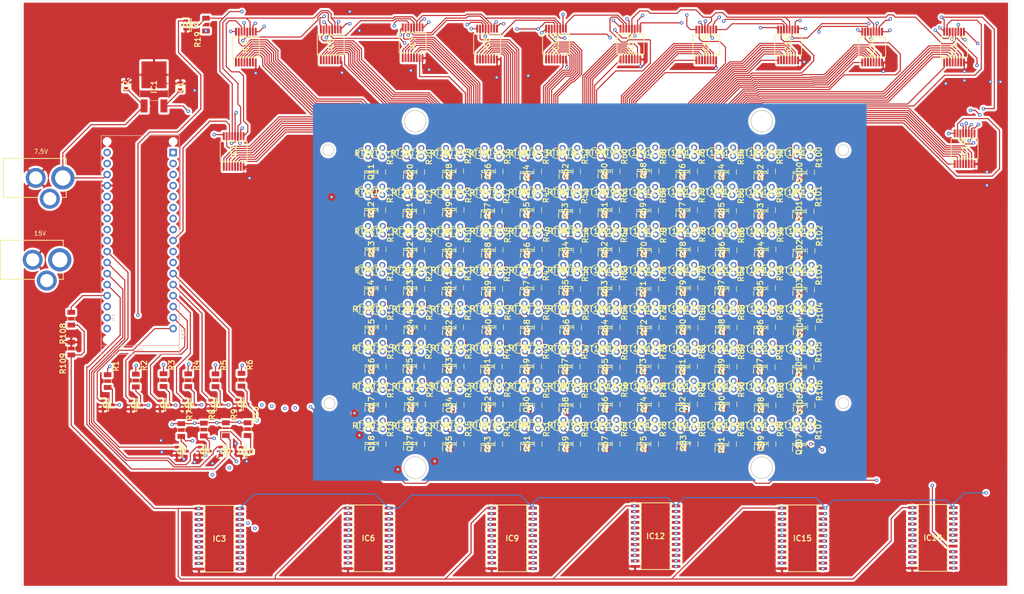
<source format=kicad_pcb>
(kicad_pcb (version 20171130) (host pcbnew "(5.1.6)-1")
  (layers (0 F.Cu signal) (1 In1.Cu signal) (2 In2.Cu signal) (31 B.Cu signal) (34 B.Paste user) (35 F.Paste user) (36 B.SilkS user) (37 F.SilkS user) (38 B.Mask user) (39 F.Mask user) (44 Edge.Cuts user))
  (net 0 "")
  (net 1 +5V)
  (net 2 GND)
  (net 3 +7.5V)
  (net 4 "Net-(IC2-Pad15)")
  (net 5 "Net-(IC2-Pad14)")
  (net 6 "Net-(IC10-Pad13)")
  (net 7 "Net-(IC10-Pad12)")
  (net 8 "Net-(IC10-Pad11)")
  (net 9 "Net-(IC2-Pad9)")
  (net 10 "Net-(IC2-Pad7)")
  (net 11 "Net-(IC2-Pad6)")
  (net 12 "Net-(IC2-Pad5)")
  (net 13 "Net-(IC2-Pad4)")
  (net 14 "Net-(IC2-Pad3)")
  (net 15 "Net-(IC2-Pad2)")
  (net 16 "Net-(IC2-Pad1)")
  (net 17 "Net-(IC12-Pad1)")
  (net 18 "Net-(IC3-Pad2)")
  (net 19 "Net-(IC3-Pad3)")
  (net 20 "Net-(IC3-Pad4)")
  (net 21 "Net-(IC3-Pad5)")
  (net 22 "Net-(IC3-Pad6)")
  (net 23 "Net-(IC3-Pad7)")
  (net 24 "Net-(IC3-Pad8)")
  (net 25 "Net-(IC3-Pad9)")
  (net 26 "Net-(IC12-Pad10)")
  (net 27 "Net-(IC12-Pad11)")
  (net 28 "Net-(IC12-Pad13)")
  (net 29 "Net-(IC12-Pad14)")
  (net 30 "Net-(IC3-Pad15)")
  (net 31 "Net-(IC3-Pad16)")
  (net 32 "Net-(IC3-Pad17)")
  (net 33 "Net-(IC3-Pad18)")
  (net 34 "Net-(IC3-Pad19)")
  (net 35 "Net-(IC3-Pad20)")
  (net 36 "Net-(IC3-Pad21)")
  (net 37 "Net-(IC3-Pad22)")
  (net 38 "Net-(IC3-Pad23)")
  (net 39 +15V)
  (net 40 "Net-(IC4-Pad15)")
  (net 41 "Net-(IC4-Pad9)")
  (net 42 "Net-(IC4-Pad7)")
  (net 43 "Net-(IC4-Pad6)")
  (net 44 "Net-(IC4-Pad5)")
  (net 45 "Net-(IC4-Pad4)")
  (net 46 "Net-(IC4-Pad3)")
  (net 47 "Net-(IC4-Pad2)")
  (net 48 "Net-(IC4-Pad1)")
  (net 49 "Net-(IC5-Pad1)")
  (net 50 "Net-(IC5-Pad2)")
  (net 51 "Net-(IC5-Pad3)")
  (net 52 "Net-(IC5-Pad4)")
  (net 53 "Net-(IC5-Pad5)")
  (net 54 "Net-(IC5-Pad6)")
  (net 55 "Net-(IC5-Pad7)")
  (net 56 "Net-(IC5-Pad9)")
  (net 57 "Net-(IC5-Pad15)")
  (net 58 "Net-(IC6-Pad23)")
  (net 59 "Net-(IC6-Pad22)")
  (net 60 "Net-(IC6-Pad21)")
  (net 61 "Net-(IC6-Pad20)")
  (net 62 "Net-(IC6-Pad19)")
  (net 63 "Net-(IC6-Pad18)")
  (net 64 "Net-(IC6-Pad17)")
  (net 65 "Net-(IC6-Pad16)")
  (net 66 "Net-(IC6-Pad15)")
  (net 67 "Net-(IC6-Pad9)")
  (net 68 "Net-(IC6-Pad8)")
  (net 69 "Net-(IC6-Pad7)")
  (net 70 "Net-(IC6-Pad6)")
  (net 71 "Net-(IC6-Pad5)")
  (net 72 "Net-(IC6-Pad4)")
  (net 73 "Net-(IC6-Pad3)")
  (net 74 "Net-(IC6-Pad2)")
  (net 75 "Net-(IC7-Pad15)")
  (net 76 "Net-(IC7-Pad9)")
  (net 77 "Net-(IC7-Pad7)")
  (net 78 "Net-(IC7-Pad6)")
  (net 79 "Net-(IC7-Pad5)")
  (net 80 "Net-(IC7-Pad4)")
  (net 81 "Net-(IC7-Pad3)")
  (net 82 "Net-(IC7-Pad2)")
  (net 83 "Net-(IC7-Pad1)")
  (net 84 "Net-(IC8-Pad1)")
  (net 85 "Net-(IC8-Pad2)")
  (net 86 "Net-(IC8-Pad3)")
  (net 87 "Net-(IC8-Pad4)")
  (net 88 "Net-(IC8-Pad5)")
  (net 89 "Net-(IC8-Pad6)")
  (net 90 "Net-(IC8-Pad7)")
  (net 91 "Net-(IC10-Pad14)")
  (net 92 "Net-(IC8-Pad15)")
  (net 93 "Net-(IC9-Pad23)")
  (net 94 "Net-(IC9-Pad22)")
  (net 95 "Net-(IC9-Pad21)")
  (net 96 "Net-(IC9-Pad20)")
  (net 97 "Net-(IC9-Pad19)")
  (net 98 "Net-(IC9-Pad18)")
  (net 99 "Net-(IC9-Pad17)")
  (net 100 "Net-(IC9-Pad16)")
  (net 101 "Net-(IC9-Pad15)")
  (net 102 "Net-(IC9-Pad9)")
  (net 103 "Net-(IC9-Pad8)")
  (net 104 "Net-(IC9-Pad7)")
  (net 105 "Net-(IC9-Pad6)")
  (net 106 "Net-(IC9-Pad5)")
  (net 107 "Net-(IC9-Pad4)")
  (net 108 "Net-(IC9-Pad3)")
  (net 109 "Net-(IC9-Pad2)")
  (net 110 "Net-(IC10-Pad1)")
  (net 111 "Net-(IC10-Pad2)")
  (net 112 "Net-(IC10-Pad3)")
  (net 113 "Net-(IC10-Pad4)")
  (net 114 "Net-(IC10-Pad5)")
  (net 115 "Net-(IC10-Pad6)")
  (net 116 "Net-(IC10-Pad7)")
  (net 117 "Net-(IC10-Pad9)")
  (net 118 "Net-(IC10-Pad15)")
  (net 119 "Net-(IC11-Pad15)")
  (net 120 "Net-(IC11-Pad9)")
  (net 121 "Net-(IC11-Pad7)")
  (net 122 "Net-(IC11-Pad6)")
  (net 123 "Net-(IC11-Pad5)")
  (net 124 "Net-(IC11-Pad4)")
  (net 125 "Net-(IC11-Pad3)")
  (net 126 "Net-(IC11-Pad2)")
  (net 127 "Net-(IC11-Pad1)")
  (net 128 "Net-(IC12-Pad2)")
  (net 129 "Net-(IC12-Pad3)")
  (net 130 "Net-(IC12-Pad4)")
  (net 131 "Net-(IC12-Pad5)")
  (net 132 "Net-(IC12-Pad6)")
  (net 133 "Net-(IC12-Pad7)")
  (net 134 "Net-(IC12-Pad8)")
  (net 135 "Net-(IC12-Pad9)")
  (net 136 "Net-(IC12-Pad15)")
  (net 137 "Net-(IC12-Pad16)")
  (net 138 "Net-(IC12-Pad17)")
  (net 139 "Net-(IC12-Pad18)")
  (net 140 "Net-(IC12-Pad19)")
  (net 141 "Net-(IC12-Pad20)")
  (net 142 "Net-(IC12-Pad21)")
  (net 143 "Net-(IC12-Pad22)")
  (net 144 "Net-(IC12-Pad23)")
  (net 145 "Net-(IC13-Pad15)")
  (net 146 "Net-(IC13-Pad9)")
  (net 147 "Net-(IC13-Pad7)")
  (net 148 "Net-(IC13-Pad6)")
  (net 149 "Net-(IC13-Pad5)")
  (net 150 "Net-(IC13-Pad4)")
  (net 151 "Net-(IC13-Pad3)")
  (net 152 "Net-(IC13-Pad2)")
  (net 153 "Net-(IC13-Pad1)")
  (net 154 "Net-(IC14-Pad15)")
  (net 155 "Net-(IC14-Pad9)")
  (net 156 "Net-(IC14-Pad7)")
  (net 157 "Net-(IC14-Pad6)")
  (net 158 "Net-(IC14-Pad5)")
  (net 159 "Net-(IC14-Pad4)")
  (net 160 "Net-(IC14-Pad3)")
  (net 161 "Net-(IC14-Pad2)")
  (net 162 "Net-(IC14-Pad1)")
  (net 163 "Net-(IC15-Pad2)")
  (net 164 "Net-(IC15-Pad3)")
  (net 165 "Net-(IC15-Pad4)")
  (net 166 "Net-(IC15-Pad5)")
  (net 167 "Net-(IC15-Pad6)")
  (net 168 "Net-(IC15-Pad7)")
  (net 169 "Net-(IC15-Pad8)")
  (net 170 "Net-(IC15-Pad9)")
  (net 171 "Net-(IC15-Pad15)")
  (net 172 "Net-(IC15-Pad16)")
  (net 173 "Net-(IC15-Pad17)")
  (net 174 "Net-(IC15-Pad18)")
  (net 175 "Net-(IC15-Pad19)")
  (net 176 "Net-(IC15-Pad20)")
  (net 177 "Net-(IC15-Pad21)")
  (net 178 "Net-(IC15-Pad22)")
  (net 179 "Net-(IC15-Pad23)")
  (net 180 "Net-(IC16-Pad1)")
  (net 181 "Net-(IC16-Pad2)")
  (net 182 "Net-(IC16-Pad3)")
  (net 183 "Net-(IC16-Pad4)")
  (net 184 "Net-(IC16-Pad5)")
  (net 185 "Net-(IC16-Pad6)")
  (net 186 "Net-(IC16-Pad7)")
  (net 187 "Net-(IC16-Pad9)")
  (net 188 "Net-(IC16-Pad15)")
  (net 189 "Net-(IC17-Pad1)")
  (net 190 "Net-(IC17-Pad2)")
  (net 191 "Net-(IC17-Pad3)")
  (net 192 "Net-(IC17-Pad4)")
  (net 193 "Net-(IC17-Pad5)")
  (net 194 "Net-(IC17-Pad6)")
  (net 195 "Net-(IC17-Pad7)")
  (net 196 "Net-(IC17-Pad9)")
  (net 197 "Net-(IC17-Pad15)")
  (net 198 "Net-(IC18-Pad23)")
  (net 199 "Net-(IC18-Pad22)")
  (net 200 "Net-(IC18-Pad21)")
  (net 201 "Net-(IC18-Pad20)")
  (net 202 "Net-(IC18-Pad19)")
  (net 203 "Net-(IC18-Pad18)")
  (net 204 "Net-(IC18-Pad17)")
  (net 205 "Net-(IC18-Pad16)")
  (net 206 "Net-(IC18-Pad15)")
  (net 207 "Net-(IC18-Pad9)")
  (net 208 "Net-(IC18-Pad8)")
  (net 209 "Net-(IC18-Pad7)")
  (net 210 "Net-(IC18-Pad6)")
  (net 211 "Net-(IC18-Pad5)")
  (net 212 "Net-(IC18-Pad4)")
  (net 213 "Net-(IC18-Pad3)")
  (net 214 "Net-(IC18-Pad2)")
  (net 215 "Net-(IC19-Pad1)")
  (net 216 "Net-(IC19-Pad2)")
  (net 217 "Net-(IC19-Pad3)")
  (net 218 "Net-(IC19-Pad4)")
  (net 219 "Net-(IC19-Pad5)")
  (net 220 "Net-(IC19-Pad6)")
  (net 221 "Net-(IC19-Pad7)")
  (net 222 "Net-(IC19-Pad9)")
  (net 223 "Net-(IC19-Pad15)")
  (net 224 "Net-(J1-Pad1)")
  (net 225 "Net-(J2-Pad1)")
  (net 226 "Net-(Q1-Pad1)")
  (net 227 "Net-(Q2-Pad1)")
  (net 228 "Net-(Q3-Pad1)")
  (net 229 "Net-(Q4-Pad1)")
  (net 230 "Net-(Q5-Pad1)")
  (net 231 "Net-(Q6-Pad1)")
  (net 232 "Net-(Q7-Pad1)")
  (net 233 "Net-(Q8-Pad1)")
  (net 234 "Net-(Q9-Pad1)")
  (net 235 "Net-(Q10-Pad1)")
  (net 236 "Net-(Q11-Pad3)")
  (net 237 "Net-(Q12-Pad3)")
  (net 238 "Net-(Q13-Pad3)")
  (net 239 "Net-(Q14-Pad3)")
  (net 240 "Net-(Q15-Pad3)")
  (net 241 "Net-(Q16-Pad3)")
  (net 242 "Net-(Q17-Pad3)")
  (net 243 "Net-(Q18-Pad3)")
  (net 244 "Net-(Q19-Pad1)")
  (net 245 "Net-(Q20-Pad3)")
  (net 246 "Net-(Q21-Pad3)")
  (net 247 "Net-(Q22-Pad3)")
  (net 248 "Net-(Q23-Pad3)")
  (net 249 "Net-(Q24-Pad3)")
  (net 250 "Net-(Q25-Pad3)")
  (net 251 "Net-(Q26-Pad3)")
  (net 252 "Net-(Q27-Pad3)")
  (net 253 "Net-(Q28-Pad3)")
  (net 254 "Net-(Q29-Pad3)")
  (net 255 "Net-(Q30-Pad3)")
  (net 256 "Net-(Q31-Pad3)")
  (net 257 "Net-(Q32-Pad3)")
  (net 258 "Net-(Q33-Pad3)")
  (net 259 "Net-(Q34-Pad3)")
  (net 260 "Net-(Q35-Pad3)")
  (net 261 "Net-(Q36-Pad3)")
  (net 262 "Net-(Q37-Pad3)")
  (net 263 "Net-(Q38-Pad3)")
  (net 264 "Net-(Q39-Pad3)")
  (net 265 "Net-(Q40-Pad3)")
  (net 266 "Net-(Q41-Pad3)")
  (net 267 "Net-(Q42-Pad3)")
  (net 268 "Net-(Q43-Pad3)")
  (net 269 "Net-(Q44-Pad3)")
  (net 270 "Net-(Q45-Pad3)")
  (net 271 "Net-(Q46-Pad3)")
  (net 272 "Net-(Q47-Pad3)")
  (net 273 "Net-(Q48-Pad3)")
  (net 274 "Net-(Q49-Pad3)")
  (net 275 "Net-(Q50-Pad3)")
  (net 276 "Net-(Q51-Pad3)")
  (net 277 "Net-(Q52-Pad3)")
  (net 278 "Net-(Q53-Pad3)")
  (net 279 "Net-(Q54-Pad3)")
  (net 280 "Net-(Q55-Pad3)")
  (net 281 "Net-(Q56-Pad3)")
  (net 282 "Net-(Q57-Pad3)")
  (net 283 "Net-(Q58-Pad3)")
  (net 284 "Net-(Q59-Pad3)")
  (net 285 "Net-(Q60-Pad3)")
  (net 286 "Net-(Q61-Pad3)")
  (net 287 "Net-(Q62-Pad3)")
  (net 288 "Net-(Q63-Pad3)")
  (net 289 "Net-(Q64-Pad3)")
  (net 290 "Net-(Q65-Pad3)")
  (net 291 "Net-(Q66-Pad3)")
  (net 292 "Net-(Q67-Pad3)")
  (net 293 "Net-(Q68-Pad3)")
  (net 294 "Net-(Q69-Pad3)")
  (net 295 "Net-(Q70-Pad3)")
  (net 296 "Net-(Q71-Pad3)")
  (net 297 "Net-(Q72-Pad3)")
  (net 298 "Net-(Q73-Pad3)")
  (net 299 "Net-(Q74-Pad3)")
  (net 300 "Net-(Q75-Pad3)")
  (net 301 "Net-(Q76-Pad3)")
  (net 302 "Net-(Q77-Pad3)")
  (net 303 "Net-(Q78-Pad3)")
  (net 304 "Net-(Q79-Pad3)")
  (net 305 "Net-(Q80-Pad3)")
  (net 306 "Net-(Q81-Pad3)")
  (net 307 "Net-(Q82-Pad3)")
  (net 308 "Net-(Q83-Pad3)")
  (net 309 "Net-(Q84-Pad3)")
  (net 310 "Net-(Q85-Pad3)")
  (net 311 "Net-(Q86-Pad3)")
  (net 312 "Net-(Q87-Pad3)")
  (net 313 "Net-(Q88-Pad3)")
  (net 314 "Net-(Q89-Pad3)")
  (net 315 "Net-(Q90-Pad3)")
  (net 316 "Net-(Q91-Pad3)")
  (net 317 "Net-(Q92-Pad3)")
  (net 318 "Net-(Q93-Pad3)")
  (net 319 "Net-(Q94-Pad3)")
  (net 320 "Net-(Q95-Pad3)")
  (net 321 "Net-(Q96-Pad3)")
  (net 322 "Net-(Q97-Pad3)")
  (net 323 "Net-(Q98-Pad3)")
  (net 324 "Net-(Q99-Pad3)")
  (net 325 "Net-(Q100-Pad3)")
  (net 326 "Net-(Q101-Pad3)")
  (net 327 "Net-(Q102-Pad3)")
  (net 328 "Net-(Q103-Pad3)")
  (net 329 "Net-(Q104-Pad3)")
  (net 330 "Net-(Q105-Pad3)")
  (net 331 "Net-(Q106-Pad3)")
  (net 332 "Net-(Q107-Pad3)")
  (net 333 "Net-(XA1-PadRST2)")
  (net 334 "Net-(XA1-PadMOSI)")
  (net 335 "Net-(XA1-PadSCK)")
  (net 336 "Net-(XA1-PadGND2)")
  (net 337 "Net-(XA1-Pad5V)")
  (net 338 "Net-(XA1-Pad3V3)")
  (net 339 "Net-(XA1-PadRST1)")
  (net 340 "Net-(XA1-PadSS)")
  (net 341 "Net-(XA1-PadD0)")
  (net 342 "Net-(XA1-PadD1)")
  (net 343 "Net-(XA1-PadD2)")
  (net 344 "Net-(XA1-PadD3)")
  (net 345 "Net-(XA1-PadAREF)")
  (net 346 "Net-(XA1-PadA5)")
  (net 347 "Net-(XA1-PadMISO)")
  (net 348 "Net-(R11-Pad1)")
  (net 349 "Net-(R12-Pad1)")
  (net 350 "Net-(R13-Pad1)")
  (net 351 "Net-(R14-Pad1)")
  (net 352 "Net-(R15-Pad1)")
  (net 353 "Net-(R16-Pad1)")
  (net 354 "Net-(R17-Pad1)")
  (net 355 "Net-(R18-Pad1)")
  (net 356 "Net-(R20-Pad1)")
  (net 357 "Net-(R21-Pad1)")
  (net 358 "Net-(R22-Pad1)")
  (net 359 "Net-(R23-Pad1)")
  (net 360 "Net-(R24-Pad1)")
  (net 361 "Net-(R25-Pad1)")
  (net 362 "Net-(R26-Pad1)")
  (net 363 "Net-(R27-Pad1)")
  (net 364 "Net-(R28-Pad1)")
  (net 365 "Net-(R29-Pad1)")
  (net 366 "Net-(R30-Pad1)")
  (net 367 "Net-(R31-Pad1)")
  (net 368 "Net-(R32-Pad1)")
  (net 369 "Net-(R33-Pad1)")
  (net 370 "Net-(R34-Pad1)")
  (net 371 "Net-(R35-Pad1)")
  (net 372 "Net-(R36-Pad1)")
  (net 373 "Net-(R37-Pad1)")
  (net 374 "Net-(R38-Pad1)")
  (net 375 "Net-(R39-Pad1)")
  (net 376 "Net-(R40-Pad1)")
  (net 377 "Net-(R41-Pad1)")
  (net 378 "Net-(R42-Pad1)")
  (net 379 "Net-(R43-Pad1)")
  (net 380 "Net-(R44-Pad1)")
  (net 381 "Net-(R45-Pad1)")
  (net 382 "Net-(R46-Pad1)")
  (net 383 "Net-(R47-Pad1)")
  (net 384 "Net-(R48-Pad1)")
  (net 385 "Net-(R49-Pad1)")
  (net 386 "Net-(R50-Pad1)")
  (net 387 "Net-(R51-Pad1)")
  (net 388 "Net-(R52-Pad1)")
  (net 389 "Net-(R53-Pad1)")
  (net 390 "Net-(R54-Pad1)")
  (net 391 "Net-(R55-Pad1)")
  (net 392 "Net-(R56-Pad1)")
  (net 393 "Net-(R57-Pad1)")
  (net 394 "Net-(R58-Pad1)")
  (net 395 "Net-(R59-Pad1)")
  (net 396 "Net-(R60-Pad1)")
  (net 397 "Net-(R61-Pad1)")
  (net 398 "Net-(R62-Pad1)")
  (net 399 "Net-(R63-Pad1)")
  (net 400 "Net-(R64-Pad1)")
  (net 401 "Net-(R65-Pad1)")
  (net 402 "Net-(R66-Pad1)")
  (net 403 "Net-(R67-Pad1)")
  (net 404 "Net-(R68-Pad1)")
  (net 405 "Net-(R69-Pad1)")
  (net 406 "Net-(R70-Pad1)")
  (net 407 "Net-(R71-Pad1)")
  (net 408 "Net-(R72-Pad1)")
  (net 409 "Net-(R73-Pad1)")
  (net 410 "Net-(R74-Pad1)")
  (net 411 "Net-(R75-Pad1)")
  (net 412 "Net-(R76-Pad1)")
  (net 413 "Net-(R77-Pad1)")
  (net 414 "Net-(R78-Pad1)")
  (net 415 "Net-(R79-Pad1)")
  (net 416 "Net-(R80-Pad1)")
  (net 417 "Net-(R81-Pad1)")
  (net 418 "Net-(R82-Pad1)")
  (net 419 "Net-(R83-Pad1)")
  (net 420 "Net-(R84-Pad1)")
  (net 421 "Net-(R85-Pad1)")
  (net 422 "Net-(R86-Pad1)")
  (net 423 "Net-(R87-Pad1)")
  (net 424 "Net-(R88-Pad1)")
  (net 425 "Net-(R89-Pad1)")
  (net 426 "Net-(R90-Pad1)")
  (net 427 "Net-(R91-Pad1)")
  (net 428 "Net-(R92-Pad1)")
  (net 429 "Net-(R93-Pad1)")
  (net 430 "Net-(R94-Pad1)")
  (net 431 "Net-(R95-Pad1)")
  (net 432 "Net-(R96-Pad1)")
  (net 433 "Net-(R97-Pad1)")
  (net 434 "Net-(R98-Pad1)")
  (net 435 "Net-(R99-Pad1)")
  (net 436 "Net-(R100-Pad1)")
  (net 437 "Net-(R101-Pad1)")
  (net 438 "Net-(R102-Pad1)")
  (net 439 "Net-(R103-Pad1)")
  (net 440 "Net-(R104-Pad1)")
  (net 441 "Net-(R105-Pad1)")
  (net 442 "Net-(R106-Pad1)")
  (net 443 "Net-(R107-Pad1)")
  (net 444 "Net-(R108-Pad2)")
  (module SamacSys_Parts:RESC3216X71N (layer F.Cu) (at 40.8 110.7 90)
    (fp_text reference R109 (at -3.4544 -1.905 90) (layer F.SilkS) (effects (font (size 1.27 1.27) (thickness 0.254))))
    (fp_text value RCWE1206R510FKEA hide)
    (pad 2 smd rect (at 1.4732 0 90) (size 1.1176 1.7526) (layers F.Cu F.Paste F.Mask) (net 2 GND))
    (pad 1 smd rect (at -1.4732 0 90) (size 1.1176 1.7526) (layers F.Cu F.Paste F.Mask) (net 17 "Net-(IC12-Pad1)"))
  )
  (module SamacSys_Parts:RESC3216X71N (layer F.Cu) (at 40.8 103.8 90)
    (fp_text reference R108 (at -3.4544 -1.905 90) (layer F.SilkS) (effects (font (size 1.27 1.27) (thickness 0.254))))
    (fp_text value RCWE1206R510FKEA hide)
    (pad 2 smd rect (at 1.4732 0 90) (size 1.1176 1.7526) (layers F.Cu F.Paste F.Mask) (net 444 "Net-(R108-Pad2)"))
    (pad 1 smd rect (at -1.4732 0 90) (size 1.1176 1.7526) (layers F.Cu F.Paste F.Mask) (net 17 "Net-(IC12-Pad1)"))
  )
  (module SamacSys_Parts:SOP65P780X200-16N (layer F.Cu) (at 152.7 40.4 90)
    (fp_text reference IC10 (at 0 0 90) (layer F.SilkS) (effects (font (size 1.27 1.27) (thickness 0.254))))
    (fp_text value CD74HC595SM96 hide)
    (pad 1 smd rect (at -3.55 -2.275 180) (size 0.45 1.8) (layers F.Cu F.Paste F.Mask) (net 110 "Net-(IC10-Pad1)"))
    (pad 2 smd rect (at -3.55 -1.625 180) (size 0.45 1.8) (layers F.Cu F.Paste F.Mask) (net 111 "Net-(IC10-Pad2)"))
    (pad 3 smd rect (at -3.55 -0.975 180) (size 0.45 1.8) (layers F.Cu F.Paste F.Mask) (net 112 "Net-(IC10-Pad3)"))
    (pad 4 smd rect (at -3.55 -0.325 180) (size 0.45 1.8) (layers F.Cu F.Paste F.Mask) (net 113 "Net-(IC10-Pad4)"))
    (pad 5 smd rect (at -3.55 0.325 180) (size 0.45 1.8) (layers F.Cu F.Paste F.Mask) (net 114 "Net-(IC10-Pad5)"))
    (pad 6 smd rect (at -3.55 0.975 180) (size 0.45 1.8) (layers F.Cu F.Paste F.Mask) (net 115 "Net-(IC10-Pad6)"))
    (pad 7 smd rect (at -3.55 1.625 180) (size 0.45 1.8) (layers F.Cu F.Paste F.Mask) (net 116 "Net-(IC10-Pad7)"))
    (pad 8 smd rect (at -3.55 2.275 180) (size 0.45 1.8) (layers F.Cu F.Paste F.Mask) (net 2 GND))
    (pad 9 smd rect (at 3.55 2.275 180) (size 0.45 1.8) (layers F.Cu F.Paste F.Mask) (net 117 "Net-(IC10-Pad9)"))
    (pad 10 smd rect (at 3.55 1.625 180) (size 0.45 1.8) (layers F.Cu F.Paste F.Mask) (net 1 +5V))
    (pad 11 smd rect (at 3.55 0.975 180) (size 0.45 1.8) (layers F.Cu F.Paste F.Mask) (net 8 "Net-(IC10-Pad11)"))
    (pad 12 smd rect (at 3.55 0.325 180) (size 0.45 1.8) (layers F.Cu F.Paste F.Mask) (net 7 "Net-(IC10-Pad12)"))
    (pad 13 smd rect (at 3.55 -0.325 180) (size 0.45 1.8) (layers F.Cu F.Paste F.Mask) (net 6 "Net-(IC10-Pad13)"))
    (pad 14 smd rect (at 3.55 -0.975 180) (size 0.45 1.8) (layers F.Cu F.Paste F.Mask) (net 91 "Net-(IC10-Pad14)"))
    (pad 15 smd rect (at 3.55 -1.625 180) (size 0.45 1.8) (layers F.Cu F.Paste F.Mask) (net 118 "Net-(IC10-Pad15)"))
    (pad 16 smd rect (at 3.55 -2.275 180) (size 0.45 1.8) (layers F.Cu F.Paste F.Mask) (net 1 +5V))
  )
  (module SamacSys_Parts:SOP65P780X200-16N (layer F.Cu) (at 169.9 40.4 90)
    (fp_text reference IC11 (at 0 0 90) (layer F.SilkS) (effects (font (size 1.27 1.27) (thickness 0.254))))
    (fp_text value CD74HC595SM96 hide)
    (pad 16 smd rect (at 3.55 -2.275 180) (size 0.45 1.8) (layers F.Cu F.Paste F.Mask) (net 1 +5V))
    (pad 15 smd rect (at 3.55 -1.625 180) (size 0.45 1.8) (layers F.Cu F.Paste F.Mask) (net 119 "Net-(IC11-Pad15)"))
    (pad 14 smd rect (at 3.55 -0.975 180) (size 0.45 1.8) (layers F.Cu F.Paste F.Mask) (net 117 "Net-(IC10-Pad9)"))
    (pad 13 smd rect (at 3.55 -0.325 180) (size 0.45 1.8) (layers F.Cu F.Paste F.Mask) (net 6 "Net-(IC10-Pad13)"))
    (pad 12 smd rect (at 3.55 0.325 180) (size 0.45 1.8) (layers F.Cu F.Paste F.Mask) (net 7 "Net-(IC10-Pad12)"))
    (pad 11 smd rect (at 3.55 0.975 180) (size 0.45 1.8) (layers F.Cu F.Paste F.Mask) (net 8 "Net-(IC10-Pad11)"))
    (pad 10 smd rect (at 3.55 1.625 180) (size 0.45 1.8) (layers F.Cu F.Paste F.Mask) (net 1 +5V))
    (pad 9 smd rect (at 3.55 2.275 180) (size 0.45 1.8) (layers F.Cu F.Paste F.Mask) (net 120 "Net-(IC11-Pad9)"))
    (pad 8 smd rect (at -3.55 2.275 180) (size 0.45 1.8) (layers F.Cu F.Paste F.Mask) (net 2 GND))
    (pad 7 smd rect (at -3.55 1.625 180) (size 0.45 1.8) (layers F.Cu F.Paste F.Mask) (net 121 "Net-(IC11-Pad7)"))
    (pad 6 smd rect (at -3.55 0.975 180) (size 0.45 1.8) (layers F.Cu F.Paste F.Mask) (net 122 "Net-(IC11-Pad6)"))
    (pad 5 smd rect (at -3.55 0.325 180) (size 0.45 1.8) (layers F.Cu F.Paste F.Mask) (net 123 "Net-(IC11-Pad5)"))
    (pad 4 smd rect (at -3.55 -0.325 180) (size 0.45 1.8) (layers F.Cu F.Paste F.Mask) (net 124 "Net-(IC11-Pad4)"))
    (pad 3 smd rect (at -3.55 -0.975 180) (size 0.45 1.8) (layers F.Cu F.Paste F.Mask) (net 125 "Net-(IC11-Pad3)"))
    (pad 2 smd rect (at -3.55 -1.625 180) (size 0.45 1.8) (layers F.Cu F.Paste F.Mask) (net 126 "Net-(IC11-Pad2)"))
    (pad 1 smd rect (at -3.55 -2.275 180) (size 0.45 1.8) (layers F.Cu F.Paste F.Mask) (net 127 "Net-(IC11-Pad1)"))
  )
  (module SamacSys_Parts:RESC3216X71N (layer F.Cu) (at 139.6 69.8 270)
    (fp_text reference R36 (at -3.4544 -1.905 90) (layer F.SilkS) (effects (font (size 1.27 1.27) (thickness 0.254))))
    (fp_text value RCWE1206R510FKEA hide)
    (pad 2 smd rect (at 1.4732 0 270) (size 1.1176 1.7526) (layers F.Cu F.Paste F.Mask) (net 261 "Net-(Q36-Pad3)"))
    (pad 1 smd rect (at -1.4732 0 270) (size 1.1176 1.7526) (layers F.Cu F.Paste F.Mask) (net 372 "Net-(R36-Pad1)"))
  )
  (module SamacSys_Parts:CAPC2012X135N (layer F.Cu) (at 66 50.3 90)
    (fp_text reference C1 (at 0 0 90) (layer F.SilkS) (effects (font (size 1.27 1.27) (thickness 0.254))))
    (fp_text value GMK212BBJ106KG-T hide)
    (pad 1 smd rect (at -0.79 0 90) (size 0.96 1.39) (layers F.Cu F.Paste F.Mask) (net 1 +5V))
    (pad 2 smd rect (at 0.79 0 90) (size 0.96 1.39) (layers F.Cu F.Paste F.Mask) (net 2 GND))
  )
  (module SamacSys_Parts:CAPC2012X135N (layer F.Cu) (at 53.5 50 90)
    (fp_text reference C2 (at 0 0 90) (layer F.SilkS) (effects (font (size 1.27 1.27) (thickness 0.254))))
    (fp_text value GMK212BBJ106KG-T hide)
    (pad 2 smd rect (at 0.79 0 90) (size 0.96 1.39) (layers F.Cu F.Paste F.Mask) (net 2 GND))
    (pad 1 smd rect (at -0.79 0 90) (size 0.96 1.39) (layers F.Cu F.Paste F.Mask) (net 3 +7.5V))
  )
  (module SamacSys_Parts:NCV5501DT50RKG (layer F.Cu) (at 59.9 51.012 270)
    (fp_text reference IC1 (at -0.723 0 90) (layer F.SilkS) (effects (font (size 1.27 1.27) (thickness 0.254))))
    (fp_text value NCV5501DT50RKG hide)
    (pad 1 smd rect (at 3.667 2.285) (size 1.6 3) (layers F.Cu F.Paste F.Mask) (net 3 +7.5V))
    (pad 3 smd rect (at 3.667 -2.285) (size 1.6 3) (layers F.Cu F.Paste F.Mask) (net 1 +5V))
    (pad 4 smd rect (at -3.512 0) (size 5.8 6.2) (layers F.Cu F.Paste F.Mask) (net 2 GND))
  )
  (module SamacSys_Parts:SOP65P780X200-16N (layer F.Cu) (at 78.3 65.2 90)
    (fp_text reference IC2 (at 0 0 90) (layer F.SilkS) (effects (font (size 1.27 1.27) (thickness 0.254))))
    (fp_text value CD74HC595SM96 hide)
    (pad 16 smd rect (at 3.55 -2.275 180) (size 0.45 1.8) (layers F.Cu F.Paste F.Mask) (net 1 +5V))
    (pad 15 smd rect (at 3.55 -1.625 180) (size 0.45 1.8) (layers F.Cu F.Paste F.Mask) (net 4 "Net-(IC2-Pad15)"))
    (pad 14 smd rect (at 3.55 -0.975 180) (size 0.45 1.8) (layers F.Cu F.Paste F.Mask) (net 5 "Net-(IC2-Pad14)"))
    (pad 13 smd rect (at 3.55 -0.325 180) (size 0.45 1.8) (layers F.Cu F.Paste F.Mask) (net 6 "Net-(IC10-Pad13)"))
    (pad 12 smd rect (at 3.55 0.325 180) (size 0.45 1.8) (layers F.Cu F.Paste F.Mask) (net 7 "Net-(IC10-Pad12)"))
    (pad 11 smd rect (at 3.55 0.975 180) (size 0.45 1.8) (layers F.Cu F.Paste F.Mask) (net 8 "Net-(IC10-Pad11)"))
    (pad 10 smd rect (at 3.55 1.625 180) (size 0.45 1.8) (layers F.Cu F.Paste F.Mask) (net 1 +5V))
    (pad 9 smd rect (at 3.55 2.275 180) (size 0.45 1.8) (layers F.Cu F.Paste F.Mask) (net 9 "Net-(IC2-Pad9)"))
    (pad 8 smd rect (at -3.55 2.275 180) (size 0.45 1.8) (layers F.Cu F.Paste F.Mask) (net 2 GND))
    (pad 7 smd rect (at -3.55 1.625 180) (size 0.45 1.8) (layers F.Cu F.Paste F.Mask) (net 10 "Net-(IC2-Pad7)"))
    (pad 6 smd rect (at -3.55 0.975 180) (size 0.45 1.8) (layers F.Cu F.Paste F.Mask) (net 11 "Net-(IC2-Pad6)"))
    (pad 5 smd rect (at -3.55 0.325 180) (size 0.45 1.8) (layers F.Cu F.Paste F.Mask) (net 12 "Net-(IC2-Pad5)"))
    (pad 4 smd rect (at -3.55 -0.325 180) (size 0.45 1.8) (layers F.Cu F.Paste F.Mask) (net 13 "Net-(IC2-Pad4)"))
    (pad 3 smd rect (at -3.55 -0.975 180) (size 0.45 1.8) (layers F.Cu F.Paste F.Mask) (net 14 "Net-(IC2-Pad3)"))
    (pad 2 smd rect (at -3.55 -1.625 180) (size 0.45 1.8) (layers F.Cu F.Paste F.Mask) (net 15 "Net-(IC2-Pad2)"))
    (pad 1 smd rect (at -3.55 -2.275 180) (size 0.45 1.8) (layers F.Cu F.Paste F.Mask) (net 16 "Net-(IC2-Pad1)"))
  )
  (module SamacSys_Parts:SOIC127P1030X265-24N (layer F.Cu) (at 75 154.6)
    (fp_text reference IC3 (at 0 0) (layer F.SilkS) (effects (font (size 1.27 1.27) (thickness 0.254))))
    (fp_text value CD74HCT4067M hide)
    (pad 1 smd rect (at -4.725 -6.985 90) (size 0.65 1.95) (layers F.Cu F.Paste F.Mask) (net 17 "Net-(IC12-Pad1)"))
    (pad 2 smd rect (at -4.725 -5.715 90) (size 0.65 1.95) (layers F.Cu F.Paste F.Mask) (net 18 "Net-(IC3-Pad2)"))
    (pad 3 smd rect (at -4.725 -4.445 90) (size 0.65 1.95) (layers F.Cu F.Paste F.Mask) (net 19 "Net-(IC3-Pad3)"))
    (pad 4 smd rect (at -4.725 -3.175 90) (size 0.65 1.95) (layers F.Cu F.Paste F.Mask) (net 20 "Net-(IC3-Pad4)"))
    (pad 5 smd rect (at -4.725 -1.905 90) (size 0.65 1.95) (layers F.Cu F.Paste F.Mask) (net 21 "Net-(IC3-Pad5)"))
    (pad 6 smd rect (at -4.725 -0.635 90) (size 0.65 1.95) (layers F.Cu F.Paste F.Mask) (net 22 "Net-(IC3-Pad6)"))
    (pad 7 smd rect (at -4.725 0.635 90) (size 0.65 1.95) (layers F.Cu F.Paste F.Mask) (net 23 "Net-(IC3-Pad7)"))
    (pad 8 smd rect (at -4.725 1.905 90) (size 0.65 1.95) (layers F.Cu F.Paste F.Mask) (net 24 "Net-(IC3-Pad8)"))
    (pad 9 smd rect (at -4.725 3.175 90) (size 0.65 1.95) (layers F.Cu F.Paste F.Mask) (net 25 "Net-(IC3-Pad9)"))
    (pad 10 smd rect (at -4.725 4.445 90) (size 0.65 1.95) (layers F.Cu F.Paste F.Mask) (net 26 "Net-(IC12-Pad10)"))
    (pad 11 smd rect (at -4.725 5.715 90) (size 0.65 1.95) (layers F.Cu F.Paste F.Mask) (net 27 "Net-(IC12-Pad11)"))
    (pad 12 smd rect (at -4.725 6.985 90) (size 0.65 1.95) (layers F.Cu F.Paste F.Mask) (net 2 GND))
    (pad 13 smd rect (at 4.725 6.985 90) (size 0.65 1.95) (layers F.Cu F.Paste F.Mask) (net 28 "Net-(IC12-Pad13)"))
    (pad 14 smd rect (at 4.725 5.715 90) (size 0.65 1.95) (layers F.Cu F.Paste F.Mask) (net 29 "Net-(IC12-Pad14)"))
    (pad 15 smd rect (at 4.725 4.445 90) (size 0.65 1.95) (layers F.Cu F.Paste F.Mask) (net 30 "Net-(IC3-Pad15)"))
    (pad 16 smd rect (at 4.725 3.175 90) (size 0.65 1.95) (layers F.Cu F.Paste F.Mask) (net 31 "Net-(IC3-Pad16)"))
    (pad 17 smd rect (at 4.725 1.905 90) (size 0.65 1.95) (layers F.Cu F.Paste F.Mask) (net 32 "Net-(IC3-Pad17)"))
    (pad 18 smd rect (at 4.725 0.635 90) (size 0.65 1.95) (layers F.Cu F.Paste F.Mask) (net 33 "Net-(IC3-Pad18)"))
    (pad 19 smd rect (at 4.725 -0.635 90) (size 0.65 1.95) (layers F.Cu F.Paste F.Mask) (net 34 "Net-(IC3-Pad19)"))
    (pad 20 smd rect (at 4.725 -1.905 90) (size 0.65 1.95) (layers F.Cu F.Paste F.Mask) (net 35 "Net-(IC3-Pad20)"))
    (pad 21 smd rect (at 4.725 -3.175 90) (size 0.65 1.95) (layers F.Cu F.Paste F.Mask) (net 36 "Net-(IC3-Pad21)"))
    (pad 22 smd rect (at 4.725 -4.445 90) (size 0.65 1.95) (layers F.Cu F.Paste F.Mask) (net 37 "Net-(IC3-Pad22)"))
    (pad 23 smd rect (at 4.725 -5.715 90) (size 0.65 1.95) (layers F.Cu F.Paste F.Mask) (net 38 "Net-(IC3-Pad23)"))
    (pad 24 smd rect (at 4.725 -6.985 90) (size 0.65 1.95) (layers F.Cu F.Paste F.Mask) (net 39 +15V))
  )
  (module SamacSys_Parts:SOP65P780X200-16N (layer F.Cu) (at 81.1 41.1 90)
    (fp_text reference IC4 (at 0 0 90) (layer F.SilkS) (effects (font (size 1.27 1.27) (thickness 0.254))))
    (fp_text value CD74HC595SM96 hide)
    (pad 16 smd rect (at 3.55 -2.275 180) (size 0.45 1.8) (layers F.Cu F.Paste F.Mask) (net 1 +5V))
    (pad 15 smd rect (at 3.55 -1.625 180) (size 0.45 1.8) (layers F.Cu F.Paste F.Mask) (net 40 "Net-(IC4-Pad15)"))
    (pad 14 smd rect (at 3.55 -0.975 180) (size 0.45 1.8) (layers F.Cu F.Paste F.Mask) (net 9 "Net-(IC2-Pad9)"))
    (pad 13 smd rect (at 3.55 -0.325 180) (size 0.45 1.8) (layers F.Cu F.Paste F.Mask) (net 6 "Net-(IC10-Pad13)"))
    (pad 12 smd rect (at 3.55 0.325 180) (size 0.45 1.8) (layers F.Cu F.Paste F.Mask) (net 7 "Net-(IC10-Pad12)"))
    (pad 11 smd rect (at 3.55 0.975 180) (size 0.45 1.8) (layers F.Cu F.Paste F.Mask) (net 8 "Net-(IC10-Pad11)"))
    (pad 10 smd rect (at 3.55 1.625 180) (size 0.45 1.8) (layers F.Cu F.Paste F.Mask) (net 1 +5V))
    (pad 9 smd rect (at 3.55 2.275 180) (size 0.45 1.8) (layers F.Cu F.Paste F.Mask) (net 41 "Net-(IC4-Pad9)"))
    (pad 8 smd rect (at -3.55 2.275 180) (size 0.45 1.8) (layers F.Cu F.Paste F.Mask) (net 2 GND))
    (pad 7 smd rect (at -3.55 1.625 180) (size 0.45 1.8) (layers F.Cu F.Paste F.Mask) (net 42 "Net-(IC4-Pad7)"))
    (pad 6 smd rect (at -3.55 0.975 180) (size 0.45 1.8) (layers F.Cu F.Paste F.Mask) (net 43 "Net-(IC4-Pad6)"))
    (pad 5 smd rect (at -3.55 0.325 180) (size 0.45 1.8) (layers F.Cu F.Paste F.Mask) (net 44 "Net-(IC4-Pad5)"))
    (pad 4 smd rect (at -3.55 -0.325 180) (size 0.45 1.8) (layers F.Cu F.Paste F.Mask) (net 45 "Net-(IC4-Pad4)"))
    (pad 3 smd rect (at -3.55 -0.975 180) (size 0.45 1.8) (layers F.Cu F.Paste F.Mask) (net 46 "Net-(IC4-Pad3)"))
    (pad 2 smd rect (at -3.55 -1.625 180) (size 0.45 1.8) (layers F.Cu F.Paste F.Mask) (net 47 "Net-(IC4-Pad2)"))
    (pad 1 smd rect (at -3.55 -2.275 180) (size 0.45 1.8) (layers F.Cu F.Paste F.Mask) (net 48 "Net-(IC4-Pad1)"))
  )
  (module SamacSys_Parts:SOP65P780X200-16N (layer F.Cu) (at 100.7 40.6 90)
    (fp_text reference IC5 (at 0 0 90) (layer F.SilkS) (effects (font (size 1.27 1.27) (thickness 0.254))))
    (fp_text value CD74HC595SM96 hide)
    (pad 1 smd rect (at -3.55 -2.275 180) (size 0.45 1.8) (layers F.Cu F.Paste F.Mask) (net 49 "Net-(IC5-Pad1)"))
    (pad 2 smd rect (at -3.55 -1.625 180) (size 0.45 1.8) (layers F.Cu F.Paste F.Mask) (net 50 "Net-(IC5-Pad2)"))
    (pad 3 smd rect (at -3.55 -0.975 180) (size 0.45 1.8) (layers F.Cu F.Paste F.Mask) (net 51 "Net-(IC5-Pad3)"))
    (pad 4 smd rect (at -3.55 -0.325 180) (size 0.45 1.8) (layers F.Cu F.Paste F.Mask) (net 52 "Net-(IC5-Pad4)"))
    (pad 5 smd rect (at -3.55 0.325 180) (size 0.45 1.8) (layers F.Cu F.Paste F.Mask) (net 53 "Net-(IC5-Pad5)"))
    (pad 6 smd rect (at -3.55 0.975 180) (size 0.45 1.8) (layers F.Cu F.Paste F.Mask) (net 54 "Net-(IC5-Pad6)"))
    (pad 7 smd rect (at -3.55 1.625 180) (size 0.45 1.8) (layers F.Cu F.Paste F.Mask) (net 55 "Net-(IC5-Pad7)"))
    (pad 8 smd rect (at -3.55 2.275 180) (size 0.45 1.8) (layers F.Cu F.Paste F.Mask) (net 2 GND))
    (pad 9 smd rect (at 3.55 2.275 180) (size 0.45 1.8) (layers F.Cu F.Paste F.Mask) (net 56 "Net-(IC5-Pad9)"))
    (pad 10 smd rect (at 3.55 1.625 180) (size 0.45 1.8) (layers F.Cu F.Paste F.Mask) (net 1 +5V))
    (pad 11 smd rect (at 3.55 0.975 180) (size 0.45 1.8) (layers F.Cu F.Paste F.Mask) (net 8 "Net-(IC10-Pad11)"))
    (pad 12 smd rect (at 3.55 0.325 180) (size 0.45 1.8) (layers F.Cu F.Paste F.Mask) (net 7 "Net-(IC10-Pad12)"))
    (pad 13 smd rect (at 3.55 -0.325 180) (size 0.45 1.8) (layers F.Cu F.Paste F.Mask) (net 6 "Net-(IC10-Pad13)"))
    (pad 14 smd rect (at 3.55 -0.975 180) (size 0.45 1.8) (layers F.Cu F.Paste F.Mask) (net 41 "Net-(IC4-Pad9)"))
    (pad 15 smd rect (at 3.55 -1.625 180) (size 0.45 1.8) (layers F.Cu F.Paste F.Mask) (net 57 "Net-(IC5-Pad15)"))
    (pad 16 smd rect (at 3.55 -2.275 180) (size 0.45 1.8) (layers F.Cu F.Paste F.Mask) (net 1 +5V))
  )
  (module SamacSys_Parts:SOIC127P1030X265-24N (layer F.Cu) (at 109.4 154.5)
    (fp_text reference IC6 (at 0 0) (layer F.SilkS) (effects (font (size 1.27 1.27) (thickness 0.254))))
    (fp_text value CD74HCT4067M hide)
    (pad 24 smd rect (at 4.725 -6.985 90) (size 0.65 1.95) (layers F.Cu F.Paste F.Mask) (net 39 +15V))
    (pad 23 smd rect (at 4.725 -5.715 90) (size 0.65 1.95) (layers F.Cu F.Paste F.Mask) (net 58 "Net-(IC6-Pad23)"))
    (pad 22 smd rect (at 4.725 -4.445 90) (size 0.65 1.95) (layers F.Cu F.Paste F.Mask) (net 59 "Net-(IC6-Pad22)"))
    (pad 21 smd rect (at 4.725 -3.175 90) (size 0.65 1.95) (layers F.Cu F.Paste F.Mask) (net 60 "Net-(IC6-Pad21)"))
    (pad 20 smd rect (at 4.725 -1.905 90) (size 0.65 1.95) (layers F.Cu F.Paste F.Mask) (net 61 "Net-(IC6-Pad20)"))
    (pad 19 smd rect (at 4.725 -0.635 90) (size 0.65 1.95) (layers F.Cu F.Paste F.Mask) (net 62 "Net-(IC6-Pad19)"))
    (pad 18 smd rect (at 4.725 0.635 90) (size 0.65 1.95) (layers F.Cu F.Paste F.Mask) (net 63 "Net-(IC6-Pad18)"))
    (pad 17 smd rect (at 4.725 1.905 90) (size 0.65 1.95) (layers F.Cu F.Paste F.Mask) (net 64 "Net-(IC6-Pad17)"))
    (pad 16 smd rect (at 4.725 3.175 90) (size 0.65 1.95) (layers F.Cu F.Paste F.Mask) (net 65 "Net-(IC6-Pad16)"))
    (pad 15 smd rect (at 4.725 4.445 90) (size 0.65 1.95) (layers F.Cu F.Paste F.Mask) (net 66 "Net-(IC6-Pad15)"))
    (pad 14 smd rect (at 4.725 5.715 90) (size 0.65 1.95) (layers F.Cu F.Paste F.Mask) (net 29 "Net-(IC12-Pad14)"))
    (pad 13 smd rect (at 4.725 6.985 90) (size 0.65 1.95) (layers F.Cu F.Paste F.Mask) (net 28 "Net-(IC12-Pad13)"))
    (pad 12 smd rect (at -4.725 6.985 90) (size 0.65 1.95) (layers F.Cu F.Paste F.Mask) (net 2 GND))
    (pad 11 smd rect (at -4.725 5.715 90) (size 0.65 1.95) (layers F.Cu F.Paste F.Mask) (net 27 "Net-(IC12-Pad11)"))
    (pad 10 smd rect (at -4.725 4.445 90) (size 0.65 1.95) (layers F.Cu F.Paste F.Mask) (net 26 "Net-(IC12-Pad10)"))
    (pad 9 smd rect (at -4.725 3.175 90) (size 0.65 1.95) (layers F.Cu F.Paste F.Mask) (net 67 "Net-(IC6-Pad9)"))
    (pad 8 smd rect (at -4.725 1.905 90) (size 0.65 1.95) (layers F.Cu F.Paste F.Mask) (net 68 "Net-(IC6-Pad8)"))
    (pad 7 smd rect (at -4.725 0.635 90) (size 0.65 1.95) (layers F.Cu F.Paste F.Mask) (net 69 "Net-(IC6-Pad7)"))
    (pad 6 smd rect (at -4.725 -0.635 90) (size 0.65 1.95) (layers F.Cu F.Paste F.Mask) (net 70 "Net-(IC6-Pad6)"))
    (pad 5 smd rect (at -4.725 -1.905 90) (size 0.65 1.95) (layers F.Cu F.Paste F.Mask) (net 71 "Net-(IC6-Pad5)"))
    (pad 4 smd rect (at -4.725 -3.175 90) (size 0.65 1.95) (layers F.Cu F.Paste F.Mask) (net 72 "Net-(IC6-Pad4)"))
    (pad 3 smd rect (at -4.725 -4.445 90) (size 0.65 1.95) (layers F.Cu F.Paste F.Mask) (net 73 "Net-(IC6-Pad3)"))
    (pad 2 smd rect (at -4.725 -5.715 90) (size 0.65 1.95) (layers F.Cu F.Paste F.Mask) (net 74 "Net-(IC6-Pad2)"))
    (pad 1 smd rect (at -4.725 -6.985 90) (size 0.65 1.95) (layers F.Cu F.Paste F.Mask) (net 17 "Net-(IC12-Pad1)"))
  )
  (module SamacSys_Parts:SOP65P780X200-16N (layer F.Cu) (at 119.6 40.1 90)
    (fp_text reference IC7 (at 0 0 90) (layer F.SilkS) (effects (font (size 1.27 1.27) (thickness 0.254))))
    (fp_text value CD74HC595SM96 hide)
    (pad 16 smd rect (at 3.55 -2.275 180) (size 0.45 1.8) (layers F.Cu F.Paste F.Mask) (net 1 +5V))
    (pad 15 smd rect (at 3.55 -1.625 180) (size 0.45 1.8) (layers F.Cu F.Paste F.Mask) (net 75 "Net-(IC7-Pad15)"))
    (pad 14 smd rect (at 3.55 -0.975 180) (size 0.45 1.8) (layers F.Cu F.Paste F.Mask) (net 56 "Net-(IC5-Pad9)"))
    (pad 13 smd rect (at 3.55 -0.325 180) (size 0.45 1.8) (layers F.Cu F.Paste F.Mask) (net 6 "Net-(IC10-Pad13)"))
    (pad 12 smd rect (at 3.55 0.325 180) (size 0.45 1.8) (layers F.Cu F.Paste F.Mask) (net 7 "Net-(IC10-Pad12)"))
    (pad 11 smd rect (at 3.55 0.975 180) (size 0.45 1.8) (layers F.Cu F.Paste F.Mask) (net 8 "Net-(IC10-Pad11)"))
    (pad 10 smd rect (at 3.55 1.625 180) (size 0.45 1.8) (layers F.Cu F.Paste F.Mask) (net 1 +5V))
    (pad 9 smd rect (at 3.55 2.275 180) (size 0.45 1.8) (layers F.Cu F.Paste F.Mask) (net 76 "Net-(IC7-Pad9)"))
    (pad 8 smd rect (at -3.55 2.275 180) (size 0.45 1.8) (layers F.Cu F.Paste F.Mask) (net 2 GND))
    (pad 7 smd rect (at -3.55 1.625 180) (size 0.45 1.8) (layers F.Cu F.Paste F.Mask) (net 77 "Net-(IC7-Pad7)"))
    (pad 6 smd rect (at -3.55 0.975 180) (size 0.45 1.8) (layers F.Cu F.Paste F.Mask) (net 78 "Net-(IC7-Pad6)"))
    (pad 5 smd rect (at -3.55 0.325 180) (size 0.45 1.8) (layers F.Cu F.Paste F.Mask) (net 79 "Net-(IC7-Pad5)"))
    (pad 4 smd rect (at -3.55 -0.325 180) (size 0.45 1.8) (layers F.Cu F.Paste F.Mask) (net 80 "Net-(IC7-Pad4)"))
    (pad 3 smd rect (at -3.55 -0.975 180) (size 0.45 1.8) (layers F.Cu F.Paste F.Mask) (net 81 "Net-(IC7-Pad3)"))
    (pad 2 smd rect (at -3.55 -1.625 180) (size 0.45 1.8) (layers F.Cu F.Paste F.Mask) (net 82 "Net-(IC7-Pad2)"))
    (pad 1 smd rect (at -3.55 -2.275 180) (size 0.45 1.8) (layers F.Cu F.Paste F.Mask) (net 83 "Net-(IC7-Pad1)"))
  )
  (module SamacSys_Parts:SOP65P780X200-16N (layer F.Cu) (at 136.8 40.4 90)
    (fp_text reference IC8 (at 0 0 90) (layer F.SilkS) (effects (font (size 1.27 1.27) (thickness 0.254))))
    (fp_text value CD74HC595SM96 hide)
    (pad 1 smd rect (at -3.55 -2.275 180) (size 0.45 1.8) (layers F.Cu F.Paste F.Mask) (net 84 "Net-(IC8-Pad1)"))
    (pad 2 smd rect (at -3.55 -1.625 180) (size 0.45 1.8) (layers F.Cu F.Paste F.Mask) (net 85 "Net-(IC8-Pad2)"))
    (pad 3 smd rect (at -3.55 -0.975 180) (size 0.45 1.8) (layers F.Cu F.Paste F.Mask) (net 86 "Net-(IC8-Pad3)"))
    (pad 4 smd rect (at -3.55 -0.325 180) (size 0.45 1.8) (layers F.Cu F.Paste F.Mask) (net 87 "Net-(IC8-Pad4)"))
    (pad 5 smd rect (at -3.55 0.325 180) (size 0.45 1.8) (layers F.Cu F.Paste F.Mask) (net 88 "Net-(IC8-Pad5)"))
    (pad 6 smd rect (at -3.55 0.975 180) (size 0.45 1.8) (layers F.Cu F.Paste F.Mask) (net 89 "Net-(IC8-Pad6)"))
    (pad 7 smd rect (at -3.55 1.625 180) (size 0.45 1.8) (layers F.Cu F.Paste F.Mask) (net 90 "Net-(IC8-Pad7)"))
    (pad 8 smd rect (at -3.55 2.275 180) (size 0.45 1.8) (layers F.Cu F.Paste F.Mask) (net 2 GND))
    (pad 9 smd rect (at 3.55 2.275 180) (size 0.45 1.8) (layers F.Cu F.Paste F.Mask) (net 91 "Net-(IC10-Pad14)"))
    (pad 10 smd rect (at 3.55 1.625 180) (size 0.45 1.8) (layers F.Cu F.Paste F.Mask) (net 1 +5V))
    (pad 11 smd rect (at 3.55 0.975 180) (size 0.45 1.8) (layers F.Cu F.Paste F.Mask) (net 8 "Net-(IC10-Pad11)"))
    (pad 12 smd rect (at 3.55 0.325 180) (size 0.45 1.8) (layers F.Cu F.Paste F.Mask) (net 7 "Net-(IC10-Pad12)"))
    (pad 13 smd rect (at 3.55 -0.325 180) (size 0.45 1.8) (layers F.Cu F.Paste F.Mask) (net 6 "Net-(IC10-Pad13)"))
    (pad 14 smd rect (at 3.55 -0.975 180) (size 0.45 1.8) (layers F.Cu F.Paste F.Mask) (net 76 "Net-(IC7-Pad9)"))
    (pad 15 smd rect (at 3.55 -1.625 180) (size 0.45 1.8) (layers F.Cu F.Paste F.Mask) (net 92 "Net-(IC8-Pad15)"))
    (pad 16 smd rect (at 3.55 -2.275 180) (size 0.45 1.8) (layers F.Cu F.Paste F.Mask) (net 1 +5V))
  )
  (module SamacSys_Parts:SOIC127P1030X265-24N (layer F.Cu) (at 142.6 154.5)
    (fp_text reference IC9 (at 0 0) (layer F.SilkS) (effects (font (size 1.27 1.27) (thickness 0.254))))
    (fp_text value CD74HCT4067M hide)
    (pad 24 smd rect (at 4.725 -6.985 90) (size 0.65 1.95) (layers F.Cu F.Paste F.Mask) (net 39 +15V))
    (pad 23 smd rect (at 4.725 -5.715 90) (size 0.65 1.95) (layers F.Cu F.Paste F.Mask) (net 93 "Net-(IC9-Pad23)"))
    (pad 22 smd rect (at 4.725 -4.445 90) (size 0.65 1.95) (layers F.Cu F.Paste F.Mask) (net 94 "Net-(IC9-Pad22)"))
    (pad 21 smd rect (at 4.725 -3.175 90) (size 0.65 1.95) (layers F.Cu F.Paste F.Mask) (net 95 "Net-(IC9-Pad21)"))
    (pad 20 smd rect (at 4.725 -1.905 90) (size 0.65 1.95) (layers F.Cu F.Paste F.Mask) (net 96 "Net-(IC9-Pad20)"))
    (pad 19 smd rect (at 4.725 -0.635 90) (size 0.65 1.95) (layers F.Cu F.Paste F.Mask) (net 97 "Net-(IC9-Pad19)"))
    (pad 18 smd rect (at 4.725 0.635 90) (size 0.65 1.95) (layers F.Cu F.Paste F.Mask) (net 98 "Net-(IC9-Pad18)"))
    (pad 17 smd rect (at 4.725 1.905 90) (size 0.65 1.95) (layers F.Cu F.Paste F.Mask) (net 99 "Net-(IC9-Pad17)"))
    (pad 16 smd rect (at 4.725 3.175 90) (size 0.65 1.95) (layers F.Cu F.Paste F.Mask) (net 100 "Net-(IC9-Pad16)"))
    (pad 15 smd rect (at 4.725 4.445 90) (size 0.65 1.95) (layers F.Cu F.Paste F.Mask) (net 101 "Net-(IC9-Pad15)"))
    (pad 14 smd rect (at 4.725 5.715 90) (size 0.65 1.95) (layers F.Cu F.Paste F.Mask) (net 29 "Net-(IC12-Pad14)"))
    (pad 13 smd rect (at 4.725 6.985 90) (size 0.65 1.95) (layers F.Cu F.Paste F.Mask) (net 28 "Net-(IC12-Pad13)"))
    (pad 12 smd rect (at -4.725 6.985 90) (size 0.65 1.95) (layers F.Cu F.Paste F.Mask) (net 2 GND))
    (pad 11 smd rect (at -4.725 5.715 90) (size 0.65 1.95) (layers F.Cu F.Paste F.Mask) (net 27 "Net-(IC12-Pad11)"))
    (pad 10 smd rect (at -4.725 4.445 90) (size 0.65 1.95) (layers F.Cu F.Paste F.Mask) (net 26 "Net-(IC12-Pad10)"))
    (pad 9 smd rect (at -4.725 3.175 90) (size 0.65 1.95) (layers F.Cu F.Paste F.Mask) (net 102 "Net-(IC9-Pad9)"))
    (pad 8 smd rect (at -4.725 1.905 90) (size 0.65 1.95) (layers F.Cu F.Paste F.Mask) (net 103 "Net-(IC9-Pad8)"))
    (pad 7 smd rect (at -4.725 0.635 90) (size 0.65 1.95) (layers F.Cu F.Paste F.Mask) (net 104 "Net-(IC9-Pad7)"))
    (pad 6 smd rect (at -4.725 -0.635 90) (size 0.65 1.95) (layers F.Cu F.Paste F.Mask) (net 105 "Net-(IC9-Pad6)"))
    (pad 5 smd rect (at -4.725 -1.905 90) (size 0.65 1.95) (layers F.Cu F.Paste F.Mask) (net 106 "Net-(IC9-Pad5)"))
    (pad 4 smd rect (at -4.725 -3.175 90) (size 0.65 1.95) (layers F.Cu F.Paste F.Mask) (net 107 "Net-(IC9-Pad4)"))
    (pad 3 smd rect (at -4.725 -4.445 90) (size 0.65 1.95) (layers F.Cu F.Paste F.Mask) (net 108 "Net-(IC9-Pad3)"))
    (pad 2 smd rect (at -4.725 -5.715 90) (size 0.65 1.95) (layers F.Cu F.Paste F.Mask) (net 109 "Net-(IC9-Pad2)"))
    (pad 1 smd rect (at -4.725 -6.985 90) (size 0.65 1.95) (layers F.Cu F.Paste F.Mask) (net 17 "Net-(IC12-Pad1)"))
  )
  (module SamacSys_Parts:SOIC127P1030X265-24N (layer F.Cu) (at 175.7 154)
    (fp_text reference IC12 (at 0 0) (layer F.SilkS) (effects (font (size 1.27 1.27) (thickness 0.254))))
    (fp_text value CD74HCT4067M hide)
    (pad 1 smd rect (at -4.725 -6.985 90) (size 0.65 1.95) (layers F.Cu F.Paste F.Mask) (net 17 "Net-(IC12-Pad1)"))
    (pad 2 smd rect (at -4.725 -5.715 90) (size 0.65 1.95) (layers F.Cu F.Paste F.Mask) (net 128 "Net-(IC12-Pad2)"))
    (pad 3 smd rect (at -4.725 -4.445 90) (size 0.65 1.95) (layers F.Cu F.Paste F.Mask) (net 129 "Net-(IC12-Pad3)"))
    (pad 4 smd rect (at -4.725 -3.175 90) (size 0.65 1.95) (layers F.Cu F.Paste F.Mask) (net 130 "Net-(IC12-Pad4)"))
    (pad 5 smd rect (at -4.725 -1.905 90) (size 0.65 1.95) (layers F.Cu F.Paste F.Mask) (net 131 "Net-(IC12-Pad5)"))
    (pad 6 smd rect (at -4.725 -0.635 90) (size 0.65 1.95) (layers F.Cu F.Paste F.Mask) (net 132 "Net-(IC12-Pad6)"))
    (pad 7 smd rect (at -4.725 0.635 90) (size 0.65 1.95) (layers F.Cu F.Paste F.Mask) (net 133 "Net-(IC12-Pad7)"))
    (pad 8 smd rect (at -4.725 1.905 90) (size 0.65 1.95) (layers F.Cu F.Paste F.Mask) (net 134 "Net-(IC12-Pad8)"))
    (pad 9 smd rect (at -4.725 3.175 90) (size 0.65 1.95) (layers F.Cu F.Paste F.Mask) (net 135 "Net-(IC12-Pad9)"))
    (pad 10 smd rect (at -4.725 4.445 90) (size 0.65 1.95) (layers F.Cu F.Paste F.Mask) (net 26 "Net-(IC12-Pad10)"))
    (pad 11 smd rect (at -4.725 5.715 90) (size 0.65 1.95) (layers F.Cu F.Paste F.Mask) (net 27 "Net-(IC12-Pad11)"))
    (pad 12 smd rect (at -4.725 6.985 90) (size 0.65 1.95) (layers F.Cu F.Paste F.Mask) (net 2 GND))
    (pad 13 smd rect (at 4.725 6.985 90) (size 0.65 1.95) (layers F.Cu F.Paste F.Mask) (net 28 "Net-(IC12-Pad13)"))
    (pad 14 smd rect (at 4.725 5.715 90) (size 0.65 1.95) (layers F.Cu F.Paste F.Mask) (net 29 "Net-(IC12-Pad14)"))
    (pad 15 smd rect (at 4.725 4.445 90) (size 0.65 1.95) (layers F.Cu F.Paste F.Mask) (net 136 "Net-(IC12-Pad15)"))
    (pad 16 smd rect (at 4.725 3.175 90) (size 0.65 1.95) (layers F.Cu F.Paste F.Mask) (net 137 "Net-(IC12-Pad16)"))
    (pad 17 smd rect (at 4.725 1.905 90) (size 0.65 1.95) (layers F.Cu F.Paste F.Mask) (net 138 "Net-(IC12-Pad17)"))
    (pad 18 smd rect (at 4.725 0.635 90) (size 0.65 1.95) (layers F.Cu F.Paste F.Mask) (net 139 "Net-(IC12-Pad18)"))
    (pad 19 smd rect (at 4.725 -0.635 90) (size 0.65 1.95) (layers F.Cu F.Paste F.Mask) (net 140 "Net-(IC12-Pad19)"))
    (pad 20 smd rect (at 4.725 -1.905 90) (size 0.65 1.95) (layers F.Cu F.Paste F.Mask) (net 141 "Net-(IC12-Pad20)"))
    (pad 21 smd rect (at 4.725 -3.175 90) (size 0.65 1.95) (layers F.Cu F.Paste F.Mask) (net 142 "Net-(IC12-Pad21)"))
    (pad 22 smd rect (at 4.725 -4.445 90) (size 0.65 1.95) (layers F.Cu F.Paste F.Mask) (net 143 "Net-(IC12-Pad22)"))
    (pad 23 smd rect (at 4.725 -5.715 90) (size 0.65 1.95) (layers F.Cu F.Paste F.Mask) (net 144 "Net-(IC12-Pad23)"))
    (pad 24 smd rect (at 4.725 -6.985 90) (size 0.65 1.95) (layers F.Cu F.Paste F.Mask) (net 39 +15V))
  )
  (module SamacSys_Parts:SOP65P780X200-16N (layer F.Cu) (at 187.4 40.6 90)
    (fp_text reference IC13 (at 0 0 90) (layer F.SilkS) (effects (font (size 1.27 1.27) (thickness 0.254))))
    (fp_text value CD74HC595SM96 hide)
    (pad 16 smd rect (at 3.55 -2.275 180) (size 0.45 1.8) (layers F.Cu F.Paste F.Mask) (net 1 +5V))
    (pad 15 smd rect (at 3.55 -1.625 180) (size 0.45 1.8) (layers F.Cu F.Paste F.Mask) (net 145 "Net-(IC13-Pad15)"))
    (pad 14 smd rect (at 3.55 -0.975 180) (size 0.45 1.8) (layers F.Cu F.Paste F.Mask) (net 120 "Net-(IC11-Pad9)"))
    (pad 13 smd rect (at 3.55 -0.325 180) (size 0.45 1.8) (layers F.Cu F.Paste F.Mask) (net 6 "Net-(IC10-Pad13)"))
    (pad 12 smd rect (at 3.55 0.325 180) (size 0.45 1.8) (layers F.Cu F.Paste F.Mask) (net 7 "Net-(IC10-Pad12)"))
    (pad 11 smd rect (at 3.55 0.975 180) (size 0.45 1.8) (layers F.Cu F.Paste F.Mask) (net 8 "Net-(IC10-Pad11)"))
    (pad 10 smd rect (at 3.55 1.625 180) (size 0.45 1.8) (layers F.Cu F.Paste F.Mask) (net 1 +5V))
    (pad 9 smd rect (at 3.55 2.275 180) (size 0.45 1.8) (layers F.Cu F.Paste F.Mask) (net 146 "Net-(IC13-Pad9)"))
    (pad 8 smd rect (at -3.55 2.275 180) (size 0.45 1.8) (layers F.Cu F.Paste F.Mask) (net 2 GND))
    (pad 7 smd rect (at -3.55 1.625 180) (size 0.45 1.8) (layers F.Cu F.Paste F.Mask) (net 147 "Net-(IC13-Pad7)"))
    (pad 6 smd rect (at -3.55 0.975 180) (size 0.45 1.8) (layers F.Cu F.Paste F.Mask) (net 148 "Net-(IC13-Pad6)"))
    (pad 5 smd rect (at -3.55 0.325 180) (size 0.45 1.8) (layers F.Cu F.Paste F.Mask) (net 149 "Net-(IC13-Pad5)"))
    (pad 4 smd rect (at -3.55 -0.325 180) (size 0.45 1.8) (layers F.Cu F.Paste F.Mask) (net 150 "Net-(IC13-Pad4)"))
    (pad 3 smd rect (at -3.55 -0.975 180) (size 0.45 1.8) (layers F.Cu F.Paste F.Mask) (net 151 "Net-(IC13-Pad3)"))
    (pad 2 smd rect (at -3.55 -1.625 180) (size 0.45 1.8) (layers F.Cu F.Paste F.Mask) (net 152 "Net-(IC13-Pad2)"))
    (pad 1 smd rect (at -3.55 -2.275 180) (size 0.45 1.8) (layers F.Cu F.Paste F.Mask) (net 153 "Net-(IC13-Pad1)"))
  )
  (module SamacSys_Parts:SOP65P780X200-16N (layer F.Cu) (at 206.3 40.6 90)
    (fp_text reference IC14 (at 0 0 90) (layer F.SilkS) (effects (font (size 1.27 1.27) (thickness 0.254))))
    (fp_text value CD74HC595SM96 hide)
    (pad 16 smd rect (at 3.55 -2.275 180) (size 0.45 1.8) (layers F.Cu F.Paste F.Mask) (net 1 +5V))
    (pad 15 smd rect (at 3.55 -1.625 180) (size 0.45 1.8) (layers F.Cu F.Paste F.Mask) (net 154 "Net-(IC14-Pad15)"))
    (pad 14 smd rect (at 3.55 -0.975 180) (size 0.45 1.8) (layers F.Cu F.Paste F.Mask) (net 146 "Net-(IC13-Pad9)"))
    (pad 13 smd rect (at 3.55 -0.325 180) (size 0.45 1.8) (layers F.Cu F.Paste F.Mask) (net 6 "Net-(IC10-Pad13)"))
    (pad 12 smd rect (at 3.55 0.325 180) (size 0.45 1.8) (layers F.Cu F.Paste F.Mask) (net 7 "Net-(IC10-Pad12)"))
    (pad 11 smd rect (at 3.55 0.975 180) (size 0.45 1.8) (layers F.Cu F.Paste F.Mask) (net 8 "Net-(IC10-Pad11)"))
    (pad 10 smd rect (at 3.55 1.625 180) (size 0.45 1.8) (layers F.Cu F.Paste F.Mask) (net 1 +5V))
    (pad 9 smd rect (at 3.55 2.275 180) (size 0.45 1.8) (layers F.Cu F.Paste F.Mask) (net 155 "Net-(IC14-Pad9)"))
    (pad 8 smd rect (at -3.55 2.275 180) (size 0.45 1.8) (layers F.Cu F.Paste F.Mask) (net 2 GND))
    (pad 7 smd rect (at -3.55 1.625 180) (size 0.45 1.8) (layers F.Cu F.Paste F.Mask) (net 156 "Net-(IC14-Pad7)"))
    (pad 6 smd rect (at -3.55 0.975 180) (size 0.45 1.8) (layers F.Cu F.Paste F.Mask) (net 157 "Net-(IC14-Pad6)"))
    (pad 5 smd rect (at -3.55 0.325 180) (size 0.45 1.8) (layers F.Cu F.Paste F.Mask) (net 158 "Net-(IC14-Pad5)"))
    (pad 4 smd rect (at -3.55 -0.325 180) (size 0.45 1.8) (layers F.Cu F.Paste F.Mask) (net 159 "Net-(IC14-Pad4)"))
    (pad 3 smd rect (at -3.55 -0.975 180) (size 0.45 1.8) (layers F.Cu F.Paste F.Mask) (net 160 "Net-(IC14-Pad3)"))
    (pad 2 smd rect (at -3.55 -1.625 180) (size 0.45 1.8) (layers F.Cu F.Paste F.Mask) (net 161 "Net-(IC14-Pad2)"))
    (pad 1 smd rect (at -3.55 -2.275 180) (size 0.45 1.8) (layers F.Cu F.Paste F.Mask) (net 162 "Net-(IC14-Pad1)"))
  )
  (module SamacSys_Parts:SOIC127P1030X265-24N (layer F.Cu) (at 209.6 154.5)
    (fp_text reference IC15 (at 0 0) (layer F.SilkS) (effects (font (size 1.27 1.27) (thickness 0.254))))
    (fp_text value CD74HCT4067M hide)
    (pad 1 smd rect (at -4.725 -6.985 90) (size 0.65 1.95) (layers F.Cu F.Paste F.Mask) (net 17 "Net-(IC12-Pad1)"))
    (pad 2 smd rect (at -4.725 -5.715 90) (size 0.65 1.95) (layers F.Cu F.Paste F.Mask) (net 163 "Net-(IC15-Pad2)"))
    (pad 3 smd rect (at -4.725 -4.445 90) (size 0.65 1.95) (layers F.Cu F.Paste F.Mask) (net 164 "Net-(IC15-Pad3)"))
    (pad 4 smd rect (at -4.725 -3.175 90) (size 0.65 1.95) (layers F.Cu F.Paste F.Mask) (net 165 "Net-(IC15-Pad4)"))
    (pad 5 smd rect (at -4.725 -1.905 90) (size 0.65 1.95) (layers F.Cu F.Paste F.Mask) (net 166 "Net-(IC15-Pad5)"))
    (pad 6 smd rect (at -4.725 -0.635 90) (size 0.65 1.95) (layers F.Cu F.Paste F.Mask) (net 167 "Net-(IC15-Pad6)"))
    (pad 7 smd rect (at -4.725 0.635 90) (size 0.65 1.95) (layers F.Cu F.Paste F.Mask) (net 168 "Net-(IC15-Pad7)"))
    (pad 8 smd rect (at -4.725 1.905 90) (size 0.65 1.95) (layers F.Cu F.Paste F.Mask) (net 169 "Net-(IC15-Pad8)"))
    (pad 9 smd rect (at -4.725 3.175 90) (size 0.65 1.95) (layers F.Cu F.Paste F.Mask) (net 170 "Net-(IC15-Pad9)"))
    (pad 10 smd rect (at -4.725 4.445 90) (size 0.65 1.95) (layers F.Cu F.Paste F.Mask) (net 26 "Net-(IC12-Pad10)"))
    (pad 11 smd rect (at -4.725 5.715 90) (size 0.65 1.95) (layers F.Cu F.Paste F.Mask) (net 27 "Net-(IC12-Pad11)"))
    (pad 12 smd rect (at -4.725 6.985 90) (size 0.65 1.95) (layers F.Cu F.Paste F.Mask) (net 2 GND))
    (pad 13 smd rect (at 4.725 6.985 90) (size 0.65 1.95) (layers F.Cu F.Paste F.Mask) (net 28 "Net-(IC12-Pad13)"))
    (pad 14 smd rect (at 4.725 5.715 90) (size 0.65 1.95) (layers F.Cu F.Paste F.Mask) (net 29 "Net-(IC12-Pad14)"))
    (pad 15 smd rect (at 4.725 4.445 90) (size 0.65 1.95) (layers F.Cu F.Paste F.Mask) (net 171 "Net-(IC15-Pad15)"))
    (pad 16 smd rect (at 4.725 3.175 90) (size 0.65 1.95) (layers F.Cu F.Paste F.Mask) (net 172 "Net-(IC15-Pad16)"))
    (pad 17 smd rect (at 4.725 1.905 90) (size 0.65 1.95) (layers F.Cu F.Paste F.Mask) (net 173 "Net-(IC15-Pad17)"))
    (pad 18 smd rect (at 4.725 0.635 90) (size 0.65 1.95) (layers F.Cu F.Paste F.Mask) (net 174 "Net-(IC15-Pad18)"))
    (pad 19 smd rect (at 4.725 -0.635 90) (size 0.65 1.95) (layers F.Cu F.Paste F.Mask) (net 175 "Net-(IC15-Pad19)"))
    (pad 20 smd rect (at 4.725 -1.905 90) (size 0.65 1.95) (layers F.Cu F.Paste F.Mask) (net 176 "Net-(IC15-Pad20)"))
    (pad 21 smd rect (at 4.725 -3.175 90) (size 0.65 1.95) (layers F.Cu F.Paste F.Mask) (net 177 "Net-(IC15-Pad21)"))
    (pad 22 smd rect (at 4.725 -4.445 90) (size 0.65 1.95) (layers F.Cu F.Paste F.Mask) (net 178 "Net-(IC15-Pad22)"))
    (pad 23 smd rect (at 4.725 -5.715 90) (size 0.65 1.95) (layers F.Cu F.Paste F.Mask) (net 179 "Net-(IC15-Pad23)"))
    (pad 24 smd rect (at 4.725 -6.985 90) (size 0.65 1.95) (layers F.Cu F.Paste F.Mask) (net 39 +15V))
  )
  (module SamacSys_Parts:SOP65P780X200-16N (layer F.Cu) (at 225.7 41.1 90)
    (fp_text reference IC16 (at 0 0 90) (layer F.SilkS) (effects (font (size 1.27 1.27) (thickness 0.254))))
    (fp_text value CD74HC595SM96 hide)
    (pad 1 smd rect (at -3.55 -2.275 180) (size 0.45 1.8) (layers F.Cu F.Paste F.Mask) (net 180 "Net-(IC16-Pad1)"))
    (pad 2 smd rect (at -3.55 -1.625 180) (size 0.45 1.8) (layers F.Cu F.Paste F.Mask) (net 181 "Net-(IC16-Pad2)"))
    (pad 3 smd rect (at -3.55 -0.975 180) (size 0.45 1.8) (layers F.Cu F.Paste F.Mask) (net 182 "Net-(IC16-Pad3)"))
    (pad 4 smd rect (at -3.55 -0.325 180) (size 0.45 1.8) (layers F.Cu F.Paste F.Mask) (net 183 "Net-(IC16-Pad4)"))
    (pad 5 smd rect (at -3.55 0.325 180) (size 0.45 1.8) (layers F.Cu F.Paste F.Mask) (net 184 "Net-(IC16-Pad5)"))
    (pad 6 smd rect (at -3.55 0.975 180) (size 0.45 1.8) (layers F.Cu F.Paste F.Mask) (net 185 "Net-(IC16-Pad6)"))
    (pad 7 smd rect (at -3.55 1.625 180) (size 0.45 1.8) (layers F.Cu F.Paste F.Mask) (net 186 "Net-(IC16-Pad7)"))
    (pad 8 smd rect (at -3.55 2.275 180) (size 0.45 1.8) (layers F.Cu F.Paste F.Mask) (net 2 GND))
    (pad 9 smd rect (at 3.55 2.275 180) (size 0.45 1.8) (layers F.Cu F.Paste F.Mask) (net 187 "Net-(IC16-Pad9)"))
    (pad 10 smd rect (at 3.55 1.625 180) (size 0.45 1.8) (layers F.Cu F.Paste F.Mask) (net 1 +5V))
    (pad 11 smd rect (at 3.55 0.975 180) (size 0.45 1.8) (layers F.Cu F.Paste F.Mask) (net 8 "Net-(IC10-Pad11)"))
    (pad 12 smd rect (at 3.55 0.325 180) (size 0.45 1.8) (layers F.Cu F.Paste F.Mask) (net 7 "Net-(IC10-Pad12)"))
    (pad 13 smd rect (at 3.55 -0.325 180) (size 0.45 1.8) (layers F.Cu F.Paste F.Mask) (net 6 "Net-(IC10-Pad13)"))
    (pad 14 smd rect (at 3.55 -0.975 180) (size 0.45 1.8) (layers F.Cu F.Paste F.Mask) (net 155 "Net-(IC14-Pad9)"))
    (pad 15 smd rect (at 3.55 -1.625 180) (size 0.45 1.8) (layers F.Cu F.Paste F.Mask) (net 188 "Net-(IC16-Pad15)"))
    (pad 16 smd rect (at 3.55 -2.275 180) (size 0.45 1.8) (layers F.Cu F.Paste F.Mask) (net 1 +5V))
  )
  (module SamacSys_Parts:SOP65P780X200-16N (layer F.Cu) (at 244.6 41.1 90)
    (fp_text reference IC17 (at 0 0 90) (layer F.SilkS) (effects (font (size 1.27 1.27) (thickness 0.254))))
    (fp_text value CD74HC595SM96 hide)
    (pad 1 smd rect (at -3.55 -2.275 180) (size 0.45 1.8) (layers F.Cu F.Paste F.Mask) (net 189 "Net-(IC17-Pad1)"))
    (pad 2 smd rect (at -3.55 -1.625 180) (size 0.45 1.8) (layers F.Cu F.Paste F.Mask) (net 190 "Net-(IC17-Pad2)"))
    (pad 3 smd rect (at -3.55 -0.975 180) (size 0.45 1.8) (layers F.Cu F.Paste F.Mask) (net 191 "Net-(IC17-Pad3)"))
    (pad 4 smd rect (at -3.55 -0.325 180) (size 0.45 1.8) (layers F.Cu F.Paste F.Mask) (net 192 "Net-(IC17-Pad4)"))
    (pad 5 smd rect (at -3.55 0.325 180) (size 0.45 1.8) (layers F.Cu F.Paste F.Mask) (net 193 "Net-(IC17-Pad5)"))
    (pad 6 smd rect (at -3.55 0.975 180) (size 0.45 1.8) (layers F.Cu F.Paste F.Mask) (net 194 "Net-(IC17-Pad6)"))
    (pad 7 smd rect (at -3.55 1.625 180) (size 0.45 1.8) (layers F.Cu F.Paste F.Mask) (net 195 "Net-(IC17-Pad7)"))
    (pad 8 smd rect (at -3.55 2.275 180) (size 0.45 1.8) (layers F.Cu F.Paste F.Mask) (net 2 GND))
    (pad 9 smd rect (at 3.55 2.275 180) (size 0.45 1.8) (layers F.Cu F.Paste F.Mask) (net 196 "Net-(IC17-Pad9)"))
    (pad 10 smd rect (at 3.55 1.625 180) (size 0.45 1.8) (layers F.Cu F.Paste F.Mask) (net 1 +5V))
    (pad 11 smd rect (at 3.55 0.975 180) (size 0.45 1.8) (layers F.Cu F.Paste F.Mask) (net 8 "Net-(IC10-Pad11)"))
    (pad 12 smd rect (at 3.55 0.325 180) (size 0.45 1.8) (layers F.Cu F.Paste F.Mask) (net 7 "Net-(IC10-Pad12)"))
    (pad 13 smd rect (at 3.55 -0.325 180) (size 0.45 1.8) (layers F.Cu F.Paste F.Mask) (net 6 "Net-(IC10-Pad13)"))
    (pad 14 smd rect (at 3.55 -0.975 180) (size 0.45 1.8) (layers F.Cu F.Paste F.Mask) (net 187 "Net-(IC16-Pad9)"))
    (pad 15 smd rect (at 3.55 -1.625 180) (size 0.45 1.8) (layers F.Cu F.Paste F.Mask) (net 197 "Net-(IC17-Pad15)"))
    (pad 16 smd rect (at 3.55 -2.275 180) (size 0.45 1.8) (layers F.Cu F.Paste F.Mask) (net 1 +5V))
  )
  (module SamacSys_Parts:SOIC127P1030X265-24N (layer F.Cu) (at 239.7 154.4)
    (fp_text reference IC18 (at 0 0) (layer F.SilkS) (effects (font (size 1.27 1.27) (thickness 0.254))))
    (fp_text value CD74HCT4067M hide)
    (pad 24 smd rect (at 4.725 -6.985 90) (size 0.65 1.95) (layers F.Cu F.Paste F.Mask) (net 39 +15V))
    (pad 23 smd rect (at 4.725 -5.715 90) (size 0.65 1.95) (layers F.Cu F.Paste F.Mask) (net 198 "Net-(IC18-Pad23)"))
    (pad 22 smd rect (at 4.725 -4.445 90) (size 0.65 1.95) (layers F.Cu F.Paste F.Mask) (net 199 "Net-(IC18-Pad22)"))
    (pad 21 smd rect (at 4.725 -3.175 90) (size 0.65 1.95) (layers F.Cu F.Paste F.Mask) (net 200 "Net-(IC18-Pad21)"))
    (pad 20 smd rect (at 4.725 -1.905 90) (size 0.65 1.95) (layers F.Cu F.Paste F.Mask) (net 201 "Net-(IC18-Pad20)"))
    (pad 19 smd rect (at 4.725 -0.635 90) (size 0.65 1.95) (layers F.Cu F.Paste F.Mask) (net 202 "Net-(IC18-Pad19)"))
    (pad 18 smd rect (at 4.725 0.635 90) (size 0.65 1.95) (layers F.Cu F.Paste F.Mask) (net 203 "Net-(IC18-Pad18)"))
    (pad 17 smd rect (at 4.725 1.905 90) (size 0.65 1.95) (layers F.Cu F.Paste F.Mask) (net 204 "Net-(IC18-Pad17)"))
    (pad 16 smd rect (at 4.725 3.175 90) (size 0.65 1.95) (layers F.Cu F.Paste F.Mask) (net 205 "Net-(IC18-Pad16)"))
    (pad 15 smd rect (at 4.725 4.445 90) (size 0.65 1.95) (layers F.Cu F.Paste F.Mask) (net 206 "Net-(IC18-Pad15)"))
    (pad 14 smd rect (at 4.725 5.715 90) (size 0.65 1.95) (layers F.Cu F.Paste F.Mask) (net 29 "Net-(IC12-Pad14)"))
    (pad 13 smd rect (at 4.725 6.985 90) (size 0.65 1.95) (layers F.Cu F.Paste F.Mask) (net 28 "Net-(IC12-Pad13)"))
    (pad 12 smd rect (at -4.725 6.985 90) (size 0.65 1.95) (layers F.Cu F.Paste F.Mask) (net 2 GND))
    (pad 11 smd rect (at -4.725 5.715 90) (size 0.65 1.95) (layers F.Cu F.Paste F.Mask) (net 27 "Net-(IC12-Pad11)"))
    (pad 10 smd rect (at -4.725 4.445 90) (size 0.65 1.95) (layers F.Cu F.Paste F.Mask) (net 26 "Net-(IC12-Pad10)"))
    (pad 9 smd rect (at -4.725 3.175 90) (size 0.65 1.95) (layers F.Cu F.Paste F.Mask) (net 207 "Net-(IC18-Pad9)"))
    (pad 8 smd rect (at -4.725 1.905 90) (size 0.65 1.95) (layers F.Cu F.Paste F.Mask) (net 208 "Net-(IC18-Pad8)"))
    (pad 7 smd rect (at -4.725 0.635 90) (size 0.65 1.95) (layers F.Cu F.Paste F.Mask) (net 209 "Net-(IC18-Pad7)"))
    (pad 6 smd rect (at -4.725 -0.635 90) (size 0.65 1.95) (layers F.Cu F.Paste F.Mask) (net 210 "Net-(IC18-Pad6)"))
    (pad 5 smd rect (at -4.725 -1.905 90) (size 0.65 1.95) (layers F.Cu F.Paste F.Mask) (net 211 "Net-(IC18-Pad5)"))
    (pad 4 smd rect (at -4.725 -3.175 90) (size 0.65 1.95) (layers F.Cu F.Paste F.Mask) (net 212 "Net-(IC18-Pad4)"))
    (pad 3 smd rect (at -4.725 -4.445 90) (size 0.65 1.95) (layers F.Cu F.Paste F.Mask) (net 213 "Net-(IC18-Pad3)"))
    (pad 2 smd rect (at -4.725 -5.715 90) (size 0.65 1.95) (layers F.Cu F.Paste F.Mask) (net 214 "Net-(IC18-Pad2)"))
    (pad 1 smd rect (at -4.725 -6.985 90) (size 0.65 1.95) (layers F.Cu F.Paste F.Mask) (net 17 "Net-(IC12-Pad1)"))
  )
  (module SamacSys_Parts:SOP65P780X200-16N (layer F.Cu) (at 247.025 64.55 90)
    (fp_text reference IC19 (at 0 0 90) (layer F.SilkS) (effects (font (size 1.27 1.27) (thickness 0.254))))
    (fp_text value CD74HC595SM96 hide)
    (pad 1 smd rect (at -3.55 -2.275 180) (size 0.45 1.8) (layers F.Cu F.Paste F.Mask) (net 215 "Net-(IC19-Pad1)"))
    (pad 2 smd rect (at -3.55 -1.625 180) (size 0.45 1.8) (layers F.Cu F.Paste F.Mask) (net 216 "Net-(IC19-Pad2)"))
    (pad 3 smd rect (at -3.55 -0.975 180) (size 0.45 1.8) (layers F.Cu F.Paste F.Mask) (net 217 "Net-(IC19-Pad3)"))
    (pad 4 smd rect (at -3.55 -0.325 180) (size 0.45 1.8) (layers F.Cu F.Paste F.Mask) (net 218 "Net-(IC19-Pad4)"))
    (pad 5 smd rect (at -3.55 0.325 180) (size 0.45 1.8) (layers F.Cu F.Paste F.Mask) (net 219 "Net-(IC19-Pad5)"))
    (pad 6 smd rect (at -3.55 0.975 180) (size 0.45 1.8) (layers F.Cu F.Paste F.Mask) (net 220 "Net-(IC19-Pad6)"))
    (pad 7 smd rect (at -3.55 1.625 180) (size 0.45 1.8) (layers F.Cu F.Paste F.Mask) (net 221 "Net-(IC19-Pad7)"))
    (pad 8 smd rect (at -3.55 2.275 180) (size 0.45 1.8) (layers F.Cu F.Paste F.Mask) (net 2 GND))
    (pad 9 smd rect (at 3.55 2.275 180) (size 0.45 1.8) (layers F.Cu F.Paste F.Mask) (net 222 "Net-(IC19-Pad9)"))
    (pad 10 smd rect (at 3.55 1.625 180) (size 0.45 1.8) (layers F.Cu F.Paste F.Mask) (net 1 +5V))
    (pad 11 smd rect (at 3.55 0.975 180) (size 0.45 1.8) (layers F.Cu F.Paste F.Mask) (net 8 "Net-(IC10-Pad11)"))
    (pad 12 smd rect (at 3.55 0.325 180) (size 0.45 1.8) (layers F.Cu F.Paste F.Mask) (net 7 "Net-(IC10-Pad12)"))
    (pad 13 smd rect (at 3.55 -0.325 180) (size 0.45 1.8) (layers F.Cu F.Paste F.Mask) (net 6 "Net-(IC10-Pad13)"))
    (pad 14 smd rect (at 3.55 -0.975 180) (size 0.45 1.8) (layers F.Cu F.Paste F.Mask) (net 196 "Net-(IC17-Pad9)"))
    (pad 15 smd rect (at 3.55 -1.625 180) (size 0.45 1.8) (layers F.Cu F.Paste F.Mask) (net 223 "Net-(IC19-Pad15)"))
    (pad 16 smd rect (at 3.55 -2.275 180) (size 0.45 1.8) (layers F.Cu F.Paste F.Mask) (net 1 +5V))
  )
  (module SamacSys_Parts:RAPC722X (layer F.Cu) (at 32.6 71.3 270)
    (fp_text reference J1 (at -0.375 0.366 90) (layer F.SilkS) (effects (font (size 1.27 1.27) (thickness 0.254))))
    (fp_text value RAPC722X hide)
    (pad 3 thru_hole circle (at 0 -6.25 270) (size 5.36 5.36) (drill 3.56) (layers *.Cu *.Mask) (net 3 +7.5V))
    (pad 2 thru_hole circle (at 0 0 270) (size 4.6 4.6) (drill 3.05) (layers *.Cu *.Mask) (net 2 GND))
    (pad 1 thru_hole circle (at 4.8 -3.25 270) (size 4.6 4.6) (drill 3.05) (layers *.Cu *.Mask) (net 224 "Net-(J1-Pad1)"))
  )
  (module SamacSys_Parts:RAPC722X (layer F.Cu) (at 31.9 90.2 270)
    (fp_text reference J2 (at -0.375 0.366 90) (layer F.SilkS) (effects (font (size 1.27 1.27) (thickness 0.254))))
    (fp_text value RAPC722X hide)
    (pad 1 thru_hole circle (at 4.8 -3.25 270) (size 4.6 4.6) (drill 3.05) (layers *.Cu *.Mask) (net 225 "Net-(J2-Pad1)"))
    (pad 2 thru_hole circle (at 0 0 270) (size 4.6 4.6) (drill 3.05) (layers *.Cu *.Mask) (net 2 GND))
    (pad 3 thru_hole circle (at 0 -6.25 270) (size 5.36 5.36) (drill 3.56) (layers *.Cu *.Mask) (net 39 +15V))
  )
  (module SamacSys_Parts:RESC3216X71N (layer F.Cu) (at 49.2 118.2 270)
    (fp_text reference R1 (at -3.4544 -1.905 90) (layer F.SilkS) (effects (font (size 1.27 1.27) (thickness 0.254))))
    (fp_text value RCWE1206R510FKEA hide)
    (pad 2 smd rect (at 1.4732 0 270) (size 1.1176 1.7526) (layers F.Cu F.Paste F.Mask) (net 206 "Net-(IC18-Pad15)"))
    (pad 1 smd rect (at -1.4732 0 270) (size 1.1176 1.7526) (layers F.Cu F.Paste F.Mask) (net 39 +15V))
  )
  (module SamacSys_Parts:RESC3216X71N (layer F.Cu) (at 55.7 118.0732 270)
    (fp_text reference R2 (at -3.4544 -1.905 90) (layer F.SilkS) (effects (font (size 1.27 1.27) (thickness 0.254))))
    (fp_text value RCWE1206R510FKEA hide)
    (pad 1 smd rect (at -1.4732 0 270) (size 1.1176 1.7526) (layers F.Cu F.Paste F.Mask) (net 39 +15V))
    (pad 2 smd rect (at 1.4732 0 270) (size 1.1176 1.7526) (layers F.Cu F.Paste F.Mask) (net 171 "Net-(IC15-Pad15)"))
  )
  (module SamacSys_Parts:RESC3216X71N (layer F.Cu) (at 62.1 117.9732 270)
    (fp_text reference R3 (at -3.4544 -1.905 90) (layer F.SilkS) (effects (font (size 1.27 1.27) (thickness 0.254))))
    (fp_text value RCWE1206R510FKEA hide)
    (pad 2 smd rect (at 1.4732 0 270) (size 1.1176 1.7526) (layers F.Cu F.Paste F.Mask) (net 136 "Net-(IC12-Pad15)"))
    (pad 1 smd rect (at -1.4732 0 270) (size 1.1176 1.7526) (layers F.Cu F.Paste F.Mask) (net 39 +15V))
  )
  (module SamacSys_Parts:RESC3216X71N (layer F.Cu) (at 67.8 118 270)
    (fp_text reference R4 (at -3.4544 -1.905 90) (layer F.SilkS) (effects (font (size 1.27 1.27) (thickness 0.254))))
    (fp_text value RCWE1206R510FKEA hide)
    (pad 1 smd rect (at -1.4732 0 270) (size 1.1176 1.7526) (layers F.Cu F.Paste F.Mask) (net 39 +15V))
    (pad 2 smd rect (at 1.4732 0 270) (size 1.1176 1.7526) (layers F.Cu F.Paste F.Mask) (net 101 "Net-(IC9-Pad15)"))
  )
  (module SamacSys_Parts:RESC3216X71N (layer F.Cu) (at 74.1 118 270)
    (fp_text reference R5 (at -3.4544 -1.905 90) (layer F.SilkS) (effects (font (size 1.27 1.27) (thickness 0.254))))
    (fp_text value RCWE1206R510FKEA hide)
    (pad 2 smd rect (at 1.4732 0 270) (size 1.1176 1.7526) (layers F.Cu F.Paste F.Mask) (net 66 "Net-(IC6-Pad15)"))
    (pad 1 smd rect (at -1.4732 0 270) (size 1.1176 1.7526) (layers F.Cu F.Paste F.Mask) (net 39 +15V))
  )
  (module SamacSys_Parts:RESC3216X71N (layer F.Cu) (at 80.1 117.9 270)
    (fp_text reference R6 (at -3.4544 -1.905 90) (layer F.SilkS) (effects (font (size 1.27 1.27) (thickness 0.254))))
    (fp_text value RCWE1206R510FKEA hide)
    (pad 1 smd rect (at -1.4732 0 270) (size 1.1176 1.7526) (layers F.Cu F.Paste F.Mask) (net 39 +15V))
    (pad 2 smd rect (at 1.4732 0 270) (size 1.1176 1.7526) (layers F.Cu F.Paste F.Mask) (net 30 "Net-(IC3-Pad15)"))
  )
  (module SamacSys_Parts:RESC3216X71N (layer F.Cu) (at 66.2 129.5 270)
    (fp_text reference R7 (at -3.4544 -1.905 90) (layer F.SilkS) (effects (font (size 1.27 1.27) (thickness 0.254))))
    (fp_text value RCWE1206R510FKEA hide)
    (pad 2 smd rect (at 1.4732 0 270) (size 1.1176 1.7526) (layers F.Cu F.Paste F.Mask) (net 28 "Net-(IC12-Pad13)"))
    (pad 1 smd rect (at -1.4732 0 270) (size 1.1176 1.7526) (layers F.Cu F.Paste F.Mask) (net 39 +15V))
  )
  (module SamacSys_Parts:RESC3216X71N (layer F.Cu) (at 71.4 129.4 270)
    (fp_text reference R8 (at -3.4544 -1.905 90) (layer F.SilkS) (effects (font (size 1.27 1.27) (thickness 0.254))))
    (fp_text value RCWE1206R510FKEA hide)
    (pad 1 smd rect (at -1.4732 0 270) (size 1.1176 1.7526) (layers F.Cu F.Paste F.Mask) (net 39 +15V))
    (pad 2 smd rect (at 1.4732 0 270) (size 1.1176 1.7526) (layers F.Cu F.Paste F.Mask) (net 29 "Net-(IC12-Pad14)"))
  )
  (module SamacSys_Parts:RESC3216X71N (layer F.Cu) (at 76.5 129.3 270)
    (fp_text reference R9 (at -3.4544 -1.905 90) (layer F.SilkS) (effects (font (size 1.27 1.27) (thickness 0.254))))
    (fp_text value RCWE1206R510FKEA hide)
    (pad 2 smd rect (at 1.4732 0 270) (size 1.1176 1.7526) (layers F.Cu F.Paste F.Mask) (net 27 "Net-(IC12-Pad11)"))
    (pad 1 smd rect (at -1.4732 0 270) (size 1.1176 1.7526) (layers F.Cu F.Paste F.Mask) (net 39 +15V))
  )
  (module SamacSys_Parts:RESC3216X71N (layer F.Cu) (at 81.5 129.3 270)
    (fp_text reference R10 (at -3.4544 -1.905 90) (layer F.SilkS) (effects (font (size 1.27 1.27) (thickness 0.254))))
    (fp_text value RCWE1206R510FKEA hide)
    (pad 1 smd rect (at -1.4732 0 270) (size 1.1176 1.7526) (layers F.Cu F.Paste F.Mask) (net 39 +15V))
    (pad 2 smd rect (at 1.4732 0 270) (size 1.1176 1.7526) (layers F.Cu F.Paste F.Mask) (net 26 "Net-(IC12-Pad10)"))
  )
  (module SamacSys_Parts:RESC3216X71N (layer F.Cu) (at 112.5 69.9 270)
    (fp_text reference R11 (at -3.4544 -1.905 90) (layer F.SilkS) (effects (font (size 1.27 1.27) (thickness 0.254))))
    (fp_text value RCWE1206R510FKEA hide)
    (pad 2 smd rect (at 1.4732 0 270) (size 1.1176 1.7526) (layers F.Cu F.Paste F.Mask) (net 236 "Net-(Q11-Pad3)"))
    (pad 1 smd rect (at -1.4732 0 270) (size 1.1176 1.7526) (layers F.Cu F.Paste F.Mask) (net 348 "Net-(R11-Pad1)"))
  )
  (module SamacSys_Parts:RESC3216X71N (layer F.Cu) (at 112.5 78.7 270)
    (fp_text reference R12 (at -3.4544 -1.905 90) (layer F.SilkS) (effects (font (size 1.27 1.27) (thickness 0.254))))
    (fp_text value RCWE1206R510FKEA hide)
    (pad 1 smd rect (at -1.4732 0 270) (size 1.1176 1.7526) (layers F.Cu F.Paste F.Mask) (net 349 "Net-(R12-Pad1)"))
    (pad 2 smd rect (at 1.4732 0 270) (size 1.1176 1.7526) (layers F.Cu F.Paste F.Mask) (net 237 "Net-(Q12-Pad3)"))
  )
  (module SamacSys_Parts:RESC3216X71N (layer F.Cu) (at 112.6 87.8 270)
    (fp_text reference R13 (at -3.4544 -1.905 90) (layer F.SilkS) (effects (font (size 1.27 1.27) (thickness 0.254))))
    (fp_text value RCWE1206R510FKEA hide)
    (pad 1 smd rect (at -1.4732 0 270) (size 1.1176 1.7526) (layers F.Cu F.Paste F.Mask) (net 350 "Net-(R13-Pad1)"))
    (pad 2 smd rect (at 1.4732 0 270) (size 1.1176 1.7526) (layers F.Cu F.Paste F.Mask) (net 238 "Net-(Q13-Pad3)"))
  )
  (module SamacSys_Parts:RESC3216X71N (layer F.Cu) (at 112.5 96.8 270)
    (fp_text reference R14 (at -3.4544 -1.905 90) (layer F.SilkS) (effects (font (size 1.27 1.27) (thickness 0.254))))
    (fp_text value RCWE1206R510FKEA hide)
    (pad 2 smd rect (at 1.4732 0 270) (size 1.1176 1.7526) (layers F.Cu F.Paste F.Mask) (net 239 "Net-(Q14-Pad3)"))
    (pad 1 smd rect (at -1.4732 0 270) (size 1.1176 1.7526) (layers F.Cu F.Paste F.Mask) (net 351 "Net-(R14-Pad1)"))
  )
  (module SamacSys_Parts:RESC3216X71N (layer F.Cu) (at 112.6 105.8 270)
    (fp_text reference R15 (at -3.4544 -1.905 90) (layer F.SilkS) (effects (font (size 1.27 1.27) (thickness 0.254))))
    (fp_text value RCWE1206R510FKEA hide)
    (pad 1 smd rect (at -1.4732 0 270) (size 1.1176 1.7526) (layers F.Cu F.Paste F.Mask) (net 352 "Net-(R15-Pad1)"))
    (pad 2 smd rect (at 1.4732 0 270) (size 1.1176 1.7526) (layers F.Cu F.Paste F.Mask) (net 240 "Net-(Q15-Pad3)"))
  )
  (module SamacSys_Parts:RESC3216X71N (layer F.Cu) (at 112.6 114.8 270)
    (fp_text reference R16 (at -3.4544 -1.905 90) (layer F.SilkS) (effects (font (size 1.27 1.27) (thickness 0.254))))
    (fp_text value RCWE1206R510FKEA hide)
    (pad 1 smd rect (at -1.4732 0 270) (size 1.1176 1.7526) (layers F.Cu F.Paste F.Mask) (net 353 "Net-(R16-Pad1)"))
    (pad 2 smd rect (at 1.4732 0 270) (size 1.1176 1.7526) (layers F.Cu F.Paste F.Mask) (net 241 "Net-(Q16-Pad3)"))
  )
  (module SamacSys_Parts:RESC3216X71N (layer F.Cu) (at 112.6 123.7 270)
    (fp_text reference R17 (at -3.4544 -1.905 90) (layer F.SilkS) (effects (font (size 1.27 1.27) (thickness 0.254))))
    (fp_text value RCWE1206R510FKEA hide)
    (pad 2 smd rect (at 1.4732 0 270) (size 1.1176 1.7526) (layers F.Cu F.Paste F.Mask) (net 242 "Net-(Q17-Pad3)"))
    (pad 1 smd rect (at -1.4732 0 270) (size 1.1176 1.7526) (layers F.Cu F.Paste F.Mask) (net 354 "Net-(R17-Pad1)"))
  )
  (module SamacSys_Parts:RESC3216X71N (layer F.Cu) (at 112.6 132.7 270)
    (fp_text reference R18 (at -3.4544 -1.905 90) (layer F.SilkS) (effects (font (size 1.27 1.27) (thickness 0.254))))
    (fp_text value RCWE1206R510FKEA hide)
    (pad 2 smd rect (at 1.4732 0 270) (size 1.1176 1.7526) (layers F.Cu F.Paste F.Mask) (net 243 "Net-(Q18-Pad3)"))
    (pad 1 smd rect (at -1.4732 0 270) (size 1.1176 1.7526) (layers F.Cu F.Paste F.Mask) (net 355 "Net-(R18-Pad1)"))
  )
  (module SamacSys_Parts:RESC3216X71N (layer F.Cu) (at 71.9 35.9 90)
    (fp_text reference R19 (at -3.4544 -1.905 90) (layer F.SilkS) (effects (font (size 1.27 1.27) (thickness 0.254))))
    (fp_text value RCWE1206R510FKEA hide)
    (pad 1 smd rect (at -1.4732 0 90) (size 1.1176 1.7526) (layers F.Cu F.Paste F.Mask) (net 1 +5V))
    (pad 2 smd rect (at 1.4732 0 90) (size 1.1176 1.7526) (layers F.Cu F.Paste F.Mask) (net 6 "Net-(IC10-Pad13)"))
  )
  (module SamacSys_Parts:RESC3216X71N (layer F.Cu) (at 121.5 69.9 270)
    (fp_text reference R20 (at -3.4544 -1.905 90) (layer F.SilkS) (effects (font (size 1.27 1.27) (thickness 0.254))))
    (fp_text value RCWE1206R510FKEA hide)
    (pad 2 smd rect (at 1.4732 0 270) (size 1.1176 1.7526) (layers F.Cu F.Paste F.Mask) (net 245 "Net-(Q20-Pad3)"))
    (pad 1 smd rect (at -1.4732 0 270) (size 1.1176 1.7526) (layers F.Cu F.Paste F.Mask) (net 356 "Net-(R20-Pad1)"))
  )
  (module SamacSys_Parts:RESC3216X71N (layer F.Cu) (at 121.4 79 270)
    (fp_text reference R21 (at -3.4544 -1.905 90) (layer F.SilkS) (effects (font (size 1.27 1.27) (thickness 0.254))))
    (fp_text value RCWE1206R510FKEA hide)
    (pad 1 smd rect (at -1.4732 0 270) (size 1.1176 1.7526) (layers F.Cu F.Paste F.Mask) (net 357 "Net-(R21-Pad1)"))
    (pad 2 smd rect (at 1.4732 0 270) (size 1.1176 1.7526) (layers F.Cu F.Paste F.Mask) (net 246 "Net-(Q21-Pad3)"))
  )
  (module SamacSys_Parts:RESC3216X71N (layer F.Cu) (at 121.5 87.9 270)
    (fp_text reference R22 (at -3.4544 -1.905 90) (layer F.SilkS) (effects (font (size 1.27 1.27) (thickness 0.254))))
    (fp_text value RCWE1206R510FKEA hide)
    (pad 1 smd rect (at -1.4732 0 270) (size 1.1176 1.7526) (layers F.Cu F.Paste F.Mask) (net 358 "Net-(R22-Pad1)"))
    (pad 2 smd rect (at 1.4732 0 270) (size 1.1176 1.7526) (layers F.Cu F.Paste F.Mask) (net 247 "Net-(Q22-Pad3)"))
  )
  (module SamacSys_Parts:RESC3216X71N (layer F.Cu) (at 121.5 96.8732 270)
    (fp_text reference R23 (at -3.4544 -1.905 90) (layer F.SilkS) (effects (font (size 1.27 1.27) (thickness 0.254))))
    (fp_text value RCWE1206R510FKEA hide)
    (pad 2 smd rect (at 1.4732 0 270) (size 1.1176 1.7526) (layers F.Cu F.Paste F.Mask) (net 248 "Net-(Q23-Pad3)"))
    (pad 1 smd rect (at -1.4732 0 270) (size 1.1176 1.7526) (layers F.Cu F.Paste F.Mask) (net 359 "Net-(R23-Pad1)"))
  )
  (module SamacSys_Parts:RESC3216X71N (layer F.Cu) (at 121.6 105.8 270)
    (fp_text reference R24 (at -3.4544 -1.905 90) (layer F.SilkS) (effects (font (size 1.27 1.27) (thickness 0.254))))
    (fp_text value RCWE1206R510FKEA hide)
    (pad 2 smd rect (at 1.4732 0 270) (size 1.1176 1.7526) (layers F.Cu F.Paste F.Mask) (net 249 "Net-(Q24-Pad3)"))
    (pad 1 smd rect (at -1.4732 0 270) (size 1.1176 1.7526) (layers F.Cu F.Paste F.Mask) (net 360 "Net-(R24-Pad1)"))
  )
  (module SamacSys_Parts:RESC3216X71N (layer F.Cu) (at 121.4 114.8 270)
    (fp_text reference R25 (at -3.4544 -1.905 90) (layer F.SilkS) (effects (font (size 1.27 1.27) (thickness 0.254))))
    (fp_text value RCWE1206R510FKEA hide)
    (pad 2 smd rect (at 1.4732 0 270) (size 1.1176 1.7526) (layers F.Cu F.Paste F.Mask) (net 250 "Net-(Q25-Pad3)"))
    (pad 1 smd rect (at -1.4732 0 270) (size 1.1176 1.7526) (layers F.Cu F.Paste F.Mask) (net 361 "Net-(R25-Pad1)"))
  )
  (module SamacSys_Parts:RESC3216X71N (layer F.Cu) (at 121.7 123.6 270)
    (fp_text reference R26 (at -3.4544 -1.905 90) (layer F.SilkS) (effects (font (size 1.27 1.27) (thickness 0.254))))
    (fp_text value RCWE1206R510FKEA hide)
    (pad 2 smd rect (at 1.4732 0 270) (size 1.1176 1.7526) (layers F.Cu F.Paste F.Mask) (net 251 "Net-(Q26-Pad3)"))
    (pad 1 smd rect (at -1.4732 0 270) (size 1.1176 1.7526) (layers F.Cu F.Paste F.Mask) (net 362 "Net-(R26-Pad1)"))
  )
  (module SamacSys_Parts:RESC3216X71N (layer F.Cu) (at 121.5 132.7 270)
    (fp_text reference R27 (at -3.4544 -1.905 90) (layer F.SilkS) (effects (font (size 1.27 1.27) (thickness 0.254))))
    (fp_text value RCWE1206R510FKEA hide)
    (pad 1 smd rect (at -1.4732 0 270) (size 1.1176 1.7526) (layers F.Cu F.Paste F.Mask) (net 363 "Net-(R27-Pad1)"))
    (pad 2 smd rect (at 1.4732 0 270) (size 1.1176 1.7526) (layers F.Cu F.Paste F.Mask) (net 252 "Net-(Q27-Pad3)"))
  )
  (module SamacSys_Parts:RESC3216X71N (layer F.Cu) (at 130.5 69.7 270)
    (fp_text reference R28 (at -3.4544 -1.905 90) (layer F.SilkS) (effects (font (size 1.27 1.27) (thickness 0.254))))
    (fp_text value RCWE1206R510FKEA hide)
    (pad 2 smd rect (at 1.4732 0 270) (size 1.1176 1.7526) (layers F.Cu F.Paste F.Mask) (net 253 "Net-(Q28-Pad3)"))
    (pad 1 smd rect (at -1.4732 0 270) (size 1.1176 1.7526) (layers F.Cu F.Paste F.Mask) (net 364 "Net-(R28-Pad1)"))
  )
  (module SamacSys_Parts:RESC3216X71N (layer F.Cu) (at 130.6 78.7 270)
    (fp_text reference R29 (at -3.4544 -1.905 90) (layer F.SilkS) (effects (font (size 1.27 1.27) (thickness 0.254))))
    (fp_text value RCWE1206R510FKEA hide)
    (pad 1 smd rect (at -1.4732 0 270) (size 1.1176 1.7526) (layers F.Cu F.Paste F.Mask) (net 365 "Net-(R29-Pad1)"))
    (pad 2 smd rect (at 1.4732 0 270) (size 1.1176 1.7526) (layers F.Cu F.Paste F.Mask) (net 254 "Net-(Q29-Pad3)"))
  )
  (module SamacSys_Parts:RESC3216X71N (layer F.Cu) (at 130.5 87.9 270)
    (fp_text reference R30 (at -3.4544 -1.905 90) (layer F.SilkS) (effects (font (size 1.27 1.27) (thickness 0.254))))
    (fp_text value RCWE1206R510FKEA hide)
    (pad 2 smd rect (at 1.4732 0 270) (size 1.1176 1.7526) (layers F.Cu F.Paste F.Mask) (net 255 "Net-(Q30-Pad3)"))
    (pad 1 smd rect (at -1.4732 0 270) (size 1.1176 1.7526) (layers F.Cu F.Paste F.Mask) (net 366 "Net-(R30-Pad1)"))
  )
  (module SamacSys_Parts:RESC3216X71N (layer F.Cu) (at 130.5 96.7 270)
    (fp_text reference R31 (at -3.4544 -1.905 90) (layer F.SilkS) (effects (font (size 1.27 1.27) (thickness 0.254))))
    (fp_text value RCWE1206R510FKEA hide)
    (pad 1 smd rect (at -1.4732 0 270) (size 1.1176 1.7526) (layers F.Cu F.Paste F.Mask) (net 367 "Net-(R31-Pad1)"))
    (pad 2 smd rect (at 1.4732 0 270) (size 1.1176 1.7526) (layers F.Cu F.Paste F.Mask) (net 256 "Net-(Q31-Pad3)"))
  )
  (module SamacSys_Parts:RESC3216X71N (layer F.Cu) (at 130.5 105.8 270)
    (fp_text reference R32 (at -3.4544 -1.905 90) (layer F.SilkS) (effects (font (size 1.27 1.27) (thickness 0.254))))
    (fp_text value RCWE1206R510FKEA hide)
    (pad 1 smd rect (at -1.4732 0 270) (size 1.1176 1.7526) (layers F.Cu F.Paste F.Mask) (net 368 "Net-(R32-Pad1)"))
    (pad 2 smd rect (at 1.4732 0 270) (size 1.1176 1.7526) (layers F.Cu F.Paste F.Mask) (net 257 "Net-(Q32-Pad3)"))
  )
  (module SamacSys_Parts:RESC3216X71N (layer F.Cu) (at 130.6 114.8 270)
    (fp_text reference R33 (at -3.4544 -1.905 90) (layer F.SilkS) (effects (font (size 1.27 1.27) (thickness 0.254))))
    (fp_text value RCWE1206R510FKEA hide)
    (pad 1 smd rect (at -1.4732 0 270) (size 1.1176 1.7526) (layers F.Cu F.Paste F.Mask) (net 369 "Net-(R33-Pad1)"))
    (pad 2 smd rect (at 1.4732 0 270) (size 1.1176 1.7526) (layers F.Cu F.Paste F.Mask) (net 258 "Net-(Q33-Pad3)"))
  )
  (module SamacSys_Parts:RESC3216X71N (layer F.Cu) (at 130.6 123.7 270)
    (fp_text reference R34 (at -3.4544 -1.905 90) (layer F.SilkS) (effects (font (size 1.27 1.27) (thickness 0.254))))
    (fp_text value RCWE1206R510FKEA hide)
    (pad 2 smd rect (at 1.4732 0 270) (size 1.1176 1.7526) (layers F.Cu F.Paste F.Mask) (net 259 "Net-(Q34-Pad3)"))
    (pad 1 smd rect (at -1.4732 0 270) (size 1.1176 1.7526) (layers F.Cu F.Paste F.Mask) (net 370 "Net-(R34-Pad1)"))
  )
  (module SamacSys_Parts:RESC3216X71N (layer F.Cu) (at 130.6 132.6732 270)
    (fp_text reference R35 (at -3.4544 -1.905 90) (layer F.SilkS) (effects (font (size 1.27 1.27) (thickness 0.254))))
    (fp_text value RCWE1206R510FKEA hide)
    (pad 1 smd rect (at -1.4732 0 270) (size 1.1176 1.7526) (layers F.Cu F.Paste F.Mask) (net 371 "Net-(R35-Pad1)"))
    (pad 2 smd rect (at 1.4732 0 270) (size 1.1176 1.7526) (layers F.Cu F.Paste F.Mask) (net 260 "Net-(Q35-Pad3)"))
  )
  (module SamacSys_Parts:RESC3216X71N (layer F.Cu) (at 139.4 78.9 270)
    (fp_text reference R37 (at -3.4544 -1.905 90) (layer F.SilkS) (effects (font (size 1.27 1.27) (thickness 0.254))))
    (fp_text value RCWE1206R510FKEA hide)
    (pad 1 smd rect (at -1.4732 0 270) (size 1.1176 1.7526) (layers F.Cu F.Paste F.Mask) (net 373 "Net-(R37-Pad1)"))
    (pad 2 smd rect (at 1.4732 0 270) (size 1.1176 1.7526) (layers F.Cu F.Paste F.Mask) (net 262 "Net-(Q37-Pad3)"))
  )
  (module SamacSys_Parts:RESC3216X71N (layer F.Cu) (at 139.6 87.9 270)
    (fp_text reference R38 (at -3.4544 -1.905 90) (layer F.SilkS) (effects (font (size 1.27 1.27) (thickness 0.254))))
    (fp_text value RCWE1206R510FKEA hide)
    (pad 1 smd rect (at -1.4732 0 270) (size 1.1176 1.7526) (layers F.Cu F.Paste F.Mask) (net 374 "Net-(R38-Pad1)"))
    (pad 2 smd rect (at 1.4732 0 270) (size 1.1176 1.7526) (layers F.Cu F.Paste F.Mask) (net 263 "Net-(Q38-Pad3)"))
  )
  (module SamacSys_Parts:RESC3216X71N (layer F.Cu) (at 139.5 96.9 270)
    (fp_text reference R39 (at -3.4544 -1.905 90) (layer F.SilkS) (effects (font (size 1.27 1.27) (thickness 0.254))))
    (fp_text value RCWE1206R510FKEA hide)
    (pad 2 smd rect (at 1.4732 0 270) (size 1.1176 1.7526) (layers F.Cu F.Paste F.Mask) (net 264 "Net-(Q39-Pad3)"))
    (pad 1 smd rect (at -1.4732 0 270) (size 1.1176 1.7526) (layers F.Cu F.Paste F.Mask) (net 375 "Net-(R39-Pad1)"))
  )
  (module SamacSys_Parts:RESC3216X71N (layer F.Cu) (at 139.7 105.8 270)
    (fp_text reference R40 (at -3.4544 -1.905 90) (layer F.SilkS) (effects (font (size 1.27 1.27) (thickness 0.254))))
    (fp_text value RCWE1206R510FKEA hide)
    (pad 2 smd rect (at 1.4732 0 270) (size 1.1176 1.7526) (layers F.Cu F.Paste F.Mask) (net 265 "Net-(Q40-Pad3)"))
    (pad 1 smd rect (at -1.4732 0 270) (size 1.1176 1.7526) (layers F.Cu F.Paste F.Mask) (net 376 "Net-(R40-Pad1)"))
  )
  (module SamacSys_Parts:RESC3216X71N (layer F.Cu) (at 139.4 114.8 270)
    (fp_text reference R41 (at -3.4544 -1.905 90) (layer F.SilkS) (effects (font (size 1.27 1.27) (thickness 0.254))))
    (fp_text value RCWE1206R510FKEA hide)
    (pad 1 smd rect (at -1.4732 0 270) (size 1.1176 1.7526) (layers F.Cu F.Paste F.Mask) (net 377 "Net-(R41-Pad1)"))
    (pad 2 smd rect (at 1.4732 0 270) (size 1.1176 1.7526) (layers F.Cu F.Paste F.Mask) (net 266 "Net-(Q41-Pad3)"))
  )
  (module SamacSys_Parts:RESC3216X71N (layer F.Cu) (at 139.6 123.6 270)
    (fp_text reference R42 (at -3.4544 -1.905 90) (layer F.SilkS) (effects (font (size 1.27 1.27) (thickness 0.254))))
    (fp_text value RCWE1206R510FKEA hide)
    (pad 1 smd rect (at -1.4732 0 270) (size 1.1176 1.7526) (layers F.Cu F.Paste F.Mask) (net 378 "Net-(R42-Pad1)"))
    (pad 2 smd rect (at 1.4732 0 270) (size 1.1176 1.7526) (layers F.Cu F.Paste F.Mask) (net 267 "Net-(Q42-Pad3)"))
  )
  (module SamacSys_Parts:RESC3216X71N (layer F.Cu) (at 139.5 132.7 270)
    (fp_text reference R43 (at -3.4544 -1.905 90) (layer F.SilkS) (effects (font (size 1.27 1.27) (thickness 0.254))))
    (fp_text value RCWE1206R510FKEA hide)
    (pad 2 smd rect (at 1.4732 0 270) (size 1.1176 1.7526) (layers F.Cu F.Paste F.Mask) (net 268 "Net-(Q43-Pad3)"))
    (pad 1 smd rect (at -1.4732 0 270) (size 1.1176 1.7526) (layers F.Cu F.Paste F.Mask) (net 379 "Net-(R43-Pad1)"))
  )
  (module SamacSys_Parts:RESC3216X71N (layer F.Cu) (at 148.5 69.8 270)
    (fp_text reference R44 (at -3.4544 -1.905 90) (layer F.SilkS) (effects (font (size 1.27 1.27) (thickness 0.254))))
    (fp_text value RCWE1206R510FKEA hide)
    (pad 2 smd rect (at 1.4732 0 270) (size 1.1176 1.7526) (layers F.Cu F.Paste F.Mask) (net 269 "Net-(Q44-Pad3)"))
    (pad 1 smd rect (at -1.4732 0 270) (size 1.1176 1.7526) (layers F.Cu F.Paste F.Mask) (net 380 "Net-(R44-Pad1)"))
  )
  (module SamacSys_Parts:RESC3216X71N (layer F.Cu) (at 148.5 78.7 270)
    (fp_text reference R45 (at -3.4544 -1.905 90) (layer F.SilkS) (effects (font (size 1.27 1.27) (thickness 0.254))))
    (fp_text value RCWE1206R510FKEA hide)
    (pad 1 smd rect (at -1.4732 0 270) (size 1.1176 1.7526) (layers F.Cu F.Paste F.Mask) (net 381 "Net-(R45-Pad1)"))
    (pad 2 smd rect (at 1.4732 0 270) (size 1.1176 1.7526) (layers F.Cu F.Paste F.Mask) (net 270 "Net-(Q45-Pad3)"))
  )
  (module SamacSys_Parts:RESC3216X71N (layer F.Cu) (at 148.6 87.8 270)
    (fp_text reference R46 (at -3.4544 -1.905 90) (layer F.SilkS) (effects (font (size 1.27 1.27) (thickness 0.254))))
    (fp_text value RCWE1206R510FKEA hide)
    (pad 1 smd rect (at -1.4732 0 270) (size 1.1176 1.7526) (layers F.Cu F.Paste F.Mask) (net 382 "Net-(R46-Pad1)"))
    (pad 2 smd rect (at 1.4732 0 270) (size 1.1176 1.7526) (layers F.Cu F.Paste F.Mask) (net 271 "Net-(Q46-Pad3)"))
  )
  (module SamacSys_Parts:RESC3216X71N (layer F.Cu) (at 148.5 96.7 270)
    (fp_text reference R47 (at -3.4544 -1.905 90) (layer F.SilkS) (effects (font (size 1.27 1.27) (thickness 0.254))))
    (fp_text value RCWE1206R510FKEA hide)
    (pad 1 smd rect (at -1.4732 0 270) (size 1.1176 1.7526) (layers F.Cu F.Paste F.Mask) (net 383 "Net-(R47-Pad1)"))
    (pad 2 smd rect (at 1.4732 0 270) (size 1.1176 1.7526) (layers F.Cu F.Paste F.Mask) (net 272 "Net-(Q47-Pad3)"))
  )
  (module SamacSys_Parts:RESC3216X71N (layer F.Cu) (at 148.6 105.8 270)
    (fp_text reference R48 (at -3.4544 -1.905 90) (layer F.SilkS) (effects (font (size 1.27 1.27) (thickness 0.254))))
    (fp_text value RCWE1206R510FKEA hide)
    (pad 2 smd rect (at 1.4732 0 270) (size 1.1176 1.7526) (layers F.Cu F.Paste F.Mask) (net 273 "Net-(Q48-Pad3)"))
    (pad 1 smd rect (at -1.4732 0 270) (size 1.1176 1.7526) (layers F.Cu F.Paste F.Mask) (net 384 "Net-(R48-Pad1)"))
  )
  (module SamacSys_Parts:RESC3216X71N (layer F.Cu) (at 148.5 114.8 270)
    (fp_text reference R49 (at -3.4544 -1.905 90) (layer F.SilkS) (effects (font (size 1.27 1.27) (thickness 0.254))))
    (fp_text value RCWE1206R510FKEA hide)
    (pad 1 smd rect (at -1.4732 0 270) (size 1.1176 1.7526) (layers F.Cu F.Paste F.Mask) (net 385 "Net-(R49-Pad1)"))
    (pad 2 smd rect (at 1.4732 0 270) (size 1.1176 1.7526) (layers F.Cu F.Paste F.Mask) (net 274 "Net-(Q49-Pad3)"))
  )
  (module SamacSys_Parts:RESC3216X71N (layer F.Cu) (at 148.6 123.8 270)
    (fp_text reference R50 (at -3.4544 -1.905 90) (layer F.SilkS) (effects (font (size 1.27 1.27) (thickness 0.254))))
    (fp_text value RCWE1206R510FKEA hide)
    (pad 1 smd rect (at -1.4732 0 270) (size 1.1176 1.7526) (layers F.Cu F.Paste F.Mask) (net 386 "Net-(R50-Pad1)"))
    (pad 2 smd rect (at 1.4732 0 270) (size 1.1176 1.7526) (layers F.Cu F.Paste F.Mask) (net 275 "Net-(Q50-Pad3)"))
  )
  (module SamacSys_Parts:RESC3216X71N (layer F.Cu) (at 148.6 132.7 270)
    (fp_text reference R51 (at -3.4544 -1.905 90) (layer F.SilkS) (effects (font (size 1.27 1.27) (thickness 0.254))))
    (fp_text value RCWE1206R510FKEA hide)
    (pad 2 smd rect (at 1.4732 0 270) (size 1.1176 1.7526) (layers F.Cu F.Paste F.Mask) (net 276 "Net-(Q51-Pad3)"))
    (pad 1 smd rect (at -1.4732 0 270) (size 1.1176 1.7526) (layers F.Cu F.Paste F.Mask) (net 387 "Net-(R51-Pad1)"))
  )
  (module SamacSys_Parts:RESC3216X71N (layer F.Cu) (at 157.5 69.8 270)
    (fp_text reference R52 (at -3.4544 -1.905 90) (layer F.SilkS) (effects (font (size 1.27 1.27) (thickness 0.254))))
    (fp_text value RCWE1206R510FKEA hide)
    (pad 2 smd rect (at 1.4732 0 270) (size 1.1176 1.7526) (layers F.Cu F.Paste F.Mask) (net 277 "Net-(Q52-Pad3)"))
    (pad 1 smd rect (at -1.4732 0 270) (size 1.1176 1.7526) (layers F.Cu F.Paste F.Mask) (net 388 "Net-(R52-Pad1)"))
  )
  (module SamacSys_Parts:RESC3216X71N (layer F.Cu) (at 157.4 78.9 270)
    (fp_text reference R53 (at -3.4544 -1.905 90) (layer F.SilkS) (effects (font (size 1.27 1.27) (thickness 0.254))))
    (fp_text value RCWE1206R510FKEA hide)
    (pad 1 smd rect (at -1.4732 0 270) (size 1.1176 1.7526) (layers F.Cu F.Paste F.Mask) (net 389 "Net-(R53-Pad1)"))
    (pad 2 smd rect (at 1.4732 0 270) (size 1.1176 1.7526) (layers F.Cu F.Paste F.Mask) (net 278 "Net-(Q53-Pad3)"))
  )
  (module SamacSys_Parts:RESC3216X71N (layer F.Cu) (at 157.6 88 270)
    (fp_text reference R54 (at -3.4544 -1.905 90) (layer F.SilkS) (effects (font (size 1.27 1.27) (thickness 0.254))))
    (fp_text value RCWE1206R510FKEA hide)
    (pad 1 smd rect (at -1.4732 0 270) (size 1.1176 1.7526) (layers F.Cu F.Paste F.Mask) (net 390 "Net-(R54-Pad1)"))
    (pad 2 smd rect (at 1.4732 0 270) (size 1.1176 1.7526) (layers F.Cu F.Paste F.Mask) (net 279 "Net-(Q54-Pad3)"))
  )
  (module SamacSys_Parts:RESC3216X71N (layer F.Cu) (at 157.5 96.9 270)
    (fp_text reference R55 (at -3.4544 -1.905 90) (layer F.SilkS) (effects (font (size 1.27 1.27) (thickness 0.254))))
    (fp_text value RCWE1206R510FKEA hide)
    (pad 2 smd rect (at 1.4732 0 270) (size 1.1176 1.7526) (layers F.Cu F.Paste F.Mask) (net 280 "Net-(Q55-Pad3)"))
    (pad 1 smd rect (at -1.4732 0 270) (size 1.1176 1.7526) (layers F.Cu F.Paste F.Mask) (net 391 "Net-(R55-Pad1)"))
  )
  (module SamacSys_Parts:RESC3216X71N (layer F.Cu) (at 157.7 105.8 270)
    (fp_text reference R56 (at -3.4544 -1.905 90) (layer F.SilkS) (effects (font (size 1.27 1.27) (thickness 0.254))))
    (fp_text value RCWE1206R510FKEA hide)
    (pad 2 smd rect (at 1.4732 0 270) (size 1.1176 1.7526) (layers F.Cu F.Paste F.Mask) (net 281 "Net-(Q56-Pad3)"))
    (pad 1 smd rect (at -1.4732 0 270) (size 1.1176 1.7526) (layers F.Cu F.Paste F.Mask) (net 392 "Net-(R56-Pad1)"))
  )
  (module SamacSys_Parts:RESC3216X71N (layer F.Cu) (at 157.4 114.8 270)
    (fp_text reference R57 (at -3.4544 -1.905 90) (layer F.SilkS) (effects (font (size 1.27 1.27) (thickness 0.254))))
    (fp_text value RCWE1206R510FKEA hide)
    (pad 2 smd rect (at 1.4732 0 270) (size 1.1176 1.7526) (layers F.Cu F.Paste F.Mask) (net 282 "Net-(Q57-Pad3)"))
    (pad 1 smd rect (at -1.4732 0 270) (size 1.1176 1.7526) (layers F.Cu F.Paste F.Mask) (net 393 "Net-(R57-Pad1)"))
  )
  (module SamacSys_Parts:RESC3216X71N (layer F.Cu) (at 157.5 123.8 270)
    (fp_text reference R58 (at -3.4544 -1.905 90) (layer F.SilkS) (effects (font (size 1.27 1.27) (thickness 0.254))))
    (fp_text value RCWE1206R510FKEA hide)
    (pad 2 smd rect (at 1.4732 0 270) (size 1.1176 1.7526) (layers F.Cu F.Paste F.Mask) (net 283 "Net-(Q58-Pad3)"))
    (pad 1 smd rect (at -1.4732 0 270) (size 1.1176 1.7526) (layers F.Cu F.Paste F.Mask) (net 394 "Net-(R58-Pad1)"))
  )
  (module SamacSys_Parts:RESC3216X71N (layer F.Cu) (at 157.5 132.7732 270)
    (fp_text reference R59 (at -3.4544 -1.905 90) (layer F.SilkS) (effects (font (size 1.27 1.27) (thickness 0.254))))
    (fp_text value RCWE1206R510FKEA hide)
    (pad 1 smd rect (at -1.4732 0 270) (size 1.1176 1.7526) (layers F.Cu F.Paste F.Mask) (net 395 "Net-(R59-Pad1)"))
    (pad 2 smd rect (at 1.4732 0 270) (size 1.1176 1.7526) (layers F.Cu F.Paste F.Mask) (net 284 "Net-(Q59-Pad3)"))
  )
  (module SamacSys_Parts:RESC3216X71N (layer F.Cu) (at 166.6 69.8 270)
    (fp_text reference R60 (at -3.4544 -1.905 90) (layer F.SilkS) (effects (font (size 1.27 1.27) (thickness 0.254))))
    (fp_text value RCWE1206R510FKEA hide)
    (pad 1 smd rect (at -1.4732 0 270) (size 1.1176 1.7526) (layers F.Cu F.Paste F.Mask) (net 396 "Net-(R60-Pad1)"))
    (pad 2 smd rect (at 1.4732 0 270) (size 1.1176 1.7526) (layers F.Cu F.Paste F.Mask) (net 285 "Net-(Q60-Pad3)"))
  )
  (module SamacSys_Parts:RESC3216X71N (layer F.Cu) (at 166.5 78.7 270)
    (fp_text reference R61 (at -3.4544 -1.905 90) (layer F.SilkS) (effects (font (size 1.27 1.27) (thickness 0.254))))
    (fp_text value RCWE1206R510FKEA hide)
    (pad 2 smd rect (at 1.4732 0 270) (size 1.1176 1.7526) (layers F.Cu F.Paste F.Mask) (net 286 "Net-(Q61-Pad3)"))
    (pad 1 smd rect (at -1.4732 0 270) (size 1.1176 1.7526) (layers F.Cu F.Paste F.Mask) (net 397 "Net-(R61-Pad1)"))
  )
  (module SamacSys_Parts:RESC3216X71N (layer F.Cu) (at 166.5 87.9 270)
    (fp_text reference R62 (at -3.4544 -1.905 90) (layer F.SilkS) (effects (font (size 1.27 1.27) (thickness 0.254))))
    (fp_text value RCWE1206R510FKEA hide)
    (pad 1 smd rect (at -1.4732 0 270) (size 1.1176 1.7526) (layers F.Cu F.Paste F.Mask) (net 398 "Net-(R62-Pad1)"))
    (pad 2 smd rect (at 1.4732 0 270) (size 1.1176 1.7526) (layers F.Cu F.Paste F.Mask) (net 287 "Net-(Q62-Pad3)"))
  )
  (module SamacSys_Parts:RESC3216X71N (layer F.Cu) (at 166.5 96.7 270)
    (fp_text reference R63 (at -3.4544 -1.905 90) (layer F.SilkS) (effects (font (size 1.27 1.27) (thickness 0.254))))
    (fp_text value RCWE1206R510FKEA hide)
    (pad 2 smd rect (at 1.4732 0 270) (size 1.1176 1.7526) (layers F.Cu F.Paste F.Mask) (net 288 "Net-(Q63-Pad3)"))
    (pad 1 smd rect (at -1.4732 0 270) (size 1.1176 1.7526) (layers F.Cu F.Paste F.Mask) (net 399 "Net-(R63-Pad1)"))
  )
  (module SamacSys_Parts:RESC3216X71N (layer F.Cu) (at 166.6 105.8 270)
    (fp_text reference R64 (at -3.4544 -1.905 90) (layer F.SilkS) (effects (font (size 1.27 1.27) (thickness 0.254))))
    (fp_text value RCWE1206R510FKEA hide)
    (pad 2 smd rect (at 1.4732 0 270) (size 1.1176 1.7526) (layers F.Cu F.Paste F.Mask) (net 289 "Net-(Q64-Pad3)"))
    (pad 1 smd rect (at -1.4732 0 270) (size 1.1176 1.7526) (layers F.Cu F.Paste F.Mask) (net 400 "Net-(R64-Pad1)"))
  )
  (module SamacSys_Parts:RESC3216X71N (layer F.Cu) (at 166.6 115 270)
    (fp_text reference R65 (at -3.4544 -1.905 90) (layer F.SilkS) (effects (font (size 1.27 1.27) (thickness 0.254))))
    (fp_text value RCWE1206R510FKEA hide)
    (pad 1 smd rect (at -1.4732 0 270) (size 1.1176 1.7526) (layers F.Cu F.Paste F.Mask) (net 401 "Net-(R65-Pad1)"))
    (pad 2 smd rect (at 1.4732 0 270) (size 1.1176 1.7526) (layers F.Cu F.Paste F.Mask) (net 290 "Net-(Q65-Pad3)"))
  )
  (module SamacSys_Parts:RESC3216X71N (layer F.Cu) (at 166.6 123.6 270)
    (fp_text reference R66 (at -3.4544 -1.905 90) (layer F.SilkS) (effects (font (size 1.27 1.27) (thickness 0.254))))
    (fp_text value RCWE1206R510FKEA hide)
    (pad 1 smd rect (at -1.4732 0 270) (size 1.1176 1.7526) (layers F.Cu F.Paste F.Mask) (net 402 "Net-(R66-Pad1)"))
    (pad 2 smd rect (at 1.4732 0 270) (size 1.1176 1.7526) (layers F.Cu F.Paste F.Mask) (net 291 "Net-(Q66-Pad3)"))
  )
  (module SamacSys_Parts:RESC3216X71N (layer F.Cu) (at 166.6 132.7 270)
    (fp_text reference R67 (at -3.4544 -1.905 90) (layer F.SilkS) (effects (font (size 1.27 1.27) (thickness 0.254))))
    (fp_text value RCWE1206R510FKEA hide)
    (pad 2 smd rect (at 1.4732 0 270) (size 1.1176 1.7526) (layers F.Cu F.Paste F.Mask) (net 292 "Net-(Q67-Pad3)"))
    (pad 1 smd rect (at -1.4732 0 270) (size 1.1176 1.7526) (layers F.Cu F.Paste F.Mask) (net 403 "Net-(R67-Pad1)"))
  )
  (module SamacSys_Parts:RESC3216X71N (layer F.Cu) (at 175.6 69.8 270)
    (fp_text reference R68 (at -3.4544 -1.905 90) (layer F.SilkS) (effects (font (size 1.27 1.27) (thickness 0.254))))
    (fp_text value RCWE1206R510FKEA hide)
    (pad 2 smd rect (at 1.4732 0 270) (size 1.1176 1.7526) (layers F.Cu F.Paste F.Mask) (net 293 "Net-(Q68-Pad3)"))
    (pad 1 smd rect (at -1.4732 0 270) (size 1.1176 1.7526) (layers F.Cu F.Paste F.Mask) (net 404 "Net-(R68-Pad1)"))
  )
  (module SamacSys_Parts:RESC3216X71N (layer F.Cu) (at 175.5 78.8 270)
    (fp_text reference R69 (at -3.4544 -1.905 90) (layer F.SilkS) (effects (font (size 1.27 1.27) (thickness 0.254))))
    (fp_text value RCWE1206R510FKEA hide)
    (pad 1 smd rect (at -1.4732 0 270) (size 1.1176 1.7526) (layers F.Cu F.Paste F.Mask) (net 405 "Net-(R69-Pad1)"))
    (pad 2 smd rect (at 1.4732 0 270) (size 1.1176 1.7526) (layers F.Cu F.Paste F.Mask) (net 294 "Net-(Q69-Pad3)"))
  )
  (module SamacSys_Parts:RESC3216X71N (layer F.Cu) (at 175.6 88 270)
    (fp_text reference R70 (at -3.4544 -1.905 90) (layer F.SilkS) (effects (font (size 1.27 1.27) (thickness 0.254))))
    (fp_text value RCWE1206R510FKEA hide)
    (pad 1 smd rect (at -1.4732 0 270) (size 1.1176 1.7526) (layers F.Cu F.Paste F.Mask) (net 406 "Net-(R70-Pad1)"))
    (pad 2 smd rect (at 1.4732 0 270) (size 1.1176 1.7526) (layers F.Cu F.Paste F.Mask) (net 295 "Net-(Q70-Pad3)"))
  )
  (module SamacSys_Parts:RESC3216X71N (layer F.Cu) (at 175.5 96.8732 270)
    (fp_text reference R71 (at -3.4544 -1.905 90) (layer F.SilkS) (effects (font (size 1.27 1.27) (thickness 0.254))))
    (fp_text value RCWE1206R510FKEA hide)
    (pad 2 smd rect (at 1.4732 0 270) (size 1.1176 1.7526) (layers F.Cu F.Paste F.Mask) (net 296 "Net-(Q71-Pad3)"))
    (pad 1 smd rect (at -1.4732 0 270) (size 1.1176 1.7526) (layers F.Cu F.Paste F.Mask) (net 407 "Net-(R71-Pad1)"))
  )
  (module SamacSys_Parts:RESC3216X71N (layer F.Cu) (at 175.6 105.8 270)
    (fp_text reference R72 (at -3.4544 -1.905 90) (layer F.SilkS) (effects (font (size 1.27 1.27) (thickness 0.254))))
    (fp_text value RCWE1206R510FKEA hide)
    (pad 1 smd rect (at -1.4732 0 270) (size 1.1176 1.7526) (layers F.Cu F.Paste F.Mask) (net 408 "Net-(R72-Pad1)"))
    (pad 2 smd rect (at 1.4732 0 270) (size 1.1176 1.7526) (layers F.Cu F.Paste F.Mask) (net 297 "Net-(Q72-Pad3)"))
  )
  (module SamacSys_Parts:RESC3216X71N (layer F.Cu) (at 175.5 114.839801 270)
    (fp_text reference R73 (at -3.4544 -1.905 90) (layer F.SilkS) (effects (font (size 1.27 1.27) (thickness 0.254))))
    (fp_text value RCWE1206R510FKEA hide)
    (pad 2 smd rect (at 1.4732 0 270) (size 1.1176 1.7526) (layers F.Cu F.Paste F.Mask) (net 298 "Net-(Q73-Pad3)"))
    (pad 1 smd rect (at -1.4732 0 270) (size 1.1176 1.7526) (layers F.Cu F.Paste F.Mask) (net 409 "Net-(R73-Pad1)"))
  )
  (module SamacSys_Parts:RESC3216X71N (layer F.Cu) (at 175.6 123.6 270)
    (fp_text reference R74 (at -3.4544 -1.905 90) (layer F.SilkS) (effects (font (size 1.27 1.27) (thickness 0.254))))
    (fp_text value RCWE1206R510FKEA hide)
    (pad 2 smd rect (at 1.4732 0 270) (size 1.1176 1.7526) (layers F.Cu F.Paste F.Mask) (net 299 "Net-(Q74-Pad3)"))
    (pad 1 smd rect (at -1.4732 0 270) (size 1.1176 1.7526) (layers F.Cu F.Paste F.Mask) (net 410 "Net-(R74-Pad1)"))
  )
  (module SamacSys_Parts:RESC3216X71N (layer F.Cu) (at 175.5 132.7 270)
    (fp_text reference R75 (at -3.4544 -1.905 90) (layer F.SilkS) (effects (font (size 1.27 1.27) (thickness 0.254))))
    (fp_text value RCWE1206R510FKEA hide)
    (pad 1 smd rect (at -1.4732 0 270) (size 1.1176 1.7526) (layers F.Cu F.Paste F.Mask) (net 411 "Net-(R75-Pad1)"))
    (pad 2 smd rect (at 1.4732 0 270) (size 1.1176 1.7526) (layers F.Cu F.Paste F.Mask) (net 300 "Net-(Q75-Pad3)"))
  )
  (module SamacSys_Parts:RESC3216X71N (layer F.Cu) (at 184.5 69.8 270)
    (fp_text reference R76 (at -3.4544 -1.905 90) (layer F.SilkS) (effects (font (size 1.27 1.27) (thickness 0.254))))
    (fp_text value RCWE1206R510FKEA hide)
    (pad 1 smd rect (at -1.4732 0 270) (size 1.1176 1.7526) (layers F.Cu F.Paste F.Mask) (net 412 "Net-(R76-Pad1)"))
    (pad 2 smd rect (at 1.4732 0 270) (size 1.1176 1.7526) (layers F.Cu F.Paste F.Mask) (net 301 "Net-(Q76-Pad3)"))
  )
  (module SamacSys_Parts:RESC3216X71N (layer F.Cu) (at 184.5 78.7 270)
    (fp_text reference R77 (at -3.4544 -1.905 90) (layer F.SilkS) (effects (font (size 1.27 1.27) (thickness 0.254))))
    (fp_text value RCWE1206R510FKEA hide)
    (pad 2 smd rect (at 1.4732 0 270) (size 1.1176 1.7526) (layers F.Cu F.Paste F.Mask) (net 302 "Net-(Q77-Pad3)"))
    (pad 1 smd rect (at -1.4732 0 270) (size 1.1176 1.7526) (layers F.Cu F.Paste F.Mask) (net 413 "Net-(R77-Pad1)"))
  )
  (module SamacSys_Parts:RESC3216X71N (layer F.Cu) (at 184.6 87.8 270)
    (fp_text reference R78 (at -3.4544 -1.905 90) (layer F.SilkS) (effects (font (size 1.27 1.27) (thickness 0.254))))
    (fp_text value RCWE1206R510FKEA hide)
    (pad 2 smd rect (at 1.4732 0 270) (size 1.1176 1.7526) (layers F.Cu F.Paste F.Mask) (net 303 "Net-(Q78-Pad3)"))
    (pad 1 smd rect (at -1.4732 0 270) (size 1.1176 1.7526) (layers F.Cu F.Paste F.Mask) (net 414 "Net-(R78-Pad1)"))
  )
  (module SamacSys_Parts:RESC3216X71N (layer F.Cu) (at 184.6 96.7 270)
    (fp_text reference R79 (at -3.4544 -1.905 90) (layer F.SilkS) (effects (font (size 1.27 1.27) (thickness 0.254))))
    (fp_text value RCWE1206R510FKEA hide)
    (pad 1 smd rect (at -1.4732 0 270) (size 1.1176 1.7526) (layers F.Cu F.Paste F.Mask) (net 415 "Net-(R79-Pad1)"))
    (pad 2 smd rect (at 1.4732 0 270) (size 1.1176 1.7526) (layers F.Cu F.Paste F.Mask) (net 304 "Net-(Q79-Pad3)"))
  )
  (module SamacSys_Parts:RESC3216X71N (layer F.Cu) (at 184.6 105.9 270)
    (fp_text reference R80 (at -3.4544 -1.905 90) (layer F.SilkS) (effects (font (size 1.27 1.27) (thickness 0.254))))
    (fp_text value RCWE1206R510FKEA hide)
    (pad 1 smd rect (at -1.4732 0 270) (size 1.1176 1.7526) (layers F.Cu F.Paste F.Mask) (net 416 "Net-(R80-Pad1)"))
    (pad 2 smd rect (at 1.4732 0 270) (size 1.1176 1.7526) (layers F.Cu F.Paste F.Mask) (net 305 "Net-(Q80-Pad3)"))
  )
  (module SamacSys_Parts:RESC3216X71N (layer F.Cu) (at 184.5 114.8 270)
    (fp_text reference R81 (at -3.4544 -1.905 90) (layer F.SilkS) (effects (font (size 1.27 1.27) (thickness 0.254))))
    (fp_text value RCWE1206R510FKEA hide)
    (pad 2 smd rect (at 1.4732 0 270) (size 1.1176 1.7526) (layers F.Cu F.Paste F.Mask) (net 306 "Net-(Q81-Pad3)"))
    (pad 1 smd rect (at -1.4732 0 270) (size 1.1176 1.7526) (layers F.Cu F.Paste F.Mask) (net 417 "Net-(R81-Pad1)"))
  )
  (module SamacSys_Parts:RESC3216X71N (layer F.Cu) (at 184.5 123.6 270)
    (fp_text reference R82 (at -3.4544 -1.905 90) (layer F.SilkS) (effects (font (size 1.27 1.27) (thickness 0.254))))
    (fp_text value RCWE1206R510FKEA hide)
    (pad 2 smd rect (at 1.4732 0 270) (size 1.1176 1.7526) (layers F.Cu F.Paste F.Mask) (net 307 "Net-(Q82-Pad3)"))
    (pad 1 smd rect (at -1.4732 0 270) (size 1.1176 1.7526) (layers F.Cu F.Paste F.Mask) (net 418 "Net-(R82-Pad1)"))
  )
  (module SamacSys_Parts:RESC3216X71N (layer F.Cu) (at 184.6 132.7 270)
    (fp_text reference R83 (at -3.4544 -1.905 90) (layer F.SilkS) (effects (font (size 1.27 1.27) (thickness 0.254))))
    (fp_text value RCWE1206R510FKEA hide)
    (pad 1 smd rect (at -1.4732 0 270) (size 1.1176 1.7526) (layers F.Cu F.Paste F.Mask) (net 419 "Net-(R83-Pad1)"))
    (pad 2 smd rect (at 1.4732 0 270) (size 1.1176 1.7526) (layers F.Cu F.Paste F.Mask) (net 308 "Net-(Q83-Pad3)"))
  )
  (module SamacSys_Parts:RESC3216X71N (layer F.Cu) (at 193.5 69.9 270)
    (fp_text reference R84 (at -3.4544 -1.905 90) (layer F.SilkS) (effects (font (size 1.27 1.27) (thickness 0.254))))
    (fp_text value RCWE1206R510FKEA hide)
    (pad 1 smd rect (at -1.4732 0 270) (size 1.1176 1.7526) (layers F.Cu F.Paste F.Mask) (net 420 "Net-(R84-Pad1)"))
    (pad 2 smd rect (at 1.4732 0 270) (size 1.1176 1.7526) (layers F.Cu F.Paste F.Mask) (net 309 "Net-(Q84-Pad3)"))
  )
  (module SamacSys_Parts:RESC3216X71N (layer F.Cu) (at 193.5 78.9 270)
    (fp_text reference R85 (at -3.4544 -1.905 90) (layer F.SilkS) (effects (font (size 1.27 1.27) (thickness 0.254))))
    (fp_text value RCWE1206R510FKEA hide)
    (pad 2 smd rect (at 1.4732 0 270) (size 1.1176 1.7526) (layers F.Cu F.Paste F.Mask) (net 310 "Net-(Q85-Pad3)"))
    (pad 1 smd rect (at -1.4732 0 270) (size 1.1176 1.7526) (layers F.Cu F.Paste F.Mask) (net 421 "Net-(R85-Pad1)"))
  )
  (module SamacSys_Parts:RESC3216X71N (layer F.Cu) (at 193.6 88 270)
    (fp_text reference R86 (at -3.4544 -1.905 90) (layer F.SilkS) (effects (font (size 1.27 1.27) (thickness 0.254))))
    (fp_text value RCWE1206R510FKEA hide)
    (pad 2 smd rect (at 1.4732 0 270) (size 1.1176 1.7526) (layers F.Cu F.Paste F.Mask) (net 311 "Net-(Q86-Pad3)"))
    (pad 1 smd rect (at -1.4732 0 270) (size 1.1176 1.7526) (layers F.Cu F.Paste F.Mask) (net 422 "Net-(R86-Pad1)"))
  )
  (module SamacSys_Parts:RESC3216X71N (layer F.Cu) (at 193.5 96.9 270)
    (fp_text reference R87 (at -3.4544 -1.905 90) (layer F.SilkS) (effects (font (size 1.27 1.27) (thickness 0.254))))
    (fp_text value RCWE1206R510FKEA hide)
    (pad 1 smd rect (at -1.4732 0 270) (size 1.1176 1.7526) (layers F.Cu F.Paste F.Mask) (net 423 "Net-(R87-Pad1)"))
    (pad 2 smd rect (at 1.4732 0 270) (size 1.1176 1.7526) (layers F.Cu F.Paste F.Mask) (net 312 "Net-(Q87-Pad3)"))
  )
  (module SamacSys_Parts:RESC3216X71N (layer F.Cu) (at 193.6 105.8 270)
    (fp_text reference R88 (at -3.4544 -1.905 90) (layer F.SilkS) (effects (font (size 1.27 1.27) (thickness 0.254))))
    (fp_text value RCWE1206R510FKEA hide)
    (pad 1 smd rect (at -1.4732 0 270) (size 1.1176 1.7526) (layers F.Cu F.Paste F.Mask) (net 424 "Net-(R88-Pad1)"))
    (pad 2 smd rect (at 1.4732 0 270) (size 1.1176 1.7526) (layers F.Cu F.Paste F.Mask) (net 313 "Net-(Q88-Pad3)"))
  )
  (module SamacSys_Parts:RESC3216X71N (layer F.Cu) (at 193.6 114.9 270)
    (fp_text reference R89 (at -3.4544 -1.905 90) (layer F.SilkS) (effects (font (size 1.27 1.27) (thickness 0.254))))
    (fp_text value RCWE1206R510FKEA hide)
    (pad 2 smd rect (at 1.4732 0 270) (size 1.1176 1.7526) (layers F.Cu F.Paste F.Mask) (net 314 "Net-(Q89-Pad3)"))
    (pad 1 smd rect (at -1.4732 0 270) (size 1.1176 1.7526) (layers F.Cu F.Paste F.Mask) (net 425 "Net-(R89-Pad1)"))
  )
  (module SamacSys_Parts:RESC3216X71N (layer F.Cu) (at 193.6 123.6 270)
    (fp_text reference R90 (at -3.4544 -1.905 90) (layer F.SilkS) (effects (font (size 1.27 1.27) (thickness 0.254))))
    (fp_text value RCWE1206R510FKEA hide)
    (pad 2 smd rect (at 1.4732 0 270) (size 1.1176 1.7526) (layers F.Cu F.Paste F.Mask) (net 315 "Net-(Q90-Pad3)"))
    (pad 1 smd rect (at -1.4732 0 270) (size 1.1176 1.7526) (layers F.Cu F.Paste F.Mask) (net 426 "Net-(R90-Pad1)"))
  )
  (module SamacSys_Parts:RESC3216X71N (layer F.Cu) (at 193.5 132.7 270)
    (fp_text reference R91 (at -3.4544 -1.905 90) (layer F.SilkS) (effects (font (size 1.27 1.27) (thickness 0.254))))
    (fp_text value RCWE1206R510FKEA hide)
    (pad 1 smd rect (at -1.4732 0 270) (size 1.1176 1.7526) (layers F.Cu F.Paste F.Mask) (net 427 "Net-(R91-Pad1)"))
    (pad 2 smd rect (at 1.4732 0 270) (size 1.1176 1.7526) (layers F.Cu F.Paste F.Mask) (net 316 "Net-(Q91-Pad3)"))
  )
  (module SamacSys_Parts:RESC3216X71N (layer F.Cu) (at 202.5 69.8 270)
    (fp_text reference R92 (at -3.4544 -1.905 90) (layer F.SilkS) (effects (font (size 1.27 1.27) (thickness 0.254))))
    (fp_text value RCWE1206R510FKEA hide)
    (pad 1 smd rect (at -1.4732 0 270) (size 1.1176 1.7526) (layers F.Cu F.Paste F.Mask) (net 428 "Net-(R92-Pad1)"))
    (pad 2 smd rect (at 1.4732 0 270) (size 1.1176 1.7526) (layers F.Cu F.Paste F.Mask) (net 317 "Net-(Q92-Pad3)"))
  )
  (module SamacSys_Parts:RESC3216X71N (layer F.Cu) (at 202.5 78.7 270)
    (fp_text reference R93 (at -3.4544 -1.905 90) (layer F.SilkS) (effects (font (size 1.27 1.27) (thickness 0.254))))
    (fp_text value RCWE1206R510FKEA hide)
    (pad 2 smd rect (at 1.4732 0 270) (size 1.1176 1.7526) (layers F.Cu F.Paste F.Mask) (net 318 "Net-(Q93-Pad3)"))
    (pad 1 smd rect (at -1.4732 0 270) (size 1.1176 1.7526) (layers F.Cu F.Paste F.Mask) (net 429 "Net-(R93-Pad1)"))
  )
  (module SamacSys_Parts:RESC3216X71N (layer F.Cu) (at 202.6 87.8 270)
    (fp_text reference R94 (at -3.4544 -1.905 90) (layer F.SilkS) (effects (font (size 1.27 1.27) (thickness 0.254))))
    (fp_text value RCWE1206R510FKEA hide)
    (pad 2 smd rect (at 1.4732 0 270) (size 1.1176 1.7526) (layers F.Cu F.Paste F.Mask) (net 319 "Net-(Q94-Pad3)"))
    (pad 1 smd rect (at -1.4732 0 270) (size 1.1176 1.7526) (layers F.Cu F.Paste F.Mask) (net 430 "Net-(R94-Pad1)"))
  )
  (module SamacSys_Parts:RESC3216X71N (layer F.Cu) (at 202.5 96.7 270)
    (fp_text reference R95 (at -3.4544 -1.905 90) (layer F.SilkS) (effects (font (size 1.27 1.27) (thickness 0.254))))
    (fp_text value RCWE1206R510FKEA hide)
    (pad 1 smd rect (at -1.4732 0 270) (size 1.1176 1.7526) (layers F.Cu F.Paste F.Mask) (net 431 "Net-(R95-Pad1)"))
    (pad 2 smd rect (at 1.4732 0 270) (size 1.1176 1.7526) (layers F.Cu F.Paste F.Mask) (net 320 "Net-(Q95-Pad3)"))
  )
  (module SamacSys_Parts:RESC3216X71N (layer F.Cu) (at 202.5 105.8 270)
    (fp_text reference R96 (at -3.4544 -1.905 90) (layer F.SilkS) (effects (font (size 1.27 1.27) (thickness 0.254))))
    (fp_text value RCWE1206R510FKEA hide)
    (pad 1 smd rect (at -1.4732 0 270) (size 1.1176 1.7526) (layers F.Cu F.Paste F.Mask) (net 432 "Net-(R96-Pad1)"))
    (pad 2 smd rect (at 1.4732 0 270) (size 1.1176 1.7526) (layers F.Cu F.Paste F.Mask) (net 321 "Net-(Q96-Pad3)"))
  )
  (module SamacSys_Parts:RESC3216X71N (layer F.Cu) (at 202.4 115 270)
    (fp_text reference R97 (at -3.4544 -1.905 90) (layer F.SilkS) (effects (font (size 1.27 1.27) (thickness 0.254))))
    (fp_text value RCWE1206R510FKEA hide)
    (pad 2 smd rect (at 1.4732 0 270) (size 1.1176 1.7526) (layers F.Cu F.Paste F.Mask) (net 322 "Net-(Q97-Pad3)"))
    (pad 1 smd rect (at -1.4732 0 270) (size 1.1176 1.7526) (layers F.Cu F.Paste F.Mask) (net 433 "Net-(R97-Pad1)"))
  )
  (module SamacSys_Parts:RESC3216X71N (layer F.Cu) (at 202.6 123.8 270)
    (fp_text reference R98 (at -3.4544 -1.905 90) (layer F.SilkS) (effects (font (size 1.27 1.27) (thickness 0.254))))
    (fp_text value RCWE1206R510FKEA hide)
    (pad 2 smd rect (at 1.4732 0 270) (size 1.1176 1.7526) (layers F.Cu F.Paste F.Mask) (net 323 "Net-(Q98-Pad3)"))
    (pad 1 smd rect (at -1.4732 0 270) (size 1.1176 1.7526) (layers F.Cu F.Paste F.Mask) (net 434 "Net-(R98-Pad1)"))
  )
  (module SamacSys_Parts:RESC3216X71N (layer F.Cu) (at 202.6 132.7 270)
    (fp_text reference R99 (at -3.4544 -1.905 90) (layer F.SilkS) (effects (font (size 1.27 1.27) (thickness 0.254))))
    (fp_text value RCWE1206R510FKEA hide)
    (pad 1 smd rect (at -1.4732 0 270) (size 1.1176 1.7526) (layers F.Cu F.Paste F.Mask) (net 435 "Net-(R99-Pad1)"))
    (pad 2 smd rect (at 1.4732 0 270) (size 1.1176 1.7526) (layers F.Cu F.Paste F.Mask) (net 324 "Net-(Q99-Pad3)"))
  )
  (module SamacSys_Parts:RESC3216X71N (layer F.Cu) (at 211.5 70 270)
    (fp_text reference R100 (at -3.4544 -1.905 90) (layer F.SilkS) (effects (font (size 1.27 1.27) (thickness 0.254))))
    (fp_text value RCWE1206R510FKEA hide)
    (pad 1 smd rect (at -1.4732 0 270) (size 1.1176 1.7526) (layers F.Cu F.Paste F.Mask) (net 436 "Net-(R100-Pad1)"))
    (pad 2 smd rect (at 1.4732 0 270) (size 1.1176 1.7526) (layers F.Cu F.Paste F.Mask) (net 325 "Net-(Q100-Pad3)"))
  )
  (module SamacSys_Parts:RESC3216X71N (layer F.Cu) (at 211.4 79 270)
    (fp_text reference R101 (at -3.4544 -1.905 90) (layer F.SilkS) (effects (font (size 1.27 1.27) (thickness 0.254))))
    (fp_text value RCWE1206R510FKEA hide)
    (pad 2 smd rect (at 1.4732 0 270) (size 1.1176 1.7526) (layers F.Cu F.Paste F.Mask) (net 326 "Net-(Q101-Pad3)"))
    (pad 1 smd rect (at -1.4732 0 270) (size 1.1176 1.7526) (layers F.Cu F.Paste F.Mask) (net 437 "Net-(R101-Pad1)"))
  )
  (module SamacSys_Parts:RESC3216X71N (layer F.Cu) (at 211.6 88.1 270)
    (fp_text reference R102 (at -3.4544 -1.905 90) (layer F.SilkS) (effects (font (size 1.27 1.27) (thickness 0.254))))
    (fp_text value RCWE1206R510FKEA hide)
    (pad 2 smd rect (at 1.4732 0 270) (size 1.1176 1.7526) (layers F.Cu F.Paste F.Mask) (net 327 "Net-(Q102-Pad3)"))
    (pad 1 smd rect (at -1.4732 0 270) (size 1.1176 1.7526) (layers F.Cu F.Paste F.Mask) (net 438 "Net-(R102-Pad1)"))
  )
  (module SamacSys_Parts:RESC3216X71N (layer F.Cu) (at 211.5 97.1 270)
    (fp_text reference R103 (at -3.4544 -1.905 90) (layer F.SilkS) (effects (font (size 1.27 1.27) (thickness 0.254))))
    (fp_text value RCWE1206R510FKEA hide)
    (pad 1 smd rect (at -1.4732 0 270) (size 1.1176 1.7526) (layers F.Cu F.Paste F.Mask) (net 439 "Net-(R103-Pad1)"))
    (pad 2 smd rect (at 1.4732 0 270) (size 1.1176 1.7526) (layers F.Cu F.Paste F.Mask) (net 328 "Net-(Q103-Pad3)"))
  )
  (module SamacSys_Parts:RESC3216X71N (layer F.Cu) (at 211.7 105.9 270)
    (fp_text reference R104 (at -3.4544 -1.905 90) (layer F.SilkS) (effects (font (size 1.27 1.27) (thickness 0.254))))
    (fp_text value RCWE1206R510FKEA hide)
    (pad 1 smd rect (at -1.4732 0 270) (size 1.1176 1.7526) (layers F.Cu F.Paste F.Mask) (net 440 "Net-(R104-Pad1)"))
    (pad 2 smd rect (at 1.4732 0 270) (size 1.1176 1.7526) (layers F.Cu F.Paste F.Mask) (net 329 "Net-(Q104-Pad3)"))
  )
  (module SamacSys_Parts:RESC3216X71N (layer F.Cu) (at 211.4 115 270)
    (fp_text reference R105 (at -3.4544 -1.905 90) (layer F.SilkS) (effects (font (size 1.27 1.27) (thickness 0.254))))
    (fp_text value RCWE1206R510FKEA hide)
    (pad 2 smd rect (at 1.4732 0 270) (size 1.1176 1.7526) (layers F.Cu F.Paste F.Mask) (net 330 "Net-(Q105-Pad3)"))
    (pad 1 smd rect (at -1.4732 0 270) (size 1.1176 1.7526) (layers F.Cu F.Paste F.Mask) (net 441 "Net-(R105-Pad1)"))
  )
  (module SamacSys_Parts:RESC3216X71N (layer F.Cu) (at 211.6 123.8 270)
    (fp_text reference R106 (at -3.4544 -1.905 90) (layer F.SilkS) (effects (font (size 1.27 1.27) (thickness 0.254))))
    (fp_text value RCWE1206R510FKEA hide)
    (pad 2 smd rect (at 1.4732 0 270) (size 1.1176 1.7526) (layers F.Cu F.Paste F.Mask) (net 331 "Net-(Q106-Pad3)"))
    (pad 1 smd rect (at -1.4732 0 270) (size 1.1176 1.7526) (layers F.Cu F.Paste F.Mask) (net 442 "Net-(R106-Pad1)"))
  )
  (module SamacSys_Parts:RESC3216X71N (layer F.Cu) (at 211.4 132.8 270)
    (fp_text reference R107 (at -3.4544 -1.905 90) (layer F.SilkS) (effects (font (size 1.27 1.27) (thickness 0.254))))
    (fp_text value RCWE1206R510FKEA hide)
    (pad 1 smd rect (at -1.4732 0 270) (size 1.1176 1.7526) (layers F.Cu F.Paste F.Mask) (net 443 "Net-(R107-Pad1)"))
    (pad 2 smd rect (at 1.4732 0 270) (size 1.1176 1.7526) (layers F.Cu F.Paste F.Mask) (net 332 "Net-(Q107-Pad3)"))
  )
  (module SamacSys_Parts:NTCLE350E4103FHB0 (layer F.Cu) (at 110.7 65.6)
    (fp_text reference RT1 (at 0.5 0) (layer F.SilkS) (effects (font (size 1.27 1.27) (thickness 0.254))))
    (fp_text value NTCLE350E4212JMB0 hide)
    (pad 1 thru_hole circle (at 1.905 -1.2065) (size 1.4 1.4) (drill 0.8) (layers *.Cu *.Mask) (net 39 +15V))
    (pad 2 thru_hole circle (at 1.905 0.762) (size 1.4 1.4) (drill 0.8) (layers *.Cu *.Mask) (net 25 "Net-(IC3-Pad9)"))
  )
  (module SamacSys_Parts:NTCLE350E4103FHB0 (layer F.Cu) (at 107.4 65.6)
    (fp_text reference RT2 (at 0.5 0) (layer F.SilkS) (effects (font (size 1.27 1.27) (thickness 0.254))))
    (fp_text value NTCLE350E4212JMB0 hide)
    (pad 1 thru_hole circle (at 1.905 -1.2065) (size 1.4 1.4) (drill 0.8) (layers *.Cu *.Mask) (net 39 +15V))
    (pad 2 thru_hole circle (at 1.905 0.762) (size 1.4 1.4) (drill 0.8) (layers *.Cu *.Mask) (net 348 "Net-(R11-Pad1)"))
  )
  (module SamacSys_Parts:NTCLE350E4103FHB0 (layer F.Cu) (at 110.7 74.5)
    (fp_text reference RT3 (at 0.5 0) (layer F.SilkS) (effects (font (size 1.27 1.27) (thickness 0.254))))
    (fp_text value NTCLE350E4212JMB0 hide)
    (pad 2 thru_hole circle (at 1.905 0.762) (size 1.4 1.4) (drill 0.8) (layers *.Cu *.Mask) (net 24 "Net-(IC3-Pad8)"))
    (pad 1 thru_hole circle (at 1.905 -1.2065) (size 1.4 1.4) (drill 0.8) (layers *.Cu *.Mask) (net 39 +15V))
  )
  (module SamacSys_Parts:NTCLE350E4103FHB0 (layer F.Cu) (at 107.4 74.5)
    (fp_text reference RT4 (at 0.5 0) (layer F.SilkS) (effects (font (size 1.27 1.27) (thickness 0.254))))
    (fp_text value NTCLE350E4212JMB0 hide)
    (pad 1 thru_hole circle (at 1.905 -1.2065) (size 1.4 1.4) (drill 0.8) (layers *.Cu *.Mask) (net 39 +15V))
    (pad 2 thru_hole circle (at 1.905 0.762) (size 1.4 1.4) (drill 0.8) (layers *.Cu *.Mask) (net 349 "Net-(R12-Pad1)"))
  )
  (module SamacSys_Parts:NTCLE350E4103FHB0 (layer F.Cu) (at 110.8 83.6)
    (fp_text reference RT5 (at 0.5 0) (layer F.SilkS) (effects (font (size 1.27 1.27) (thickness 0.254))))
    (fp_text value NTCLE350E4212JMB0 hide)
    (pad 2 thru_hole circle (at 1.905 0.762) (size 1.4 1.4) (drill 0.8) (layers *.Cu *.Mask) (net 23 "Net-(IC3-Pad7)"))
    (pad 1 thru_hole circle (at 1.905 -1.2065) (size 1.4 1.4) (drill 0.8) (layers *.Cu *.Mask) (net 39 +15V))
  )
  (module SamacSys_Parts:NTCLE350E4103FHB0 (layer F.Cu) (at 107.4 83.6)
    (fp_text reference RT6 (at 0.5 0) (layer F.SilkS) (effects (font (size 1.27 1.27) (thickness 0.254))))
    (fp_text value NTCLE350E4212JMB0 hide)
    (pad 1 thru_hole circle (at 1.905 -1.2065) (size 1.4 1.4) (drill 0.8) (layers *.Cu *.Mask) (net 39 +15V))
    (pad 2 thru_hole circle (at 1.905 0.762) (size 1.4 1.4) (drill 0.8) (layers *.Cu *.Mask) (net 350 "Net-(R13-Pad1)"))
  )
  (module SamacSys_Parts:NTCLE350E4103FHB0 (layer F.Cu) (at 110.7 92.6)
    (fp_text reference RT7 (at 0.5 0) (layer F.SilkS) (effects (font (size 1.27 1.27) (thickness 0.254))))
    (fp_text value NTCLE350E4212JMB0 hide)
    (pad 2 thru_hole circle (at 1.905 0.762) (size 1.4 1.4) (drill 0.8) (layers *.Cu *.Mask) (net 22 "Net-(IC3-Pad6)"))
    (pad 1 thru_hole circle (at 1.905 -1.2065) (size 1.4 1.4) (drill 0.8) (layers *.Cu *.Mask) (net 39 +15V))
  )
  (module SamacSys_Parts:NTCLE350E4103FHB0 (layer F.Cu) (at 107.4 92.6)
    (fp_text reference RT8 (at 0.5 0) (layer F.SilkS) (effects (font (size 1.27 1.27) (thickness 0.254))))
    (fp_text value NTCLE350E4212JMB0 hide)
    (pad 1 thru_hole circle (at 1.905 -1.2065) (size 1.4 1.4) (drill 0.8) (layers *.Cu *.Mask) (net 39 +15V))
    (pad 2 thru_hole circle (at 1.905 0.762) (size 1.4 1.4) (drill 0.8) (layers *.Cu *.Mask) (net 351 "Net-(R14-Pad1)"))
  )
  (module SamacSys_Parts:NTCLE350E4103FHB0 (layer F.Cu) (at 110.8 101.6)
    (fp_text reference RT9 (at 0.5 0) (layer F.SilkS) (effects (font (size 1.27 1.27) (thickness 0.254))))
    (fp_text value NTCLE350E4212JMB0 hide)
    (pad 2 thru_hole circle (at 1.905 0.762) (size 1.4 1.4) (drill 0.8) (layers *.Cu *.Mask) (net 21 "Net-(IC3-Pad5)"))
    (pad 1 thru_hole circle (at 1.905 -1.2065) (size 1.4 1.4) (drill 0.8) (layers *.Cu *.Mask) (net 39 +15V))
  )
  (module SamacSys_Parts:NTCLE350E4103FHB0 (layer F.Cu) (at 107.5 101.6)
    (fp_text reference RT10 (at 0.5 0) (layer F.SilkS) (effects (font (size 1.27 1.27) (thickness 0.254))))
    (fp_text value NTCLE350E4212JMB0 hide)
    (pad 2 thru_hole circle (at 1.905 0.762) (size 1.4 1.4) (drill 0.8) (layers *.Cu *.Mask) (net 352 "Net-(R15-Pad1)"))
    (pad 1 thru_hole circle (at 1.905 -1.2065) (size 1.4 1.4) (drill 0.8) (layers *.Cu *.Mask) (net 39 +15V))
  )
  (module SamacSys_Parts:NTCLE350E4103FHB0 (layer F.Cu) (at 110.795 110.6)
    (fp_text reference RT11 (at 0.5 0) (layer F.SilkS) (effects (font (size 1.27 1.27) (thickness 0.254))))
    (fp_text value NTCLE350E4212JMB0 hide)
    (pad 2 thru_hole circle (at 1.905 0.762) (size 1.4 1.4) (drill 0.8) (layers *.Cu *.Mask) (net 20 "Net-(IC3-Pad4)"))
    (pad 1 thru_hole circle (at 1.905 -1.2065) (size 1.4 1.4) (drill 0.8) (layers *.Cu *.Mask) (net 39 +15V))
  )
  (module SamacSys_Parts:NTCLE350E4103FHB0 (layer F.Cu) (at 107.4 110.6)
    (fp_text reference RT12 (at 0.5 0) (layer F.SilkS) (effects (font (size 1.27 1.27) (thickness 0.254))))
    (fp_text value NTCLE350E4212JMB0 hide)
    (pad 1 thru_hole circle (at 1.905 -1.2065) (size 1.4 1.4) (drill 0.8) (layers *.Cu *.Mask) (net 39 +15V))
    (pad 2 thru_hole circle (at 1.905 0.762) (size 1.4 1.4) (drill 0.8) (layers *.Cu *.Mask) (net 353 "Net-(R16-Pad1)"))
  )
  (module SamacSys_Parts:NTCLE350E4103FHB0 (layer F.Cu) (at 110.8 119.5)
    (fp_text reference RT13 (at 0.5 0) (layer F.SilkS) (effects (font (size 1.27 1.27) (thickness 0.254))))
    (fp_text value NTCLE350E4212JMB0 hide)
    (pad 1 thru_hole circle (at 1.905 -1.2065) (size 1.4 1.4) (drill 0.8) (layers *.Cu *.Mask) (net 39 +15V))
    (pad 2 thru_hole circle (at 1.905 0.762) (size 1.4 1.4) (drill 0.8) (layers *.Cu *.Mask) (net 19 "Net-(IC3-Pad3)"))
  )
  (module SamacSys_Parts:NTCLE350E4103FHB0 (layer F.Cu) (at 107.4 119.438)
    (fp_text reference RT14 (at 0.5 0) (layer F.SilkS) (effects (font (size 1.27 1.27) (thickness 0.254))))
    (fp_text value NTCLE350E4212JMB0 hide)
    (pad 2 thru_hole circle (at 1.905 0.762) (size 1.4 1.4) (drill 0.8) (layers *.Cu *.Mask) (net 354 "Net-(R17-Pad1)"))
    (pad 1 thru_hole circle (at 1.905 -1.2065) (size 1.4 1.4) (drill 0.8) (layers *.Cu *.Mask) (net 39 +15V))
  )
  (module SamacSys_Parts:NTCLE350E4103FHB0 (layer F.Cu) (at 110.795 128.538)
    (fp_text reference RT15 (at 0.5 0) (layer F.SilkS) (effects (font (size 1.27 1.27) (thickness 0.254))))
    (fp_text value NTCLE350E4212JMB0 hide)
    (pad 1 thru_hole circle (at 1.905 -1.2065) (size 1.4 1.4) (drill 0.8) (layers *.Cu *.Mask) (net 39 +15V))
    (pad 2 thru_hole circle (at 1.905 0.762) (size 1.4 1.4) (drill 0.8) (layers *.Cu *.Mask) (net 18 "Net-(IC3-Pad2)"))
  )
  (module SamacSys_Parts:NTCLE350E4103FHB0 (layer F.Cu) (at 107.5 128.5)
    (fp_text reference RT16 (at 0.5 0) (layer F.SilkS) (effects (font (size 1.27 1.27) (thickness 0.254))))
    (fp_text value NTCLE350E4212JMB0 hide)
    (pad 2 thru_hole circle (at 1.905 0.762) (size 1.4 1.4) (drill 0.8) (layers *.Cu *.Mask) (net 355 "Net-(R18-Pad1)"))
    (pad 1 thru_hole circle (at 1.905 -1.2065) (size 1.4 1.4) (drill 0.8) (layers *.Cu *.Mask) (net 39 +15V))
  )
  (module SamacSys_Parts:NTCLE350E4103FHB0 (layer F.Cu) (at 119.7 65.6)
    (fp_text reference RT17 (at 0.5 0) (layer F.SilkS) (effects (font (size 1.27 1.27) (thickness 0.254))))
    (fp_text value NTCLE350E4212JMB0 hide)
    (pad 2 thru_hole circle (at 1.905 0.762) (size 1.4 1.4) (drill 0.8) (layers *.Cu *.Mask) (net 38 "Net-(IC3-Pad23)"))
    (pad 1 thru_hole circle (at 1.905 -1.2065) (size 1.4 1.4) (drill 0.8) (layers *.Cu *.Mask) (net 39 +15V))
  )
  (module SamacSys_Parts:NTCLE350E4103FHB0 (layer F.Cu) (at 116.3 65.6)
    (fp_text reference RT18 (at 0.5 0) (layer F.SilkS) (effects (font (size 1.27 1.27) (thickness 0.254))))
    (fp_text value NTCLE350E4212JMB0 hide)
    (pad 2 thru_hole circle (at 1.905 0.762) (size 1.4 1.4) (drill 0.8) (layers *.Cu *.Mask) (net 356 "Net-(R20-Pad1)"))
    (pad 1 thru_hole circle (at 1.905 -1.2065) (size 1.4 1.4) (drill 0.8) (layers *.Cu *.Mask) (net 39 +15V))
  )
  (module SamacSys_Parts:NTCLE350E4103FHB0 (layer F.Cu) (at 119.6 74.7)
    (fp_text reference RT19 (at 0.5 0) (layer F.SilkS) (effects (font (size 1.27 1.27) (thickness 0.254))))
    (fp_text value NTCLE350E4212JMB0 hide)
    (pad 1 thru_hole circle (at 1.905 -1.2065) (size 1.4 1.4) (drill 0.8) (layers *.Cu *.Mask) (net 39 +15V))
    (pad 2 thru_hole circle (at 1.905 0.762) (size 1.4 1.4) (drill 0.8) (layers *.Cu *.Mask) (net 37 "Net-(IC3-Pad22)"))
  )
  (module SamacSys_Parts:NTCLE350E4103FHB0 (layer F.Cu) (at 116.5 74.7)
    (fp_text reference RT20 (at 0.5 0) (layer F.SilkS) (effects (font (size 1.27 1.27) (thickness 0.254))))
    (fp_text value NTCLE350E4212JMB0 hide)
    (pad 2 thru_hole circle (at 1.905 0.762) (size 1.4 1.4) (drill 0.8) (layers *.Cu *.Mask) (net 357 "Net-(R21-Pad1)"))
    (pad 1 thru_hole circle (at 1.905 -1.2065) (size 1.4 1.4) (drill 0.8) (layers *.Cu *.Mask) (net 39 +15V))
  )
  (module SamacSys_Parts:NTCLE350E4103FHB0 (layer F.Cu) (at 119.7 83.7)
    (fp_text reference RT21 (at 0.5 0) (layer F.SilkS) (effects (font (size 1.27 1.27) (thickness 0.254))))
    (fp_text value NTCLE350E4212JMB0 hide)
    (pad 2 thru_hole circle (at 1.905 0.762) (size 1.4 1.4) (drill 0.8) (layers *.Cu *.Mask) (net 36 "Net-(IC3-Pad21)"))
    (pad 1 thru_hole circle (at 1.905 -1.2065) (size 1.4 1.4) (drill 0.8) (layers *.Cu *.Mask) (net 39 +15V))
  )
  (module SamacSys_Parts:NTCLE350E4103FHB0 (layer F.Cu) (at 116.7 83.7)
    (fp_text reference RT22 (at 0.5 0) (layer F.SilkS) (effects (font (size 1.27 1.27) (thickness 0.254))))
    (fp_text value NTCLE350E4212JMB0 hide)
    (pad 1 thru_hole circle (at 1.905 -1.2065) (size 1.4 1.4) (drill 0.8) (layers *.Cu *.Mask) (net 39 +15V))
    (pad 2 thru_hole circle (at 1.905 0.762) (size 1.4 1.4) (drill 0.8) (layers *.Cu *.Mask) (net 358 "Net-(R22-Pad1)"))
  )
  (module SamacSys_Parts:NTCLE350E4103FHB0 (layer F.Cu) (at 119.7 92.6)
    (fp_text reference RT23 (at 0.5 0) (layer F.SilkS) (effects (font (size 1.27 1.27) (thickness 0.254))))
    (fp_text value NTCLE350E4212JMB0 hide)
    (pad 2 thru_hole circle (at 1.905 0.762) (size 1.4 1.4) (drill 0.8) (layers *.Cu *.Mask) (net 35 "Net-(IC3-Pad20)"))
    (pad 1 thru_hole circle (at 1.905 -1.2065) (size 1.4 1.4) (drill 0.8) (layers *.Cu *.Mask) (net 39 +15V))
  )
  (module SamacSys_Parts:NTCLE350E4103FHB0 (layer F.Cu) (at 116.6 92.6)
    (fp_text reference RT24 (at 0.5 0) (layer F.SilkS) (effects (font (size 1.27 1.27) (thickness 0.254))))
    (fp_text value NTCLE350E4212JMB0 hide)
    (pad 1 thru_hole circle (at 1.905 -1.2065) (size 1.4 1.4) (drill 0.8) (layers *.Cu *.Mask) (net 39 +15V))
    (pad 2 thru_hole circle (at 1.905 0.762) (size 1.4 1.4) (drill 0.8) (layers *.Cu *.Mask) (net 359 "Net-(R23-Pad1)"))
  )
  (module SamacSys_Parts:NTCLE350E4103FHB0 (layer F.Cu) (at 119.8 101.6)
    (fp_text reference RT25 (at 0.5 0) (layer F.SilkS) (effects (font (size 1.27 1.27) (thickness 0.254))))
    (fp_text value NTCLE350E4212JMB0 hide)
    (pad 2 thru_hole circle (at 1.905 0.762) (size 1.4 1.4) (drill 0.8) (layers *.Cu *.Mask) (net 34 "Net-(IC3-Pad19)"))
    (pad 1 thru_hole circle (at 1.905 -1.2065) (size 1.4 1.4) (drill 0.8) (layers *.Cu *.Mask) (net 39 +15V))
  )
  (module SamacSys_Parts:NTCLE350E4103FHB0 (layer F.Cu) (at 116.6 101.6)
    (fp_text reference RT26 (at 0.5 0) (layer F.SilkS) (effects (font (size 1.27 1.27) (thickness 0.254))))
    (fp_text value NTCLE350E4212JMB0 hide)
    (pad 1 thru_hole circle (at 1.905 -1.2065) (size 1.4 1.4) (drill 0.8) (layers *.Cu *.Mask) (net 39 +15V))
    (pad 2 thru_hole circle (at 1.905 0.762) (size 1.4 1.4) (drill 0.8) (layers *.Cu *.Mask) (net 360 "Net-(R24-Pad1)"))
  )
  (module SamacSys_Parts:NTCLE350E4103FHB0 (layer F.Cu) (at 119.6 110.6)
    (fp_text reference RT27 (at 0.5 0) (layer F.SilkS) (effects (font (size 1.27 1.27) (thickness 0.254))))
    (fp_text value NTCLE350E4212JMB0 hide)
    (pad 1 thru_hole circle (at 1.905 -1.2065) (size 1.4 1.4) (drill 0.8) (layers *.Cu *.Mask) (net 39 +15V))
    (pad 2 thru_hole circle (at 1.905 0.762) (size 1.4 1.4) (drill 0.8) (layers *.Cu *.Mask) (net 33 "Net-(IC3-Pad18)"))
  )
  (module SamacSys_Parts:NTCLE350E4103FHB0 (layer F.Cu) (at 116.5 110.6)
    (fp_text reference RT28 (at 0.5 0) (layer F.SilkS) (effects (font (size 1.27 1.27) (thickness 0.254))))
    (fp_text value NTCLE350E4212JMB0 hide)
    (pad 2 thru_hole circle (at 1.905 0.762) (size 1.4 1.4) (drill 0.8) (layers *.Cu *.Mask) (net 361 "Net-(R25-Pad1)"))
    (pad 1 thru_hole circle (at 1.905 -1.2065) (size 1.4 1.4) (drill 0.8) (layers *.Cu *.Mask) (net 39 +15V))
  )
  (module SamacSys_Parts:NTCLE350E4103FHB0 (layer F.Cu) (at 119.9 119.4)
    (fp_text reference RT29 (at 0.5 0) (layer F.SilkS) (effects (font (size 1.27 1.27) (thickness 0.254))))
    (fp_text value NTCLE350E4212JMB0 hide)
    (pad 1 thru_hole circle (at 1.905 -1.2065) (size 1.4 1.4) (drill 0.8) (layers *.Cu *.Mask) (net 39 +15V))
    (pad 2 thru_hole circle (at 1.905 0.762) (size 1.4 1.4) (drill 0.8) (layers *.Cu *.Mask) (net 32 "Net-(IC3-Pad17)"))
  )
  (module SamacSys_Parts:NTCLE350E4103FHB0 (layer F.Cu) (at 116.6 119.4)
    (fp_text reference RT30 (at 0.5 0) (layer F.SilkS) (effects (font (size 1.27 1.27) (thickness 0.254))))
    (fp_text value NTCLE350E4212JMB0 hide)
    (pad 1 thru_hole circle (at 1.905 -1.2065) (size 1.4 1.4) (drill 0.8) (layers *.Cu *.Mask) (net 39 +15V))
    (pad 2 thru_hole circle (at 1.905 0.762) (size 1.4 1.4) (drill 0.8) (layers *.Cu *.Mask) (net 362 "Net-(R26-Pad1)"))
  )
  (module SamacSys_Parts:NTCLE350E4103FHB0 (layer F.Cu) (at 119.7 128.5)
    (fp_text reference RT31 (at 0.5 0) (layer F.SilkS) (effects (font (size 1.27 1.27) (thickness 0.254))))
    (fp_text value NTCLE350E4212JMB0 hide)
    (pad 2 thru_hole circle (at 1.905 0.762) (size 1.4 1.4) (drill 0.8) (layers *.Cu *.Mask) (net 31 "Net-(IC3-Pad16)"))
    (pad 1 thru_hole circle (at 1.905 -1.2065) (size 1.4 1.4) (drill 0.8) (layers *.Cu *.Mask) (net 39 +15V))
  )
  (module SamacSys_Parts:NTCLE350E4103FHB0 (layer F.Cu) (at 116.5 128.5)
    (fp_text reference RT32 (at 0.5 0) (layer F.SilkS) (effects (font (size 1.27 1.27) (thickness 0.254))))
    (fp_text value NTCLE350E4212JMB0 hide)
    (pad 1 thru_hole circle (at 1.905 -1.2065) (size 1.4 1.4) (drill 0.8) (layers *.Cu *.Mask) (net 39 +15V))
    (pad 2 thru_hole circle (at 1.905 0.762) (size 1.4 1.4) (drill 0.8) (layers *.Cu *.Mask) (net 363 "Net-(R27-Pad1)"))
  )
  (module SamacSys_Parts:NTCLE350E4103FHB0 (layer F.Cu) (at 128.7 65.6)
    (fp_text reference RT33 (at 0.5 0) (layer F.SilkS) (effects (font (size 1.27 1.27) (thickness 0.254))))
    (fp_text value NTCLE350E4212JMB0 hide)
    (pad 2 thru_hole circle (at 1.905 0.762) (size 1.4 1.4) (drill 0.8) (layers *.Cu *.Mask) (net 67 "Net-(IC6-Pad9)"))
    (pad 1 thru_hole circle (at 1.905 -1.2065) (size 1.4 1.4) (drill 0.8) (layers *.Cu *.Mask) (net 39 +15V))
  )
  (module SamacSys_Parts:NTCLE350E4103FHB0 (layer F.Cu) (at 125.4 65.6)
    (fp_text reference RT34 (at 0.5 0) (layer F.SilkS) (effects (font (size 1.27 1.27) (thickness 0.254))))
    (fp_text value NTCLE350E4212JMB0 hide)
    (pad 1 thru_hole circle (at 1.905 -1.2065) (size 1.4 1.4) (drill 0.8) (layers *.Cu *.Mask) (net 39 +15V))
    (pad 2 thru_hole circle (at 1.905 0.762) (size 1.4 1.4) (drill 0.8) (layers *.Cu *.Mask) (net 364 "Net-(R28-Pad1)"))
  )
  (module SamacSys_Parts:NTCLE350E4103FHB0 (layer F.Cu) (at 128.7 74.7)
    (fp_text reference RT35 (at 0.5 0) (layer F.SilkS) (effects (font (size 1.27 1.27) (thickness 0.254))))
    (fp_text value NTCLE350E4212JMB0 hide)
    (pad 2 thru_hole circle (at 1.905 0.762) (size 1.4 1.4) (drill 0.8) (layers *.Cu *.Mask) (net 68 "Net-(IC6-Pad8)"))
    (pad 1 thru_hole circle (at 1.905 -1.2065) (size 1.4 1.4) (drill 0.8) (layers *.Cu *.Mask) (net 39 +15V))
  )
  (module SamacSys_Parts:NTCLE350E4103FHB0 (layer F.Cu) (at 125.6 74.7)
    (fp_text reference RT36 (at 0.5 0) (layer F.SilkS) (effects (font (size 1.27 1.27) (thickness 0.254))))
    (fp_text value NTCLE350E4212JMB0 hide)
    (pad 2 thru_hole circle (at 1.905 0.762) (size 1.4 1.4) (drill 0.8) (layers *.Cu *.Mask) (net 365 "Net-(R29-Pad1)"))
    (pad 1 thru_hole circle (at 1.905 -1.2065) (size 1.4 1.4) (drill 0.8) (layers *.Cu *.Mask) (net 39 +15V))
  )
  (module SamacSys_Parts:NTCLE350E4103FHB0 (layer F.Cu) (at 128.7 83.7)
    (fp_text reference RT37 (at 0.5 0) (layer F.SilkS) (effects (font (size 1.27 1.27) (thickness 0.254))))
    (fp_text value NTCLE350E4212JMB0 hide)
    (pad 1 thru_hole circle (at 1.905 -1.2065) (size 1.4 1.4) (drill 0.8) (layers *.Cu *.Mask) (net 39 +15V))
    (pad 2 thru_hole circle (at 1.905 0.762) (size 1.4 1.4) (drill 0.8) (layers *.Cu *.Mask) (net 69 "Net-(IC6-Pad7)"))
  )
  (module SamacSys_Parts:NTCLE350E4103FHB0 (layer F.Cu) (at 125.6 83.7)
    (fp_text reference RT38 (at 0.5 0) (layer F.SilkS) (effects (font (size 1.27 1.27) (thickness 0.254))))
    (fp_text value NTCLE350E4212JMB0 hide)
    (pad 2 thru_hole circle (at 1.905 0.762) (size 1.4 1.4) (drill 0.8) (layers *.Cu *.Mask) (net 366 "Net-(R30-Pad1)"))
    (pad 1 thru_hole circle (at 1.905 -1.2065) (size 1.4 1.4) (drill 0.8) (layers *.Cu *.Mask) (net 39 +15V))
  )
  (module SamacSys_Parts:NTCLE350E4103FHB0 (layer F.Cu) (at 128.7 92.6)
    (fp_text reference RT39 (at 0.5 0) (layer F.SilkS) (effects (font (size 1.27 1.27) (thickness 0.254))))
    (fp_text value NTCLE350E4212JMB0 hide)
    (pad 2 thru_hole circle (at 1.905 0.762) (size 1.4 1.4) (drill 0.8) (layers *.Cu *.Mask) (net 70 "Net-(IC6-Pad6)"))
    (pad 1 thru_hole circle (at 1.905 -1.2065) (size 1.4 1.4) (drill 0.8) (layers *.Cu *.Mask) (net 39 +15V))
  )
  (module SamacSys_Parts:NTCLE350E4103FHB0 (layer F.Cu) (at 125.6 92.6)
    (fp_text reference RT40 (at 0.5 0) (layer F.SilkS) (effects (font (size 1.27 1.27) (thickness 0.254))))
    (fp_text value NTCLE350E4212JMB0 hide)
    (pad 1 thru_hole circle (at 1.905 -1.2065) (size 1.4 1.4) (drill 0.8) (layers *.Cu *.Mask) (net 39 +15V))
    (pad 2 thru_hole circle (at 1.905 0.762) (size 1.4 1.4) (drill 0.8) (layers *.Cu *.Mask) (net 367 "Net-(R31-Pad1)"))
  )
  (module SamacSys_Parts:NTCLE350E4103FHB0 (layer F.Cu) (at 128.7 101.6)
    (fp_text reference RT41 (at 0.5 0) (layer F.SilkS) (effects (font (size 1.27 1.27) (thickness 0.254))))
    (fp_text value NTCLE350E4212JMB0 hide)
    (pad 1 thru_hole circle (at 1.905 -1.2065) (size 1.4 1.4) (drill 0.8) (layers *.Cu *.Mask) (net 39 +15V))
    (pad 2 thru_hole circle (at 1.905 0.762) (size 1.4 1.4) (drill 0.8) (layers *.Cu *.Mask) (net 71 "Net-(IC6-Pad5)"))
  )
  (module SamacSys_Parts:NTCLE350E4103FHB0 (layer F.Cu) (at 125.5 101.6)
    (fp_text reference RT42 (at 0.5 0) (layer F.SilkS) (effects (font (size 1.27 1.27) (thickness 0.254))))
    (fp_text value NTCLE350E4212JMB0 hide)
    (pad 2 thru_hole circle (at 1.905 0.762) (size 1.4 1.4) (drill 0.8) (layers *.Cu *.Mask) (net 368 "Net-(R32-Pad1)"))
    (pad 1 thru_hole circle (at 1.905 -1.2065) (size 1.4 1.4) (drill 0.8) (layers *.Cu *.Mask) (net 39 +15V))
  )
  (module SamacSys_Parts:NTCLE350E4103FHB0 (layer F.Cu) (at 128.8 110.6)
    (fp_text reference RT43 (at 0.5 0) (layer F.SilkS) (effects (font (size 1.27 1.27) (thickness 0.254))))
    (fp_text value NTCLE350E4212JMB0 hide)
    (pad 2 thru_hole circle (at 1.905 0.762) (size 1.4 1.4) (drill 0.8) (layers *.Cu *.Mask) (net 72 "Net-(IC6-Pad4)"))
    (pad 1 thru_hole circle (at 1.905 -1.2065) (size 1.4 1.4) (drill 0.8) (layers *.Cu *.Mask) (net 39 +15V))
  )
  (module SamacSys_Parts:NTCLE350E4103FHB0 (layer F.Cu) (at 125.6 110.6)
    (fp_text reference RT44 (at 0.5 0) (layer F.SilkS) (effects (font (size 1.27 1.27) (thickness 0.254))))
    (fp_text value NTCLE350E4212JMB0 hide)
    (pad 2 thru_hole circle (at 1.905 0.762) (size 1.4 1.4) (drill 0.8) (layers *.Cu *.Mask) (net 369 "Net-(R33-Pad1)"))
    (pad 1 thru_hole circle (at 1.905 -1.2065) (size 1.4 1.4) (drill 0.8) (layers *.Cu *.Mask) (net 39 +15V))
  )
  (module SamacSys_Parts:NTCLE350E4103FHB0 (layer F.Cu) (at 128.6 119.4)
    (fp_text reference RT45 (at 0.5 0) (layer F.SilkS) (effects (font (size 1.27 1.27) (thickness 0.254))))
    (fp_text value NTCLE350E4212JMB0 hide)
    (pad 1 thru_hole circle (at 1.905 -1.2065) (size 1.4 1.4) (drill 0.8) (layers *.Cu *.Mask) (net 39 +15V))
    (pad 2 thru_hole circle (at 1.905 0.762) (size 1.4 1.4) (drill 0.8) (layers *.Cu *.Mask) (net 73 "Net-(IC6-Pad3)"))
  )
  (module SamacSys_Parts:NTCLE350E4103FHB0 (layer F.Cu) (at 125.4 119.4)
    (fp_text reference RT46 (at 0.5 0) (layer F.SilkS) (effects (font (size 1.27 1.27) (thickness 0.254))))
    (fp_text value NTCLE350E4212JMB0 hide)
    (pad 1 thru_hole circle (at 1.905 -1.2065) (size 1.4 1.4) (drill 0.8) (layers *.Cu *.Mask) (net 39 +15V))
    (pad 2 thru_hole circle (at 1.905 0.762) (size 1.4 1.4) (drill 0.8) (layers *.Cu *.Mask) (net 370 "Net-(R34-Pad1)"))
  )
  (module SamacSys_Parts:NTCLE350E4103FHB0 (layer F.Cu) (at 128.6 128.5)
    (fp_text reference RT47 (at 0.5 0) (layer F.SilkS) (effects (font (size 1.27 1.27) (thickness 0.254))))
    (fp_text value NTCLE350E4212JMB0 hide)
    (pad 2 thru_hole circle (at 1.905 0.762) (size 1.4 1.4) (drill 0.8) (layers *.Cu *.Mask) (net 74 "Net-(IC6-Pad2)"))
    (pad 1 thru_hole circle (at 1.905 -1.2065) (size 1.4 1.4) (drill 0.8) (layers *.Cu *.Mask) (net 39 +15V))
  )
  (module SamacSys_Parts:NTCLE350E4103FHB0 (layer F.Cu) (at 125.4 128.5)
    (fp_text reference RT48 (at 0.5 0) (layer F.SilkS) (effects (font (size 1.27 1.27) (thickness 0.254))))
    (fp_text value NTCLE350E4212JMB0 hide)
    (pad 2 thru_hole circle (at 1.905 0.762) (size 1.4 1.4) (drill 0.8) (layers *.Cu *.Mask) (net 371 "Net-(R35-Pad1)"))
    (pad 1 thru_hole circle (at 1.905 -1.2065) (size 1.4 1.4) (drill 0.8) (layers *.Cu *.Mask) (net 39 +15V))
  )
  (module SamacSys_Parts:NTCLE350E4103FHB0 (layer F.Cu) (at 137.7 65.6)
    (fp_text reference RT49 (at 0.5 0) (layer F.SilkS) (effects (font (size 1.27 1.27) (thickness 0.254))))
    (fp_text value NTCLE350E4212JMB0 hide)
    (pad 1 thru_hole circle (at 1.905 -1.2065) (size 1.4 1.4) (drill 0.8) (layers *.Cu *.Mask) (net 39 +15V))
    (pad 2 thru_hole circle (at 1.905 0.762) (size 1.4 1.4) (drill 0.8) (layers *.Cu *.Mask) (net 58 "Net-(IC6-Pad23)"))
  )
  (module SamacSys_Parts:NTCLE350E4103FHB0 (layer F.Cu) (at 134.3 65.6)
    (fp_text reference RT50 (at 0.5 0) (layer F.SilkS) (effects (font (size 1.27 1.27) (thickness 0.254))))
    (fp_text value NTCLE350E4212JMB0 hide)
    (pad 1 thru_hole circle (at 1.905 -1.2065) (size 1.4 1.4) (drill 0.8) (layers *.Cu *.Mask) (net 39 +15V))
    (pad 2 thru_hole circle (at 1.905 0.762) (size 1.4 1.4) (drill 0.8) (layers *.Cu *.Mask) (net 372 "Net-(R36-Pad1)"))
  )
  (module SamacSys_Parts:NTCLE350E4103FHB0 (layer F.Cu) (at 137.6 74.7)
    (fp_text reference RT51 (at 0.5 0) (layer F.SilkS) (effects (font (size 1.27 1.27) (thickness 0.254))))
    (fp_text value NTCLE350E4212JMB0 hide)
    (pad 2 thru_hole circle (at 1.905 0.762) (size 1.4 1.4) (drill 0.8) (layers *.Cu *.Mask) (net 59 "Net-(IC6-Pad22)"))
    (pad 1 thru_hole circle (at 1.905 -1.2065) (size 1.4 1.4) (drill 0.8) (layers *.Cu *.Mask) (net 39 +15V))
  )
  (module SamacSys_Parts:NTCLE350E4103FHB0 (layer F.Cu) (at 134.5 74.7)
    (fp_text reference RT52 (at 0.5 0) (layer F.SilkS) (effects (font (size 1.27 1.27) (thickness 0.254))))
    (fp_text value NTCLE350E4212JMB0 hide)
    (pad 1 thru_hole circle (at 1.905 -1.2065) (size 1.4 1.4) (drill 0.8) (layers *.Cu *.Mask) (net 39 +15V))
    (pad 2 thru_hole circle (at 1.905 0.762) (size 1.4 1.4) (drill 0.8) (layers *.Cu *.Mask) (net 373 "Net-(R37-Pad1)"))
  )
  (module SamacSys_Parts:NTCLE350E4103FHB0 (layer F.Cu) (at 137.8 83.6)
    (fp_text reference RT53 (at 0.5 0) (layer F.SilkS) (effects (font (size 1.27 1.27) (thickness 0.254))))
    (fp_text value NTCLE350E4212JMB0 hide)
    (pad 2 thru_hole circle (at 1.905 0.762) (size 1.4 1.4) (drill 0.8) (layers *.Cu *.Mask) (net 60 "Net-(IC6-Pad21)"))
    (pad 1 thru_hole circle (at 1.905 -1.2065) (size 1.4 1.4) (drill 0.8) (layers *.Cu *.Mask) (net 39 +15V))
  )
  (module SamacSys_Parts:NTCLE350E4103FHB0 (layer F.Cu) (at 134.6 83.6)
    (fp_text reference RT54 (at 0.5 0) (layer F.SilkS) (effects (font (size 1.27 1.27) (thickness 0.254))))
    (fp_text value NTCLE350E4212JMB0 hide)
    (pad 1 thru_hole circle (at 1.905 -1.2065) (size 1.4 1.4) (drill 0.8) (layers *.Cu *.Mask) (net 39 +15V))
    (pad 2 thru_hole circle (at 1.905 0.762) (size 1.4 1.4) (drill 0.8) (layers *.Cu *.Mask) (net 374 "Net-(R38-Pad1)"))
  )
  (module SamacSys_Parts:NTCLE350E4103FHB0 (layer F.Cu) (at 137.8 92.6)
    (fp_text reference RT55 (at 0.5 0) (layer F.SilkS) (effects (font (size 1.27 1.27) (thickness 0.254))))
    (fp_text value NTCLE350E4212JMB0 hide)
    (pad 2 thru_hole circle (at 1.905 0.762) (size 1.4 1.4) (drill 0.8) (layers *.Cu *.Mask) (net 61 "Net-(IC6-Pad20)"))
    (pad 1 thru_hole circle (at 1.905 -1.2065) (size 1.4 1.4) (drill 0.8) (layers *.Cu *.Mask) (net 39 +15V))
  )
  (module SamacSys_Parts:NTCLE350E4103FHB0 (layer F.Cu) (at 134.6 92.6)
    (fp_text reference RT56 (at 0.5 0) (layer F.SilkS) (effects (font (size 1.27 1.27) (thickness 0.254))))
    (fp_text value NTCLE350E4212JMB0 hide)
    (pad 1 thru_hole circle (at 1.905 -1.2065) (size 1.4 1.4) (drill 0.8) (layers *.Cu *.Mask) (net 39 +15V))
    (pad 2 thru_hole circle (at 1.905 0.762) (size 1.4 1.4) (drill 0.8) (layers *.Cu *.Mask) (net 375 "Net-(R39-Pad1)"))
  )
  (module SamacSys_Parts:NTCLE350E4103FHB0 (layer F.Cu) (at 137.8 101.5)
    (fp_text reference RT57 (at 0.5 0) (layer F.SilkS) (effects (font (size 1.27 1.27) (thickness 0.254))))
    (fp_text value NTCLE350E4212JMB0 hide)
    (pad 1 thru_hole circle (at 1.905 -1.2065) (size 1.4 1.4) (drill 0.8) (layers *.Cu *.Mask) (net 39 +15V))
    (pad 2 thru_hole circle (at 1.905 0.762) (size 1.4 1.4) (drill 0.8) (layers *.Cu *.Mask) (net 62 "Net-(IC6-Pad19)"))
  )
  (module SamacSys_Parts:NTCLE350E4103FHB0 (layer F.Cu) (at 134.6 101.5)
    (fp_text reference RT58 (at 0.5 0) (layer F.SilkS) (effects (font (size 1.27 1.27) (thickness 0.254))))
    (fp_text value NTCLE350E4212JMB0 hide)
    (pad 2 thru_hole circle (at 1.905 0.762) (size 1.4 1.4) (drill 0.8) (layers *.Cu *.Mask) (net 376 "Net-(R40-Pad1)"))
    (pad 1 thru_hole circle (at 1.905 -1.2065) (size 1.4 1.4) (drill 0.8) (layers *.Cu *.Mask) (net 39 +15V))
  )
  (module SamacSys_Parts:NTCLE350E4103FHB0 (layer F.Cu) (at 137.8 110.6)
    (fp_text reference RT59 (at 0.5 0) (layer F.SilkS) (effects (font (size 1.27 1.27) (thickness 0.254))))
    (fp_text value NTCLE350E4212JMB0 hide)
    (pad 1 thru_hole circle (at 1.905 -1.2065) (size 1.4 1.4) (drill 0.8) (layers *.Cu *.Mask) (net 39 +15V))
    (pad 2 thru_hole circle (at 1.905 0.762) (size 1.4 1.4) (drill 0.8) (layers *.Cu *.Mask) (net 63 "Net-(IC6-Pad18)"))
  )
  (module SamacSys_Parts:NTCLE350E4103FHB0 (layer F.Cu) (at 134.6 110.6)
    (fp_text reference RT60 (at 0.5 0) (layer F.SilkS) (effects (font (size 1.27 1.27) (thickness 0.254))))
    (fp_text value NTCLE350E4212JMB0 hide)
    (pad 1 thru_hole circle (at 1.905 -1.2065) (size 1.4 1.4) (drill 0.8) (layers *.Cu *.Mask) (net 39 +15V))
    (pad 2 thru_hole circle (at 1.905 0.762) (size 1.4 1.4) (drill 0.8) (layers *.Cu *.Mask) (net 377 "Net-(R41-Pad1)"))
  )
  (module SamacSys_Parts:NTCLE350E4103FHB0 (layer F.Cu) (at 137.7 119.4)
    (fp_text reference RT61 (at 0.5 0) (layer F.SilkS) (effects (font (size 1.27 1.27) (thickness 0.254))))
    (fp_text value NTCLE350E4212JMB0 hide)
    (pad 2 thru_hole circle (at 1.905 0.762) (size 1.4 1.4) (drill 0.8) (layers *.Cu *.Mask) (net 64 "Net-(IC6-Pad17)"))
    (pad 1 thru_hole circle (at 1.905 -1.2065) (size 1.4 1.4) (drill 0.8) (layers *.Cu *.Mask) (net 39 +15V))
  )
  (module SamacSys_Parts:NTCLE350E4103FHB0 (layer F.Cu) (at 134.5 119.4)
    (fp_text reference RT62 (at 0.5 0) (layer F.SilkS) (effects (font (size 1.27 1.27) (thickness 0.254))))
    (fp_text value NTCLE350E4212JMB0 hide)
    (pad 1 thru_hole circle (at 1.905 -1.2065) (size 1.4 1.4) (drill 0.8) (layers *.Cu *.Mask) (net 39 +15V))
    (pad 2 thru_hole circle (at 1.905 0.762) (size 1.4 1.4) (drill 0.8) (layers *.Cu *.Mask) (net 378 "Net-(R42-Pad1)"))
  )
  (module SamacSys_Parts:NTCLE350E4103FHB0 (layer F.Cu) (at 137.6 128.4)
    (fp_text reference RT63 (at 0.5 0) (layer F.SilkS) (effects (font (size 1.27 1.27) (thickness 0.254))))
    (fp_text value NTCLE350E4212JMB0 hide)
    (pad 2 thru_hole circle (at 1.905 0.762) (size 1.4 1.4) (drill 0.8) (layers *.Cu *.Mask) (net 65 "Net-(IC6-Pad16)"))
    (pad 1 thru_hole circle (at 1.905 -1.2065) (size 1.4 1.4) (drill 0.8) (layers *.Cu *.Mask) (net 39 +15V))
  )
  (module SamacSys_Parts:NTCLE350E4103FHB0 (layer F.Cu) (at 134.4 128.4)
    (fp_text reference RT64 (at 0.5 0) (layer F.SilkS) (effects (font (size 1.27 1.27) (thickness 0.254))))
    (fp_text value NTCLE350E4212JMB0 hide)
    (pad 2 thru_hole circle (at 1.905 0.762) (size 1.4 1.4) (drill 0.8) (layers *.Cu *.Mask) (net 379 "Net-(R43-Pad1)"))
    (pad 1 thru_hole circle (at 1.905 -1.2065) (size 1.4 1.4) (drill 0.8) (layers *.Cu *.Mask) (net 39 +15V))
  )
  (module SamacSys_Parts:NTCLE350E4103FHB0 (layer F.Cu) (at 146.7 65.6)
    (fp_text reference RT65 (at 0.5 0) (layer F.SilkS) (effects (font (size 1.27 1.27) (thickness 0.254))))
    (fp_text value NTCLE350E4212JMB0 hide)
    (pad 2 thru_hole circle (at 1.905 0.762) (size 1.4 1.4) (drill 0.8) (layers *.Cu *.Mask) (net 102 "Net-(IC9-Pad9)"))
    (pad 1 thru_hole circle (at 1.905 -1.2065) (size 1.4 1.4) (drill 0.8) (layers *.Cu *.Mask) (net 39 +15V))
  )
  (module SamacSys_Parts:NTCLE350E4103FHB0 (layer F.Cu) (at 143.4 65.6)
    (fp_text reference RT66 (at 0.5 0) (layer F.SilkS) (effects (font (size 1.27 1.27) (thickness 0.254))))
    (fp_text value NTCLE350E4212JMB0 hide)
    (pad 1 thru_hole circle (at 1.905 -1.2065) (size 1.4 1.4) (drill 0.8) (layers *.Cu *.Mask) (net 39 +15V))
    (pad 2 thru_hole circle (at 1.905 0.762) (size 1.4 1.4) (drill 0.8) (layers *.Cu *.Mask) (net 380 "Net-(R44-Pad1)"))
  )
  (module SamacSys_Parts:NTCLE350E4103FHB0 (layer F.Cu) (at 146.6 74.6)
    (fp_text reference RT67 (at 0.5 0) (layer F.SilkS) (effects (font (size 1.27 1.27) (thickness 0.254))))
    (fp_text value NTCLE350E4212JMB0 hide)
    (pad 2 thru_hole circle (at 1.905 0.762) (size 1.4 1.4) (drill 0.8) (layers *.Cu *.Mask) (net 103 "Net-(IC9-Pad8)"))
    (pad 1 thru_hole circle (at 1.905 -1.2065) (size 1.4 1.4) (drill 0.8) (layers *.Cu *.Mask) (net 39 +15V))
  )
  (module SamacSys_Parts:NTCLE350E4103FHB0 (layer F.Cu) (at 143.5 74.6)
    (fp_text reference RT68 (at 0.5 0) (layer F.SilkS) (effects (font (size 1.27 1.27) (thickness 0.254))))
    (fp_text value NTCLE350E4212JMB0 hide)
    (pad 1 thru_hole circle (at 1.905 -1.2065) (size 1.4 1.4) (drill 0.8) (layers *.Cu *.Mask) (net 39 +15V))
    (pad 2 thru_hole circle (at 1.905 0.762) (size 1.4 1.4) (drill 0.8) (layers *.Cu *.Mask) (net 381 "Net-(R45-Pad1)"))
  )
  (module SamacSys_Parts:NTCLE350E4103FHB0 (layer F.Cu) (at 146.7 83.6)
    (fp_text reference RT69 (at 0.5 0) (layer F.SilkS) (effects (font (size 1.27 1.27) (thickness 0.254))))
    (fp_text value NTCLE350E4212JMB0 hide)
    (pad 2 thru_hole circle (at 1.905 0.762) (size 1.4 1.4) (drill 0.8) (layers *.Cu *.Mask) (net 104 "Net-(IC9-Pad7)"))
    (pad 1 thru_hole circle (at 1.905 -1.2065) (size 1.4 1.4) (drill 0.8) (layers *.Cu *.Mask) (net 39 +15V))
  )
  (module SamacSys_Parts:NTCLE350E4103FHB0 (layer F.Cu) (at 143.5 83.6)
    (fp_text reference RT70 (at 0.5 0) (layer F.SilkS) (effects (font (size 1.27 1.27) (thickness 0.254))))
    (fp_text value NTCLE350E4212JMB0 hide)
    (pad 1 thru_hole circle (at 1.905 -1.2065) (size 1.4 1.4) (drill 0.8) (layers *.Cu *.Mask) (net 39 +15V))
    (pad 2 thru_hole circle (at 1.905 0.762) (size 1.4 1.4) (drill 0.8) (layers *.Cu *.Mask) (net 382 "Net-(R46-Pad1)"))
  )
  (module SamacSys_Parts:NTCLE350E4103FHB0 (layer F.Cu) (at 146.8 92.6)
    (fp_text reference RT71 (at 0.5 0) (layer F.SilkS) (effects (font (size 1.27 1.27) (thickness 0.254))))
    (fp_text value NTCLE350E4212JMB0 hide)
    (pad 2 thru_hole circle (at 1.905 0.762) (size 1.4 1.4) (drill 0.8) (layers *.Cu *.Mask) (net 105 "Net-(IC9-Pad6)"))
    (pad 1 thru_hole circle (at 1.905 -1.2065) (size 1.4 1.4) (drill 0.8) (layers *.Cu *.Mask) (net 39 +15V))
  )
  (module SamacSys_Parts:NTCLE350E4103FHB0 (layer F.Cu) (at 143.6 92.6)
    (fp_text reference RT72 (at 0.5 0) (layer F.SilkS) (effects (font (size 1.27 1.27) (thickness 0.254))))
    (fp_text value NTCLE350E4212JMB0 hide)
    (pad 1 thru_hole circle (at 1.905 -1.2065) (size 1.4 1.4) (drill 0.8) (layers *.Cu *.Mask) (net 39 +15V))
    (pad 2 thru_hole circle (at 1.905 0.762) (size 1.4 1.4) (drill 0.8) (layers *.Cu *.Mask) (net 383 "Net-(R47-Pad1)"))
  )
  (module SamacSys_Parts:NTCLE350E4103FHB0 (layer F.Cu) (at 146.7 101.5)
    (fp_text reference RT73 (at 0.5 0) (layer F.SilkS) (effects (font (size 1.27 1.27) (thickness 0.254))))
    (fp_text value NTCLE350E4212JMB0 hide)
    (pad 1 thru_hole circle (at 1.905 -1.2065) (size 1.4 1.4) (drill 0.8) (layers *.Cu *.Mask) (net 39 +15V))
    (pad 2 thru_hole circle (at 1.905 0.762) (size 1.4 1.4) (drill 0.8) (layers *.Cu *.Mask) (net 106 "Net-(IC9-Pad5)"))
  )
  (module SamacSys_Parts:NTCLE350E4103FHB0 (layer F.Cu) (at 143.5 101.5)
    (fp_text reference RT74 (at 0.5 0) (layer F.SilkS) (effects (font (size 1.27 1.27) (thickness 0.254))))
    (fp_text value NTCLE350E4212JMB0 hide)
    (pad 1 thru_hole circle (at 1.905 -1.2065) (size 1.4 1.4) (drill 0.8) (layers *.Cu *.Mask) (net 39 +15V))
    (pad 2 thru_hole circle (at 1.905 0.762) (size 1.4 1.4) (drill 0.8) (layers *.Cu *.Mask) (net 384 "Net-(R48-Pad1)"))
  )
  (module SamacSys_Parts:NTCLE350E4103FHB0 (layer F.Cu) (at 146.8 110.6)
    (fp_text reference RT75 (at 0.5 0) (layer F.SilkS) (effects (font (size 1.27 1.27) (thickness 0.254))))
    (fp_text value NTCLE350E4212JMB0 hide)
    (pad 2 thru_hole circle (at 1.905 0.762) (size 1.4 1.4) (drill 0.8) (layers *.Cu *.Mask) (net 107 "Net-(IC9-Pad4)"))
    (pad 1 thru_hole circle (at 1.905 -1.2065) (size 1.4 1.4) (drill 0.8) (layers *.Cu *.Mask) (net 39 +15V))
  )
  (module SamacSys_Parts:NTCLE350E4103FHB0 (layer F.Cu) (at 143.6 110.6)
    (fp_text reference RT76 (at 0.5 0) (layer F.SilkS) (effects (font (size 1.27 1.27) (thickness 0.254))))
    (fp_text value NTCLE350E4212JMB0 hide)
    (pad 1 thru_hole circle (at 1.905 -1.2065) (size 1.4 1.4) (drill 0.8) (layers *.Cu *.Mask) (net 39 +15V))
    (pad 2 thru_hole circle (at 1.905 0.762) (size 1.4 1.4) (drill 0.8) (layers *.Cu *.Mask) (net 385 "Net-(R49-Pad1)"))
  )
  (module SamacSys_Parts:NTCLE350E4103FHB0 (layer F.Cu) (at 146.6 119.4)
    (fp_text reference RT77 (at 0.5 0) (layer F.SilkS) (effects (font (size 1.27 1.27) (thickness 0.254))))
    (fp_text value NTCLE350E4212JMB0 hide)
    (pad 2 thru_hole circle (at 1.905 0.762) (size 1.4 1.4) (drill 0.8) (layers *.Cu *.Mask) (net 108 "Net-(IC9-Pad3)"))
    (pad 1 thru_hole circle (at 1.905 -1.2065) (size 1.4 1.4) (drill 0.8) (layers *.Cu *.Mask) (net 39 +15V))
  )
  (module SamacSys_Parts:NTCLE350E4103FHB0 (layer F.Cu) (at 143.4 119.4)
    (fp_text reference RT78 (at 0.5 0) (layer F.SilkS) (effects (font (size 1.27 1.27) (thickness 0.254))))
    (fp_text value NTCLE350E4212JMB0 hide)
    (pad 1 thru_hole circle (at 1.905 -1.2065) (size 1.4 1.4) (drill 0.8) (layers *.Cu *.Mask) (net 39 +15V))
    (pad 2 thru_hole circle (at 1.905 0.762) (size 1.4 1.4) (drill 0.8) (layers *.Cu *.Mask) (net 386 "Net-(R50-Pad1)"))
  )
  (module SamacSys_Parts:NTCLE350E4103FHB0 (layer F.Cu) (at 146.7 128.4)
    (fp_text reference RT79 (at 0.5 0) (layer F.SilkS) (effects (font (size 1.27 1.27) (thickness 0.254))))
    (fp_text value NTCLE350E4212JMB0 hide)
    (pad 2 thru_hole circle (at 1.905 0.762) (size 1.4 1.4) (drill 0.8) (layers *.Cu *.Mask) (net 109 "Net-(IC9-Pad2)"))
    (pad 1 thru_hole circle (at 1.905 -1.2065) (size 1.4 1.4) (drill 0.8) (layers *.Cu *.Mask) (net 39 +15V))
  )
  (module SamacSys_Parts:NTCLE350E4103FHB0 (layer F.Cu) (at 143.5 128.4)
    (fp_text reference RT80 (at 0.5 0) (layer F.SilkS) (effects (font (size 1.27 1.27) (thickness 0.254))))
    (fp_text value NTCLE350E4212JMB0 hide)
    (pad 2 thru_hole circle (at 1.905 0.762) (size 1.4 1.4) (drill 0.8) (layers *.Cu *.Mask) (net 387 "Net-(R51-Pad1)"))
    (pad 1 thru_hole circle (at 1.905 -1.2065) (size 1.4 1.4) (drill 0.8) (layers *.Cu *.Mask) (net 39 +15V))
  )
  (module SamacSys_Parts:NTCLE350E4103FHB0 (layer F.Cu) (at 155.7 65.6)
    (fp_text reference RT81 (at 0.5 0) (layer F.SilkS) (effects (font (size 1.27 1.27) (thickness 0.254))))
    (fp_text value NTCLE350E4212JMB0 hide)
    (pad 2 thru_hole circle (at 1.905 0.762) (size 1.4 1.4) (drill 0.8) (layers *.Cu *.Mask) (net 93 "Net-(IC9-Pad23)"))
    (pad 1 thru_hole circle (at 1.905 -1.2065) (size 1.4 1.4) (drill 0.8) (layers *.Cu *.Mask) (net 39 +15V))
  )
  (module SamacSys_Parts:NTCLE350E4103FHB0 (layer F.Cu) (at 152.3 65.6)
    (fp_text reference RT82 (at 0.5 0) (layer F.SilkS) (effects (font (size 1.27 1.27) (thickness 0.254))))
    (fp_text value NTCLE350E4212JMB0 hide)
    (pad 2 thru_hole circle (at 1.905 0.762) (size 1.4 1.4) (drill 0.8) (layers *.Cu *.Mask) (net 388 "Net-(R52-Pad1)"))
    (pad 1 thru_hole circle (at 1.905 -1.2065) (size 1.4 1.4) (drill 0.8) (layers *.Cu *.Mask) (net 39 +15V))
  )
  (module SamacSys_Parts:NTCLE350E4103FHB0 (layer F.Cu) (at 155.6 74.6)
    (fp_text reference RT83 (at 0.5 0) (layer F.SilkS) (effects (font (size 1.27 1.27) (thickness 0.254))))
    (fp_text value NTCLE350E4212JMB0 hide)
    (pad 1 thru_hole circle (at 1.905 -1.2065) (size 1.4 1.4) (drill 0.8) (layers *.Cu *.Mask) (net 39 +15V))
    (pad 2 thru_hole circle (at 1.905 0.762) (size 1.4 1.4) (drill 0.8) (layers *.Cu *.Mask) (net 94 "Net-(IC9-Pad22)"))
  )
  (module SamacSys_Parts:NTCLE350E4103FHB0 (layer F.Cu) (at 152.5 74.6)
    (fp_text reference RT84 (at 0.5 0) (layer F.SilkS) (effects (font (size 1.27 1.27) (thickness 0.254))))
    (fp_text value NTCLE350E4212JMB0 hide)
    (pad 1 thru_hole circle (at 1.905 -1.2065) (size 1.4 1.4) (drill 0.8) (layers *.Cu *.Mask) (net 39 +15V))
    (pad 2 thru_hole circle (at 1.905 0.762) (size 1.4 1.4) (drill 0.8) (layers *.Cu *.Mask) (net 389 "Net-(R53-Pad1)"))
  )
  (module SamacSys_Parts:NTCLE350E4103FHB0 (layer F.Cu) (at 155.8 83.6)
    (fp_text reference RT85 (at 0.5 0) (layer F.SilkS) (effects (font (size 1.27 1.27) (thickness 0.254))))
    (fp_text value NTCLE350E4212JMB0 hide)
    (pad 1 thru_hole circle (at 1.905 -1.2065) (size 1.4 1.4) (drill 0.8) (layers *.Cu *.Mask) (net 39 +15V))
    (pad 2 thru_hole circle (at 1.905 0.762) (size 1.4 1.4) (drill 0.8) (layers *.Cu *.Mask) (net 95 "Net-(IC9-Pad21)"))
  )
  (module SamacSys_Parts:NTCLE350E4103FHB0 (layer F.Cu) (at 152.6 83.6)
    (fp_text reference RT86 (at 0.5 0) (layer F.SilkS) (effects (font (size 1.27 1.27) (thickness 0.254))))
    (fp_text value NTCLE350E4212JMB0 hide)
    (pad 2 thru_hole circle (at 1.905 0.762) (size 1.4 1.4) (drill 0.8) (layers *.Cu *.Mask) (net 390 "Net-(R54-Pad1)"))
    (pad 1 thru_hole circle (at 1.905 -1.2065) (size 1.4 1.4) (drill 0.8) (layers *.Cu *.Mask) (net 39 +15V))
  )
  (module SamacSys_Parts:NTCLE350E4103FHB0 (layer F.Cu) (at 155.7 92.6)
    (fp_text reference RT87 (at 0.5 0) (layer F.SilkS) (effects (font (size 1.27 1.27) (thickness 0.254))))
    (fp_text value NTCLE350E4212JMB0 hide)
    (pad 1 thru_hole circle (at 1.905 -1.2065) (size 1.4 1.4) (drill 0.8) (layers *.Cu *.Mask) (net 39 +15V))
    (pad 2 thru_hole circle (at 1.905 0.762) (size 1.4 1.4) (drill 0.8) (layers *.Cu *.Mask) (net 96 "Net-(IC9-Pad20)"))
  )
  (module SamacSys_Parts:NTCLE350E4103FHB0 (layer F.Cu) (at 152.5 92.6)
    (fp_text reference RT88 (at 0.5 0) (layer F.SilkS) (effects (font (size 1.27 1.27) (thickness 0.254))))
    (fp_text value NTCLE350E4212JMB0 hide)
    (pad 2 thru_hole circle (at 1.905 0.762) (size 1.4 1.4) (drill 0.8) (layers *.Cu *.Mask) (net 391 "Net-(R55-Pad1)"))
    (pad 1 thru_hole circle (at 1.905 -1.2065) (size 1.4 1.4) (drill 0.8) (layers *.Cu *.Mask) (net 39 +15V))
  )
  (module SamacSys_Parts:NTCLE350E4103FHB0 (layer F.Cu) (at 155.8 101.5)
    (fp_text reference RT89 (at 0.5 0) (layer F.SilkS) (effects (font (size 1.27 1.27) (thickness 0.254))))
    (fp_text value NTCLE350E4212JMB0 hide)
    (pad 1 thru_hole circle (at 1.905 -1.2065) (size 1.4 1.4) (drill 0.8) (layers *.Cu *.Mask) (net 39 +15V))
    (pad 2 thru_hole circle (at 1.905 0.762) (size 1.4 1.4) (drill 0.8) (layers *.Cu *.Mask) (net 97 "Net-(IC9-Pad19)"))
  )
  (module SamacSys_Parts:NTCLE350E4103FHB0 (layer F.Cu) (at 152.6 101.5)
    (fp_text reference RT90 (at 0.5 0) (layer F.SilkS) (effects (font (size 1.27 1.27) (thickness 0.254))))
    (fp_text value NTCLE350E4212JMB0 hide)
    (pad 1 thru_hole circle (at 1.905 -1.2065) (size 1.4 1.4) (drill 0.8) (layers *.Cu *.Mask) (net 39 +15V))
    (pad 2 thru_hole circle (at 1.905 0.762) (size 1.4 1.4) (drill 0.8) (layers *.Cu *.Mask) (net 392 "Net-(R56-Pad1)"))
  )
  (module SamacSys_Parts:NTCLE350E4103FHB0 (layer F.Cu) (at 155.8 110.7)
    (fp_text reference RT91 (at 0.5 0) (layer F.SilkS) (effects (font (size 1.27 1.27) (thickness 0.254))))
    (fp_text value NTCLE350E4212JMB0 hide)
    (pad 2 thru_hole circle (at 1.905 0.762) (size 1.4 1.4) (drill 0.8) (layers *.Cu *.Mask) (net 98 "Net-(IC9-Pad18)"))
    (pad 1 thru_hole circle (at 1.905 -1.2065) (size 1.4 1.4) (drill 0.8) (layers *.Cu *.Mask) (net 39 +15V))
  )
  (module SamacSys_Parts:NTCLE350E4103FHB0 (layer F.Cu) (at 152.6 110.7)
    (fp_text reference RT92 (at 0.5 0) (layer F.SilkS) (effects (font (size 1.27 1.27) (thickness 0.254))))
    (fp_text value NTCLE350E4212JMB0 hide)
    (pad 2 thru_hole circle (at 1.905 0.762) (size 1.4 1.4) (drill 0.8) (layers *.Cu *.Mask) (net 393 "Net-(R57-Pad1)"))
    (pad 1 thru_hole circle (at 1.905 -1.2065) (size 1.4 1.4) (drill 0.8) (layers *.Cu *.Mask) (net 39 +15V))
  )
  (module SamacSys_Parts:NTCLE350E4103FHB0 (layer F.Cu) (at 155.7 119.4)
    (fp_text reference RT93 (at 0.5 0) (layer F.SilkS) (effects (font (size 1.27 1.27) (thickness 0.254))))
    (fp_text value NTCLE350E4212JMB0 hide)
    (pad 1 thru_hole circle (at 1.905 -1.2065) (size 1.4 1.4) (drill 0.8) (layers *.Cu *.Mask) (net 39 +15V))
    (pad 2 thru_hole circle (at 1.905 0.762) (size 1.4 1.4) (drill 0.8) (layers *.Cu *.Mask) (net 99 "Net-(IC9-Pad17)"))
  )
  (module SamacSys_Parts:NTCLE350E4103FHB0 (layer F.Cu) (at 152.5 119.4)
    (fp_text reference RT94 (at 0.5 0) (layer F.SilkS) (effects (font (size 1.27 1.27) (thickness 0.254))))
    (fp_text value NTCLE350E4212JMB0 hide)
    (pad 2 thru_hole circle (at 1.905 0.762) (size 1.4 1.4) (drill 0.8) (layers *.Cu *.Mask) (net 394 "Net-(R58-Pad1)"))
    (pad 1 thru_hole circle (at 1.905 -1.2065) (size 1.4 1.4) (drill 0.8) (layers *.Cu *.Mask) (net 39 +15V))
  )
  (module SamacSys_Parts:NTCLE350E4103FHB0 (layer F.Cu) (at 155.7 128.4)
    (fp_text reference RT95 (at 0.5 0) (layer F.SilkS) (effects (font (size 1.27 1.27) (thickness 0.254))))
    (fp_text value NTCLE350E4212JMB0 hide)
    (pad 2 thru_hole circle (at 1.905 0.762) (size 1.4 1.4) (drill 0.8) (layers *.Cu *.Mask) (net 100 "Net-(IC9-Pad16)"))
    (pad 1 thru_hole circle (at 1.905 -1.2065) (size 1.4 1.4) (drill 0.8) (layers *.Cu *.Mask) (net 39 +15V))
  )
  (module SamacSys_Parts:NTCLE350E4103FHB0 (layer F.Cu) (at 152.5 128.4)
    (fp_text reference RT96 (at 0.5 0) (layer F.SilkS) (effects (font (size 1.27 1.27) (thickness 0.254))))
    (fp_text value NTCLE350E4212JMB0 hide)
    (pad 1 thru_hole circle (at 1.905 -1.2065) (size 1.4 1.4) (drill 0.8) (layers *.Cu *.Mask) (net 39 +15V))
    (pad 2 thru_hole circle (at 1.905 0.762) (size 1.4 1.4) (drill 0.8) (layers *.Cu *.Mask) (net 395 "Net-(R59-Pad1)"))
  )
  (module SamacSys_Parts:NTCLE350E4103FHB0 (layer F.Cu) (at 164.7 65.5)
    (fp_text reference RT97 (at 0.5 0) (layer F.SilkS) (effects (font (size 1.27 1.27) (thickness 0.254))))
    (fp_text value NTCLE350E4212JMB0 hide)
    (pad 1 thru_hole circle (at 1.905 -1.2065) (size 1.4 1.4) (drill 0.8) (layers *.Cu *.Mask) (net 39 +15V))
    (pad 2 thru_hole circle (at 1.905 0.762) (size 1.4 1.4) (drill 0.8) (layers *.Cu *.Mask) (net 135 "Net-(IC12-Pad9)"))
  )
  (module SamacSys_Parts:NTCLE350E4103FHB0 (layer F.Cu) (at 161.2 65.5)
    (fp_text reference RT98 (at 0.5 0) (layer F.SilkS) (effects (font (size 1.27 1.27) (thickness 0.254))))
    (fp_text value NTCLE350E4212JMB0 hide)
    (pad 2 thru_hole circle (at 1.905 0.762) (size 1.4 1.4) (drill 0.8) (layers *.Cu *.Mask) (net 396 "Net-(R60-Pad1)"))
    (pad 1 thru_hole circle (at 1.905 -1.2065) (size 1.4 1.4) (drill 0.8) (layers *.Cu *.Mask) (net 39 +15V))
  )
  (module SamacSys_Parts:NTCLE350E4103FHB0 (layer F.Cu) (at 164.8 74.6)
    (fp_text reference RT99 (at 0.5 0) (layer F.SilkS) (effects (font (size 1.27 1.27) (thickness 0.254))))
    (fp_text value NTCLE350E4212JMB0 hide)
    (pad 1 thru_hole circle (at 1.905 -1.2065) (size 1.4 1.4) (drill 0.8) (layers *.Cu *.Mask) (net 39 +15V))
    (pad 2 thru_hole circle (at 1.905 0.762) (size 1.4 1.4) (drill 0.8) (layers *.Cu *.Mask) (net 134 "Net-(IC12-Pad8)"))
  )
  (module SamacSys_Parts:NTCLE350E4103FHB0 (layer F.Cu) (at 161.6 74.6)
    (fp_text reference RT100 (at 0.5 0) (layer F.SilkS) (effects (font (size 1.27 1.27) (thickness 0.254))))
    (fp_text value NTCLE350E4212JMB0 hide)
    (pad 2 thru_hole circle (at 1.905 0.762) (size 1.4 1.4) (drill 0.8) (layers *.Cu *.Mask) (net 397 "Net-(R61-Pad1)"))
    (pad 1 thru_hole circle (at 1.905 -1.2065) (size 1.4 1.4) (drill 0.8) (layers *.Cu *.Mask) (net 39 +15V))
  )
  (module SamacSys_Parts:NTCLE350E4103FHB0 (layer F.Cu) (at 164.7 83.6)
    (fp_text reference RT101 (at 0.5 0) (layer F.SilkS) (effects (font (size 1.27 1.27) (thickness 0.254))))
    (fp_text value NTCLE350E4212JMB0 hide)
    (pad 1 thru_hole circle (at 1.905 -1.2065) (size 1.4 1.4) (drill 0.8) (layers *.Cu *.Mask) (net 39 +15V))
    (pad 2 thru_hole circle (at 1.905 0.762) (size 1.4 1.4) (drill 0.8) (layers *.Cu *.Mask) (net 133 "Net-(IC12-Pad7)"))
  )
  (module SamacSys_Parts:NTCLE350E4103FHB0 (layer F.Cu) (at 161.5 83.6)
    (fp_text reference RT102 (at 0.5 0) (layer F.SilkS) (effects (font (size 1.27 1.27) (thickness 0.254))))
    (fp_text value NTCLE350E4212JMB0 hide)
    (pad 1 thru_hole circle (at 1.905 -1.2065) (size 1.4 1.4) (drill 0.8) (layers *.Cu *.Mask) (net 39 +15V))
    (pad 2 thru_hole circle (at 1.905 0.762) (size 1.4 1.4) (drill 0.8) (layers *.Cu *.Mask) (net 398 "Net-(R62-Pad1)"))
  )
  (module SamacSys_Parts:NTCLE350E4103FHB0 (layer F.Cu) (at 164.7 92.6)
    (fp_text reference RT103 (at 0.5 0) (layer F.SilkS) (effects (font (size 1.27 1.27) (thickness 0.254))))
    (fp_text value NTCLE350E4212JMB0 hide)
    (pad 2 thru_hole circle (at 1.905 0.762) (size 1.4 1.4) (drill 0.8) (layers *.Cu *.Mask) (net 132 "Net-(IC12-Pad6)"))
    (pad 1 thru_hole circle (at 1.905 -1.2065) (size 1.4 1.4) (drill 0.8) (layers *.Cu *.Mask) (net 39 +15V))
  )
  (module SamacSys_Parts:NTCLE350E4103FHB0 (layer F.Cu) (at 161.5 92.6)
    (fp_text reference RT104 (at 0.5 0) (layer F.SilkS) (effects (font (size 1.27 1.27) (thickness 0.254))))
    (fp_text value NTCLE350E4212JMB0 hide)
    (pad 1 thru_hole circle (at 1.905 -1.2065) (size 1.4 1.4) (drill 0.8) (layers *.Cu *.Mask) (net 39 +15V))
    (pad 2 thru_hole circle (at 1.905 0.762) (size 1.4 1.4) (drill 0.8) (layers *.Cu *.Mask) (net 399 "Net-(R63-Pad1)"))
  )
  (module SamacSys_Parts:NTCLE350E4103FHB0 (layer F.Cu) (at 164.7 101.5)
    (fp_text reference RT105 (at 0.5 0) (layer F.SilkS) (effects (font (size 1.27 1.27) (thickness 0.254))))
    (fp_text value NTCLE350E4212JMB0 hide)
    (pad 2 thru_hole circle (at 1.905 0.762) (size 1.4 1.4) (drill 0.8) (layers *.Cu *.Mask) (net 131 "Net-(IC12-Pad5)"))
    (pad 1 thru_hole circle (at 1.905 -1.2065) (size 1.4 1.4) (drill 0.8) (layers *.Cu *.Mask) (net 39 +15V))
  )
  (module SamacSys_Parts:NTCLE350E4103FHB0 (layer F.Cu) (at 161.5 101.5)
    (fp_text reference RT106 (at 0.5 0) (layer F.SilkS) (effects (font (size 1.27 1.27) (thickness 0.254))))
    (fp_text value NTCLE350E4212JMB0 hide)
    (pad 1 thru_hole circle (at 1.905 -1.2065) (size 1.4 1.4) (drill 0.8) (layers *.Cu *.Mask) (net 39 +15V))
    (pad 2 thru_hole circle (at 1.905 0.762) (size 1.4 1.4) (drill 0.8) (layers *.Cu *.Mask) (net 400 "Net-(R64-Pad1)"))
  )
  (module SamacSys_Parts:NTCLE350E4103FHB0 (layer F.Cu) (at 164.8 110.7)
    (fp_text reference RT107 (at 0.5 0) (layer F.SilkS) (effects (font (size 1.27 1.27) (thickness 0.254))))
    (fp_text value NTCLE350E4212JMB0 hide)
    (pad 1 thru_hole circle (at 1.905 -1.2065) (size 1.4 1.4) (drill 0.8) (layers *.Cu *.Mask) (net 39 +15V))
    (pad 2 thru_hole circle (at 1.905 0.762) (size 1.4 1.4) (drill 0.8) (layers *.Cu *.Mask) (net 130 "Net-(IC12-Pad4)"))
  )
  (module SamacSys_Parts:NTCLE350E4103FHB0 (layer F.Cu) (at 161.6 110.7)
    (fp_text reference RT108 (at 0.5 0) (layer F.SilkS) (effects (font (size 1.27 1.27) (thickness 0.254))))
    (fp_text value NTCLE350E4212JMB0 hide)
    (pad 1 thru_hole circle (at 1.905 -1.2065) (size 1.4 1.4) (drill 0.8) (layers *.Cu *.Mask) (net 39 +15V))
    (pad 2 thru_hole circle (at 1.905 0.762) (size 1.4 1.4) (drill 0.8) (layers *.Cu *.Mask) (net 401 "Net-(R65-Pad1)"))
  )
  (module SamacSys_Parts:NTCLE350E4103FHB0 (layer F.Cu) (at 164.6 119.4)
    (fp_text reference RT109 (at 0.5 0) (layer F.SilkS) (effects (font (size 1.27 1.27) (thickness 0.254))))
    (fp_text value NTCLE350E4212JMB0 hide)
    (pad 2 thru_hole circle (at 1.905 0.762) (size 1.4 1.4) (drill 0.8) (layers *.Cu *.Mask) (net 129 "Net-(IC12-Pad3)"))
    (pad 1 thru_hole circle (at 1.905 -1.2065) (size 1.4 1.4) (drill 0.8) (layers *.Cu *.Mask) (net 39 +15V))
  )
  (module SamacSys_Parts:NTCLE350E4103FHB0 (layer F.Cu) (at 161.4 119.4)
    (fp_text reference RT110 (at 0.5 0) (layer F.SilkS) (effects (font (size 1.27 1.27) (thickness 0.254))))
    (fp_text value NTCLE350E4212JMB0 hide)
    (pad 2 thru_hole circle (at 1.905 0.762) (size 1.4 1.4) (drill 0.8) (layers *.Cu *.Mask) (net 402 "Net-(R66-Pad1)"))
    (pad 1 thru_hole circle (at 1.905 -1.2065) (size 1.4 1.4) (drill 0.8) (layers *.Cu *.Mask) (net 39 +15V))
  )
  (module SamacSys_Parts:NTCLE350E4103FHB0 (layer F.Cu) (at 164.7 128.4)
    (fp_text reference RT111 (at 0.5 0) (layer F.SilkS) (effects (font (size 1.27 1.27) (thickness 0.254))))
    (fp_text value NTCLE350E4212JMB0 hide)
    (pad 1 thru_hole circle (at 1.905 -1.2065) (size 1.4 1.4) (drill 0.8) (layers *.Cu *.Mask) (net 39 +15V))
    (pad 2 thru_hole circle (at 1.905 0.762) (size 1.4 1.4) (drill 0.8) (layers *.Cu *.Mask) (net 128 "Net-(IC12-Pad2)"))
  )
  (module SamacSys_Parts:NTCLE350E4103FHB0 (layer F.Cu) (at 161.5 128.4)
    (fp_text reference RT112 (at 0.5 0) (layer F.SilkS) (effects (font (size 1.27 1.27) (thickness 0.254))))
    (fp_text value NTCLE350E4212JMB0 hide)
    (pad 1 thru_hole circle (at 1.905 -1.2065) (size 1.4 1.4) (drill 0.8) (layers *.Cu *.Mask) (net 39 +15V))
    (pad 2 thru_hole circle (at 1.905 0.762) (size 1.4 1.4) (drill 0.8) (layers *.Cu *.Mask) (net 403 "Net-(R67-Pad1)"))
  )
  (module SamacSys_Parts:NTCLE350E4103FHB0 (layer F.Cu) (at 173.7 65.5)
    (fp_text reference RT113 (at 0.5 0) (layer F.SilkS) (effects (font (size 1.27 1.27) (thickness 0.254))))
    (fp_text value NTCLE350E4212JMB0 hide)
    (pad 1 thru_hole circle (at 1.905 -1.2065) (size 1.4 1.4) (drill 0.8) (layers *.Cu *.Mask) (net 39 +15V))
    (pad 2 thru_hole circle (at 1.905 0.762) (size 1.4 1.4) (drill 0.8) (layers *.Cu *.Mask) (net 144 "Net-(IC12-Pad23)"))
  )
  (module SamacSys_Parts:NTCLE350E4103FHB0 (layer F.Cu) (at 170.3 65.5)
    (fp_text reference RT114 (at 0.5 0) (layer F.SilkS) (effects (font (size 1.27 1.27) (thickness 0.254))))
    (fp_text value NTCLE350E4212JMB0 hide)
    (pad 2 thru_hole circle (at 1.905 0.762) (size 1.4 1.4) (drill 0.8) (layers *.Cu *.Mask) (net 404 "Net-(R68-Pad1)"))
    (pad 1 thru_hole circle (at 1.905 -1.2065) (size 1.4 1.4) (drill 0.8) (layers *.Cu *.Mask) (net 39 +15V))
  )
  (module SamacSys_Parts:NTCLE350E4103FHB0 (layer F.Cu) (at 173.7 74.6)
    (fp_text reference RT115 (at 0.5 0) (layer F.SilkS) (effects (font (size 1.27 1.27) (thickness 0.254))))
    (fp_text value NTCLE350E4212JMB0 hide)
    (pad 1 thru_hole circle (at 1.905 -1.2065) (size 1.4 1.4) (drill 0.8) (layers *.Cu *.Mask) (net 39 +15V))
    (pad 2 thru_hole circle (at 1.905 0.762) (size 1.4 1.4) (drill 0.8) (layers *.Cu *.Mask) (net 143 "Net-(IC12-Pad22)"))
  )
  (module SamacSys_Parts:NTCLE350E4103FHB0 (layer F.Cu) (at 170.5 74.6)
    (fp_text reference RT116 (at 0.5 0) (layer F.SilkS) (effects (font (size 1.27 1.27) (thickness 0.254))))
    (fp_text value NTCLE350E4212JMB0 hide)
    (pad 2 thru_hole circle (at 1.905 0.762) (size 1.4 1.4) (drill 0.8) (layers *.Cu *.Mask) (net 405 "Net-(R69-Pad1)"))
    (pad 1 thru_hole circle (at 1.905 -1.2065) (size 1.4 1.4) (drill 0.8) (layers *.Cu *.Mask) (net 39 +15V))
  )
  (module SamacSys_Parts:NTCLE350E4103FHB0 (layer F.Cu) (at 173.8 83.6)
    (fp_text reference RT117 (at 0.5 0) (layer F.SilkS) (effects (font (size 1.27 1.27) (thickness 0.254))))
    (fp_text value NTCLE350E4212JMB0 hide)
    (pad 1 thru_hole circle (at 1.905 -1.2065) (size 1.4 1.4) (drill 0.8) (layers *.Cu *.Mask) (net 39 +15V))
    (pad 2 thru_hole circle (at 1.905 0.762) (size 1.4 1.4) (drill 0.8) (layers *.Cu *.Mask) (net 142 "Net-(IC12-Pad21)"))
  )
  (module SamacSys_Parts:NTCLE350E4103FHB0 (layer F.Cu) (at 170.6 83.6)
    (fp_text reference RT118 (at 0.5 0) (layer F.SilkS) (effects (font (size 1.27 1.27) (thickness 0.254))))
    (fp_text value NTCLE350E4212JMB0 hide)
    (pad 2 thru_hole circle (at 1.905 0.762) (size 1.4 1.4) (drill 0.8) (layers *.Cu *.Mask) (net 406 "Net-(R70-Pad1)"))
    (pad 1 thru_hole circle (at 1.905 -1.2065) (size 1.4 1.4) (drill 0.8) (layers *.Cu *.Mask) (net 39 +15V))
  )
  (module SamacSys_Parts:NTCLE350E4103FHB0 (layer F.Cu) (at 173.8 92.6)
    (fp_text reference RT119 (at 0.5 0) (layer F.SilkS) (effects (font (size 1.27 1.27) (thickness 0.254))))
    (fp_text value NTCLE350E4212JMB0 hide)
    (pad 1 thru_hole circle (at 1.905 -1.2065) (size 1.4 1.4) (drill 0.8) (layers *.Cu *.Mask) (net 39 +15V))
    (pad 2 thru_hole circle (at 1.905 0.762) (size 1.4 1.4) (drill 0.8) (layers *.Cu *.Mask) (net 141 "Net-(IC12-Pad20)"))
  )
  (module SamacSys_Parts:NTCLE350E4103FHB0 (layer F.Cu) (at 170.6 92.6)
    (fp_text reference RT120 (at 0.5 0) (layer F.SilkS) (effects (font (size 1.27 1.27) (thickness 0.254))))
    (fp_text value NTCLE350E4212JMB0 hide)
    (pad 2 thru_hole circle (at 1.905 0.762) (size 1.4 1.4) (drill 0.8) (layers *.Cu *.Mask) (net 407 "Net-(R71-Pad1)"))
    (pad 1 thru_hole circle (at 1.905 -1.2065) (size 1.4 1.4) (drill 0.8) (layers *.Cu *.Mask) (net 39 +15V))
  )
  (module SamacSys_Parts:NTCLE350E4103FHB0 (layer F.Cu) (at 173.7 101.5)
    (fp_text reference RT121 (at 0.5 0) (layer F.SilkS) (effects (font (size 1.27 1.27) (thickness 0.254))))
    (fp_text value NTCLE350E4212JMB0 hide)
    (pad 2 thru_hole circle (at 1.905 0.762) (size 1.4 1.4) (drill 0.8) (layers *.Cu *.Mask) (net 140 "Net-(IC12-Pad19)"))
    (pad 1 thru_hole circle (at 1.905 -1.2065) (size 1.4 1.4) (drill 0.8) (layers *.Cu *.Mask) (net 39 +15V))
  )
  (module SamacSys_Parts:NTCLE350E4103FHB0 (layer F.Cu) (at 170.5 101.5)
    (fp_text reference RT122 (at 0.5 0) (layer F.SilkS) (effects (font (size 1.27 1.27) (thickness 0.254))))
    (fp_text value NTCLE350E4212JMB0 hide)
    (pad 1 thru_hole circle (at 1.905 -1.2065) (size 1.4 1.4) (drill 0.8) (layers *.Cu *.Mask) (net 39 +15V))
    (pad 2 thru_hole circle (at 1.905 0.762) (size 1.4 1.4) (drill 0.8) (layers *.Cu *.Mask) (net 408 "Net-(R72-Pad1)"))
  )
  (module SamacSys_Parts:NTCLE350E4103FHB0 (layer F.Cu) (at 173.8 110.7)
    (fp_text reference RT123 (at 0.5 0) (layer F.SilkS) (effects (font (size 1.27 1.27) (thickness 0.254))))
    (fp_text value NTCLE350E4212JMB0 hide)
    (pad 1 thru_hole circle (at 1.905 -1.2065) (size 1.4 1.4) (drill 0.8) (layers *.Cu *.Mask) (net 39 +15V))
    (pad 2 thru_hole circle (at 1.905 0.762) (size 1.4 1.4) (drill 0.8) (layers *.Cu *.Mask) (net 139 "Net-(IC12-Pad18)"))
  )
  (module SamacSys_Parts:NTCLE350E4103FHB0 (layer F.Cu) (at 170.6 110.7)
    (fp_text reference RT124 (at 0.5 0) (layer F.SilkS) (effects (font (size 1.27 1.27) (thickness 0.254))))
    (fp_text value NTCLE350E4212JMB0 hide)
    (pad 1 thru_hole circle (at 1.905 -1.2065) (size 1.4 1.4) (drill 0.8) (layers *.Cu *.Mask) (net 39 +15V))
    (pad 2 thru_hole circle (at 1.905 0.762) (size 1.4 1.4) (drill 0.8) (layers *.Cu *.Mask) (net 409 "Net-(R73-Pad1)"))
  )
  (module SamacSys_Parts:NTCLE350E4103FHB0 (layer F.Cu) (at 173.9 119.4)
    (fp_text reference RT125 (at 0.5 0) (layer F.SilkS) (effects (font (size 1.27 1.27) (thickness 0.254))))
    (fp_text value NTCLE350E4212JMB0 hide)
    (pad 2 thru_hole circle (at 1.905 0.762) (size 1.4 1.4) (drill 0.8) (layers *.Cu *.Mask) (net 138 "Net-(IC12-Pad17)"))
    (pad 1 thru_hole circle (at 1.905 -1.2065) (size 1.4 1.4) (drill 0.8) (layers *.Cu *.Mask) (net 39 +15V))
  )
  (module SamacSys_Parts:NTCLE350E4103FHB0 (layer F.Cu) (at 170.7 119.4)
    (fp_text reference RT126 (at 0.5 0) (layer F.SilkS) (effects (font (size 1.27 1.27) (thickness 0.254))))
    (fp_text value NTCLE350E4212JMB0 hide)
    (pad 1 thru_hole circle (at 1.905 -1.2065) (size 1.4 1.4) (drill 0.8) (layers *.Cu *.Mask) (net 39 +15V))
    (pad 2 thru_hole circle (at 1.905 0.762) (size 1.4 1.4) (drill 0.8) (layers *.Cu *.Mask) (net 410 "Net-(R74-Pad1)"))
  )
  (module SamacSys_Parts:NTCLE350E4103FHB0 (layer F.Cu) (at 173.6 128.4)
    (fp_text reference RT127 (at 0.5 0) (layer F.SilkS) (effects (font (size 1.27 1.27) (thickness 0.254))))
    (fp_text value NTCLE350E4212JMB0 hide)
    (pad 2 thru_hole circle (at 1.905 0.762) (size 1.4 1.4) (drill 0.8) (layers *.Cu *.Mask) (net 137 "Net-(IC12-Pad16)"))
    (pad 1 thru_hole circle (at 1.905 -1.2065) (size 1.4 1.4) (drill 0.8) (layers *.Cu *.Mask) (net 39 +15V))
  )
  (module SamacSys_Parts:NTCLE350E4103FHB0 (layer F.Cu) (at 170.4 128.4)
    (fp_text reference RT128 (at 0.5 0) (layer F.SilkS) (effects (font (size 1.27 1.27) (thickness 0.254))))
    (fp_text value NTCLE350E4212JMB0 hide)
    (pad 2 thru_hole circle (at 1.905 0.762) (size 1.4 1.4) (drill 0.8) (layers *.Cu *.Mask) (net 411 "Net-(R75-Pad1)"))
    (pad 1 thru_hole circle (at 1.905 -1.2065) (size 1.4 1.4) (drill 0.8) (layers *.Cu *.Mask) (net 39 +15V))
  )
  (module SamacSys_Parts:NTCLE350E4103FHB0 (layer F.Cu) (at 182.7 65.5)
    (fp_text reference RT129 (at 0.5 0) (layer F.SilkS) (effects (font (size 1.27 1.27) (thickness 0.254))))
    (fp_text value NTCLE350E4212JMB0 hide)
    (pad 1 thru_hole circle (at 1.905 -1.2065) (size 1.4 1.4) (drill 0.8) (layers *.Cu *.Mask) (net 39 +15V))
    (pad 2 thru_hole circle (at 1.905 0.762) (size 1.4 1.4) (drill 0.8) (layers *.Cu *.Mask) (net 170 "Net-(IC15-Pad9)"))
  )
  (module SamacSys_Parts:NTCLE350E4103FHB0 (layer F.Cu) (at 179.4 65.5)
    (fp_text reference RT130 (at 0.5 0) (layer F.SilkS) (effects (font (size 1.27 1.27) (thickness 0.254))))
    (fp_text value NTCLE350E4212JMB0 hide)
    (pad 1 thru_hole circle (at 1.905 -1.2065) (size 1.4 1.4) (drill 0.8) (layers *.Cu *.Mask) (net 39 +15V))
    (pad 2 thru_hole circle (at 1.905 0.762) (size 1.4 1.4) (drill 0.8) (layers *.Cu *.Mask) (net 412 "Net-(R76-Pad1)"))
  )
  (module SamacSys_Parts:NTCLE350E4103FHB0 (layer F.Cu) (at 182.6 74.5)
    (fp_text reference RT131 (at 0.5 0) (layer F.SilkS) (effects (font (size 1.27 1.27) (thickness 0.254))))
    (fp_text value NTCLE350E4212JMB0 hide)
    (pad 2 thru_hole circle (at 1.905 0.762) (size 1.4 1.4) (drill 0.8) (layers *.Cu *.Mask) (net 169 "Net-(IC15-Pad8)"))
    (pad 1 thru_hole circle (at 1.905 -1.2065) (size 1.4 1.4) (drill 0.8) (layers *.Cu *.Mask) (net 39 +15V))
  )
  (module SamacSys_Parts:NTCLE350E4103FHB0 (layer F.Cu) (at 179.4 74.5)
    (fp_text reference RT132 (at 0.5 0) (layer F.SilkS) (effects (font (size 1.27 1.27) (thickness 0.254))))
    (fp_text value NTCLE350E4212JMB0 hide)
    (pad 2 thru_hole circle (at 1.905 0.762) (size 1.4 1.4) (drill 0.8) (layers *.Cu *.Mask) (net 413 "Net-(R77-Pad1)"))
    (pad 1 thru_hole circle (at 1.905 -1.2065) (size 1.4 1.4) (drill 0.8) (layers *.Cu *.Mask) (net 39 +15V))
  )
  (module SamacSys_Parts:NTCLE350E4103FHB0 (layer F.Cu) (at 182.8 83.6)
    (fp_text reference RT133 (at 0.5 0) (layer F.SilkS) (effects (font (size 1.27 1.27) (thickness 0.254))))
    (fp_text value NTCLE350E4212JMB0 hide)
    (pad 1 thru_hole circle (at 1.905 -1.2065) (size 1.4 1.4) (drill 0.8) (layers *.Cu *.Mask) (net 39 +15V))
    (pad 2 thru_hole circle (at 1.905 0.762) (size 1.4 1.4) (drill 0.8) (layers *.Cu *.Mask) (net 168 "Net-(IC15-Pad7)"))
  )
  (module SamacSys_Parts:NTCLE350E4103FHB0 (layer F.Cu) (at 179.6 83.6)
    (fp_text reference RT134 (at 0.5 0) (layer F.SilkS) (effects (font (size 1.27 1.27) (thickness 0.254))))
    (fp_text value NTCLE350E4212JMB0 hide)
    (pad 2 thru_hole circle (at 1.905 0.762) (size 1.4 1.4) (drill 0.8) (layers *.Cu *.Mask) (net 414 "Net-(R78-Pad1)"))
    (pad 1 thru_hole circle (at 1.905 -1.2065) (size 1.4 1.4) (drill 0.8) (layers *.Cu *.Mask) (net 39 +15V))
  )
  (module SamacSys_Parts:NTCLE350E4103FHB0 (layer F.Cu) (at 182.7 92.6)
    (fp_text reference RT135 (at 0.5 0) (layer F.SilkS) (effects (font (size 1.27 1.27) (thickness 0.254))))
    (fp_text value NTCLE350E4212JMB0 hide)
    (pad 1 thru_hole circle (at 1.905 -1.2065) (size 1.4 1.4) (drill 0.8) (layers *.Cu *.Mask) (net 39 +15V))
    (pad 2 thru_hole circle (at 1.905 0.762) (size 1.4 1.4) (drill 0.8) (layers *.Cu *.Mask) (net 167 "Net-(IC15-Pad6)"))
  )
  (module SamacSys_Parts:NTCLE350E4103FHB0 (layer F.Cu) (at 179.5 92.6065)
    (fp_text reference RT136 (at 0.5 0) (layer F.SilkS) (effects (font (size 1.27 1.27) (thickness 0.254))))
    (fp_text value NTCLE350E4212JMB0 hide)
    (pad 2 thru_hole circle (at 1.905 0.762) (size 1.4 1.4) (drill 0.8) (layers *.Cu *.Mask) (net 415 "Net-(R79-Pad1)"))
    (pad 1 thru_hole circle (at 1.905 -1.2065) (size 1.4 1.4) (drill 0.8) (layers *.Cu *.Mask) (net 39 +15V))
  )
  (module SamacSys_Parts:NTCLE350E4103FHB0 (layer F.Cu) (at 182.7 101.5)
    (fp_text reference RT137 (at 0.5 0) (layer F.SilkS) (effects (font (size 1.27 1.27) (thickness 0.254))))
    (fp_text value NTCLE350E4212JMB0 hide)
    (pad 2 thru_hole circle (at 1.905 0.762) (size 1.4 1.4) (drill 0.8) (layers *.Cu *.Mask) (net 166 "Net-(IC15-Pad5)"))
    (pad 1 thru_hole circle (at 1.905 -1.2065) (size 1.4 1.4) (drill 0.8) (layers *.Cu *.Mask) (net 39 +15V))
  )
  (module SamacSys_Parts:NTCLE350E4103FHB0 (layer F.Cu) (at 179.5 101.5)
    (fp_text reference RT138 (at 0.5 0) (layer F.SilkS) (effects (font (size 1.27 1.27) (thickness 0.254))))
    (fp_text value NTCLE350E4212JMB0 hide)
    (pad 2 thru_hole circle (at 1.905 0.762) (size 1.4 1.4) (drill 0.8) (layers *.Cu *.Mask) (net 416 "Net-(R80-Pad1)"))
    (pad 1 thru_hole circle (at 1.905 -1.2065) (size 1.4 1.4) (drill 0.8) (layers *.Cu *.Mask) (net 39 +15V))
  )
  (module SamacSys_Parts:NTCLE350E4103FHB0 (layer F.Cu) (at 182.8 110.7)
    (fp_text reference RT139 (at 0.5 0) (layer F.SilkS) (effects (font (size 1.27 1.27) (thickness 0.254))))
    (fp_text value NTCLE350E4212JMB0 hide)
    (pad 1 thru_hole circle (at 1.905 -1.2065) (size 1.4 1.4) (drill 0.8) (layers *.Cu *.Mask) (net 39 +15V))
    (pad 2 thru_hole circle (at 1.905 0.762) (size 1.4 1.4) (drill 0.8) (layers *.Cu *.Mask) (net 165 "Net-(IC15-Pad4)"))
  )
  (module SamacSys_Parts:NTCLE350E4103FHB0 (layer F.Cu) (at 179.6 110.7)
    (fp_text reference RT140 (at 0.5 0) (layer F.SilkS) (effects (font (size 1.27 1.27) (thickness 0.254))))
    (fp_text value NTCLE350E4212JMB0 hide)
    (pad 2 thru_hole circle (at 1.905 0.762) (size 1.4 1.4) (drill 0.8) (layers *.Cu *.Mask) (net 417 "Net-(R81-Pad1)"))
    (pad 1 thru_hole circle (at 1.905 -1.2065) (size 1.4 1.4) (drill 0.8) (layers *.Cu *.Mask) (net 39 +15V))
  )
  (module SamacSys_Parts:NTCLE350E4103FHB0 (layer F.Cu) (at 182.6 119.4)
    (fp_text reference RT141 (at 0.5 0) (layer F.SilkS) (effects (font (size 1.27 1.27) (thickness 0.254))))
    (fp_text value NTCLE350E4212JMB0 hide)
    (pad 1 thru_hole circle (at 1.905 -1.2065) (size 1.4 1.4) (drill 0.8) (layers *.Cu *.Mask) (net 39 +15V))
    (pad 2 thru_hole circle (at 1.905 0.762) (size 1.4 1.4) (drill 0.8) (layers *.Cu *.Mask) (net 164 "Net-(IC15-Pad3)"))
  )
  (module SamacSys_Parts:NTCLE350E4103FHB0 (layer F.Cu) (at 179.4 119.4)
    (fp_text reference RT142 (at 0.5 0) (layer F.SilkS) (effects (font (size 1.27 1.27) (thickness 0.254))))
    (fp_text value NTCLE350E4212JMB0 hide)
    (pad 1 thru_hole circle (at 1.905 -1.2065) (size 1.4 1.4) (drill 0.8) (layers *.Cu *.Mask) (net 39 +15V))
    (pad 2 thru_hole circle (at 1.905 0.762) (size 1.4 1.4) (drill 0.8) (layers *.Cu *.Mask) (net 418 "Net-(R82-Pad1)"))
  )
  (module SamacSys_Parts:NTCLE350E4103FHB0 (layer F.Cu) (at 182.7 128.4)
    (fp_text reference RT143 (at 0.5 0) (layer F.SilkS) (effects (font (size 1.27 1.27) (thickness 0.254))))
    (fp_text value NTCLE350E4212JMB0 hide)
    (pad 2 thru_hole circle (at 1.905 0.762) (size 1.4 1.4) (drill 0.8) (layers *.Cu *.Mask) (net 163 "Net-(IC15-Pad2)"))
    (pad 1 thru_hole circle (at 1.905 -1.2065) (size 1.4 1.4) (drill 0.8) (layers *.Cu *.Mask) (net 39 +15V))
  )
  (module SamacSys_Parts:NTCLE350E4103FHB0 (layer F.Cu) (at 179.5 128.4)
    (fp_text reference RT144 (at 0.5 0) (layer F.SilkS) (effects (font (size 1.27 1.27) (thickness 0.254))))
    (fp_text value NTCLE350E4212JMB0 hide)
    (pad 2 thru_hole circle (at 1.905 0.762) (size 1.4 1.4) (drill 0.8) (layers *.Cu *.Mask) (net 419 "Net-(R83-Pad1)"))
    (pad 1 thru_hole circle (at 1.905 -1.2065) (size 1.4 1.4) (drill 0.8) (layers *.Cu *.Mask) (net 39 +15V))
  )
  (module SamacSys_Parts:NTCLE350E4103FHB0 (layer F.Cu) (at 191.7 65.5)
    (fp_text reference RT145 (at 0.5 0) (layer F.SilkS) (effects (font (size 1.27 1.27) (thickness 0.254))))
    (fp_text value NTCLE350E4212JMB0 hide)
    (pad 1 thru_hole circle (at 1.905 -1.2065) (size 1.4 1.4) (drill 0.8) (layers *.Cu *.Mask) (net 39 +15V))
    (pad 2 thru_hole circle (at 1.905 0.762) (size 1.4 1.4) (drill 0.8) (layers *.Cu *.Mask) (net 179 "Net-(IC15-Pad23)"))
  )
  (module SamacSys_Parts:NTCLE350E4103FHB0 (layer F.Cu) (at 188.3 65.5)
    (fp_text reference RT146 (at 0.5 0) (layer F.SilkS) (effects (font (size 1.27 1.27) (thickness 0.254))))
    (fp_text value NTCLE350E4212JMB0 hide)
    (pad 1 thru_hole circle (at 1.905 -1.2065) (size 1.4 1.4) (drill 0.8) (layers *.Cu *.Mask) (net 39 +15V))
    (pad 2 thru_hole circle (at 1.905 0.762) (size 1.4 1.4) (drill 0.8) (layers *.Cu *.Mask) (net 420 "Net-(R84-Pad1)"))
  )
  (module SamacSys_Parts:NTCLE350E4103FHB0 (layer F.Cu) (at 191.5 74.5)
    (fp_text reference RT147 (at 0.5 0) (layer F.SilkS) (effects (font (size 1.27 1.27) (thickness 0.254))))
    (fp_text value NTCLE350E4212JMB0 hide)
    (pad 1 thru_hole circle (at 1.905 -1.2065) (size 1.4 1.4) (drill 0.8) (layers *.Cu *.Mask) (net 39 +15V))
    (pad 2 thru_hole circle (at 1.905 0.762) (size 1.4 1.4) (drill 0.8) (layers *.Cu *.Mask) (net 178 "Net-(IC15-Pad22)"))
  )
  (module SamacSys_Parts:NTCLE350E4103FHB0 (layer F.Cu) (at 188.3 74.5)
    (fp_text reference RT148 (at 0.5 0) (layer F.SilkS) (effects (font (size 1.27 1.27) (thickness 0.254))))
    (fp_text value NTCLE350E4212JMB0 hide)
    (pad 2 thru_hole circle (at 1.905 0.762) (size 1.4 1.4) (drill 0.8) (layers *.Cu *.Mask) (net 421 "Net-(R85-Pad1)"))
    (pad 1 thru_hole circle (at 1.905 -1.2065) (size 1.4 1.4) (drill 0.8) (layers *.Cu *.Mask) (net 39 +15V))
  )
  (module SamacSys_Parts:NTCLE350E4103FHB0 (layer F.Cu) (at 191.8 83.6)
    (fp_text reference RT149 (at 0.5 0) (layer F.SilkS) (effects (font (size 1.27 1.27) (thickness 0.254))))
    (fp_text value NTCLE350E4212JMB0 hide)
    (pad 2 thru_hole circle (at 1.905 0.762) (size 1.4 1.4) (drill 0.8) (layers *.Cu *.Mask) (net 177 "Net-(IC15-Pad21)"))
    (pad 1 thru_hole circle (at 1.905 -1.2065) (size 1.4 1.4) (drill 0.8) (layers *.Cu *.Mask) (net 39 +15V))
  )
  (module SamacSys_Parts:NTCLE350E4103FHB0 (layer F.Cu) (at 188.6 83.6)
    (fp_text reference RT150 (at 0.5 0) (layer F.SilkS) (effects (font (size 1.27 1.27) (thickness 0.254))))
    (fp_text value NTCLE350E4212JMB0 hide)
    (pad 1 thru_hole circle (at 1.905 -1.2065) (size 1.4 1.4) (drill 0.8) (layers *.Cu *.Mask) (net 39 +15V))
    (pad 2 thru_hole circle (at 1.905 0.762) (size 1.4 1.4) (drill 0.8) (layers *.Cu *.Mask) (net 422 "Net-(R86-Pad1)"))
  )
  (module SamacSys_Parts:NTCLE350E4103FHB0 (layer F.Cu) (at 191.8 92.6)
    (fp_text reference RT151 (at 0.5 0) (layer F.SilkS) (effects (font (size 1.27 1.27) (thickness 0.254))))
    (fp_text value NTCLE350E4212JMB0 hide)
    (pad 2 thru_hole circle (at 1.905 0.762) (size 1.4 1.4) (drill 0.8) (layers *.Cu *.Mask) (net 176 "Net-(IC15-Pad20)"))
    (pad 1 thru_hole circle (at 1.905 -1.2065) (size 1.4 1.4) (drill 0.8) (layers *.Cu *.Mask) (net 39 +15V))
  )
  (module SamacSys_Parts:NTCLE350E4103FHB0 (layer F.Cu) (at 188.6 92.6)
    (fp_text reference RT152 (at 0.5 0) (layer F.SilkS) (effects (font (size 1.27 1.27) (thickness 0.254))))
    (fp_text value NTCLE350E4212JMB0 hide)
    (pad 1 thru_hole circle (at 1.905 -1.2065) (size 1.4 1.4) (drill 0.8) (layers *.Cu *.Mask) (net 39 +15V))
    (pad 2 thru_hole circle (at 1.905 0.762) (size 1.4 1.4) (drill 0.8) (layers *.Cu *.Mask) (net 423 "Net-(R87-Pad1)"))
  )
  (module SamacSys_Parts:NTCLE350E4103FHB0 (layer F.Cu) (at 191.8 101.5)
    (fp_text reference RT153 (at 0.5 0) (layer F.SilkS) (effects (font (size 1.27 1.27) (thickness 0.254))))
    (fp_text value NTCLE350E4212JMB0 hide)
    (pad 1 thru_hole circle (at 1.905 -1.2065) (size 1.4 1.4) (drill 0.8) (layers *.Cu *.Mask) (net 39 +15V))
    (pad 2 thru_hole circle (at 1.905 0.762) (size 1.4 1.4) (drill 0.8) (layers *.Cu *.Mask) (net 175 "Net-(IC15-Pad19)"))
  )
  (module SamacSys_Parts:NTCLE350E4103FHB0 (layer F.Cu) (at 188.6 101.5)
    (fp_text reference RT154 (at 0.5 0) (layer F.SilkS) (effects (font (size 1.27 1.27) (thickness 0.254))))
    (fp_text value NTCLE350E4212JMB0 hide)
    (pad 2 thru_hole circle (at 1.905 0.762) (size 1.4 1.4) (drill 0.8) (layers *.Cu *.Mask) (net 424 "Net-(R88-Pad1)"))
    (pad 1 thru_hole circle (at 1.905 -1.2065) (size 1.4 1.4) (drill 0.8) (layers *.Cu *.Mask) (net 39 +15V))
  )
  (module SamacSys_Parts:NTCLE350E4103FHB0 (layer F.Cu) (at 191.8 110.7)
    (fp_text reference RT155 (at 0.5 0) (layer F.SilkS) (effects (font (size 1.27 1.27) (thickness 0.254))))
    (fp_text value NTCLE350E4212JMB0 hide)
    (pad 1 thru_hole circle (at 1.905 -1.2065) (size 1.4 1.4) (drill 0.8) (layers *.Cu *.Mask) (net 39 +15V))
    (pad 2 thru_hole circle (at 1.905 0.762) (size 1.4 1.4) (drill 0.8) (layers *.Cu *.Mask) (net 174 "Net-(IC15-Pad18)"))
  )
  (module SamacSys_Parts:NTCLE350E4103FHB0 (layer F.Cu) (at 188.6 110.7)
    (fp_text reference RT156 (at 0.5 0) (layer F.SilkS) (effects (font (size 1.27 1.27) (thickness 0.254))))
    (fp_text value NTCLE350E4212JMB0 hide)
    (pad 1 thru_hole circle (at 1.905 -1.2065) (size 1.4 1.4) (drill 0.8) (layers *.Cu *.Mask) (net 39 +15V))
    (pad 2 thru_hole circle (at 1.905 0.762) (size 1.4 1.4) (drill 0.8) (layers *.Cu *.Mask) (net 425 "Net-(R89-Pad1)"))
  )
  (module SamacSys_Parts:NTCLE350E4103FHB0 (layer F.Cu) (at 191.8 119.4)
    (fp_text reference RT157 (at 0.5 0) (layer F.SilkS) (effects (font (size 1.27 1.27) (thickness 0.254))))
    (fp_text value NTCLE350E4212JMB0 hide)
    (pad 2 thru_hole circle (at 1.905 0.762) (size 1.4 1.4) (drill 0.8) (layers *.Cu *.Mask) (net 173 "Net-(IC15-Pad17)"))
    (pad 1 thru_hole circle (at 1.905 -1.2065) (size 1.4 1.4) (drill 0.8) (layers *.Cu *.Mask) (net 39 +15V))
  )
  (module SamacSys_Parts:NTCLE350E4103FHB0 (layer F.Cu) (at 188.6 119.4)
    (fp_text reference RT158 (at 0.5 0) (layer F.SilkS) (effects (font (size 1.27 1.27) (thickness 0.254))))
    (fp_text value NTCLE350E4212JMB0 hide)
    (pad 1 thru_hole circle (at 1.905 -1.2065) (size 1.4 1.4) (drill 0.8) (layers *.Cu *.Mask) (net 39 +15V))
    (pad 2 thru_hole circle (at 1.905 0.762) (size 1.4 1.4) (drill 0.8) (layers *.Cu *.Mask) (net 426 "Net-(R90-Pad1)"))
  )
  (module SamacSys_Parts:NTCLE350E4103FHB0 (layer F.Cu) (at 191.7 128.4)
    (fp_text reference RT159 (at 0.5 0) (layer F.SilkS) (effects (font (size 1.27 1.27) (thickness 0.254))))
    (fp_text value NTCLE350E4212JMB0 hide)
    (pad 2 thru_hole circle (at 1.905 0.762) (size 1.4 1.4) (drill 0.8) (layers *.Cu *.Mask) (net 172 "Net-(IC15-Pad16)"))
    (pad 1 thru_hole circle (at 1.905 -1.2065) (size 1.4 1.4) (drill 0.8) (layers *.Cu *.Mask) (net 39 +15V))
  )
  (module SamacSys_Parts:NTCLE350E4103FHB0 (layer F.Cu) (at 188.5 128.4)
    (fp_text reference RT160 (at 0.5 0) (layer F.SilkS) (effects (font (size 1.27 1.27) (thickness 0.254))))
    (fp_text value NTCLE350E4212JMB0 hide)
    (pad 2 thru_hole circle (at 1.905 0.762) (size 1.4 1.4) (drill 0.8) (layers *.Cu *.Mask) (net 427 "Net-(R91-Pad1)"))
    (pad 1 thru_hole circle (at 1.905 -1.2065) (size 1.4 1.4) (drill 0.8) (layers *.Cu *.Mask) (net 39 +15V))
  )
  (module SamacSys_Parts:NTCLE350E4103FHB0 (layer F.Cu) (at 200.6 65.5)
    (fp_text reference RT161 (at 0.5 0) (layer F.SilkS) (effects (font (size 1.27 1.27) (thickness 0.254))))
    (fp_text value NTCLE350E4212JMB0 hide)
    (pad 2 thru_hole circle (at 1.905 0.762) (size 1.4 1.4) (drill 0.8) (layers *.Cu *.Mask) (net 207 "Net-(IC18-Pad9)"))
    (pad 1 thru_hole circle (at 1.905 -1.2065) (size 1.4 1.4) (drill 0.8) (layers *.Cu *.Mask) (net 39 +15V))
  )
  (module SamacSys_Parts:NTCLE350E4103FHB0 (layer F.Cu) (at 197.4 65.5)
    (fp_text reference RT162 (at 0.5 0) (layer F.SilkS) (effects (font (size 1.27 1.27) (thickness 0.254))))
    (fp_text value NTCLE350E4212JMB0 hide)
    (pad 1 thru_hole circle (at 1.905 -1.2065) (size 1.4 1.4) (drill 0.8) (layers *.Cu *.Mask) (net 39 +15V))
    (pad 2 thru_hole circle (at 1.905 0.762) (size 1.4 1.4) (drill 0.8) (layers *.Cu *.Mask) (net 428 "Net-(R92-Pad1)"))
  )
  (module SamacSys_Parts:NTCLE350E4103FHB0 (layer F.Cu) (at 200.6 74.6)
    (fp_text reference RT163 (at 0.5 0) (layer F.SilkS) (effects (font (size 1.27 1.27) (thickness 0.254))))
    (fp_text value NTCLE350E4212JMB0 hide)
    (pad 2 thru_hole circle (at 1.905 0.762) (size 1.4 1.4) (drill 0.8) (layers *.Cu *.Mask) (net 208 "Net-(IC18-Pad8)"))
    (pad 1 thru_hole circle (at 1.905 -1.2065) (size 1.4 1.4) (drill 0.8) (layers *.Cu *.Mask) (net 39 +15V))
  )
  (module SamacSys_Parts:NTCLE350E4103FHB0 (layer F.Cu) (at 197.3 74.6)
    (fp_text reference RT164 (at 0.5 0) (layer F.SilkS) (effects (font (size 1.27 1.27) (thickness 0.254))))
    (fp_text value NTCLE350E4212JMB0 hide)
    (pad 2 thru_hole circle (at 1.905 0.762) (size 1.4 1.4) (drill 0.8) (layers *.Cu *.Mask) (net 429 "Net-(R93-Pad1)"))
    (pad 1 thru_hole circle (at 1.905 -1.2065) (size 1.4 1.4) (drill 0.8) (layers *.Cu *.Mask) (net 39 +15V))
  )
  (module SamacSys_Parts:NTCLE350E4103FHB0 (layer F.Cu) (at 200.7 83.6)
    (fp_text reference RT165 (at 0.5 0) (layer F.SilkS) (effects (font (size 1.27 1.27) (thickness 0.254))))
    (fp_text value NTCLE350E4212JMB0 hide)
    (pad 2 thru_hole circle (at 1.905 0.762) (size 1.4 1.4) (drill 0.8) (layers *.Cu *.Mask) (net 209 "Net-(IC18-Pad7)"))
    (pad 1 thru_hole circle (at 1.905 -1.2065) (size 1.4 1.4) (drill 0.8) (layers *.Cu *.Mask) (net 39 +15V))
  )
  (module SamacSys_Parts:NTCLE350E4103FHB0 (layer F.Cu) (at 197.5 83.6)
    (fp_text reference RT166 (at 0.5 0) (layer F.SilkS) (effects (font (size 1.27 1.27) (thickness 0.254))))
    (fp_text value NTCLE350E4212JMB0 hide)
    (pad 1 thru_hole circle (at 1.905 -1.2065) (size 1.4 1.4) (drill 0.8) (layers *.Cu *.Mask) (net 39 +15V))
    (pad 2 thru_hole circle (at 1.905 0.762) (size 1.4 1.4) (drill 0.8) (layers *.Cu *.Mask) (net 430 "Net-(R94-Pad1)"))
  )
  (module SamacSys_Parts:NTCLE350E4103FHB0 (layer F.Cu) (at 200.7 92.6)
    (fp_text reference RT167 (at 0.5 0) (layer F.SilkS) (effects (font (size 1.27 1.27) (thickness 0.254))))
    (fp_text value NTCLE350E4212JMB0 hide)
    (pad 2 thru_hole circle (at 1.905 0.762) (size 1.4 1.4) (drill 0.8) (layers *.Cu *.Mask) (net 210 "Net-(IC18-Pad6)"))
    (pad 1 thru_hole circle (at 1.905 -1.2065) (size 1.4 1.4) (drill 0.8) (layers *.Cu *.Mask) (net 39 +15V))
  )
  (module SamacSys_Parts:NTCLE350E4103FHB0 (layer F.Cu) (at 197.5 92.6)
    (fp_text reference RT168 (at 0.5 0) (layer F.SilkS) (effects (font (size 1.27 1.27) (thickness 0.254))))
    (fp_text value NTCLE350E4212JMB0 hide)
    (pad 1 thru_hole circle (at 1.905 -1.2065) (size 1.4 1.4) (drill 0.8) (layers *.Cu *.Mask) (net 39 +15V))
    (pad 2 thru_hole circle (at 1.905 0.762) (size 1.4 1.4) (drill 0.8) (layers *.Cu *.Mask) (net 431 "Net-(R95-Pad1)"))
  )
  (module SamacSys_Parts:NTCLE350E4103FHB0 (layer F.Cu) (at 200.8 101.5)
    (fp_text reference RT169 (at 0.5 0) (layer F.SilkS) (effects (font (size 1.27 1.27) (thickness 0.254))))
    (fp_text value NTCLE350E4212JMB0 hide)
    (pad 1 thru_hole circle (at 1.905 -1.2065) (size 1.4 1.4) (drill 0.8) (layers *.Cu *.Mask) (net 39 +15V))
    (pad 2 thru_hole circle (at 1.905 0.762) (size 1.4 1.4) (drill 0.8) (layers *.Cu *.Mask) (net 211 "Net-(IC18-Pad5)"))
  )
  (module SamacSys_Parts:NTCLE350E4103FHB0 (layer F.Cu) (at 197.6 101.5)
    (fp_text reference RT170 (at 0.5 0) (layer F.SilkS) (effects (font (size 1.27 1.27) (thickness 0.254))))
    (fp_text value NTCLE350E4212JMB0 hide)
    (pad 1 thru_hole circle (at 1.905 -1.2065) (size 1.4 1.4) (drill 0.8) (layers *.Cu *.Mask) (net 39 +15V))
    (pad 2 thru_hole circle (at 1.905 0.762) (size 1.4 1.4) (drill 0.8) (layers *.Cu *.Mask) (net 432 "Net-(R96-Pad1)"))
  )
  (module SamacSys_Parts:NTCLE350E4103FHB0 (layer F.Cu) (at 200.8 110.7)
    (fp_text reference RT171 (at 0.5 0) (layer F.SilkS) (effects (font (size 1.27 1.27) (thickness 0.254))))
    (fp_text value NTCLE350E4212JMB0 hide)
    (pad 2 thru_hole circle (at 1.905 0.762) (size 1.4 1.4) (drill 0.8) (layers *.Cu *.Mask) (net 212 "Net-(IC18-Pad4)"))
    (pad 1 thru_hole circle (at 1.905 -1.2065) (size 1.4 1.4) (drill 0.8) (layers *.Cu *.Mask) (net 39 +15V))
  )
  (module SamacSys_Parts:NTCLE350E4103FHB0 (layer F.Cu) (at 197.6 110.7)
    (fp_text reference RT172 (at 0.5 0) (layer F.SilkS) (effects (font (size 1.27 1.27) (thickness 0.254))))
    (fp_text value NTCLE350E4212JMB0 hide)
    (pad 2 thru_hole circle (at 1.905 0.762) (size 1.4 1.4) (drill 0.8) (layers *.Cu *.Mask) (net 433 "Net-(R97-Pad1)"))
    (pad 1 thru_hole circle (at 1.905 -1.2065) (size 1.4 1.4) (drill 0.8) (layers *.Cu *.Mask) (net 39 +15V))
  )
  (module SamacSys_Parts:NTCLE350E4103FHB0 (layer F.Cu) (at 200.6 119.4)
    (fp_text reference RT173 (at 0.5 0) (layer F.SilkS) (effects (font (size 1.27 1.27) (thickness 0.254))))
    (fp_text value NTCLE350E4212JMB0 hide)
    (pad 1 thru_hole circle (at 1.905 -1.2065) (size 1.4 1.4) (drill 0.8) (layers *.Cu *.Mask) (net 39 +15V))
    (pad 2 thru_hole circle (at 1.905 0.762) (size 1.4 1.4) (drill 0.8) (layers *.Cu *.Mask) (net 213 "Net-(IC18-Pad3)"))
  )
  (module SamacSys_Parts:NTCLE350E4103FHB0 (layer F.Cu) (at 197.4 119.4)
    (fp_text reference RT174 (at 0.5 0) (layer F.SilkS) (effects (font (size 1.27 1.27) (thickness 0.254))))
    (fp_text value NTCLE350E4212JMB0 hide)
    (pad 2 thru_hole circle (at 1.905 0.762) (size 1.4 1.4) (drill 0.8) (layers *.Cu *.Mask) (net 434 "Net-(R98-Pad1)"))
    (pad 1 thru_hole circle (at 1.905 -1.2065) (size 1.4 1.4) (drill 0.8) (layers *.Cu *.Mask) (net 39 +15V))
  )
  (module SamacSys_Parts:NTCLE350E4103FHB0 (layer F.Cu) (at 200.7 128.4)
    (fp_text reference RT175 (at 0.5 0) (layer F.SilkS) (effects (font (size 1.27 1.27) (thickness 0.254))))
    (fp_text value NTCLE350E4212JMB0 hide)
    (pad 2 thru_hole circle (at 1.905 0.762) (size 1.4 1.4) (drill 0.8) (layers *.Cu *.Mask) (net 214 "Net-(IC18-Pad2)"))
    (pad 1 thru_hole circle (at 1.905 -1.2065) (size 1.4 1.4) (drill 0.8) (layers *.Cu *.Mask) (net 39 +15V))
  )
  (module SamacSys_Parts:NTCLE350E4103FHB0 (layer F.Cu) (at 197.5 128.4)
    (fp_text reference RT176 (at 0.5 0) (layer F.SilkS) (effects (font (size 1.27 1.27) (thickness 0.254))))
    (fp_text value NTCLE350E4212JMB0 hide)
    (pad 1 thru_hole circle (at 1.905 -1.2065) (size 1.4 1.4) (drill 0.8) (layers *.Cu *.Mask) (net 39 +15V))
    (pad 2 thru_hole circle (at 1.905 0.762) (size 1.4 1.4) (drill 0.8) (layers *.Cu *.Mask) (net 435 "Net-(R99-Pad1)"))
  )
  (module SamacSys_Parts:NTCLE350E4103FHB0 (layer F.Cu) (at 209.5 65.5)
    (fp_text reference RT177 (at 0.5 0) (layer F.SilkS) (effects (font (size 1.27 1.27) (thickness 0.254))))
    (fp_text value NTCLE350E4212JMB0 hide)
    (pad 2 thru_hole circle (at 1.905 0.762) (size 1.4 1.4) (drill 0.8) (layers *.Cu *.Mask) (net 198 "Net-(IC18-Pad23)"))
    (pad 1 thru_hole circle (at 1.905 -1.2065) (size 1.4 1.4) (drill 0.8) (layers *.Cu *.Mask) (net 39 +15V))
  )
  (module SamacSys_Parts:NTCLE350E4103FHB0 (layer F.Cu) (at 206.3 65.5)
    (fp_text reference RT178 (at 0.5 0) (layer F.SilkS) (effects (font (size 1.27 1.27) (thickness 0.254))))
    (fp_text value NTCLE350E4212JMB0 hide)
    (pad 2 thru_hole circle (at 1.905 0.762) (size 1.4 1.4) (drill 0.8) (layers *.Cu *.Mask) (net 436 "Net-(R100-Pad1)"))
    (pad 1 thru_hole circle (at 1.905 -1.2065) (size 1.4 1.4) (drill 0.8) (layers *.Cu *.Mask) (net 39 +15V))
  )
  (module SamacSys_Parts:NTCLE350E4103FHB0 (layer F.Cu) (at 209.5 74.6)
    (fp_text reference RT179 (at 0.5 0) (layer F.SilkS) (effects (font (size 1.27 1.27) (thickness 0.254))))
    (fp_text value NTCLE350E4212JMB0 hide)
    (pad 1 thru_hole circle (at 1.905 -1.2065) (size 1.4 1.4) (drill 0.8) (layers *.Cu *.Mask) (net 39 +15V))
    (pad 2 thru_hole circle (at 1.905 0.762) (size 1.4 1.4) (drill 0.8) (layers *.Cu *.Mask) (net 199 "Net-(IC18-Pad22)"))
  )
  (module SamacSys_Parts:NTCLE350E4103FHB0 (layer F.Cu) (at 206.3 74.6)
    (fp_text reference RT180 (at 0.5 0) (layer F.SilkS) (effects (font (size 1.27 1.27) (thickness 0.254))))
    (fp_text value NTCLE350E4212JMB0 hide)
    (pad 1 thru_hole circle (at 1.905 -1.2065) (size 1.4 1.4) (drill 0.8) (layers *.Cu *.Mask) (net 39 +15V))
    (pad 2 thru_hole circle (at 1.905 0.762) (size 1.4 1.4) (drill 0.8) (layers *.Cu *.Mask) (net 437 "Net-(R101-Pad1)"))
  )
  (module SamacSys_Parts:NTCLE350E4103FHB0 (layer F.Cu) (at 209.7 83.6)
    (fp_text reference RT181 (at 0.5 0) (layer F.SilkS) (effects (font (size 1.27 1.27) (thickness 0.254))))
    (fp_text value NTCLE350E4212JMB0 hide)
    (pad 2 thru_hole circle (at 1.905 0.762) (size 1.4 1.4) (drill 0.8) (layers *.Cu *.Mask) (net 200 "Net-(IC18-Pad21)"))
    (pad 1 thru_hole circle (at 1.905 -1.2065) (size 1.4 1.4) (drill 0.8) (layers *.Cu *.Mask) (net 39 +15V))
  )
  (module SamacSys_Parts:NTCLE350E4103FHB0 (layer F.Cu) (at 206.5 83.6)
    (fp_text reference RT182 (at 0.5 0) (layer F.SilkS) (effects (font (size 1.27 1.27) (thickness 0.254))))
    (fp_text value NTCLE350E4212JMB0 hide)
    (pad 1 thru_hole circle (at 1.905 -1.2065) (size 1.4 1.4) (drill 0.8) (layers *.Cu *.Mask) (net 39 +15V))
    (pad 2 thru_hole circle (at 1.905 0.762) (size 1.4 1.4) (drill 0.8) (layers *.Cu *.Mask) (net 438 "Net-(R102-Pad1)"))
  )
  (module SamacSys_Parts:NTCLE350E4103FHB0 (layer F.Cu) (at 209.8 92.6)
    (fp_text reference RT183 (at 0.5 0) (layer F.SilkS) (effects (font (size 1.27 1.27) (thickness 0.254))))
    (fp_text value NTCLE350E4212JMB0 hide)
    (pad 2 thru_hole circle (at 1.905 0.762) (size 1.4 1.4) (drill 0.8) (layers *.Cu *.Mask) (net 201 "Net-(IC18-Pad20)"))
    (pad 1 thru_hole circle (at 1.905 -1.2065) (size 1.4 1.4) (drill 0.8) (layers *.Cu *.Mask) (net 39 +15V))
  )
  (module SamacSys_Parts:NTCLE350E4103FHB0 (layer F.Cu) (at 206.6 92.6)
    (fp_text reference RT184 (at 0.5 0) (layer F.SilkS) (effects (font (size 1.27 1.27) (thickness 0.254))))
    (fp_text value NTCLE350E4212JMB0 hide)
    (pad 1 thru_hole circle (at 1.905 -1.2065) (size 1.4 1.4) (drill 0.8) (layers *.Cu *.Mask) (net 39 +15V))
    (pad 2 thru_hole circle (at 1.905 0.762) (size 1.4 1.4) (drill 0.8) (layers *.Cu *.Mask) (net 439 "Net-(R103-Pad1)"))
  )
  (module SamacSys_Parts:NTCLE350E4103FHB0 (layer F.Cu) (at 209.8 101.5)
    (fp_text reference RT185 (at 0.5 0) (layer F.SilkS) (effects (font (size 1.27 1.27) (thickness 0.254))))
    (fp_text value NTCLE350E4212JMB0 hide)
    (pad 1 thru_hole circle (at 1.905 -1.2065) (size 1.4 1.4) (drill 0.8) (layers *.Cu *.Mask) (net 39 +15V))
    (pad 2 thru_hole circle (at 1.905 0.762) (size 1.4 1.4) (drill 0.8) (layers *.Cu *.Mask) (net 202 "Net-(IC18-Pad19)"))
  )
  (module SamacSys_Parts:NTCLE350E4103FHB0 (layer F.Cu) (at 206.6 101.5)
    (fp_text reference RT186 (at 0.5 0) (layer F.SilkS) (effects (font (size 1.27 1.27) (thickness 0.254))))
    (fp_text value NTCLE350E4212JMB0 hide)
    (pad 2 thru_hole circle (at 1.905 0.762) (size 1.4 1.4) (drill 0.8) (layers *.Cu *.Mask) (net 440 "Net-(R104-Pad1)"))
    (pad 1 thru_hole circle (at 1.905 -1.2065) (size 1.4 1.4) (drill 0.8) (layers *.Cu *.Mask) (net 39 +15V))
  )
  (module SamacSys_Parts:NTCLE350E4103FHB0 (layer F.Cu) (at 209.8 110.7)
    (fp_text reference RT187 (at 0.5 0) (layer F.SilkS) (effects (font (size 1.27 1.27) (thickness 0.254))))
    (fp_text value NTCLE350E4212JMB0 hide)
    (pad 2 thru_hole circle (at 1.905 0.762) (size 1.4 1.4) (drill 0.8) (layers *.Cu *.Mask) (net 203 "Net-(IC18-Pad18)"))
    (pad 1 thru_hole circle (at 1.905 -1.2065) (size 1.4 1.4) (drill 0.8) (layers *.Cu *.Mask) (net 39 +15V))
  )
  (module SamacSys_Parts:NTCLE350E4103FHB0 (layer F.Cu) (at 206.6 110.7)
    (fp_text reference RT188 (at 0.5 0) (layer F.SilkS) (effects (font (size 1.27 1.27) (thickness 0.254))))
    (fp_text value NTCLE350E4212JMB0 hide)
    (pad 1 thru_hole circle (at 1.905 -1.2065) (size 1.4 1.4) (drill 0.8) (layers *.Cu *.Mask) (net 39 +15V))
    (pad 2 thru_hole circle (at 1.905 0.762) (size 1.4 1.4) (drill 0.8) (layers *.Cu *.Mask) (net 441 "Net-(R105-Pad1)"))
  )
  (module SamacSys_Parts:NTCLE350E4103FHB0 (layer F.Cu) (at 209.8 119.4)
    (fp_text reference RT189 (at 0.5 0) (layer F.SilkS) (effects (font (size 1.27 1.27) (thickness 0.254))))
    (fp_text value NTCLE350E4212JMB0 hide)
    (pad 2 thru_hole circle (at 1.905 0.762) (size 1.4 1.4) (drill 0.8) (layers *.Cu *.Mask) (net 204 "Net-(IC18-Pad17)"))
    (pad 1 thru_hole circle (at 1.905 -1.2065) (size 1.4 1.4) (drill 0.8) (layers *.Cu *.Mask) (net 39 +15V))
  )
  (module SamacSys_Parts:NTCLE350E4103FHB0 (layer F.Cu) (at 206.6 119.4)
    (fp_text reference RT190 (at 0.5 0) (layer F.SilkS) (effects (font (size 1.27 1.27) (thickness 0.254))))
    (fp_text value NTCLE350E4212JMB0 hide)
    (pad 1 thru_hole circle (at 1.905 -1.2065) (size 1.4 1.4) (drill 0.8) (layers *.Cu *.Mask) (net 39 +15V))
    (pad 2 thru_hole circle (at 1.905 0.762) (size 1.4 1.4) (drill 0.8) (layers *.Cu *.Mask) (net 442 "Net-(R106-Pad1)"))
  )
  (module SamacSys_Parts:NTCLE350E4103FHB0 (layer F.Cu) (at 209.6 128.4)
    (fp_text reference RT191 (at 0.5 0) (layer F.SilkS) (effects (font (size 1.27 1.27) (thickness 0.254))))
    (fp_text value NTCLE350E4212JMB0 hide)
    (pad 1 thru_hole circle (at 1.905 -1.2065) (size 1.4 1.4) (drill 0.8) (layers *.Cu *.Mask) (net 39 +15V))
    (pad 2 thru_hole circle (at 1.905 0.762) (size 1.4 1.4) (drill 0.8) (layers *.Cu *.Mask) (net 205 "Net-(IC18-Pad16)"))
  )
  (module SamacSys_Parts:NTCLE350E4103FHB0 (layer F.Cu) (at 206.4 128.4)
    (fp_text reference RT192 (at 0.5 0) (layer F.SilkS) (effects (font (size 1.27 1.27) (thickness 0.254))))
    (fp_text value NTCLE350E4212JMB0 hide)
    (pad 2 thru_hole circle (at 1.905 0.762) (size 1.4 1.4) (drill 0.8) (layers *.Cu *.Mask) (net 443 "Net-(R107-Pad1)"))
    (pad 1 thru_hole circle (at 1.905 -1.2065) (size 1.4 1.4) (drill 0.8) (layers *.Cu *.Mask) (net 39 +15V))
  )
  (module Arduino:Arduino_Micro_Socket (layer B.Cu) (at 47.7 110 90)
    (fp_text reference XA1 (at 2.54 19.05 270) (layer B.SilkS) (effects (justify mirror)))
    (fp_text value Arduino_Micro_Socket)
    (fp_text user 3.3V (at 6.46 2.794 270) (layer B.SilkS) (effects (font (size 0.5 0.5) (thickness 0.075)) (justify mirror)))
    (fp_text user USB (at -1.016 9.017) (layer B.SilkS) (effects (font (size 0.5 0.5) (thickness 0.075)) (justify mirror)))
    (pad "" np_thru_hole circle (at 47.1 16.62 90) (size 1.016 1.016) (drill 1.016) (layers *.Cu *.Mask))
    (pad "" np_thru_hole circle (at 1.38 16.62 90) (size 1.016 1.016) (drill 1.016) (layers *.Cu *.Mask))
    (pad "" np_thru_hole circle (at 47.1 1.38 90) (size 1.016 1.016) (drill 1.016) (layers *.Cu *.Mask))
    (pad "" thru_hole oval (at 26.78 1.38 90) (size 1.7272 1.7272) (drill 1.016) (layers *.Cu *.Mask))
    (pad RST2 thru_hole oval (at 34.4 16.62 90) (size 1.7272 1.7272) (drill 1.016) (layers *.Cu *.Mask) (net 333 "Net-(XA1-PadRST2)"))
    (pad MOSI thru_hole rect (at 44.56 16.62 90) (size 1.7272 1.7272) (drill 1.016) (layers *.Cu *.Mask) (net 334 "Net-(XA1-PadMOSI)"))
    (pad SCK thru_hole oval (at 44.56 1.38 90) (size 1.7272 1.7272) (drill 1.016) (layers *.Cu *.Mask) (net 335 "Net-(XA1-PadSCK)"))
    (pad A0 thru_hole oval (at 11.54 1.38 90) (size 1.7272 1.7272) (drill 1.016) (layers *.Cu *.Mask) (net 444 "Net-(R108-Pad2)"))
    (pad VIN thru_hole oval (at 39.48 1.38 90) (size 1.7272 1.7272) (drill 1.016) (layers *.Cu *.Mask) (net 3 +7.5V))
    (pad GND2 thru_hole oval (at 31.86 16.62 90) (size 1.7272 1.7272) (drill 1.016) (layers *.Cu *.Mask) (net 336 "Net-(XA1-PadGND2)"))
    (pad GND1 thru_hole oval (at 36.94 1.38 90) (size 1.7272 1.7272) (drill 1.016) (layers *.Cu *.Mask) (net 2 GND))
    (pad 5V thru_hole oval (at 31.86 1.38 90) (size 1.7272 1.7272) (drill 1.016) (layers *.Cu *.Mask) (net 337 "Net-(XA1-Pad5V)"))
    (pad 3V3 thru_hole oval (at 6.46 1.38 90) (size 1.7272 1.7272) (drill 1.016) (layers *.Cu *.Mask) (net 338 "Net-(XA1-Pad3V3)"))
    (pad RST1 thru_hole oval (at 34.4 1.38 90) (size 1.7272 1.7272) (drill 1.016) (layers *.Cu *.Mask) (net 339 "Net-(XA1-PadRST1)"))
    (pad SS thru_hole oval (at 42.02 16.62 90) (size 1.7272 1.7272) (drill 1.016) (layers *.Cu *.Mask) (net 340 "Net-(XA1-PadSS)"))
    (pad D0 thru_hole oval (at 36.94 16.62 90) (size 1.7272 1.7272) (drill 1.016) (layers *.Cu *.Mask) (net 341 "Net-(XA1-PadD0)"))
    (pad D1 thru_hole oval (at 39.48 16.62 90) (size 1.7272 1.7272) (drill 1.016) (layers *.Cu *.Mask) (net 342 "Net-(XA1-PadD1)"))
    (pad D2 thru_hole oval (at 29.32 16.62 90) (size 1.7272 1.7272) (drill 1.016) (layers *.Cu *.Mask) (net 343 "Net-(XA1-PadD2)"))
    (pad D3 thru_hole oval (at 26.78 16.62 90) (size 1.7272 1.7272) (drill 1.016) (layers *.Cu *.Mask) (net 344 "Net-(XA1-PadD3)"))
    (pad D4 thru_hole oval (at 24.24 16.62 90) (size 1.7272 1.7272) (drill 1.016) (layers *.Cu *.Mask) (net 5 "Net-(IC2-Pad14)"))
    (pad D5 thru_hole oval (at 21.7 16.62 90) (size 1.7272 1.7272) (drill 1.016) (layers *.Cu *.Mask) (net 7 "Net-(IC10-Pad12)"))
    (pad D6 thru_hole oval (at 19.16 16.62 90) (size 1.7272 1.7272) (drill 1.016) (layers *.Cu *.Mask) (net 8 "Net-(IC10-Pad11)"))
    (pad D7 thru_hole oval (at 16.62 16.62 90) (size 1.7272 1.7272) (drill 1.016) (layers *.Cu *.Mask) (net 231 "Net-(Q6-Pad1)"))
    (pad D8 thru_hole oval (at 14.08 16.62 90) (size 1.7272 1.7272) (drill 1.016) (layers *.Cu *.Mask) (net 230 "Net-(Q5-Pad1)"))
    (pad D9 thru_hole oval (at 11.54 16.62 90) (size 1.7272 1.7272) (drill 1.016) (layers *.Cu *.Mask) (net 229 "Net-(Q4-Pad1)"))
    (pad D10 thru_hole oval (at 9 16.62 90) (size 1.7272 1.7272) (drill 1.016) (layers *.Cu *.Mask) (net 228 "Net-(Q3-Pad1)"))
    (pad "" np_thru_hole circle (at 1.38 1.38 90) (size 1.016 1.016) (drill 1.016) (layers *.Cu *.Mask))
    (pad AREF thru_hole oval (at 9 1.38 90) (size 1.7272 1.7272) (drill 1.016) (layers *.Cu *.Mask) (net 345 "Net-(XA1-PadAREF)"))
    (pad D13 thru_hole oval (at 3.92 1.38 90) (size 1.7272 1.7272) (drill 1.016) (layers *.Cu *.Mask) (net 244 "Net-(Q19-Pad1)"))
    (pad D12 thru_hole oval (at 3.92 16.62 90) (size 1.7272 1.7272) (drill 1.016) (layers *.Cu *.Mask) (net 226 "Net-(Q1-Pad1)"))
    (pad D11 thru_hole oval (at 6.46 16.62 90) (size 1.7272 1.7272) (drill 1.016) (layers *.Cu *.Mask) (net 227 "Net-(Q2-Pad1)"))
    (pad "" thru_hole oval (at 29.32 1.38 90) (size 1.7272 1.7272) (drill 1.016) (layers *.Cu *.Mask))
    (pad A1 thru_hole oval (at 14.08 1.38 90) (size 1.7272 1.7272) (drill 1.016) (layers *.Cu *.Mask) (net 235 "Net-(Q10-Pad1)"))
    (pad A2 thru_hole oval (at 16.62 1.38 90) (size 1.7272 1.7272) (drill 1.016) (layers *.Cu *.Mask) (net 234 "Net-(Q9-Pad1)"))
    (pad A3 thru_hole oval (at 19.16 1.38 90) (size 1.7272 1.7272) (drill 1.016) (layers *.Cu *.Mask) (net 233 "Net-(Q8-Pad1)"))
    (pad A4 thru_hole oval (at 21.7 1.38 90) (size 1.7272 1.7272) (drill 1.016) (layers *.Cu *.Mask) (net 232 "Net-(Q7-Pad1)"))
    (pad A5 thru_hole oval (at 24.24 1.38 90) (size 1.7272 1.7272) (drill 1.016) (layers *.Cu *.Mask) (net 346 "Net-(XA1-PadA5)"))
    (pad MISO thru_hole oval (at 42.02 1.38 90) (size 1.7272 1.7272) (drill 1.016) (layers *.Cu *.Mask) (net 347 "Net-(XA1-PadMISO)"))
  )
  (module SamacSys_Parts:SOT95P230X110-3N (layer F.Cu) (at 49.2 123.7)
    (fp_text reference Q1 (at 0 0) (layer F.SilkS) (effects (font (size 1.27 1.27) (thickness 0.254))))
    (fp_text value CSD17484F4T hide)
    (pad 3 smd rect (at 1.1 0 90) (size 0.6 1.05) (layers F.Cu F.Paste F.Mask) (net 206 "Net-(IC18-Pad15)"))
    (pad 2 smd rect (at -1.1 0.95 90) (size 0.6 1.05) (layers F.Cu F.Paste F.Mask) (net 2 GND))
    (pad 1 smd rect (at -1.1 -0.95 90) (size 0.6 1.05) (layers F.Cu F.Paste F.Mask) (net 226 "Net-(Q1-Pad1)"))
  )
  (module SamacSys_Parts:SOT95P230X110-3N (layer F.Cu) (at 55.7 123.75)
    (fp_text reference Q2 (at 0 0) (layer F.SilkS) (effects (font (size 1.27 1.27) (thickness 0.254))))
    (fp_text value CSD17484F4T hide)
    (pad 1 smd rect (at -1.1 -0.95 90) (size 0.6 1.05) (layers F.Cu F.Paste F.Mask) (net 227 "Net-(Q2-Pad1)"))
    (pad 2 smd rect (at -1.1 0.95 90) (size 0.6 1.05) (layers F.Cu F.Paste F.Mask) (net 2 GND))
    (pad 3 smd rect (at 1.1 0 90) (size 0.6 1.05) (layers F.Cu F.Paste F.Mask) (net 171 "Net-(IC15-Pad15)"))
  )
  (module SamacSys_Parts:SOT95P230X110-3N (layer F.Cu) (at 62.4 123.7)
    (fp_text reference Q3 (at 0 0) (layer F.SilkS) (effects (font (size 1.27 1.27) (thickness 0.254))))
    (fp_text value CSD17484F4T hide)
    (pad 1 smd rect (at -1.1 -0.95 90) (size 0.6 1.05) (layers F.Cu F.Paste F.Mask) (net 228 "Net-(Q3-Pad1)"))
    (pad 2 smd rect (at -1.1 0.95 90) (size 0.6 1.05) (layers F.Cu F.Paste F.Mask) (net 2 GND))
    (pad 3 smd rect (at 1.1 0 90) (size 0.6 1.05) (layers F.Cu F.Paste F.Mask) (net 136 "Net-(IC12-Pad15)"))
  )
  (module SamacSys_Parts:SOT95P230X110-3N (layer F.Cu) (at 68.1 123.7)
    (fp_text reference Q4 (at 0 0) (layer F.SilkS) (effects (font (size 1.27 1.27) (thickness 0.254))))
    (fp_text value CSD17484F4T hide)
    (pad 1 smd rect (at -1.1 -0.95 90) (size 0.6 1.05) (layers F.Cu F.Paste F.Mask) (net 229 "Net-(Q4-Pad1)"))
    (pad 2 smd rect (at -1.1 0.95 90) (size 0.6 1.05) (layers F.Cu F.Paste F.Mask) (net 2 GND))
    (pad 3 smd rect (at 1.1 0 90) (size 0.6 1.05) (layers F.Cu F.Paste F.Mask) (net 101 "Net-(IC9-Pad15)"))
  )
  (module SamacSys_Parts:SOT95P230X110-3N (layer F.Cu) (at 74.1 123.6)
    (fp_text reference Q5 (at 0 0) (layer F.SilkS) (effects (font (size 1.27 1.27) (thickness 0.254))))
    (fp_text value CSD17484F4T hide)
    (pad 3 smd rect (at 1.1 0 90) (size 0.6 1.05) (layers F.Cu F.Paste F.Mask) (net 66 "Net-(IC6-Pad15)"))
    (pad 2 smd rect (at -1.1 0.95 90) (size 0.6 1.05) (layers F.Cu F.Paste F.Mask) (net 2 GND))
    (pad 1 smd rect (at -1.1 -0.95 90) (size 0.6 1.05) (layers F.Cu F.Paste F.Mask) (net 230 "Net-(Q5-Pad1)"))
  )
  (module SamacSys_Parts:SOT95P230X110-3N (layer F.Cu) (at 80.3 123.5)
    (fp_text reference Q6 (at 0 0) (layer F.SilkS) (effects (font (size 1.27 1.27) (thickness 0.254))))
    (fp_text value CSD17484F4T hide)
    (pad 1 smd rect (at -1.1 -0.95 90) (size 0.6 1.05) (layers F.Cu F.Paste F.Mask) (net 231 "Net-(Q6-Pad1)"))
    (pad 2 smd rect (at -1.1 0.95 90) (size 0.6 1.05) (layers F.Cu F.Paste F.Mask) (net 2 GND))
    (pad 3 smd rect (at 1.1 0 90) (size 0.6 1.05) (layers F.Cu F.Paste F.Mask) (net 30 "Net-(IC3-Pad15)"))
  )
  (module SamacSys_Parts:SOT95P230X110-3N (layer F.Cu) (at 66.3 134.4)
    (fp_text reference Q7 (at 0 0) (layer F.SilkS) (effects (font (size 1.27 1.27) (thickness 0.254))))
    (fp_text value CSD17484F4T hide)
    (pad 3 smd rect (at 1.1 0 90) (size 0.6 1.05) (layers F.Cu F.Paste F.Mask) (net 28 "Net-(IC12-Pad13)"))
    (pad 2 smd rect (at -1.1 0.95 90) (size 0.6 1.05) (layers F.Cu F.Paste F.Mask) (net 2 GND))
    (pad 1 smd rect (at -1.1 -0.95 90) (size 0.6 1.05) (layers F.Cu F.Paste F.Mask) (net 232 "Net-(Q7-Pad1)"))
  )
  (module SamacSys_Parts:SOT95P230X110-3N (layer F.Cu) (at 71.6 134.4)
    (fp_text reference Q8 (at 0 0) (layer F.SilkS) (effects (font (size 1.27 1.27) (thickness 0.254))))
    (fp_text value CSD17484F4T hide)
    (pad 3 smd rect (at 1.1 0 90) (size 0.6 1.05) (layers F.Cu F.Paste F.Mask) (net 29 "Net-(IC12-Pad14)"))
    (pad 2 smd rect (at -1.1 0.95 90) (size 0.6 1.05) (layers F.Cu F.Paste F.Mask) (net 2 GND))
    (pad 1 smd rect (at -1.1 -0.95 90) (size 0.6 1.05) (layers F.Cu F.Paste F.Mask) (net 233 "Net-(Q8-Pad1)"))
  )
  (module SamacSys_Parts:SOT95P230X110-3N (layer F.Cu) (at 76.4 134.4)
    (fp_text reference Q9 (at 0 0) (layer F.SilkS) (effects (font (size 1.27 1.27) (thickness 0.254))))
    (fp_text value CSD17484F4T hide)
    (pad 1 smd rect (at -1.1 -0.95 90) (size 0.6 1.05) (layers F.Cu F.Paste F.Mask) (net 234 "Net-(Q9-Pad1)"))
    (pad 2 smd rect (at -1.1 0.95 90) (size 0.6 1.05) (layers F.Cu F.Paste F.Mask) (net 2 GND))
    (pad 3 smd rect (at 1.1 0 90) (size 0.6 1.05) (layers F.Cu F.Paste F.Mask) (net 27 "Net-(IC12-Pad11)"))
  )
  (module SamacSys_Parts:SOT95P230X110-3N (layer F.Cu) (at 81.1 134.5)
    (fp_text reference Q10 (at 0 0) (layer F.SilkS) (effects (font (size 1.27 1.27) (thickness 0.254))))
    (fp_text value CSD17484F4T hide)
    (pad 1 smd rect (at -1.1 -0.95 90) (size 0.6 1.05) (layers F.Cu F.Paste F.Mask) (net 235 "Net-(Q10-Pad1)"))
    (pad 2 smd rect (at -1.1 0.95 90) (size 0.6 1.05) (layers F.Cu F.Paste F.Mask) (net 2 GND))
    (pad 3 smd rect (at 1.1 0 90) (size 0.6 1.05) (layers F.Cu F.Paste F.Mask) (net 26 "Net-(IC12-Pad10)"))
  )
  (module SamacSys_Parts:SOT95P230X110-3N (layer F.Cu) (at 110 69.9 90)
    (fp_text reference Q11 (at 0 0 90) (layer F.SilkS) (effects (font (size 1.27 1.27) (thickness 0.254))))
    (fp_text value CSD17484F4T hide)
    (pad 3 smd rect (at 1.1 0 180) (size 0.6 1.05) (layers F.Cu F.Paste F.Mask) (net 236 "Net-(Q11-Pad3)"))
    (pad 2 smd rect (at -1.1 0.95 180) (size 0.6 1.05) (layers F.Cu F.Paste F.Mask) (net 2 GND))
    (pad 1 smd rect (at -1.1 -0.95 180) (size 0.6 1.05) (layers F.Cu F.Paste F.Mask) (net 4 "Net-(IC2-Pad15)"))
  )
  (module SamacSys_Parts:SOT95P230X110-3N (layer F.Cu) (at 110 78.6 90)
    (fp_text reference Q12 (at 0 0 90) (layer F.SilkS) (effects (font (size 1.27 1.27) (thickness 0.254))))
    (fp_text value CSD17484F4T hide)
    (pad 3 smd rect (at 1.1 0 180) (size 0.6 1.05) (layers F.Cu F.Paste F.Mask) (net 237 "Net-(Q12-Pad3)"))
    (pad 2 smd rect (at -1.1 0.95 180) (size 0.6 1.05) (layers F.Cu F.Paste F.Mask) (net 2 GND))
    (pad 1 smd rect (at -1.1 -0.95 180) (size 0.6 1.05) (layers F.Cu F.Paste F.Mask) (net 16 "Net-(IC2-Pad1)"))
  )
  (module SamacSys_Parts:SOT95P230X110-3N (layer F.Cu) (at 110.1 87.7 90)
    (fp_text reference Q13 (at 0 0 90) (layer F.SilkS) (effects (font (size 1.27 1.27) (thickness 0.254))))
    (fp_text value CSD17484F4T hide)
    (pad 1 smd rect (at -1.1 -0.95 180) (size 0.6 1.05) (layers F.Cu F.Paste F.Mask) (net 15 "Net-(IC2-Pad2)"))
    (pad 2 smd rect (at -1.1 0.95 180) (size 0.6 1.05) (layers F.Cu F.Paste F.Mask) (net 2 GND))
    (pad 3 smd rect (at 1.1 0 180) (size 0.6 1.05) (layers F.Cu F.Paste F.Mask) (net 238 "Net-(Q13-Pad3)"))
  )
  (module SamacSys_Parts:SOT95P230X110-3N (layer F.Cu) (at 110 96.7 90)
    (fp_text reference Q14 (at 0 0 90) (layer F.SilkS) (effects (font (size 1.27 1.27) (thickness 0.254))))
    (fp_text value CSD17484F4T hide)
    (pad 3 smd rect (at 1.1 0 180) (size 0.6 1.05) (layers F.Cu F.Paste F.Mask) (net 239 "Net-(Q14-Pad3)"))
    (pad 2 smd rect (at -1.1 0.95 180) (size 0.6 1.05) (layers F.Cu F.Paste F.Mask) (net 2 GND))
    (pad 1 smd rect (at -1.1 -0.95 180) (size 0.6 1.05) (layers F.Cu F.Paste F.Mask) (net 14 "Net-(IC2-Pad3)"))
  )
  (module SamacSys_Parts:SOT95P230X110-3N (layer F.Cu) (at 110.1 105.7 90)
    (fp_text reference Q15 (at 0 0 90) (layer F.SilkS) (effects (font (size 1.27 1.27) (thickness 0.254))))
    (fp_text value CSD17484F4T hide)
    (pad 3 smd rect (at 1.1 0 180) (size 0.6 1.05) (layers F.Cu F.Paste F.Mask) (net 240 "Net-(Q15-Pad3)"))
    (pad 2 smd rect (at -1.1 0.95 180) (size 0.6 1.05) (layers F.Cu F.Paste F.Mask) (net 2 GND))
    (pad 1 smd rect (at -1.1 -0.95 180) (size 0.6 1.05) (layers F.Cu F.Paste F.Mask) (net 13 "Net-(IC2-Pad4)"))
  )
  (module SamacSys_Parts:SOT95P230X110-3N (layer F.Cu) (at 110.1 114.7 90)
    (fp_text reference Q16 (at 0 0 90) (layer F.SilkS) (effects (font (size 1.27 1.27) (thickness 0.254))))
    (fp_text value CSD17484F4T hide)
    (pad 1 smd rect (at -1.1 -0.95 180) (size 0.6 1.05) (layers F.Cu F.Paste F.Mask) (net 12 "Net-(IC2-Pad5)"))
    (pad 2 smd rect (at -1.1 0.95 180) (size 0.6 1.05) (layers F.Cu F.Paste F.Mask) (net 2 GND))
    (pad 3 smd rect (at 1.1 0 180) (size 0.6 1.05) (layers F.Cu F.Paste F.Mask) (net 241 "Net-(Q16-Pad3)"))
  )
  (module SamacSys_Parts:SOT95P230X110-3N (layer F.Cu) (at 110.1 123.6 90)
    (fp_text reference Q17 (at 0 0 90) (layer F.SilkS) (effects (font (size 1.27 1.27) (thickness 0.254))))
    (fp_text value CSD17484F4T hide)
    (pad 3 smd rect (at 1.1 0 180) (size 0.6 1.05) (layers F.Cu F.Paste F.Mask) (net 242 "Net-(Q17-Pad3)"))
    (pad 2 smd rect (at -1.1 0.95 180) (size 0.6 1.05) (layers F.Cu F.Paste F.Mask) (net 2 GND))
    (pad 1 smd rect (at -1.1 -0.95 180) (size 0.6 1.05) (layers F.Cu F.Paste F.Mask) (net 11 "Net-(IC2-Pad6)"))
  )
  (module SamacSys_Parts:SOT95P230X110-3N (layer F.Cu) (at 110.1 132.6 90)
    (fp_text reference Q18 (at 0 0 90) (layer F.SilkS) (effects (font (size 1.27 1.27) (thickness 0.254))))
    (fp_text value CSD17484F4T hide)
    (pad 3 smd rect (at 1.1 0 180) (size 0.6 1.05) (layers F.Cu F.Paste F.Mask) (net 243 "Net-(Q18-Pad3)"))
    (pad 2 smd rect (at -1.1 0.95 180) (size 0.6 1.05) (layers F.Cu F.Paste F.Mask) (net 2 GND))
    (pad 1 smd rect (at -1.1 -0.95 180) (size 0.6 1.05) (layers F.Cu F.Paste F.Mask) (net 10 "Net-(IC2-Pad7)"))
  )
  (module SamacSys_Parts:SOT95P230X110-3N (layer F.Cu) (at 68.3 36)
    (fp_text reference Q19 (at 0 0) (layer F.SilkS) (effects (font (size 1.27 1.27) (thickness 0.254))))
    (fp_text value CSD17484F4T hide)
    (pad 3 smd rect (at 1.1 0 90) (size 0.6 1.05) (layers F.Cu F.Paste F.Mask) (net 6 "Net-(IC10-Pad13)"))
    (pad 2 smd rect (at -1.1 0.95 90) (size 0.6 1.05) (layers F.Cu F.Paste F.Mask) (net 2 GND))
    (pad 1 smd rect (at -1.1 -0.95 90) (size 0.6 1.05) (layers F.Cu F.Paste F.Mask) (net 244 "Net-(Q19-Pad1)"))
  )
  (module SamacSys_Parts:SOT95P230X110-3N (layer F.Cu) (at 119 69.9 90)
    (fp_text reference Q20 (at 0 0 90) (layer F.SilkS) (effects (font (size 1.27 1.27) (thickness 0.254))))
    (fp_text value CSD17484F4T hide)
    (pad 1 smd rect (at -1.1 -0.95 180) (size 0.6 1.05) (layers F.Cu F.Paste F.Mask) (net 40 "Net-(IC4-Pad15)"))
    (pad 2 smd rect (at -1.1 0.95 180) (size 0.6 1.05) (layers F.Cu F.Paste F.Mask) (net 2 GND))
    (pad 3 smd rect (at 1.1 0 180) (size 0.6 1.05) (layers F.Cu F.Paste F.Mask) (net 245 "Net-(Q20-Pad3)"))
  )
  (module SamacSys_Parts:SOT95P230X110-3N (layer F.Cu) (at 118.9 78.8 90)
    (fp_text reference Q21 (at 0 0 90) (layer F.SilkS) (effects (font (size 1.27 1.27) (thickness 0.254))))
    (fp_text value CSD17484F4T hide)
    (pad 1 smd rect (at -1.1 -0.95 180) (size 0.6 1.05) (layers F.Cu F.Paste F.Mask) (net 48 "Net-(IC4-Pad1)"))
    (pad 2 smd rect (at -1.1 0.95 180) (size 0.6 1.05) (layers F.Cu F.Paste F.Mask) (net 2 GND))
    (pad 3 smd rect (at 1.1 0 180) (size 0.6 1.05) (layers F.Cu F.Paste F.Mask) (net 246 "Net-(Q21-Pad3)"))
  )
  (module SamacSys_Parts:SOT95P230X110-3N (layer F.Cu) (at 119 87.8 90)
    (fp_text reference Q22 (at 0 0 90) (layer F.SilkS) (effects (font (size 1.27 1.27) (thickness 0.254))))
    (fp_text value CSD17484F4T hide)
    (pad 1 smd rect (at -1.1 -0.95 180) (size 0.6 1.05) (layers F.Cu F.Paste F.Mask) (net 47 "Net-(IC4-Pad2)"))
    (pad 2 smd rect (at -1.1 0.95 180) (size 0.6 1.05) (layers F.Cu F.Paste F.Mask) (net 2 GND))
    (pad 3 smd rect (at 1.1 0 180) (size 0.6 1.05) (layers F.Cu F.Paste F.Mask) (net 247 "Net-(Q22-Pad3)"))
  )
  (module SamacSys_Parts:SOT95P230X110-3N (layer F.Cu) (at 119 96.7 90)
    (fp_text reference Q23 (at 0 0 90) (layer F.SilkS) (effects (font (size 1.27 1.27) (thickness 0.254))))
    (fp_text value CSD17484F4T hide)
    (pad 1 smd rect (at -1.1 -0.95 180) (size 0.6 1.05) (layers F.Cu F.Paste F.Mask) (net 46 "Net-(IC4-Pad3)"))
    (pad 2 smd rect (at -1.1 0.95 180) (size 0.6 1.05) (layers F.Cu F.Paste F.Mask) (net 2 GND))
    (pad 3 smd rect (at 1.1 0 180) (size 0.6 1.05) (layers F.Cu F.Paste F.Mask) (net 248 "Net-(Q23-Pad3)"))
  )
  (module SamacSys_Parts:SOT95P230X110-3N (layer F.Cu) (at 119.1 105.7 90)
    (fp_text reference Q24 (at 0 0 90) (layer F.SilkS) (effects (font (size 1.27 1.27) (thickness 0.254))))
    (fp_text value CSD17484F4T hide)
    (pad 3 smd rect (at 1.1 0 180) (size 0.6 1.05) (layers F.Cu F.Paste F.Mask) (net 249 "Net-(Q24-Pad3)"))
    (pad 2 smd rect (at -1.1 0.95 180) (size 0.6 1.05) (layers F.Cu F.Paste F.Mask) (net 2 GND))
    (pad 1 smd rect (at -1.1 -0.95 180) (size 0.6 1.05) (layers F.Cu F.Paste F.Mask) (net 45 "Net-(IC4-Pad4)"))
  )
  (module SamacSys_Parts:SOT95P230X110-3N (layer F.Cu) (at 118.9 114.7 90)
    (fp_text reference Q25 (at 0 0 90) (layer F.SilkS) (effects (font (size 1.27 1.27) (thickness 0.254))))
    (fp_text value CSD17484F4T hide)
    (pad 1 smd rect (at -1.1 -0.95 180) (size 0.6 1.05) (layers F.Cu F.Paste F.Mask) (net 44 "Net-(IC4-Pad5)"))
    (pad 2 smd rect (at -1.1 0.95 180) (size 0.6 1.05) (layers F.Cu F.Paste F.Mask) (net 2 GND))
    (pad 3 smd rect (at 1.1 0 180) (size 0.6 1.05) (layers F.Cu F.Paste F.Mask) (net 250 "Net-(Q25-Pad3)"))
  )
  (module SamacSys_Parts:SOT95P230X110-3N (layer F.Cu) (at 119.2 123.5 90)
    (fp_text reference Q26 (at 0 0 90) (layer F.SilkS) (effects (font (size 1.27 1.27) (thickness 0.254))))
    (fp_text value CSD17484F4T hide)
    (pad 3 smd rect (at 1.1 0 180) (size 0.6 1.05) (layers F.Cu F.Paste F.Mask) (net 251 "Net-(Q26-Pad3)"))
    (pad 2 smd rect (at -1.1 0.95 180) (size 0.6 1.05) (layers F.Cu F.Paste F.Mask) (net 2 GND))
    (pad 1 smd rect (at -1.1 -0.95 180) (size 0.6 1.05) (layers F.Cu F.Paste F.Mask) (net 43 "Net-(IC4-Pad6)"))
  )
  (module SamacSys_Parts:SOT95P230X110-3N (layer F.Cu) (at 119 132.6 90)
    (fp_text reference Q27 (at 0 0 90) (layer F.SilkS) (effects (font (size 1.27 1.27) (thickness 0.254))))
    (fp_text value CSD17484F4T hide)
    (pad 3 smd rect (at 1.1 0 180) (size 0.6 1.05) (layers F.Cu F.Paste F.Mask) (net 252 "Net-(Q27-Pad3)"))
    (pad 2 smd rect (at -1.1 0.95 180) (size 0.6 1.05) (layers F.Cu F.Paste F.Mask) (net 2 GND))
    (pad 1 smd rect (at -1.1 -0.95 180) (size 0.6 1.05) (layers F.Cu F.Paste F.Mask) (net 42 "Net-(IC4-Pad7)"))
  )
  (module SamacSys_Parts:SOT95P230X110-3N (layer F.Cu) (at 128 69.8 90)
    (fp_text reference Q28 (at 0 0 90) (layer F.SilkS) (effects (font (size 1.27 1.27) (thickness 0.254))))
    (fp_text value CSD17484F4T hide)
    (pad 3 smd rect (at 1.1 0 180) (size 0.6 1.05) (layers F.Cu F.Paste F.Mask) (net 253 "Net-(Q28-Pad3)"))
    (pad 2 smd rect (at -1.1 0.95 180) (size 0.6 1.05) (layers F.Cu F.Paste F.Mask) (net 2 GND))
    (pad 1 smd rect (at -1.1 -0.95 180) (size 0.6 1.05) (layers F.Cu F.Paste F.Mask) (net 57 "Net-(IC5-Pad15)"))
  )
  (module SamacSys_Parts:SOT95P230X110-3N (layer F.Cu) (at 128 78.6 90)
    (fp_text reference Q29 (at 0 0 90) (layer F.SilkS) (effects (font (size 1.27 1.27) (thickness 0.254))))
    (fp_text value CSD17484F4T hide)
    (pad 3 smd rect (at 1.1 0 180) (size 0.6 1.05) (layers F.Cu F.Paste F.Mask) (net 254 "Net-(Q29-Pad3)"))
    (pad 2 smd rect (at -1.1 0.95 180) (size 0.6 1.05) (layers F.Cu F.Paste F.Mask) (net 2 GND))
    (pad 1 smd rect (at -1.1 -0.95 180) (size 0.6 1.05) (layers F.Cu F.Paste F.Mask) (net 49 "Net-(IC5-Pad1)"))
  )
  (module SamacSys_Parts:SOT95P230X110-3N (layer F.Cu) (at 128 88 90)
    (fp_text reference Q30 (at 0 0 90) (layer F.SilkS) (effects (font (size 1.27 1.27) (thickness 0.254))))
    (fp_text value CSD17484F4T hide)
    (pad 1 smd rect (at -1.1 -0.95 180) (size 0.6 1.05) (layers F.Cu F.Paste F.Mask) (net 50 "Net-(IC5-Pad2)"))
    (pad 2 smd rect (at -1.1 0.95 180) (size 0.6 1.05) (layers F.Cu F.Paste F.Mask) (net 2 GND))
    (pad 3 smd rect (at 1.1 0 180) (size 0.6 1.05) (layers F.Cu F.Paste F.Mask) (net 255 "Net-(Q30-Pad3)"))
  )
  (module SamacSys_Parts:SOT95P230X110-3N (layer F.Cu) (at 127.9 96.8 90)
    (fp_text reference Q31 (at 0 0 90) (layer F.SilkS) (effects (font (size 1.27 1.27) (thickness 0.254))))
    (fp_text value CSD17484F4T hide)
    (pad 3 smd rect (at 1.1 0 180) (size 0.6 1.05) (layers F.Cu F.Paste F.Mask) (net 256 "Net-(Q31-Pad3)"))
    (pad 2 smd rect (at -1.1 0.95 180) (size 0.6 1.05) (layers F.Cu F.Paste F.Mask) (net 2 GND))
    (pad 1 smd rect (at -1.1 -0.95 180) (size 0.6 1.05) (layers F.Cu F.Paste F.Mask) (net 51 "Net-(IC5-Pad3)"))
  )
  (module SamacSys_Parts:SOT95P230X110-3N (layer F.Cu) (at 128 105.9 90)
    (fp_text reference Q32 (at 0 0 90) (layer F.SilkS) (effects (font (size 1.27 1.27) (thickness 0.254))))
    (fp_text value CSD17484F4T hide)
    (pad 3 smd rect (at 1.1 0 180) (size 0.6 1.05) (layers F.Cu F.Paste F.Mask) (net 257 "Net-(Q32-Pad3)"))
    (pad 2 smd rect (at -1.1 0.95 180) (size 0.6 1.05) (layers F.Cu F.Paste F.Mask) (net 2 GND))
    (pad 1 smd rect (at -1.1 -0.95 180) (size 0.6 1.05) (layers F.Cu F.Paste F.Mask) (net 52 "Net-(IC5-Pad4)"))
  )
  (module SamacSys_Parts:SOT95P230X110-3N (layer F.Cu) (at 128 114.6 90)
    (fp_text reference Q33 (at 0 0 90) (layer F.SilkS) (effects (font (size 1.27 1.27) (thickness 0.254))))
    (fp_text value CSD17484F4T hide)
    (pad 1 smd rect (at -1.1 -0.95 180) (size 0.6 1.05) (layers F.Cu F.Paste F.Mask) (net 53 "Net-(IC5-Pad5)"))
    (pad 2 smd rect (at -1.1 0.95 180) (size 0.6 1.05) (layers F.Cu F.Paste F.Mask) (net 2 GND))
    (pad 3 smd rect (at 1.1 0 180) (size 0.6 1.05) (layers F.Cu F.Paste F.Mask) (net 258 "Net-(Q33-Pad3)"))
  )
  (module SamacSys_Parts:SOT95P230X110-3N (layer F.Cu) (at 128.1 123.7 90)
    (fp_text reference Q34 (at 0 0 90) (layer F.SilkS) (effects (font (size 1.27 1.27) (thickness 0.254))))
    (fp_text value CSD17484F4T hide)
    (pad 3 smd rect (at 1.1 0 180) (size 0.6 1.05) (layers F.Cu F.Paste F.Mask) (net 259 "Net-(Q34-Pad3)"))
    (pad 2 smd rect (at -1.1 0.95 180) (size 0.6 1.05) (layers F.Cu F.Paste F.Mask) (net 2 GND))
    (pad 1 smd rect (at -1.1 -0.95 180) (size 0.6 1.05) (layers F.Cu F.Paste F.Mask) (net 54 "Net-(IC5-Pad6)"))
  )
  (module SamacSys_Parts:SOT95P230X110-3N (layer F.Cu) (at 128 132.7 90)
    (fp_text reference Q35 (at 0 0 90) (layer F.SilkS) (effects (font (size 1.27 1.27) (thickness 0.254))))
    (fp_text value CSD17484F4T hide)
    (pad 3 smd rect (at 1.1 0 180) (size 0.6 1.05) (layers F.Cu F.Paste F.Mask) (net 260 "Net-(Q35-Pad3)"))
    (pad 2 smd rect (at -1.1 0.95 180) (size 0.6 1.05) (layers F.Cu F.Paste F.Mask) (net 2 GND))
    (pad 1 smd rect (at -1.1 -0.95 180) (size 0.6 1.05) (layers F.Cu F.Paste F.Mask) (net 55 "Net-(IC5-Pad7)"))
  )
  (module SamacSys_Parts:SOT95P230X110-3N (layer F.Cu) (at 137 69.8 90)
    (fp_text reference Q36 (at 0 0 90) (layer F.SilkS) (effects (font (size 1.27 1.27) (thickness 0.254))))
    (fp_text value CSD17484F4T hide)
    (pad 1 smd rect (at -1.1 -0.95 180) (size 0.6 1.05) (layers F.Cu F.Paste F.Mask) (net 75 "Net-(IC7-Pad15)"))
    (pad 2 smd rect (at -1.1 0.95 180) (size 0.6 1.05) (layers F.Cu F.Paste F.Mask) (net 2 GND))
    (pad 3 smd rect (at 1.1 0 180) (size 0.6 1.05) (layers F.Cu F.Paste F.Mask) (net 261 "Net-(Q36-Pad3)"))
  )
  (module SamacSys_Parts:SOT95P230X110-3N (layer F.Cu) (at 136.9 78.9 90)
    (fp_text reference Q37 (at 0 0 90) (layer F.SilkS) (effects (font (size 1.27 1.27) (thickness 0.254))))
    (fp_text value CSD17484F4T hide)
    (pad 3 smd rect (at 1.1 0 180) (size 0.6 1.05) (layers F.Cu F.Paste F.Mask) (net 262 "Net-(Q37-Pad3)"))
    (pad 2 smd rect (at -1.1 0.95 180) (size 0.6 1.05) (layers F.Cu F.Paste F.Mask) (net 2 GND))
    (pad 1 smd rect (at -1.1 -0.95 180) (size 0.6 1.05) (layers F.Cu F.Paste F.Mask) (net 83 "Net-(IC7-Pad1)"))
  )
  (module SamacSys_Parts:SOT95P230X110-3N (layer F.Cu) (at 137 88 90)
    (fp_text reference Q38 (at 0 0 90) (layer F.SilkS) (effects (font (size 1.27 1.27) (thickness 0.254))))
    (fp_text value CSD17484F4T hide)
    (pad 1 smd rect (at -1.1 -0.95 180) (size 0.6 1.05) (layers F.Cu F.Paste F.Mask) (net 82 "Net-(IC7-Pad2)"))
    (pad 2 smd rect (at -1.1 0.95 180) (size 0.6 1.05) (layers F.Cu F.Paste F.Mask) (net 2 GND))
    (pad 3 smd rect (at 1.1 0 180) (size 0.6 1.05) (layers F.Cu F.Paste F.Mask) (net 263 "Net-(Q38-Pad3)"))
  )
  (module SamacSys_Parts:SOT95P230X110-3N (layer F.Cu) (at 137 96.8 90)
    (fp_text reference Q39 (at 0 0 90) (layer F.SilkS) (effects (font (size 1.27 1.27) (thickness 0.254))))
    (fp_text value CSD17484F4T hide)
    (pad 1 smd rect (at -1.1 -0.95 180) (size 0.6 1.05) (layers F.Cu F.Paste F.Mask) (net 81 "Net-(IC7-Pad3)"))
    (pad 2 smd rect (at -1.1 0.95 180) (size 0.6 1.05) (layers F.Cu F.Paste F.Mask) (net 2 GND))
    (pad 3 smd rect (at 1.1 0 180) (size 0.6 1.05) (layers F.Cu F.Paste F.Mask) (net 264 "Net-(Q39-Pad3)"))
  )
  (module SamacSys_Parts:SOT95P230X110-3N (layer F.Cu) (at 137.1 105.7 90)
    (fp_text reference Q40 (at 0 0 90) (layer F.SilkS) (effects (font (size 1.27 1.27) (thickness 0.254))))
    (fp_text value CSD17484F4T hide)
    (pad 1 smd rect (at -1.1 -0.95 180) (size 0.6 1.05) (layers F.Cu F.Paste F.Mask) (net 80 "Net-(IC7-Pad4)"))
    (pad 2 smd rect (at -1.1 0.95 180) (size 0.6 1.05) (layers F.Cu F.Paste F.Mask) (net 2 GND))
    (pad 3 smd rect (at 1.1 0 180) (size 0.6 1.05) (layers F.Cu F.Paste F.Mask) (net 265 "Net-(Q40-Pad3)"))
  )
  (module SamacSys_Parts:SOT95P230X110-3N (layer F.Cu) (at 136.8 114.8 90)
    (fp_text reference Q41 (at 0 0 90) (layer F.SilkS) (effects (font (size 1.27 1.27) (thickness 0.254))))
    (fp_text value CSD17484F4T hide)
    (pad 3 smd rect (at 1.1 0 180) (size 0.6 1.05) (layers F.Cu F.Paste F.Mask) (net 266 "Net-(Q41-Pad3)"))
    (pad 2 smd rect (at -1.1 0.95 180) (size 0.6 1.05) (layers F.Cu F.Paste F.Mask) (net 2 GND))
    (pad 1 smd rect (at -1.1 -0.95 180) (size 0.6 1.05) (layers F.Cu F.Paste F.Mask) (net 79 "Net-(IC7-Pad5)"))
  )
  (module SamacSys_Parts:SOT95P230X110-3N (layer F.Cu) (at 137 123.5 90)
    (fp_text reference Q42 (at 0 0 90) (layer F.SilkS) (effects (font (size 1.27 1.27) (thickness 0.254))))
    (fp_text value CSD17484F4T hide)
    (pad 3 smd rect (at 1.1 0 180) (size 0.6 1.05) (layers F.Cu F.Paste F.Mask) (net 267 "Net-(Q42-Pad3)"))
    (pad 2 smd rect (at -1.1 0.95 180) (size 0.6 1.05) (layers F.Cu F.Paste F.Mask) (net 2 GND))
    (pad 1 smd rect (at -1.1 -0.95 180) (size 0.6 1.05) (layers F.Cu F.Paste F.Mask) (net 78 "Net-(IC7-Pad6)"))
  )
  (module SamacSys_Parts:SOT95P230X110-3N (layer F.Cu) (at 136.9 132.8 90)
    (fp_text reference Q43 (at 0 0 90) (layer F.SilkS) (effects (font (size 1.27 1.27) (thickness 0.254))))
    (fp_text value CSD17484F4T hide)
    (pad 1 smd rect (at -1.1 -0.95 180) (size 0.6 1.05) (layers F.Cu F.Paste F.Mask) (net 77 "Net-(IC7-Pad7)"))
    (pad 2 smd rect (at -1.1 0.95 180) (size 0.6 1.05) (layers F.Cu F.Paste F.Mask) (net 2 GND))
    (pad 3 smd rect (at 1.1 0 180) (size 0.6 1.05) (layers F.Cu F.Paste F.Mask) (net 268 "Net-(Q43-Pad3)"))
  )
  (module SamacSys_Parts:SOT95P230X110-3N (layer F.Cu) (at 145.9 70.1 90)
    (fp_text reference Q44 (at 0 0 90) (layer F.SilkS) (effects (font (size 1.27 1.27) (thickness 0.254))))
    (fp_text value CSD17484F4T hide)
    (pad 3 smd rect (at 1.1 0 180) (size 0.6 1.05) (layers F.Cu F.Paste F.Mask) (net 269 "Net-(Q44-Pad3)"))
    (pad 2 smd rect (at -1.1 0.95 180) (size 0.6 1.05) (layers F.Cu F.Paste F.Mask) (net 2 GND))
    (pad 1 smd rect (at -1.1 -0.95 180) (size 0.6 1.05) (layers F.Cu F.Paste F.Mask) (net 92 "Net-(IC8-Pad15)"))
  )
  (module SamacSys_Parts:SOT95P230X110-3N (layer F.Cu) (at 145.9 78.7 90)
    (fp_text reference Q45 (at 0 0 90) (layer F.SilkS) (effects (font (size 1.27 1.27) (thickness 0.254))))
    (fp_text value CSD17484F4T hide)
    (pad 3 smd rect (at 1.1 0 180) (size 0.6 1.05) (layers F.Cu F.Paste F.Mask) (net 270 "Net-(Q45-Pad3)"))
    (pad 2 smd rect (at -1.1 0.95 180) (size 0.6 1.05) (layers F.Cu F.Paste F.Mask) (net 2 GND))
    (pad 1 smd rect (at -1.1 -0.95 180) (size 0.6 1.05) (layers F.Cu F.Paste F.Mask) (net 84 "Net-(IC8-Pad1)"))
  )
  (module SamacSys_Parts:SOT95P230X110-3N (layer F.Cu) (at 146 88 90)
    (fp_text reference Q46 (at 0 0 90) (layer F.SilkS) (effects (font (size 1.27 1.27) (thickness 0.254))))
    (fp_text value CSD17484F4T hide)
    (pad 1 smd rect (at -1.1 -0.95 180) (size 0.6 1.05) (layers F.Cu F.Paste F.Mask) (net 85 "Net-(IC8-Pad2)"))
    (pad 2 smd rect (at -1.1 0.95 180) (size 0.6 1.05) (layers F.Cu F.Paste F.Mask) (net 2 GND))
    (pad 3 smd rect (at 1.1 0 180) (size 0.6 1.05) (layers F.Cu F.Paste F.Mask) (net 271 "Net-(Q46-Pad3)"))
  )
  (module SamacSys_Parts:SOT95P230X110-3N (layer F.Cu) (at 145.9 96.8 90)
    (fp_text reference Q47 (at 0 0 90) (layer F.SilkS) (effects (font (size 1.27 1.27) (thickness 0.254))))
    (fp_text value CSD17484F4T hide)
    (pad 1 smd rect (at -1.1 -0.95 180) (size 0.6 1.05) (layers F.Cu F.Paste F.Mask) (net 86 "Net-(IC8-Pad3)"))
    (pad 2 smd rect (at -1.1 0.95 180) (size 0.6 1.05) (layers F.Cu F.Paste F.Mask) (net 2 GND))
    (pad 3 smd rect (at 1.1 0 180) (size 0.6 1.05) (layers F.Cu F.Paste F.Mask) (net 272 "Net-(Q47-Pad3)"))
  )
  (module SamacSys_Parts:SOT95P230X110-3N (layer F.Cu) (at 146 105.8 90)
    (fp_text reference Q48 (at 0 0 90) (layer F.SilkS) (effects (font (size 1.27 1.27) (thickness 0.254))))
    (fp_text value CSD17484F4T hide)
    (pad 1 smd rect (at -1.1 -0.95 180) (size 0.6 1.05) (layers F.Cu F.Paste F.Mask) (net 87 "Net-(IC8-Pad4)"))
    (pad 2 smd rect (at -1.1 0.95 180) (size 0.6 1.05) (layers F.Cu F.Paste F.Mask) (net 2 GND))
    (pad 3 smd rect (at 1.1 0 180) (size 0.6 1.05) (layers F.Cu F.Paste F.Mask) (net 273 "Net-(Q48-Pad3)"))
  )
  (module SamacSys_Parts:SOT95P230X110-3N (layer F.Cu) (at 145.9 114.8 90)
    (fp_text reference Q49 (at 0 0 90) (layer F.SilkS) (effects (font (size 1.27 1.27) (thickness 0.254))))
    (fp_text value CSD17484F4T hide)
    (pad 1 smd rect (at -1.1 -0.95 180) (size 0.6 1.05) (layers F.Cu F.Paste F.Mask) (net 88 "Net-(IC8-Pad5)"))
    (pad 2 smd rect (at -1.1 0.95 180) (size 0.6 1.05) (layers F.Cu F.Paste F.Mask) (net 2 GND))
    (pad 3 smd rect (at 1.1 0 180) (size 0.6 1.05) (layers F.Cu F.Paste F.Mask) (net 274 "Net-(Q49-Pad3)"))
  )
  (module SamacSys_Parts:SOT95P230X110-3N (layer F.Cu) (at 145.9 123.6 90)
    (fp_text reference Q50 (at 0 0 90) (layer F.SilkS) (effects (font (size 1.27 1.27) (thickness 0.254))))
    (fp_text value CSD17484F4T hide)
    (pad 1 smd rect (at -1.1 -0.95 180) (size 0.6 1.05) (layers F.Cu F.Paste F.Mask) (net 89 "Net-(IC8-Pad6)"))
    (pad 2 smd rect (at -1.1 0.95 180) (size 0.6 1.05) (layers F.Cu F.Paste F.Mask) (net 2 GND))
    (pad 3 smd rect (at 1.1 0 180) (size 0.6 1.05) (layers F.Cu F.Paste F.Mask) (net 275 "Net-(Q50-Pad3)"))
  )
  (module SamacSys_Parts:SOT95P230X110-3N (layer F.Cu) (at 146 132.6 90)
    (fp_text reference Q51 (at 0 0 90) (layer F.SilkS) (effects (font (size 1.27 1.27) (thickness 0.254))))
    (fp_text value CSD17484F4T hide)
    (pad 3 smd rect (at 1.1 0 180) (size 0.6 1.05) (layers F.Cu F.Paste F.Mask) (net 276 "Net-(Q51-Pad3)"))
    (pad 2 smd rect (at -1.1 0.95 180) (size 0.6 1.05) (layers F.Cu F.Paste F.Mask) (net 2 GND))
    (pad 1 smd rect (at -1.1 -0.95 180) (size 0.6 1.05) (layers F.Cu F.Paste F.Mask) (net 90 "Net-(IC8-Pad7)"))
  )
  (module SamacSys_Parts:SOT95P230X110-3N (layer F.Cu) (at 154.9 69.8 90)
    (fp_text reference Q52 (at 0 0 90) (layer F.SilkS) (effects (font (size 1.27 1.27) (thickness 0.254))))
    (fp_text value CSD17484F4T hide)
    (pad 3 smd rect (at 1.1 0 180) (size 0.6 1.05) (layers F.Cu F.Paste F.Mask) (net 277 "Net-(Q52-Pad3)"))
    (pad 2 smd rect (at -1.1 0.95 180) (size 0.6 1.05) (layers F.Cu F.Paste F.Mask) (net 2 GND))
    (pad 1 smd rect (at -1.1 -0.95 180) (size 0.6 1.05) (layers F.Cu F.Paste F.Mask) (net 118 "Net-(IC10-Pad15)"))
  )
  (module SamacSys_Parts:SOT95P230X110-3N (layer F.Cu) (at 154.8 78.9 90)
    (fp_text reference Q53 (at 0 0 90) (layer F.SilkS) (effects (font (size 1.27 1.27) (thickness 0.254))))
    (fp_text value CSD17484F4T hide)
    (pad 1 smd rect (at -1.1 -0.95 180) (size 0.6 1.05) (layers F.Cu F.Paste F.Mask) (net 110 "Net-(IC10-Pad1)"))
    (pad 2 smd rect (at -1.1 0.95 180) (size 0.6 1.05) (layers F.Cu F.Paste F.Mask) (net 2 GND))
    (pad 3 smd rect (at 1.1 0 180) (size 0.6 1.05) (layers F.Cu F.Paste F.Mask) (net 278 "Net-(Q53-Pad3)"))
  )
  (module SamacSys_Parts:SOT95P230X110-3N (layer F.Cu) (at 154.9 87.8 90)
    (fp_text reference Q54 (at 0 0 90) (layer F.SilkS) (effects (font (size 1.27 1.27) (thickness 0.254))))
    (fp_text value CSD17484F4T hide)
    (pad 1 smd rect (at -1.1 -0.95 180) (size 0.6 1.05) (layers F.Cu F.Paste F.Mask) (net 111 "Net-(IC10-Pad2)"))
    (pad 2 smd rect (at -1.1 0.95 180) (size 0.6 1.05) (layers F.Cu F.Paste F.Mask) (net 2 GND))
    (pad 3 smd rect (at 1.1 0 180) (size 0.6 1.05) (layers F.Cu F.Paste F.Mask) (net 279 "Net-(Q54-Pad3)"))
  )
  (module SamacSys_Parts:SOT95P230X110-3N (layer F.Cu) (at 154.9 96.6 90)
    (fp_text reference Q55 (at 0 0 90) (layer F.SilkS) (effects (font (size 1.27 1.27) (thickness 0.254))))
    (fp_text value CSD17484F4T hide)
    (pad 1 smd rect (at -1.1 -0.95 180) (size 0.6 1.05) (layers F.Cu F.Paste F.Mask) (net 112 "Net-(IC10-Pad3)"))
    (pad 2 smd rect (at -1.1 0.95 180) (size 0.6 1.05) (layers F.Cu F.Paste F.Mask) (net 2 GND))
    (pad 3 smd rect (at 1.1 0 180) (size 0.6 1.05) (layers F.Cu F.Paste F.Mask) (net 280 "Net-(Q55-Pad3)"))
  )
  (module SamacSys_Parts:SOT95P230X110-3N (layer F.Cu) (at 155.1 105.7 90)
    (fp_text reference Q56 (at 0 0 90) (layer F.SilkS) (effects (font (size 1.27 1.27) (thickness 0.254))))
    (fp_text value CSD17484F4T hide)
    (pad 1 smd rect (at -1.1 -0.95 180) (size 0.6 1.05) (layers F.Cu F.Paste F.Mask) (net 113 "Net-(IC10-Pad4)"))
    (pad 2 smd rect (at -1.1 0.95 180) (size 0.6 1.05) (layers F.Cu F.Paste F.Mask) (net 2 GND))
    (pad 3 smd rect (at 1.1 0 180) (size 0.6 1.05) (layers F.Cu F.Paste F.Mask) (net 281 "Net-(Q56-Pad3)"))
  )
  (module SamacSys_Parts:SOT95P230X110-3N (layer F.Cu) (at 154.8 114.8 90)
    (fp_text reference Q57 (at 0 0 90) (layer F.SilkS) (effects (font (size 1.27 1.27) (thickness 0.254))))
    (fp_text value CSD17484F4T hide)
    (pad 3 smd rect (at 1.1 0 180) (size 0.6 1.05) (layers F.Cu F.Paste F.Mask) (net 282 "Net-(Q57-Pad3)"))
    (pad 2 smd rect (at -1.1 0.95 180) (size 0.6 1.05) (layers F.Cu F.Paste F.Mask) (net 2 GND))
    (pad 1 smd rect (at -1.1 -0.95 180) (size 0.6 1.05) (layers F.Cu F.Paste F.Mask) (net 114 "Net-(IC10-Pad5)"))
  )
  (module SamacSys_Parts:SOT95P230X110-3N (layer F.Cu) (at 154.9 123.7 90)
    (fp_text reference Q58 (at 0 0 90) (layer F.SilkS) (effects (font (size 1.27 1.27) (thickness 0.254))))
    (fp_text value CSD17484F4T hide)
    (pad 1 smd rect (at -1.1 -0.95 180) (size 0.6 1.05) (layers F.Cu F.Paste F.Mask) (net 115 "Net-(IC10-Pad6)"))
    (pad 2 smd rect (at -1.1 0.95 180) (size 0.6 1.05) (layers F.Cu F.Paste F.Mask) (net 2 GND))
    (pad 3 smd rect (at 1.1 0 180) (size 0.6 1.05) (layers F.Cu F.Paste F.Mask) (net 283 "Net-(Q58-Pad3)"))
  )
  (module SamacSys_Parts:SOT95P230X110-3N (layer F.Cu) (at 154.9 132.7 90)
    (fp_text reference Q59 (at 0 0 90) (layer F.SilkS) (effects (font (size 1.27 1.27) (thickness 0.254))))
    (fp_text value CSD17484F4T hide)
    (pad 3 smd rect (at 1.1 0 180) (size 0.6 1.05) (layers F.Cu F.Paste F.Mask) (net 284 "Net-(Q59-Pad3)"))
    (pad 2 smd rect (at -1.1 0.95 180) (size 0.6 1.05) (layers F.Cu F.Paste F.Mask) (net 2 GND))
    (pad 1 smd rect (at -1.1 -0.95 180) (size 0.6 1.05) (layers F.Cu F.Paste F.Mask) (net 116 "Net-(IC10-Pad7)"))
  )
  (module SamacSys_Parts:SOT95P230X110-3N (layer F.Cu) (at 163.9 69.7 90)
    (fp_text reference Q60 (at 0 0 90) (layer F.SilkS) (effects (font (size 1.27 1.27) (thickness 0.254))))
    (fp_text value CSD17484F4T hide)
    (pad 3 smd rect (at 1.1 0 180) (size 0.6 1.05) (layers F.Cu F.Paste F.Mask) (net 285 "Net-(Q60-Pad3)"))
    (pad 2 smd rect (at -1.1 0.95 180) (size 0.6 1.05) (layers F.Cu F.Paste F.Mask) (net 2 GND))
    (pad 1 smd rect (at -1.1 -0.95 180) (size 0.6 1.05) (layers F.Cu F.Paste F.Mask) (net 119 "Net-(IC11-Pad15)"))
  )
  (module SamacSys_Parts:SOT95P230X110-3N (layer F.Cu) (at 163.9 78.7 90)
    (fp_text reference Q61 (at 0 0 90) (layer F.SilkS) (effects (font (size 1.27 1.27) (thickness 0.254))))
    (fp_text value CSD17484F4T hide)
    (pad 1 smd rect (at -1.1 -0.95 180) (size 0.6 1.05) (layers F.Cu F.Paste F.Mask) (net 127 "Net-(IC11-Pad1)"))
    (pad 2 smd rect (at -1.1 0.95 180) (size 0.6 1.05) (layers F.Cu F.Paste F.Mask) (net 2 GND))
    (pad 3 smd rect (at 1.1 0 180) (size 0.6 1.05) (layers F.Cu F.Paste F.Mask) (net 286 "Net-(Q61-Pad3)"))
  )
  (module SamacSys_Parts:SOT95P230X110-3N (layer F.Cu) (at 163.9 87.8 90)
    (fp_text reference Q62 (at 0 0 90) (layer F.SilkS) (effects (font (size 1.27 1.27) (thickness 0.254))))
    (fp_text value CSD17484F4T hide)
    (pad 3 smd rect (at 1.1 0 180) (size 0.6 1.05) (layers F.Cu F.Paste F.Mask) (net 287 "Net-(Q62-Pad3)"))
    (pad 2 smd rect (at -1.1 0.95 180) (size 0.6 1.05) (layers F.Cu F.Paste F.Mask) (net 2 GND))
    (pad 1 smd rect (at -1.1 -0.95 180) (size 0.6 1.05) (layers F.Cu F.Paste F.Mask) (net 126 "Net-(IC11-Pad2)"))
  )
  (module SamacSys_Parts:SOT95P230X110-3N (layer F.Cu) (at 163.9 96.8 90)
    (fp_text reference Q63 (at 0 0 90) (layer F.SilkS) (effects (font (size 1.27 1.27) (thickness 0.254))))
    (fp_text value CSD17484F4T hide)
    (pad 1 smd rect (at -1.1 -0.95 180) (size 0.6 1.05) (layers F.Cu F.Paste F.Mask) (net 125 "Net-(IC11-Pad3)"))
    (pad 2 smd rect (at -1.1 0.95 180) (size 0.6 1.05) (layers F.Cu F.Paste F.Mask) (net 2 GND))
    (pad 3 smd rect (at 1.1 0 180) (size 0.6 1.05) (layers F.Cu F.Paste F.Mask) (net 288 "Net-(Q63-Pad3)"))
  )
  (module SamacSys_Parts:SOT95P230X110-3N (layer F.Cu) (at 164 105.8 90)
    (fp_text reference Q64 (at 0 0 90) (layer F.SilkS) (effects (font (size 1.27 1.27) (thickness 0.254))))
    (fp_text value CSD17484F4T hide)
    (pad 1 smd rect (at -1.1 -0.95 180) (size 0.6 1.05) (layers F.Cu F.Paste F.Mask) (net 124 "Net-(IC11-Pad4)"))
    (pad 2 smd rect (at -1.1 0.95 180) (size 0.6 1.05) (layers F.Cu F.Paste F.Mask) (net 2 GND))
    (pad 3 smd rect (at 1.1 0 180) (size 0.6 1.05) (layers F.Cu F.Paste F.Mask) (net 289 "Net-(Q64-Pad3)"))
  )
  (module SamacSys_Parts:SOT95P230X110-3N (layer F.Cu) (at 164 114.8 90)
    (fp_text reference Q65 (at 0 0 90) (layer F.SilkS) (effects (font (size 1.27 1.27) (thickness 0.254))))
    (fp_text value CSD17484F4T hide)
    (pad 3 smd rect (at 1.1 0 180) (size 0.6 1.05) (layers F.Cu F.Paste F.Mask) (net 290 "Net-(Q65-Pad3)"))
    (pad 2 smd rect (at -1.1 0.95 180) (size 0.6 1.05) (layers F.Cu F.Paste F.Mask) (net 2 GND))
    (pad 1 smd rect (at -1.1 -0.95 180) (size 0.6 1.05) (layers F.Cu F.Paste F.Mask) (net 123 "Net-(IC11-Pad5)"))
  )
  (module SamacSys_Parts:SOT95P230X110-3N (layer F.Cu) (at 164 123.6 90)
    (fp_text reference Q66 (at 0 0 90) (layer F.SilkS) (effects (font (size 1.27 1.27) (thickness 0.254))))
    (fp_text value CSD17484F4T hide)
    (pad 3 smd rect (at 1.1 0 180) (size 0.6 1.05) (layers F.Cu F.Paste F.Mask) (net 291 "Net-(Q66-Pad3)"))
    (pad 2 smd rect (at -1.1 0.95 180) (size 0.6 1.05) (layers F.Cu F.Paste F.Mask) (net 2 GND))
    (pad 1 smd rect (at -1.1 -0.95 180) (size 0.6 1.05) (layers F.Cu F.Paste F.Mask) (net 122 "Net-(IC11-Pad6)"))
  )
  (module SamacSys_Parts:SOT95P230X110-3N (layer F.Cu) (at 164 132.7 90)
    (fp_text reference Q67 (at 0 0 90) (layer F.SilkS) (effects (font (size 1.27 1.27) (thickness 0.254))))
    (fp_text value CSD17484F4T hide)
    (pad 3 smd rect (at 1.1 0 180) (size 0.6 1.05) (layers F.Cu F.Paste F.Mask) (net 292 "Net-(Q67-Pad3)"))
    (pad 2 smd rect (at -1.1 0.95 180) (size 0.6 1.05) (layers F.Cu F.Paste F.Mask) (net 2 GND))
    (pad 1 smd rect (at -1.1 -0.95 180) (size 0.6 1.05) (layers F.Cu F.Paste F.Mask) (net 121 "Net-(IC11-Pad7)"))
  )
  (module SamacSys_Parts:SOT95P230X110-3N (layer F.Cu) (at 172.9 69.6 90)
    (fp_text reference Q68 (at 0 0 90) (layer F.SilkS) (effects (font (size 1.27 1.27) (thickness 0.254))))
    (fp_text value CSD17484F4T hide)
    (pad 1 smd rect (at -1.1 -0.95 180) (size 0.6 1.05) (layers F.Cu F.Paste F.Mask) (net 145 "Net-(IC13-Pad15)"))
    (pad 2 smd rect (at -1.1 0.95 180) (size 0.6 1.05) (layers F.Cu F.Paste F.Mask) (net 2 GND))
    (pad 3 smd rect (at 1.1 0 180) (size 0.6 1.05) (layers F.Cu F.Paste F.Mask) (net 293 "Net-(Q68-Pad3)"))
  )
  (module SamacSys_Parts:SOT95P230X110-3N (layer F.Cu) (at 172.8 78.8 90)
    (fp_text reference Q69 (at 0 0 90) (layer F.SilkS) (effects (font (size 1.27 1.27) (thickness 0.254))))
    (fp_text value CSD17484F4T hide)
    (pad 1 smd rect (at -1.1 -0.95 180) (size 0.6 1.05) (layers F.Cu F.Paste F.Mask) (net 153 "Net-(IC13-Pad1)"))
    (pad 2 smd rect (at -1.1 0.95 180) (size 0.6 1.05) (layers F.Cu F.Paste F.Mask) (net 2 GND))
    (pad 3 smd rect (at 1.1 0 180) (size 0.6 1.05) (layers F.Cu F.Paste F.Mask) (net 294 "Net-(Q69-Pad3)"))
  )
  (module SamacSys_Parts:SOT95P230X110-3N (layer F.Cu) (at 173 87.8 90)
    (fp_text reference Q70 (at 0 0 90) (layer F.SilkS) (effects (font (size 1.27 1.27) (thickness 0.254))))
    (fp_text value CSD17484F4T hide)
    (pad 3 smd rect (at 1.1 0 180) (size 0.6 1.05) (layers F.Cu F.Paste F.Mask) (net 295 "Net-(Q70-Pad3)"))
    (pad 2 smd rect (at -1.1 0.95 180) (size 0.6 1.05) (layers F.Cu F.Paste F.Mask) (net 2 GND))
    (pad 1 smd rect (at -1.1 -0.95 180) (size 0.6 1.05) (layers F.Cu F.Paste F.Mask) (net 152 "Net-(IC13-Pad2)"))
  )
  (module SamacSys_Parts:SOT95P230X110-3N (layer F.Cu) (at 172.8 96.9 90)
    (fp_text reference Q71 (at 0 0 90) (layer F.SilkS) (effects (font (size 1.27 1.27) (thickness 0.254))))
    (fp_text value CSD17484F4T hide)
    (pad 3 smd rect (at 1.1 0 180) (size 0.6 1.05) (layers F.Cu F.Paste F.Mask) (net 296 "Net-(Q71-Pad3)"))
    (pad 2 smd rect (at -1.1 0.95 180) (size 0.6 1.05) (layers F.Cu F.Paste F.Mask) (net 2 GND))
    (pad 1 smd rect (at -1.1 -0.95 180) (size 0.6 1.05) (layers F.Cu F.Paste F.Mask) (net 151 "Net-(IC13-Pad3)"))
  )
  (module SamacSys_Parts:SOT95P230X110-3N (layer F.Cu) (at 173 105.8 90)
    (fp_text reference Q72 (at 0 0 90) (layer F.SilkS) (effects (font (size 1.27 1.27) (thickness 0.254))))
    (fp_text value CSD17484F4T hide)
    (pad 1 smd rect (at -1.1 -0.95 180) (size 0.6 1.05) (layers F.Cu F.Paste F.Mask) (net 150 "Net-(IC13-Pad4)"))
    (pad 2 smd rect (at -1.1 0.95 180) (size 0.6 1.05) (layers F.Cu F.Paste F.Mask) (net 2 GND))
    (pad 3 smd rect (at 1.1 0 180) (size 0.6 1.05) (layers F.Cu F.Paste F.Mask) (net 297 "Net-(Q72-Pad3)"))
  )
  (module SamacSys_Parts:SOT95P230X110-3N (layer F.Cu) (at 172.8 114.8 90)
    (fp_text reference Q73 (at 0 0 90) (layer F.SilkS) (effects (font (size 1.27 1.27) (thickness 0.254))))
    (fp_text value CSD17484F4T hide)
    (pad 3 smd rect (at 1.1 0 180) (size 0.6 1.05) (layers F.Cu F.Paste F.Mask) (net 298 "Net-(Q73-Pad3)"))
    (pad 2 smd rect (at -1.1 0.95 180) (size 0.6 1.05) (layers F.Cu F.Paste F.Mask) (net 2 GND))
    (pad 1 smd rect (at -1.1 -0.95 180) (size 0.6 1.05) (layers F.Cu F.Paste F.Mask) (net 149 "Net-(IC13-Pad5)"))
  )
  (module SamacSys_Parts:SOT95P230X110-3N (layer F.Cu) (at 173 123.6 90)
    (fp_text reference Q74 (at 0 0 90) (layer F.SilkS) (effects (font (size 1.27 1.27) (thickness 0.254))))
    (fp_text value CSD17484F4T hide)
    (pad 1 smd rect (at -1.1 -0.95 180) (size 0.6 1.05) (layers F.Cu F.Paste F.Mask) (net 148 "Net-(IC13-Pad6)"))
    (pad 2 smd rect (at -1.1 0.95 180) (size 0.6 1.05) (layers F.Cu F.Paste F.Mask) (net 2 GND))
    (pad 3 smd rect (at 1.1 0 180) (size 0.6 1.05) (layers F.Cu F.Paste F.Mask) (net 299 "Net-(Q74-Pad3)"))
  )
  (module SamacSys_Parts:SOT95P230X110-3N (layer F.Cu) (at 172.9 132.7 90)
    (fp_text reference Q75 (at 0 0 90) (layer F.SilkS) (effects (font (size 1.27 1.27) (thickness 0.254))))
    (fp_text value CSD17484F4T hide)
    (pad 3 smd rect (at 1.1 0 180) (size 0.6 1.05) (layers F.Cu F.Paste F.Mask) (net 300 "Net-(Q75-Pad3)"))
    (pad 2 smd rect (at -1.1 0.95 180) (size 0.6 1.05) (layers F.Cu F.Paste F.Mask) (net 2 GND))
    (pad 1 smd rect (at -1.1 -0.95 180) (size 0.6 1.05) (layers F.Cu F.Paste F.Mask) (net 147 "Net-(IC13-Pad7)"))
  )
  (module SamacSys_Parts:SOT95P230X110-3N (layer F.Cu) (at 181.9 69.8 90)
    (fp_text reference Q76 (at 0 0 90) (layer F.SilkS) (effects (font (size 1.27 1.27) (thickness 0.254))))
    (fp_text value CSD17484F4T hide)
    (pad 1 smd rect (at -1.1 -0.95 180) (size 0.6 1.05) (layers F.Cu F.Paste F.Mask) (net 154 "Net-(IC14-Pad15)"))
    (pad 2 smd rect (at -1.1 0.95 180) (size 0.6 1.05) (layers F.Cu F.Paste F.Mask) (net 2 GND))
    (pad 3 smd rect (at 1.1 0 180) (size 0.6 1.05) (layers F.Cu F.Paste F.Mask) (net 301 "Net-(Q76-Pad3)"))
  )
  (module SamacSys_Parts:SOT95P230X110-3N (layer F.Cu) (at 181.9 78.7 90)
    (fp_text reference Q77 (at 0 0 90) (layer F.SilkS) (effects (font (size 1.27 1.27) (thickness 0.254))))
    (fp_text value CSD17484F4T hide)
    (pad 1 smd rect (at -1.1 -0.95 180) (size 0.6 1.05) (layers F.Cu F.Paste F.Mask) (net 162 "Net-(IC14-Pad1)"))
    (pad 2 smd rect (at -1.1 0.95 180) (size 0.6 1.05) (layers F.Cu F.Paste F.Mask) (net 2 GND))
    (pad 3 smd rect (at 1.1 0 180) (size 0.6 1.05) (layers F.Cu F.Paste F.Mask) (net 302 "Net-(Q77-Pad3)"))
  )
  (module SamacSys_Parts:SOT95P230X110-3N (layer F.Cu) (at 182 87.8 90)
    (fp_text reference Q78 (at 0 0 90) (layer F.SilkS) (effects (font (size 1.27 1.27) (thickness 0.254))))
    (fp_text value CSD17484F4T hide)
    (pad 1 smd rect (at -1.1 -0.95 180) (size 0.6 1.05) (layers F.Cu F.Paste F.Mask) (net 161 "Net-(IC14-Pad2)"))
    (pad 2 smd rect (at -1.1 0.95 180) (size 0.6 1.05) (layers F.Cu F.Paste F.Mask) (net 2 GND))
    (pad 3 smd rect (at 1.1 0 180) (size 0.6 1.05) (layers F.Cu F.Paste F.Mask) (net 303 "Net-(Q78-Pad3)"))
  )
  (module SamacSys_Parts:SOT95P230X110-3N (layer F.Cu) (at 182 96.7 90)
    (fp_text reference Q79 (at 0 0 90) (layer F.SilkS) (effects (font (size 1.27 1.27) (thickness 0.254))))
    (fp_text value CSD17484F4T hide)
    (pad 3 smd rect (at 1.1 0 180) (size 0.6 1.05) (layers F.Cu F.Paste F.Mask) (net 304 "Net-(Q79-Pad3)"))
    (pad 2 smd rect (at -1.1 0.95 180) (size 0.6 1.05) (layers F.Cu F.Paste F.Mask) (net 2 GND))
    (pad 1 smd rect (at -1.1 -0.95 180) (size 0.6 1.05) (layers F.Cu F.Paste F.Mask) (net 160 "Net-(IC14-Pad3)"))
  )
  (module SamacSys_Parts:SOT95P230X110-3N (layer F.Cu) (at 182 105.7 90)
    (fp_text reference Q80 (at 0 0 90) (layer F.SilkS) (effects (font (size 1.27 1.27) (thickness 0.254))))
    (fp_text value CSD17484F4T hide)
    (pad 1 smd rect (at -1.1 -0.95 180) (size 0.6 1.05) (layers F.Cu F.Paste F.Mask) (net 159 "Net-(IC14-Pad4)"))
    (pad 2 smd rect (at -1.1 0.95 180) (size 0.6 1.05) (layers F.Cu F.Paste F.Mask) (net 2 GND))
    (pad 3 smd rect (at 1.1 0 180) (size 0.6 1.05) (layers F.Cu F.Paste F.Mask) (net 305 "Net-(Q80-Pad3)"))
  )
  (module SamacSys_Parts:SOT95P230X110-3N (layer F.Cu) (at 181.9 114.9 90)
    (fp_text reference Q81 (at 0 0 90) (layer F.SilkS) (effects (font (size 1.27 1.27) (thickness 0.254))))
    (fp_text value CSD17484F4T hide)
    (pad 3 smd rect (at 1.1 0 180) (size 0.6 1.05) (layers F.Cu F.Paste F.Mask) (net 306 "Net-(Q81-Pad3)"))
    (pad 2 smd rect (at -1.1 0.95 180) (size 0.6 1.05) (layers F.Cu F.Paste F.Mask) (net 2 GND))
    (pad 1 smd rect (at -1.1 -0.95 180) (size 0.6 1.05) (layers F.Cu F.Paste F.Mask) (net 158 "Net-(IC14-Pad5)"))
  )
  (module SamacSys_Parts:SOT95P230X110-3N (layer F.Cu) (at 181.9 123.6 90)
    (fp_text reference Q82 (at 0 0 90) (layer F.SilkS) (effects (font (size 1.27 1.27) (thickness 0.254))))
    (fp_text value CSD17484F4T hide)
    (pad 3 smd rect (at 1.1 0 180) (size 0.6 1.05) (layers F.Cu F.Paste F.Mask) (net 307 "Net-(Q82-Pad3)"))
    (pad 2 smd rect (at -1.1 0.95 180) (size 0.6 1.05) (layers F.Cu F.Paste F.Mask) (net 2 GND))
    (pad 1 smd rect (at -1.1 -0.95 180) (size 0.6 1.05) (layers F.Cu F.Paste F.Mask) (net 157 "Net-(IC14-Pad6)"))
  )
  (module SamacSys_Parts:SOT95P230X110-3N (layer F.Cu) (at 182.1 132.5 90)
    (fp_text reference Q83 (at 0 0 90) (layer F.SilkS) (effects (font (size 1.27 1.27) (thickness 0.254))))
    (fp_text value CSD17484F4T hide)
    (pad 1 smd rect (at -1.1 -0.95 180) (size 0.6 1.05) (layers F.Cu F.Paste F.Mask) (net 156 "Net-(IC14-Pad7)"))
    (pad 2 smd rect (at -1.1 0.95 180) (size 0.6 1.05) (layers F.Cu F.Paste F.Mask) (net 2 GND))
    (pad 3 smd rect (at 1.1 0 180) (size 0.6 1.05) (layers F.Cu F.Paste F.Mask) (net 308 "Net-(Q83-Pad3)"))
  )
  (module SamacSys_Parts:SOT95P230X110-3N (layer F.Cu) (at 190.9 69.9 90)
    (fp_text reference Q84 (at 0 0 90) (layer F.SilkS) (effects (font (size 1.27 1.27) (thickness 0.254))))
    (fp_text value CSD17484F4T hide)
    (pad 1 smd rect (at -1.1 -0.95 180) (size 0.6 1.05) (layers F.Cu F.Paste F.Mask) (net 188 "Net-(IC16-Pad15)"))
    (pad 2 smd rect (at -1.1 0.95 180) (size 0.6 1.05) (layers F.Cu F.Paste F.Mask) (net 2 GND))
    (pad 3 smd rect (at 1.1 0 180) (size 0.6 1.05) (layers F.Cu F.Paste F.Mask) (net 309 "Net-(Q84-Pad3)"))
  )
  (module SamacSys_Parts:SOT95P230X110-3N (layer F.Cu) (at 190.9 78.8 90)
    (fp_text reference Q85 (at 0 0 90) (layer F.SilkS) (effects (font (size 1.27 1.27) (thickness 0.254))))
    (fp_text value CSD17484F4T hide)
    (pad 3 smd rect (at 1.1 0 180) (size 0.6 1.05) (layers F.Cu F.Paste F.Mask) (net 310 "Net-(Q85-Pad3)"))
    (pad 2 smd rect (at -1.1 0.95 180) (size 0.6 1.05) (layers F.Cu F.Paste F.Mask) (net 2 GND))
    (pad 1 smd rect (at -1.1 -0.95 180) (size 0.6 1.05) (layers F.Cu F.Paste F.Mask) (net 180 "Net-(IC16-Pad1)"))
  )
  (module SamacSys_Parts:SOT95P230X110-3N (layer F.Cu) (at 191 87.8 90)
    (fp_text reference Q86 (at 0 0 90) (layer F.SilkS) (effects (font (size 1.27 1.27) (thickness 0.254))))
    (fp_text value CSD17484F4T hide)
    (pad 3 smd rect (at 1.1 0 180) (size 0.6 1.05) (layers F.Cu F.Paste F.Mask) (net 311 "Net-(Q86-Pad3)"))
    (pad 2 smd rect (at -1.1 0.95 180) (size 0.6 1.05) (layers F.Cu F.Paste F.Mask) (net 2 GND))
    (pad 1 smd rect (at -1.1 -0.95 180) (size 0.6 1.05) (layers F.Cu F.Paste F.Mask) (net 181 "Net-(IC16-Pad2)"))
  )
  (module SamacSys_Parts:SOT95P230X110-3N (layer F.Cu) (at 190.9 96.7 90)
    (fp_text reference Q87 (at 0 0 90) (layer F.SilkS) (effects (font (size 1.27 1.27) (thickness 0.254))))
    (fp_text value CSD17484F4T hide)
    (pad 1 smd rect (at -1.1 -0.95 180) (size 0.6 1.05) (layers F.Cu F.Paste F.Mask) (net 182 "Net-(IC16-Pad3)"))
    (pad 2 smd rect (at -1.1 0.95 180) (size 0.6 1.05) (layers F.Cu F.Paste F.Mask) (net 2 GND))
    (pad 3 smd rect (at 1.1 0 180) (size 0.6 1.05) (layers F.Cu F.Paste F.Mask) (net 312 "Net-(Q87-Pad3)"))
  )
  (module SamacSys_Parts:SOT95P230X110-3N (layer F.Cu) (at 191 105.7 90)
    (fp_text reference Q88 (at 0 0 90) (layer F.SilkS) (effects (font (size 1.27 1.27) (thickness 0.254))))
    (fp_text value CSD17484F4T hide)
    (pad 3 smd rect (at 1.1 0 180) (size 0.6 1.05) (layers F.Cu F.Paste F.Mask) (net 313 "Net-(Q88-Pad3)"))
    (pad 2 smd rect (at -1.1 0.95 180) (size 0.6 1.05) (layers F.Cu F.Paste F.Mask) (net 2 GND))
    (pad 1 smd rect (at -1.1 -0.95 180) (size 0.6 1.05) (layers F.Cu F.Paste F.Mask) (net 183 "Net-(IC16-Pad4)"))
  )
  (module SamacSys_Parts:SOT95P230X110-3N (layer F.Cu) (at 190.9 114.8 90)
    (fp_text reference Q89 (at 0 0 90) (layer F.SilkS) (effects (font (size 1.27 1.27) (thickness 0.254))))
    (fp_text value CSD17484F4T hide)
    (pad 1 smd rect (at -1.1 -0.95 180) (size 0.6 1.05) (layers F.Cu F.Paste F.Mask) (net 184 "Net-(IC16-Pad5)"))
    (pad 2 smd rect (at -1.1 0.95 180) (size 0.6 1.05) (layers F.Cu F.Paste F.Mask) (net 2 GND))
    (pad 3 smd rect (at 1.1 0 180) (size 0.6 1.05) (layers F.Cu F.Paste F.Mask) (net 314 "Net-(Q89-Pad3)"))
  )
  (module SamacSys_Parts:SOT95P230X110-3N (layer F.Cu) (at 191 123.4 90)
    (fp_text reference Q90 (at 0 0 90) (layer F.SilkS) (effects (font (size 1.27 1.27) (thickness 0.254))))
    (fp_text value CSD17484F4T hide)
    (pad 3 smd rect (at 1.1 0 180) (size 0.6 1.05) (layers F.Cu F.Paste F.Mask) (net 315 "Net-(Q90-Pad3)"))
    (pad 2 smd rect (at -1.1 0.95 180) (size 0.6 1.05) (layers F.Cu F.Paste F.Mask) (net 2 GND))
    (pad 1 smd rect (at -1.1 -0.95 180) (size 0.6 1.05) (layers F.Cu F.Paste F.Mask) (net 185 "Net-(IC16-Pad6)"))
  )
  (module SamacSys_Parts:SOT95P230X110-3N (layer F.Cu) (at 190.9 132.9 90)
    (fp_text reference Q91 (at 0 0 90) (layer F.SilkS) (effects (font (size 1.27 1.27) (thickness 0.254))))
    (fp_text value CSD17484F4T hide)
    (pad 3 smd rect (at 1.1 0 180) (size 0.6 1.05) (layers F.Cu F.Paste F.Mask) (net 316 "Net-(Q91-Pad3)"))
    (pad 2 smd rect (at -1.1 0.95 180) (size 0.6 1.05) (layers F.Cu F.Paste F.Mask) (net 2 GND))
    (pad 1 smd rect (at -1.1 -0.95 180) (size 0.6 1.05) (layers F.Cu F.Paste F.Mask) (net 186 "Net-(IC16-Pad7)"))
  )
  (module SamacSys_Parts:SOT95P230X110-3N (layer F.Cu) (at 199.9 70 90)
    (fp_text reference Q92 (at 0 0 90) (layer F.SilkS) (effects (font (size 1.27 1.27) (thickness 0.254))))
    (fp_text value CSD17484F4T hide)
    (pad 1 smd rect (at -1.1 -0.95 180) (size 0.6 1.05) (layers F.Cu F.Paste F.Mask) (net 197 "Net-(IC17-Pad15)"))
    (pad 2 smd rect (at -1.1 0.95 180) (size 0.6 1.05) (layers F.Cu F.Paste F.Mask) (net 2 GND))
    (pad 3 smd rect (at 1.1 0 180) (size 0.6 1.05) (layers F.Cu F.Paste F.Mask) (net 317 "Net-(Q92-Pad3)"))
  )
  (module SamacSys_Parts:SOT95P230X110-3N (layer F.Cu) (at 199.9 78.9 90)
    (fp_text reference Q93 (at 0 0 90) (layer F.SilkS) (effects (font (size 1.27 1.27) (thickness 0.254))))
    (fp_text value CSD17484F4T hide)
    (pad 3 smd rect (at 1.1 0 180) (size 0.6 1.05) (layers F.Cu F.Paste F.Mask) (net 318 "Net-(Q93-Pad3)"))
    (pad 2 smd rect (at -1.1 0.95 180) (size 0.6 1.05) (layers F.Cu F.Paste F.Mask) (net 2 GND))
    (pad 1 smd rect (at -1.1 -0.95 180) (size 0.6 1.05) (layers F.Cu F.Paste F.Mask) (net 189 "Net-(IC17-Pad1)"))
  )
  (module SamacSys_Parts:SOT95P230X110-3N (layer F.Cu) (at 200 87.8 90)
    (fp_text reference Q94 (at 0 0 90) (layer F.SilkS) (effects (font (size 1.27 1.27) (thickness 0.254))))
    (fp_text value CSD17484F4T hide)
    (pad 1 smd rect (at -1.1 -0.95 180) (size 0.6 1.05) (layers F.Cu F.Paste F.Mask) (net 190 "Net-(IC17-Pad2)"))
    (pad 2 smd rect (at -1.1 0.95 180) (size 0.6 1.05) (layers F.Cu F.Paste F.Mask) (net 2 GND))
    (pad 3 smd rect (at 1.1 0 180) (size 0.6 1.05) (layers F.Cu F.Paste F.Mask) (net 319 "Net-(Q94-Pad3)"))
  )
  (module SamacSys_Parts:SOT95P230X110-3N (layer F.Cu) (at 199.85 96.8 90)
    (fp_text reference Q95 (at 0 0 90) (layer F.SilkS) (effects (font (size 1.27 1.27) (thickness 0.254))))
    (fp_text value CSD17484F4T hide)
    (pad 1 smd rect (at -1.1 -0.95 180) (size 0.6 1.05) (layers F.Cu F.Paste F.Mask) (net 191 "Net-(IC17-Pad3)"))
    (pad 2 smd rect (at -1.1 0.95 180) (size 0.6 1.05) (layers F.Cu F.Paste F.Mask) (net 2 GND))
    (pad 3 smd rect (at 1.1 0 180) (size 0.6 1.05) (layers F.Cu F.Paste F.Mask) (net 320 "Net-(Q95-Pad3)"))
  )
  (module SamacSys_Parts:SOT95P230X110-3N (layer F.Cu) (at 199.9 105.8 90)
    (fp_text reference Q96 (at 0 0 90) (layer F.SilkS) (effects (font (size 1.27 1.27) (thickness 0.254))))
    (fp_text value CSD17484F4T hide)
    (pad 3 smd rect (at 1.1 0 180) (size 0.6 1.05) (layers F.Cu F.Paste F.Mask) (net 321 "Net-(Q96-Pad3)"))
    (pad 2 smd rect (at -1.1 0.95 180) (size 0.6 1.05) (layers F.Cu F.Paste F.Mask) (net 2 GND))
    (pad 1 smd rect (at -1.1 -0.95 180) (size 0.6 1.05) (layers F.Cu F.Paste F.Mask) (net 192 "Net-(IC17-Pad4)"))
  )
  (module SamacSys_Parts:SOT95P230X110-3N (layer F.Cu) (at 199.8 114.8 90)
    (fp_text reference Q97 (at 0 0 90) (layer F.SilkS) (effects (font (size 1.27 1.27) (thickness 0.254))))
    (fp_text value CSD17484F4T hide)
    (pad 3 smd rect (at 1.1 0 180) (size 0.6 1.05) (layers F.Cu F.Paste F.Mask) (net 322 "Net-(Q97-Pad3)"))
    (pad 2 smd rect (at -1.1 0.95 180) (size 0.6 1.05) (layers F.Cu F.Paste F.Mask) (net 2 GND))
    (pad 1 smd rect (at -1.1 -0.95 180) (size 0.6 1.05) (layers F.Cu F.Paste F.Mask) (net 193 "Net-(IC17-Pad5)"))
  )
  (module SamacSys_Parts:SOT95P230X110-3N (layer F.Cu) (at 200 123.7 90)
    (fp_text reference Q98 (at 0 0 90) (layer F.SilkS) (effects (font (size 1.27 1.27) (thickness 0.254))))
    (fp_text value CSD17484F4T hide)
    (pad 1 smd rect (at -1.1 -0.95 180) (size 0.6 1.05) (layers F.Cu F.Paste F.Mask) (net 194 "Net-(IC17-Pad6)"))
    (pad 2 smd rect (at -1.1 0.95 180) (size 0.6 1.05) (layers F.Cu F.Paste F.Mask) (net 2 GND))
    (pad 3 smd rect (at 1.1 0 180) (size 0.6 1.05) (layers F.Cu F.Paste F.Mask) (net 323 "Net-(Q98-Pad3)"))
  )
  (module SamacSys_Parts:SOT95P230X110-3N (layer F.Cu) (at 200 132.6 90)
    (fp_text reference Q99 (at 0 0 90) (layer F.SilkS) (effects (font (size 1.27 1.27) (thickness 0.254))))
    (fp_text value CSD17484F4T hide)
    (pad 1 smd rect (at -1.1 -0.95 180) (size 0.6 1.05) (layers F.Cu F.Paste F.Mask) (net 195 "Net-(IC17-Pad7)"))
    (pad 2 smd rect (at -1.1 0.95 180) (size 0.6 1.05) (layers F.Cu F.Paste F.Mask) (net 2 GND))
    (pad 3 smd rect (at 1.1 0 180) (size 0.6 1.05) (layers F.Cu F.Paste F.Mask) (net 324 "Net-(Q99-Pad3)"))
  )
  (module SamacSys_Parts:SOT95P230X110-3N (layer F.Cu) (at 208.9 70.1 90)
    (fp_text reference Q100 (at 0 0 90) (layer F.SilkS) (effects (font (size 1.27 1.27) (thickness 0.254))))
    (fp_text value CSD17484F4T hide)
    (pad 1 smd rect (at -1.1 -0.95 180) (size 0.6 1.05) (layers F.Cu F.Paste F.Mask) (net 223 "Net-(IC19-Pad15)"))
    (pad 2 smd rect (at -1.1 0.95 180) (size 0.6 1.05) (layers F.Cu F.Paste F.Mask) (net 2 GND))
    (pad 3 smd rect (at 1.1 0 180) (size 0.6 1.05) (layers F.Cu F.Paste F.Mask) (net 325 "Net-(Q100-Pad3)"))
  )
  (module SamacSys_Parts:SOT95P230X110-3N (layer F.Cu) (at 208.8 79 90)
    (fp_text reference Q101 (at 0 0 90) (layer F.SilkS) (effects (font (size 1.27 1.27) (thickness 0.254))))
    (fp_text value CSD17484F4T hide)
    (pad 1 smd rect (at -1.1 -0.95 180) (size 0.6 1.05) (layers F.Cu F.Paste F.Mask) (net 215 "Net-(IC19-Pad1)"))
    (pad 2 smd rect (at -1.1 0.95 180) (size 0.6 1.05) (layers F.Cu F.Paste F.Mask) (net 2 GND))
    (pad 3 smd rect (at 1.1 0 180) (size 0.6 1.05) (layers F.Cu F.Paste F.Mask) (net 326 "Net-(Q101-Pad3)"))
  )
  (module SamacSys_Parts:SOT95P230X110-3N (layer F.Cu) (at 208.9 88 90)
    (fp_text reference Q102 (at 0 0 90) (layer F.SilkS) (effects (font (size 1.27 1.27) (thickness 0.254))))
    (fp_text value CSD17484F4T hide)
    (pad 3 smd rect (at 1.1 0 180) (size 0.6 1.05) (layers F.Cu F.Paste F.Mask) (net 327 "Net-(Q102-Pad3)"))
    (pad 2 smd rect (at -1.1 0.95 180) (size 0.6 1.05) (layers F.Cu F.Paste F.Mask) (net 2 GND))
    (pad 1 smd rect (at -1.1 -0.95 180) (size 0.6 1.05) (layers F.Cu F.Paste F.Mask) (net 216 "Net-(IC19-Pad2)"))
  )
  (module SamacSys_Parts:SOT95P230X110-3N (layer F.Cu) (at 208.9 96.8 90)
    (fp_text reference Q103 (at 0 0 90) (layer F.SilkS) (effects (font (size 1.27 1.27) (thickness 0.254))))
    (fp_text value CSD17484F4T hide)
    (pad 1 smd rect (at -1.1 -0.95 180) (size 0.6 1.05) (layers F.Cu F.Paste F.Mask) (net 217 "Net-(IC19-Pad3)"))
    (pad 2 smd rect (at -1.1 0.95 180) (size 0.6 1.05) (layers F.Cu F.Paste F.Mask) (net 2 GND))
    (pad 3 smd rect (at 1.1 0 180) (size 0.6 1.05) (layers F.Cu F.Paste F.Mask) (net 328 "Net-(Q103-Pad3)"))
  )
  (module SamacSys_Parts:SOT95P230X110-3N (layer F.Cu) (at 209 105.9 90)
    (fp_text reference Q104 (at 0 0 90) (layer F.SilkS) (effects (font (size 1.27 1.27) (thickness 0.254))))
    (fp_text value CSD17484F4T hide)
    (pad 3 smd rect (at 1.1 0 180) (size 0.6 1.05) (layers F.Cu F.Paste F.Mask) (net 329 "Net-(Q104-Pad3)"))
    (pad 2 smd rect (at -1.1 0.95 180) (size 0.6 1.05) (layers F.Cu F.Paste F.Mask) (net 2 GND))
    (pad 1 smd rect (at -1.1 -0.95 180) (size 0.6 1.05) (layers F.Cu F.Paste F.Mask) (net 218 "Net-(IC19-Pad4)"))
  )
  (module SamacSys_Parts:SOT95P230X110-3N (layer F.Cu) (at 208.8 114.9 90)
    (fp_text reference Q105 (at 0 0 90) (layer F.SilkS) (effects (font (size 1.27 1.27) (thickness 0.254))))
    (fp_text value CSD17484F4T hide)
    (pad 3 smd rect (at 1.1 0 180) (size 0.6 1.05) (layers F.Cu F.Paste F.Mask) (net 330 "Net-(Q105-Pad3)"))
    (pad 2 smd rect (at -1.1 0.95 180) (size 0.6 1.05) (layers F.Cu F.Paste F.Mask) (net 2 GND))
    (pad 1 smd rect (at -1.1 -0.95 180) (size 0.6 1.05) (layers F.Cu F.Paste F.Mask) (net 219 "Net-(IC19-Pad5)"))
  )
  (module SamacSys_Parts:SOT95P230X110-3N (layer F.Cu) (at 209 123.6 90)
    (fp_text reference Q106 (at 0 0 90) (layer F.SilkS) (effects (font (size 1.27 1.27) (thickness 0.254))))
    (fp_text value CSD17484F4T hide)
    (pad 3 smd rect (at 1.1 0 180) (size 0.6 1.05) (layers F.Cu F.Paste F.Mask) (net 331 "Net-(Q106-Pad3)"))
    (pad 2 smd rect (at -1.1 0.95 180) (size 0.6 1.05) (layers F.Cu F.Paste F.Mask) (net 2 GND))
    (pad 1 smd rect (at -1.1 -0.95 180) (size 0.6 1.05) (layers F.Cu F.Paste F.Mask) (net 220 "Net-(IC19-Pad6)"))
  )
  (module SamacSys_Parts:SOT95P230X110-3N (layer F.Cu) (at 208.8 132.8 90)
    (fp_text reference Q107 (at 0 0 90) (layer F.SilkS) (effects (font (size 1.27 1.27) (thickness 0.254))))
    (fp_text value CSD17484F4T hide)
    (pad 1 smd rect (at -1.1 -0.95 180) (size 0.6 1.05) (layers F.Cu F.Paste F.Mask) (net 221 "Net-(IC19-Pad7)"))
    (pad 2 smd rect (at -1.1 0.95 180) (size 0.6 1.05) (layers F.Cu F.Paste F.Mask) (net 2 GND))
    (pad 3 smd rect (at 1.1 0 180) (size 0.6 1.05) (layers F.Cu F.Paste F.Mask) (net 332 "Net-(Q107-Pad3)"))
  )
  (gr_text 15V (at 33.6 84.1) (layer F.SilkS) (effects (font (size 1 1))))
  (gr_text 7.5V (at 33.8 65.2) (layer F.SilkS) (effects (font (size 1 1))))
  (gr_circle (center 219.03 123.3) (end 219.03 124.57) (layer Edge.Cuts) (width 0.2))
  (gr_circle (center 219.03 64.9) (end 219.03 66.17) (layer Edge.Cuts) (width 0.2))
  (gr_circle (center 100.4 123.3) (end 100.4 124.57) (layer Edge.Cuts) (width 0.2))
  (gr_circle (center 100.13 64.9) (end 100.13 66.17) (layer Edge.Cuts) (width 0.2))
  (gr_circle (center 200.2 138.2) (end 202.7 138.2) (layer Edge.Cuts) (width 0.2))
  (gr_circle (center 120.2 138.2) (end 122.7 138.7) (layer Edge.Cuts) (width 0.2))
  (gr_circle (center 120.2 58.2) (end 122.7 58.2) (layer Edge.Cuts) (width 0.2))
  (gr_circle (center 200.2 58.2) (end 202.7 58.2) (layer Edge.Cuts) (width 0.2))
  (gr_line (start 29.3 166) (end 29.3 30.3) (layer Edge.Cuts) (width 0.05))
  (gr_line (start 29.3 166) (end 30.5 166) (layer Edge.Cuts) (width 0.05))
  (gr_line (start 226 166) (end 30.5 166) (layer Edge.Cuts) (width 0.05))
  (gr_line (start 257.4 166) (end 226 166) (layer Edge.Cuts) (width 0.05))
  (gr_line (start 257.6 30.3) (end 257.4 166) (layer Edge.Cuts) (width 0.05))
  (gr_line (start 29.3 30.3) (end 257.6 30.3) (layer Edge.Cuts) (width 0.05))
  (segment (start 62.411 54.679) (end 66 51.09) (width 0.25) (layer F.Cu) (net 1))
  (segment (start 62.185 54.679) (end 62.411 54.679) (width 0.25) (layer F.Cu) (net 1))
  (segment (start 62.185 54.679) (end 66.579 54.679) (width 0.25) (layer F.Cu) (net 1))
  (segment (start 66.579 54.679) (end 67.8 55.9) (width 0.25) (layer F.Cu) (net 1))
  (segment (start 67.8 55.9) (end 67.8 55.9) (width 0.25) (layer F.Cu) (net 1))
  (via (at 67.8 55.9) (size 0.8) (drill 0.4) (layers F.Cu B.Cu) (net 1))
  (via (at 73.8 61.3) (size 0.8) (drill 0.4) (layers F.Cu B.Cu) (net 1))
  (segment (start 75.675 61.3) (end 76.025 61.65) (width 0.25) (layer F.Cu) (net 1))
  (segment (start 73.8 61.3) (end 75.675 61.3) (width 0.25) (layer F.Cu) (net 1))
  (via (at 77.6 37.5) (size 0.8) (drill 0.4) (layers F.Cu B.Cu) (net 1))
  (segment (start 78.775 37.5) (end 78.825 37.55) (width 0.25) (layer F.Cu) (net 1))
  (segment (start 77.6 37.5) (end 78.775 37.5) (width 0.25) (layer F.Cu) (net 1))
  (via (at 241.7 34.2) (size 0.8) (drill 0.4) (layers F.Cu B.Cu) (net 1))
  (segment (start 242.325 34.825) (end 241.7 34.2) (width 0.25) (layer F.Cu) (net 1))
  (segment (start 242.325 37.55) (end 242.325 34.825) (width 0.25) (layer F.Cu) (net 1))
  (segment (start 223.425 37.55) (end 222.85 37.55) (width 0.25) (layer F.Cu) (net 1))
  (segment (start 222.85 37.55) (end 222.4 37.1) (width 0.25) (layer F.Cu) (net 1))
  (segment (start 222.4 37.1) (end 222.4 37.1) (width 0.25) (layer F.Cu) (net 1))
  (via (at 222.4 37.1) (size 0.8) (drill 0.4) (layers F.Cu B.Cu) (net 1))
  (via (at 133.15 36.85) (size 0.8) (drill 0.4) (layers F.Cu B.Cu) (net 1))
  (segment (start 133.15 36.85) (end 134.525 36.85) (width 0.25) (layer F.Cu) (net 1))
  (via (at 149.4 37.8) (size 0.8) (drill 0.4) (layers F.Cu B.Cu) (net 1))
  (segment (start 149.475 37.8) (end 150.425 36.85) (width 0.25) (layer F.Cu) (net 1))
  (segment (start 149.4 37.8) (end 149.475 37.8) (width 0.25) (layer F.Cu) (net 1))
  (segment (start 98.425 37.05) (end 98.425 36.125) (width 0.25) (layer F.Cu) (net 1))
  (segment (start 98.425 36.125) (end 98.2 35.9) (width 0.25) (layer F.Cu) (net 1))
  (segment (start 98.2 35.9) (end 98.2 34.8) (width 0.25) (layer F.Cu) (net 1))
  (segment (start 98.2 34.8) (end 98.2 34.3) (width 0.25) (layer F.Cu) (net 1))
  (segment (start 98.2 34.3) (end 98.9 34.3) (width 0.25) (layer F.Cu) (net 1))
  (segment (start 98.9 34.3) (end 99.2 34) (width 0.25) (layer F.Cu) (net 1))
  (segment (start 99.2 34) (end 99.2 34) (width 0.25) (layer F.Cu) (net 1))
  (via (at 99.2 34) (size 0.8) (drill 0.4) (layers F.Cu B.Cu) (net 1))
  (via (at 165.9 34.9) (size 0.8) (drill 0.4) (layers F.Cu B.Cu) (net 1))
  (segment (start 167.625 36.625) (end 167.625 36.85) (width 0.25) (layer F.Cu) (net 1))
  (segment (start 165.9 34.9) (end 167.625 36.625) (width 0.25) (layer F.Cu) (net 1))
  (via (at 182.9 33.7) (size 0.8) (drill 0.4) (layers F.Cu B.Cu) (net 1))
  (segment (start 182.9 33.7) (end 182.9 36.2) (width 0.25) (layer F.Cu) (net 1))
  (segment (start 183.75 37.05) (end 185.125 37.05) (width 0.25) (layer F.Cu) (net 1))
  (segment (start 182.9 36.2) (end 183.75 37.05) (width 0.25) (layer F.Cu) (net 1))
  (via (at 209.05 34.95) (size 0.8) (drill 0.4) (layers F.Cu B.Cu) (net 1))
  (segment (start 209.05 34.95) (end 208.35 34.95) (width 0.25) (layer F.Cu) (net 1))
  (segment (start 207.925 35.375) (end 207.925 37.05) (width 0.25) (layer F.Cu) (net 1))
  (segment (start 208.35 34.95) (end 207.925 35.375) (width 0.25) (layer F.Cu) (net 1))
  (segment (start 241.7 34.2) (end 245.871413 34.2) (width 0.25) (layer F.Cu) (net 1))
  (segment (start 245.871413 34.2) (end 251.1 34.2) (width 0.25) (layer F.Cu) (net 1))
  (segment (start 251.1 34.2) (end 253.9 37) (width 0.25) (layer F.Cu) (net 1))
  (segment (start 253.9 55.3) (end 251.4 55.3) (width 0.25) (layer F.Cu) (net 1))
  (segment (start 253.9 37) (end 253.9 55.3) (width 0.25) (layer F.Cu) (net 1))
  (segment (start 251.4 55.3) (end 251.4 55.3) (width 0.25) (layer F.Cu) (net 1))
  (via (at 251.4 55.3) (size 0.8) (drill 0.4) (layers F.Cu B.Cu) (net 1))
  (via (at 250.25 58.95) (size 0.8) (drill 0.4) (layers F.Cu B.Cu) (net 1))
  (segment (start 248.814999 59.774999) (end 248.65 59.939998) (width 0.25) (layer F.Cu) (net 1))
  (segment (start 248.65 59.939998) (end 248.65 61) (width 0.25) (layer F.Cu) (net 1))
  (segment (start 249.425001 59.774999) (end 248.814999 59.774999) (width 0.25) (layer F.Cu) (net 1))
  (segment (start 250.25 58.95) (end 249.425001 59.774999) (width 0.25) (layer F.Cu) (net 1))
  (via (at 83.3 35.6) (size 0.8) (drill 0.4) (layers F.Cu B.Cu) (net 1))
  (segment (start 82.725 36.175) (end 83.3 35.6) (width 0.25) (layer F.Cu) (net 1))
  (segment (start 82.725 37.55) (end 82.725 36.175) (width 0.25) (layer F.Cu) (net 1))
  (via (at 102.5 35.2) (size 0.8) (drill 0.4) (layers F.Cu B.Cu) (net 1))
  (segment (start 102.325 35.375) (end 102.5 35.2) (width 0.25) (layer F.Cu) (net 1))
  (segment (start 102.325 37.05) (end 102.325 35.375) (width 0.25) (layer F.Cu) (net 1))
  (segment (start 121.225 35.4) (end 122.025 34.6) (width 0.25) (layer F.Cu) (net 1))
  (segment (start 121.225 36.55) (end 121.225 35.4) (width 0.25) (layer F.Cu) (net 1))
  (segment (start 122.025 34.6) (end 122.3 34.6) (width 0.25) (layer F.Cu) (net 1))
  (segment (start 122.3 34.6) (end 122.3 34.6) (width 0.25) (layer F.Cu) (net 1))
  (via (at 122.3 34.6) (size 0.8) (drill 0.4) (layers F.Cu B.Cu) (net 1))
  (segment (start 138.425 36.85) (end 138.425 35.775) (width 0.25) (layer F.Cu) (net 1))
  (segment (start 138.425 35.775) (end 138.9 35.3) (width 0.25) (layer F.Cu) (net 1))
  (segment (start 138.9 35.3) (end 138.9 35.3) (width 0.25) (layer F.Cu) (net 1))
  (via (at 138.9 35.3) (size 0.8) (drill 0.4) (layers F.Cu B.Cu) (net 1))
  (segment (start 154.325 36.85) (end 154.325 33.575) (width 0.25) (layer F.Cu) (net 1))
  (segment (start 154.325 33.575) (end 154.325 33.575) (width 0.25) (layer F.Cu) (net 1))
  (via (at 154.325 33.575) (size 0.8) (drill 0.4) (layers F.Cu B.Cu) (net 1))
  (segment (start 171.525 36.85) (end 171.525 35.375) (width 0.25) (layer F.Cu) (net 1))
  (segment (start 171.525 35.375) (end 171.525 34.975) (width 0.25) (layer F.Cu) (net 1))
  (segment (start 171.525 34.975) (end 172.7 33.8) (width 0.25) (layer F.Cu) (net 1))
  (segment (start 172.7 33.8) (end 172.7 33.8) (width 0.25) (layer F.Cu) (net 1))
  (via (at 172.7 33.8) (size 0.8) (drill 0.4) (layers F.Cu B.Cu) (net 1))
  (segment (start 189.025 37.05) (end 189.025 35.875) (width 0.25) (layer F.Cu) (net 1))
  (segment (start 189.025 35.875) (end 189.3 35.6) (width 0.25) (layer F.Cu) (net 1))
  (segment (start 189.3 35.6) (end 189.3 35.3) (width 0.25) (layer F.Cu) (net 1))
  (segment (start 189.3 35.3) (end 190.4 34.2) (width 0.25) (layer F.Cu) (net 1))
  (via (at 190.4 34.2) (size 0.8) (drill 0.4) (layers F.Cu B.Cu) (net 1))
  (via (at 199.9 36.6) (size 0.8) (drill 0.4) (layers F.Cu B.Cu) (net 1))
  (segment (start 203.575 36.6) (end 204.025 37.05) (width 0.25) (layer F.Cu) (net 1))
  (segment (start 199.9 36.6) (end 203.575 36.6) (width 0.25) (layer F.Cu) (net 1))
  (segment (start 227.325 36.4) (end 228.825 34.9) (width 0.25) (layer F.Cu) (net 1))
  (segment (start 227.325 37.55) (end 227.325 36.4) (width 0.25) (layer F.Cu) (net 1))
  (segment (start 228.825 34.9) (end 228.825 34.875) (width 0.25) (layer F.Cu) (net 1))
  (segment (start 228.825 34.9) (end 229.6 34.9) (width 0.25) (layer F.Cu) (net 1))
  (segment (start 229.6 34.9) (end 229.9 34.6) (width 0.25) (layer F.Cu) (net 1))
  (segment (start 229.9 34.6) (end 229.9 34.6) (width 0.25) (layer F.Cu) (net 1))
  (via (at 229.9 34.6) (size 0.8) (drill 0.4) (layers F.Cu B.Cu) (net 1))
  (segment (start 246.225 37.55) (end 246.225 38.825) (width 0.25) (layer F.Cu) (net 1))
  (segment (start 246.225 38.825) (end 246.8 39.4) (width 0.25) (layer F.Cu) (net 1))
  (segment (start 246.8 39.4) (end 247.1 39.4) (width 0.25) (layer F.Cu) (net 1))
  (segment (start 247.1 39.4) (end 247.1 39.4) (width 0.25) (layer F.Cu) (net 1))
  (via (at 247.1 39.4) (size 0.8) (drill 0.4) (layers F.Cu B.Cu) (net 1))
  (via (at 241.3 36.6) (size 0.8) (drill 0.4) (layers F.Cu B.Cu) (net 1))
  (segment (start 241.375 36.6) (end 242.325 37.55) (width 0.25) (layer F.Cu) (net 1))
  (segment (start 241.3 36.6) (end 241.375 36.6) (width 0.25) (layer F.Cu) (net 1))
  (segment (start 248.65 61) (end 248.65 62.15) (width 0.25) (layer F.Cu) (net 1))
  (segment (start 248.65 62.15) (end 248.1 62.7) (width 0.25) (layer F.Cu) (net 1))
  (via (at 248.1 62.7) (size 0.8) (drill 0.4) (layers F.Cu B.Cu) (net 1))
  (via (at 243.35 61.05) (size 0.8) (drill 0.4) (layers F.Cu B.Cu) (net 1))
  (segment (start 243.4 61) (end 243.35 61.05) (width 0.25) (layer F.Cu) (net 1))
  (segment (start 244.75 61) (end 243.4 61) (width 0.25) (layer F.Cu) (net 1))
  (via (at 80.3 59.8) (size 0.8) (drill 0.4) (layers F.Cu B.Cu) (net 1))
  (segment (start 79.925 60.175) (end 80.3 59.8) (width 0.25) (layer F.Cu) (net 1))
  (segment (start 79.925 61.65) (end 79.925 60.175) (width 0.25) (layer F.Cu) (net 1))
  (segment (start 116.820169 37.054831) (end 116.820169 38.254481) (width 0.25) (layer F.Cu) (net 1))
  (via (at 116.820169 38.254481) (size 0.8) (drill 0.4) (layers F.Cu B.Cu) (net 1))
  (segment (start 117.325 36.55) (end 116.820169 37.054831) (width 0.25) (layer F.Cu) (net 1))
  (segment (start 71.8 37.4732) (end 71.9 37.3732) (width 0.25) (layer F.Cu) (net 1))
  (segment (start 71.9 37.3732) (end 71.9 37.3732) (width 0.25) (layer F.Cu) (net 1))
  (via (at 71.9 37.3732) (size 0.8) (drill 0.4) (layers F.Cu B.Cu) (net 1))
  (via (at 182.8 124.7) (size 0.8) (drill 0.4) (layers F.Cu B.Cu) (net 2))
  (via (at 146.8 124.7) (size 0.8) (drill 0.4) (layers F.Cu B.Cu) (net 2))
  (via (at 129 124.8) (size 0.8) (drill 0.4) (layers F.Cu B.Cu) (net 2))
  (segment (start 61.91 49.51) (end 59.9 47.5) (width 0.25) (layer F.Cu) (net 2))
  (segment (start 66 49.51) (end 61.91 49.51) (width 0.25) (layer F.Cu) (net 2))
  (segment (start 55.21 47.5) (end 53.5 49.21) (width 0.25) (layer F.Cu) (net 2))
  (segment (start 59.9 47.5) (end 55.21 47.5) (width 0.25) (layer F.Cu) (net 2))
  (segment (start 249.3 68.1) (end 250.9 68.1) (width 0.25) (layer F.Cu) (net 2))
  (segment (start 250.9 68.1) (end 252.2 69.4) (width 0.25) (layer F.Cu) (net 2))
  (segment (start 252.2 69.4) (end 252.2 69.9) (width 0.25) (layer F.Cu) (net 2))
  (segment (start 252.2 69.9) (end 252.2 69.9) (width 0.25) (layer F.Cu) (net 2))
  (via (at 252.2 69.9) (size 0.8) (drill 0.4) (layers F.Cu B.Cu) (net 2))
  (via (at 252.2 73) (size 0.8) (drill 0.4) (layers F.Cu B.Cu) (net 2))
  (via (at 255.3 49.1) (size 0.8) (drill 0.4) (layers F.Cu B.Cu) (net 2))
  (via (at 253 49.1) (size 0.8) (drill 0.4) (layers F.Cu B.Cu) (net 2))
  (segment (start 253 49.1) (end 247.3 49.1) (width 0.25) (layer F.Cu) (net 2))
  (segment (start 247.3 49.1) (end 247 48.8) (width 0.25) (layer F.Cu) (net 2))
  (segment (start 247 48.8) (end 247 48.8) (width 0.25) (layer F.Cu) (net 2))
  (via (at 247 48.8) (size 0.8) (drill 0.4) (layers F.Cu B.Cu) (net 2))
  (via (at 247 46.7) (size 0.8) (drill 0.4) (layers F.Cu B.Cu) (net 2))
  (segment (start 247 44.775) (end 246.875 44.65) (width 0.25) (layer F.Cu) (net 2))
  (segment (start 247 46.7) (end 247 44.775) (width 0.25) (layer F.Cu) (net 2))
  (segment (start 247 48.8) (end 243.4 48.8) (width 0.25) (layer F.Cu) (net 2))
  (segment (start 243.4 48.8) (end 242.7 49.5) (width 0.25) (layer F.Cu) (net 2))
  (segment (start 242.7 49.5) (end 242.7 49.5) (width 0.25) (layer F.Cu) (net 2))
  (via (at 242.7 49.5) (size 0.8) (drill 0.4) (layers F.Cu B.Cu) (net 2))
  (via (at 155.2 45.7) (size 0.8) (drill 0.4) (layers F.Cu B.Cu) (net 2))
  (segment (start 155.2 44.175) (end 154.975 43.95) (width 0.25) (layer F.Cu) (net 2))
  (segment (start 155.2 45.7) (end 155.2 44.175) (width 0.25) (layer F.Cu) (net 2))
  (via (at 107.3 37.3) (size 0.8) (drill 0.4) (layers F.Cu B.Cu) (net 2))
  (via (at 105.1 32.9) (size 0.8) (drill 0.4) (layers F.Cu B.Cu) (net 2))
  (segment (start 121.875 43.65) (end 121.875 45.975) (width 0.25) (layer F.Cu) (net 2))
  (segment (start 121.875 45.975) (end 122 46.1) (width 0.25) (layer F.Cu) (net 2))
  (via (at 103.3 47) (size 0.8) (drill 0.4) (layers F.Cu B.Cu) (net 2))
  (via (at 83.4 47.1) (size 0.8) (drill 0.4) (layers F.Cu B.Cu) (net 2))
  (segment (start 103.3 44.475) (end 102.975 44.15) (width 0.25) (layer F.Cu) (net 2))
  (segment (start 103.3 47) (end 103.3 44.475) (width 0.25) (layer F.Cu) (net 2))
  (segment (start 83.4 44.675) (end 83.375 44.65) (width 0.25) (layer F.Cu) (net 2))
  (segment (start 83.4 47.1) (end 83.4 44.675) (width 0.25) (layer F.Cu) (net 2))
  (via (at 139 48.1) (size 0.8) (drill 0.4) (layers F.Cu B.Cu) (net 2))
  (via (at 146.3 47.7) (size 0.8) (drill 0.4) (layers F.Cu B.Cu) (net 2))
  (segment (start 139.075 48.025) (end 139 48.1) (width 0.25) (layer F.Cu) (net 2))
  (segment (start 139.075 43.95) (end 139.075 48.025) (width 0.25) (layer F.Cu) (net 2))
  (via (at 81.95 71.35) (size 0.8) (drill 0.4) (layers F.Cu B.Cu) (net 2))
  (segment (start 81.95 70.125) (end 80.575 68.75) (width 0.25) (layer F.Cu) (net 2))
  (segment (start 81.95 71.35) (end 81.95 70.125) (width 0.25) (layer F.Cu) (net 2))
  (via (at 172.2 45.5) (size 0.8) (drill 0.4) (layers F.Cu B.Cu) (net 2))
  (segment (start 172.2 43.975) (end 172.175 43.95) (width 0.25) (layer F.Cu) (net 2))
  (segment (start 172.2 45.5) (end 172.2 43.975) (width 0.25) (layer F.Cu) (net 2))
  (via (at 189.6 46) (size 0.8) (drill 0.4) (layers F.Cu B.Cu) (net 2))
  (segment (start 189.6 44.225) (end 189.675 44.15) (width 0.25) (layer F.Cu) (net 2))
  (segment (start 189.6 46) (end 189.6 44.225) (width 0.25) (layer F.Cu) (net 2))
  (via (at 210 44.5) (size 0.8) (drill 0.4) (layers F.Cu B.Cu) (net 2))
  (segment (start 208.6 44.175) (end 208.575 44.15) (width 0.25) (layer F.Cu) (net 2))
  (via (at 228.3 46.7) (size 0.8) (drill 0.4) (layers F.Cu B.Cu) (net 2))
  (segment (start 228.3 44.975) (end 227.975 44.65) (width 0.25) (layer F.Cu) (net 2))
  (segment (start 228.3 46.7) (end 228.3 44.975) (width 0.25) (layer F.Cu) (net 2))
  (via (at 61.7 134.6) (size 0.8) (drill 0.4) (layers F.Cu B.Cu) (net 2))
  (via (at 61.5 131.9) (size 0.8) (drill 0.4) (layers F.Cu B.Cu) (net 2))
  (via (at 66.8 136.2) (size 0.8) (drill 0.4) (layers F.Cu B.Cu) (net 2))
  (via (at 69.3 136.9) (size 0.8) (drill 0.4) (layers F.Cu B.Cu) (net 2))
  (via (at 71.8 135.4) (size 0.8) (drill 0.4) (layers F.Cu B.Cu) (net 2))
  (via (at 73.4 137.2) (size 0.8) (drill 0.4) (layers F.Cu B.Cu) (net 2))
  (segment (start 75.25 135.35) (end 75.3 135.35) (width 0.25) (layer F.Cu) (net 2))
  (segment (start 73.4 137.2) (end 75.25 135.35) (width 0.25) (layer F.Cu) (net 2))
  (via (at 75.3 134.5) (size 0.8) (drill 0.4) (layers F.Cu B.Cu) (net 2))
  (via (at 78.7 132.6) (size 0.8) (drill 0.4) (layers F.Cu B.Cu) (net 2))
  (via (at 81.3 136.7) (size 0.8) (drill 0.4) (layers F.Cu B.Cu) (net 2))
  (via (at 107.3 130.7) (size 0.8) (drill 0.4) (layers F.Cu B.Cu) (net 2))
  (segment (start 107.6 130.7) (end 107.3 130.7) (width 0.25) (layer F.Cu) (net 2))
  (segment (start 110.6 133.7) (end 107.6 130.7) (width 0.25) (layer F.Cu) (net 2))
  (segment (start 209.65 44.15) (end 210 44.5) (width 0.25) (layer F.Cu) (net 2))
  (segment (start 208.575 44.15) (end 209.65 44.15) (width 0.25) (layer F.Cu) (net 2))
  (via (at 123.4 46.3) (size 0.8) (drill 0.4) (layers F.Cu B.Cu) (net 2))
  (via (at 119.2 46.5) (size 0.8) (drill 0.4) (layers F.Cu B.Cu) (net 2))
  (via (at 111 75.1) (size 0.8) (drill 0.4) (layers F.Cu B.Cu) (net 2))
  (via (at 110 79.7) (size 0.8) (drill 0.4) (layers F.Cu B.Cu) (net 2))
  (via (at 110.1 88.8) (size 0.8) (drill 0.4) (layers F.Cu B.Cu) (net 2))
  (via (at 110 97.8) (size 0.8) (drill 0.4) (layers F.Cu B.Cu) (net 2))
  (via (at 110.1 106.8) (size 0.8) (drill 0.4) (layers F.Cu B.Cu) (net 2))
  (via (at 110.1 115.8) (size 0.8) (drill 0.4) (layers F.Cu B.Cu) (net 2))
  (via (at 110.1 124.6) (size 0.8) (drill 0.4) (layers F.Cu B.Cu) (net 2))
  (via (at 106.2 125.6) (size 0.8) (drill 0.4) (layers F.Cu B.Cu) (net 2))
  (via (at 100.9 75.7) (size 0.8) (drill 0.4) (layers F.Cu B.Cu) (net 2))
  (via (at 119 70.9) (size 0.8) (drill 0.4) (layers F.Cu B.Cu) (net 2))
  (via (at 118.9 79.8) (size 0.8) (drill 0.4) (layers F.Cu B.Cu) (net 2))
  (via (at 119 89) (size 0.8) (drill 0.4) (layers F.Cu B.Cu) (net 2))
  (via (at 119 97.8) (size 0.8) (drill 0.4) (layers F.Cu B.Cu) (net 2))
  (via (at 119.2 106.7) (size 0.8) (drill 0.4) (layers F.Cu B.Cu) (net 2))
  (via (at 118.9 115.8) (size 0.8) (drill 0.4) (layers F.Cu B.Cu) (net 2))
  (via (at 119.2 124.6) (size 0.8) (drill 0.4) (layers F.Cu B.Cu) (net 2))
  (via (at 116.2 138.6) (size 0.8) (drill 0.4) (layers F.Cu B.Cu) (net 2))
  (via (at 69.3 51.1) (size 0.8) (drill 0.4) (layers F.Cu B.Cu) (net 2))
  (via (at 124.7 136.7) (size 0.8) (drill 0.4) (layers F.Cu B.Cu) (net 2))
  (via (at 128.1 133.8) (size 0.8) (drill 0.4) (layers F.Cu B.Cu) (net 2))
  (via (at 128 115.7) (size 0.8) (drill 0.4) (layers F.Cu B.Cu) (net 2))
  (via (at 128 107) (size 0.8) (drill 0.4) (layers F.Cu B.Cu) (net 2))
  (via (at 128 97.9) (size 0.8) (drill 0.4) (layers F.Cu B.Cu) (net 2))
  (via (at 128 89.1) (size 0.8) (drill 0.4) (layers F.Cu B.Cu) (net 2))
  (via (at 128 79.6) (size 0.8) (drill 0.4) (layers F.Cu B.Cu) (net 2))
  (via (at 128 70.8) (size 0.8) (drill 0.4) (layers F.Cu B.Cu) (net 2))
  (via (at 137 70.8) (size 0.8) (drill 0.4) (layers F.Cu B.Cu) (net 2))
  (via (at 137 80) (size 0.8) (drill 0.4) (layers F.Cu B.Cu) (net 2))
  (via (at 137 89.1) (size 0.8) (drill 0.4) (layers F.Cu B.Cu) (net 2))
  (via (at 137 98) (size 0.8) (drill 0.4) (layers F.Cu B.Cu) (net 2))
  (via (at 137.1 106.8) (size 0.8) (drill 0.4) (layers F.Cu B.Cu) (net 2))
  (via (at 136.8 115.9) (size 0.8) (drill 0.4) (layers F.Cu B.Cu) (net 2))
  (via (at 136.9 133.8) (size 0.8) (drill 0.4) (layers F.Cu B.Cu) (net 2))
  (via (at 146 133.7) (size 0.8) (drill 0.4) (layers F.Cu B.Cu) (net 2))
  (via (at 146 115.8) (size 0.8) (drill 0.4) (layers F.Cu B.Cu) (net 2))
  (via (at 146 106.8) (size 0.8) (drill 0.4) (layers F.Cu B.Cu) (net 2))
  (via (at 145.9 97.8) (size 0.8) (drill 0.4) (layers F.Cu B.Cu) (net 2))
  (via (at 146 89) (size 0.8) (drill 0.4) (layers F.Cu B.Cu) (net 2))
  (via (at 146 79.8) (size 0.8) (drill 0.4) (layers F.Cu B.Cu) (net 2))
  (via (at 146 71.2) (size 0.8) (drill 0.4) (layers F.Cu B.Cu) (net 2))
  (via (at 163.9 70.8) (size 0.8) (drill 0.4) (layers F.Cu B.Cu) (net 2))
  (via (at 163.9 79.8) (size 0.8) (drill 0.4) (layers F.Cu B.Cu) (net 2))
  (via (at 163.9 88.9) (size 0.8) (drill 0.4) (layers F.Cu B.Cu) (net 2))
  (via (at 163.9 97.9) (size 0.8) (drill 0.4) (layers F.Cu B.Cu) (net 2))
  (via (at 164 106.9) (size 0.8) (drill 0.4) (layers F.Cu B.Cu) (net 2))
  (via (at 164 115.9) (size 0.8) (drill 0.4) (layers F.Cu B.Cu) (net 2))
  (via (at 164.1 124.7) (size 0.8) (drill 0.4) (layers F.Cu B.Cu) (net 2))
  (via (at 164.1 133.8) (size 0.8) (drill 0.4) (layers F.Cu B.Cu) (net 2))
  (via (at 173 133.8) (size 0.8) (drill 0.4) (layers F.Cu B.Cu) (net 2))
  (via (at 173.1 124.7) (size 0.8) (drill 0.4) (layers F.Cu B.Cu) (net 2))
  (via (at 172.8 115.9) (size 0.8) (drill 0.4) (layers F.Cu B.Cu) (net 2))
  (via (at 173 106.9) (size 0.8) (drill 0.4) (layers F.Cu B.Cu) (net 2))
  (via (at 172.8 98) (size 0.8) (drill 0.4) (layers F.Cu B.Cu) (net 2))
  (via (at 173 88.9) (size 0.8) (drill 0.4) (layers F.Cu B.Cu) (net 2))
  (via (at 172.8 79.8) (size 0.8) (drill 0.4) (layers F.Cu B.Cu) (net 2))
  (via (at 172.9 70.6) (size 0.8) (drill 0.4) (layers F.Cu B.Cu) (net 2))
  (via (at 181.9 70.9) (size 0.8) (drill 0.4) (layers F.Cu B.Cu) (net 2))
  (via (at 181.9 79.8) (size 0.8) (drill 0.4) (layers F.Cu B.Cu) (net 2))
  (via (at 182 88.9) (size 0.8) (drill 0.4) (layers F.Cu B.Cu) (net 2))
  (via (at 182 97.8) (size 0.8) (drill 0.4) (layers F.Cu B.Cu) (net 2))
  (via (at 182 106.8) (size 0.8) (drill 0.4) (layers F.Cu B.Cu) (net 2))
  (via (at 181.9 116) (size 0.8) (drill 0.4) (layers F.Cu B.Cu) (net 2))
  (via (at 182.1 133.6) (size 0.8) (drill 0.4) (layers F.Cu B.Cu) (net 2))
  (via (at 190.9 134) (size 0.8) (drill 0.4) (layers F.Cu B.Cu) (net 2))
  (via (at 191.1 124.5) (size 0.8) (drill 0.4) (layers F.Cu B.Cu) (net 2))
  (via (at 191 115.9) (size 0.8) (drill 0.4) (layers F.Cu B.Cu) (net 2))
  (via (at 191.1 106.8) (size 0.8) (drill 0.4) (layers F.Cu B.Cu) (net 2))
  (via (at 191 97.8) (size 0.8) (drill 0.4) (layers F.Cu B.Cu) (net 2))
  (via (at 191.1 88.9) (size 0.8) (drill 0.4) (layers F.Cu B.Cu) (net 2))
  (via (at 190.9 79.8) (size 0.8) (drill 0.4) (layers F.Cu B.Cu) (net 2))
  (via (at 190.9 71) (size 0.8) (drill 0.4) (layers F.Cu B.Cu) (net 2))
  (via (at 199.9 71.1) (size 0.8) (drill 0.4) (layers F.Cu B.Cu) (net 2))
  (via (at 199.9 80.1) (size 0.8) (drill 0.4) (layers F.Cu B.Cu) (net 2))
  (via (at 200 88.9) (size 0.8) (drill 0.4) (layers F.Cu B.Cu) (net 2))
  (via (at 199.9 97.9) (size 0.8) (drill 0.4) (layers F.Cu B.Cu) (net 2))
  (via (at 200 106.9) (size 0.8) (drill 0.4) (layers F.Cu B.Cu) (net 2))
  (via (at 199.8 115.9) (size 0.8) (drill 0.4) (layers F.Cu B.Cu) (net 2))
  (via (at 200 124.8) (size 0.8) (drill 0.4) (layers F.Cu B.Cu) (net 2))
  (via (at 200 133) (size 0.8) (drill 0.4) (layers F.Cu B.Cu) (net 2))
  (via (at 208.8 133) (size 0.8) (drill 0.4) (layers F.Cu B.Cu) (net 2))
  (via (at 209.1 124.7) (size 0.8) (drill 0.4) (layers F.Cu B.Cu) (net 2))
  (via (at 208.9 116) (size 0.8) (drill 0.4) (layers F.Cu B.Cu) (net 2))
  (via (at 209.1 107) (size 0.8) (drill 0.4) (layers F.Cu B.Cu) (net 2))
  (via (at 208.9 97.9) (size 0.8) (drill 0.4) (layers F.Cu B.Cu) (net 2))
  (via (at 209 89.1) (size 0.8) (drill 0.4) (layers F.Cu B.Cu) (net 2))
  (via (at 208.8 80.1) (size 0.8) (drill 0.4) (layers F.Cu B.Cu) (net 2))
  (via (at 209 71.2) (size 0.8) (drill 0.4) (layers F.Cu B.Cu) (net 2))
  (via (at 154.9 70.9) (size 0.8) (drill 0.4) (layers F.Cu B.Cu) (net 2))
  (via (at 154.8 80) (size 0.8) (drill 0.4) (layers F.Cu B.Cu) (net 2))
  (via (at 154.9 88.9) (size 0.8) (drill 0.4) (layers F.Cu B.Cu) (net 2))
  (via (at 154.9 97.7) (size 0.8) (drill 0.4) (layers F.Cu B.Cu) (net 2))
  (via (at 155.1 106.8) (size 0.8) (drill 0.4) (layers F.Cu B.Cu) (net 2))
  (via (at 154.8 115.9) (size 0.8) (drill 0.4) (layers F.Cu B.Cu) (net 2))
  (via (at 154.8 125.7) (size 0.8) (drill 0.4) (layers F.Cu B.Cu) (net 2))
  (via (at 155 133.8) (size 0.8) (drill 0.4) (layers F.Cu B.Cu) (net 2))
  (via (at 137.1 124.6) (size 0.8) (drill 0.4) (layers F.Cu B.Cu) (net 2))
  (segment (start 53.726 50.79) (end 57.615 54.679) (width 0.25) (layer F.Cu) (net 3))
  (segment (start 53.5 50.79) (end 53.726 50.79) (width 0.25) (layer F.Cu) (net 3))
  (segment (start 48.3 71.3) (end 49.08 70.52) (width 0.25) (layer F.Cu) (net 3))
  (segment (start 38.85 71.3) (end 48.3 71.3) (width 0.25) (layer F.Cu) (net 3))
  (segment (start 54.147 58.147) (end 57.615 54.679) (width 0.25) (layer F.Cu) (net 3))
  (segment (start 53.494 58.8) (end 54.147 58.147) (width 0.25) (layer F.Cu) (net 3))
  (segment (start 53.294 59) (end 54.147 58.147) (width 0.25) (layer F.Cu) (net 3))
  (segment (start 38.85 65.55) (end 45.4 59) (width 0.25) (layer F.Cu) (net 3))
  (segment (start 38.85 71.3) (end 38.85 65.55) (width 0.25) (layer F.Cu) (net 3))
  (segment (start 45.4 59) (end 53.294 59) (width 0.25) (layer F.Cu) (net 3))
  (segment (start 88.8 57.2) (end 82 64) (width 0.25) (layer F.Cu) (net 4))
  (segment (start 108.1 68.9) (end 108.1 59) (width 0.25) (layer F.Cu) (net 4))
  (segment (start 77.113599 64.350009) (end 76.675 63.91141) (width 0.25) (layer F.Cu) (net 4))
  (segment (start 76.675 63.91141) (end 76.675 61.65) (width 0.25) (layer F.Cu) (net 4))
  (segment (start 82 64) (end 78.03641 64) (width 0.25) (layer F.Cu) (net 4))
  (segment (start 78.03641 64) (end 77.686401 64.350009) (width 0.25) (layer F.Cu) (net 4))
  (segment (start 109.05 69.85) (end 108.1 68.9) (width 0.25) (layer F.Cu) (net 4))
  (segment (start 106.3 57.2) (end 88.8 57.2) (width 0.25) (layer F.Cu) (net 4))
  (segment (start 108.1 59) (end 106.3 57.2) (width 0.25) (layer F.Cu) (net 4))
  (segment (start 109.05 71) (end 109.05 69.85) (width 0.25) (layer F.Cu) (net 4))
  (segment (start 77.686401 64.350009) (end 77.113599 64.350009) (width 0.25) (layer F.Cu) (net 4))
  (segment (start 77.325 61.65) (end 77.325 59.025) (width 0.25) (layer F.Cu) (net 5))
  (segment (start 77.325 59.025) (end 76.5 58.2) (width 0.25) (layer F.Cu) (net 5))
  (segment (start 76.5 58.2) (end 72.8 58.2) (width 0.25) (layer F.Cu) (net 5))
  (segment (start 72.8 58.2) (end 66.6 64.4) (width 0.25) (layer F.Cu) (net 5))
  (segment (start 66.6 83.48) (end 64.32 85.76) (width 0.25) (layer F.Cu) (net 5))
  (segment (start 66.6 64.4) (end 66.6 83.48) (width 0.25) (layer F.Cu) (net 5))
  (segment (start 136.475 36.85) (end 136.475 35.838589) (width 0.25) (layer F.Cu) (net 6))
  (segment (start 136.475 35.838589) (end 135.586402 34.949991) (width 0.25) (layer F.Cu) (net 6))
  (segment (start 135.586402 34.949991) (end 132.849991 34.949991) (width 0.25) (layer F.Cu) (net 6))
  (segment (start 128.150009 34.949991) (end 127.450009 34.949991) (width 0.25) (layer F.Cu) (net 6))
  (segment (start 132.849991 34.949991) (end 128.150009 34.949991) (width 0.25) (layer F.Cu) (net 6))
  (segment (start 127.450009 34.949991) (end 124.1 38.3) (width 0.25) (layer F.Cu) (net 6))
  (segment (start 124.1 38.3) (end 119.8 38.3) (width 0.25) (layer F.Cu) (net 6))
  (segment (start 119.275 37.775) (end 119.275 36.55) (width 0.25) (layer F.Cu) (net 6))
  (segment (start 77.975 61.65) (end 77.975 49.575) (width 0.25) (layer F.Cu) (net 6))
  (segment (start 77.975 49.575) (end 75.1 46.7) (width 0.25) (layer F.Cu) (net 6))
  (segment (start 75.1 46.7) (end 75.1 35.2) (width 0.25) (layer F.Cu) (net 6))
  (segment (start 77.4 32.9) (end 80.2 32.9) (width 0.25) (layer F.Cu) (net 6))
  (segment (start 80.2 32.9) (end 80.2 32.9) (width 0.25) (layer F.Cu) (net 6))
  (via (at 80.2 32.9) (size 0.8) (drill 0.4) (layers F.Cu B.Cu) (net 6))
  (via (at 80.7 35.5) (size 0.8) (drill 0.4) (layers F.Cu B.Cu) (net 6))
  (segment (start 80.775 35.575) (end 80.7 35.5) (width 0.25) (layer F.Cu) (net 6))
  (segment (start 80.775 37.55) (end 80.775 35.575) (width 0.25) (layer F.Cu) (net 6))
  (segment (start 100.375 38.2) (end 99.6875 38.8875) (width 0.25) (layer F.Cu) (net 6))
  (segment (start 100.375 37.05) (end 100.375 38.2) (width 0.25) (layer F.Cu) (net 6))
  (segment (start 99.6875 38.8875) (end 99.675 38.9) (width 0.25) (layer F.Cu) (net 6))
  (via (at 99.6875 38.8875) (size 0.8) (drill 0.4) (layers F.Cu B.Cu) (net 6))
  (segment (start 152.375 35.7) (end 152.075 35.4) (width 0.25) (layer F.Cu) (net 6))
  (segment (start 152.375 36.85) (end 152.375 35.7) (width 0.25) (layer F.Cu) (net 6))
  (segment (start 150.164998 35.4) (end 148.664998 36.9) (width 0.25) (layer F.Cu) (net 6))
  (segment (start 152.075 35.4) (end 150.164998 35.4) (width 0.25) (layer F.Cu) (net 6))
  (segment (start 148.664998 36.9) (end 148.6 36.9) (width 0.25) (layer F.Cu) (net 6))
  (segment (start 143.7 36.9) (end 143.6 36.9) (width 0.25) (layer F.Cu) (net 6))
  (via (at 143.7 36.9) (size 0.8) (drill 0.4) (layers F.Cu B.Cu) (net 6))
  (via (at 136.4 38.6) (size 0.8) (drill 0.4) (layers F.Cu B.Cu) (net 6))
  (segment (start 136.4 36.925) (end 136.475 36.85) (width 0.25) (layer F.Cu) (net 6))
  (segment (start 136.4 38.6) (end 136.4 36.925) (width 0.25) (layer F.Cu) (net 6))
  (segment (start 205.975 37.05) (end 205.975 35.975) (width 0.25) (layer F.Cu) (net 6))
  (segment (start 205.975 35.975) (end 205.2 35.2) (width 0.25) (layer F.Cu) (net 6))
  (segment (start 205.2 35.2) (end 205 35) (width 0.25) (layer F.Cu) (net 6))
  (segment (start 205 35) (end 204.7 34.7) (width 0.25) (layer F.Cu) (net 6))
  (segment (start 204.7 34.7) (end 191.8 34.7) (width 0.25) (layer F.Cu) (net 6))
  (segment (start 191.8 34.7) (end 191.4 35.1) (width 0.25) (layer F.Cu) (net 6))
  (segment (start 191.4 35.1) (end 191.4 35.1) (width 0.25) (layer F.Cu) (net 6))
  (via (at 191.4 35.1) (size 0.8) (drill 0.4) (layers F.Cu B.Cu) (net 6))
  (via (at 187.2 35.1) (size 0.8) (drill 0.4) (layers F.Cu B.Cu) (net 6))
  (segment (start 187.075 35.225) (end 187.2 35.1) (width 0.25) (layer F.Cu) (net 6))
  (segment (start 187.075 37.05) (end 187.075 35.225) (width 0.25) (layer F.Cu) (net 6))
  (segment (start 169.575 36.85) (end 169.575 35.075) (width 0.25) (layer F.Cu) (net 6))
  (segment (start 169.575 35.075) (end 169.1 34.6) (width 0.25) (layer F.Cu) (net 6))
  (segment (start 169.1 34.6) (end 169.1 34.6) (width 0.25) (layer F.Cu) (net 6))
  (via (at 169.1 34.6) (size 0.8) (drill 0.4) (layers F.Cu B.Cu) (net 6))
  (segment (start 148.6 36.9) (end 143.7 36.9) (width 0.25) (layer F.Cu) (net 6))
  (via (at 148.6 36.9) (size 0.8) (drill 0.4) (layers F.Cu B.Cu) (net 6))
  (via (at 225.4 39.2) (size 0.8) (drill 0.4) (layers F.Cu B.Cu) (net 6))
  (segment (start 225.4 37.575) (end 225.375 37.55) (width 0.25) (layer F.Cu) (net 6))
  (segment (start 225.4 39.2) (end 225.4 37.575) (width 0.25) (layer F.Cu) (net 6))
  (via (at 246.4 59) (size 0.8) (drill 0.4) (layers F.Cu B.Cu) (net 6))
  (segment (start 246.7 59.3) (end 246.7 61) (width 0.25) (layer F.Cu) (net 6))
  (segment (start 246.4 59) (end 246.7 59.3) (width 0.25) (layer F.Cu) (net 6))
  (via (at 244.063947 39.25995) (size 0.8) (drill 0.4) (layers F.Cu B.Cu) (net 6))
  (segment (start 244.275 37.55) (end 244.275 39.048897) (width 0.25) (layer F.Cu) (net 6))
  (segment (start 244.275 39.048897) (end 244.063947 39.25995) (width 0.25) (layer F.Cu) (net 6))
  (segment (start 70.3268 36) (end 71.9 34.4268) (width 0.25) (layer F.Cu) (net 6))
  (segment (start 69.4 36) (end 70.3268 36) (width 0.25) (layer F.Cu) (net 6))
  (segment (start 119.275 36.55) (end 119.275 37.7) (width 0.25) (layer F.Cu) (net 6))
  (segment (start 116.644263 39.075022) (end 117.741474 40.172233) (width 0.25) (layer F.Cu) (net 6))
  (segment (start 119.8 38.3) (end 119.5 38) (width 0.25) (layer F.Cu) (net 6))
  (segment (start 119.5 38) (end 119.275 37.775) (width 0.25) (layer F.Cu) (net 6))
  (via (at 117.741474 40.172233) (size 0.8) (drill 0.4) (layers F.Cu B.Cu) (net 6))
  (segment (start 100.375 38.2) (end 101.250022 39.075022) (width 0.25) (layer F.Cu) (net 6))
  (segment (start 101.250022 39.075022) (end 116.644263 39.075022) (width 0.25) (layer F.Cu) (net 6))
  (via (at 118.6 38.3) (size 0.8) (drill 0.4) (layers F.Cu B.Cu) (net 6))
  (segment (start 119.275 37.625) (end 119.275 36.55) (width 0.25) (layer F.Cu) (net 6))
  (segment (start 118.6 38.3) (end 119.275 37.625) (width 0.25) (layer F.Cu) (net 6))
  (segment (start 75.8732 34.4268) (end 75.95 34.35) (width 0.25) (layer F.Cu) (net 6))
  (segment (start 75.1 35.2) (end 75.95 34.35) (width 0.25) (layer F.Cu) (net 6))
  (segment (start 71.9 34.4268) (end 75.8732 34.4268) (width 0.25) (layer F.Cu) (net 6))
  (segment (start 75.95 34.35) (end 77.4 32.9) (width 0.25) (layer F.Cu) (net 6))
  (segment (start 137.125 37.910002) (end 137.125 36.85) (width 0.25) (layer F.Cu) (net 7))
  (segment (start 137.414998 38.2) (end 137.125 37.910002) (width 0.25) (layer F.Cu) (net 7))
  (segment (start 153.025 36.85) (end 153.025 35.7) (width 0.25) (layer F.Cu) (net 7))
  (segment (start 143.4 34.9) (end 140.1 38.2) (width 0.25) (layer F.Cu) (net 7))
  (segment (start 153.025 35.7) (end 152.225 34.9) (width 0.25) (layer F.Cu) (net 7))
  (segment (start 140.1 38.2) (end 137.414998 38.2) (width 0.25) (layer F.Cu) (net 7))
  (segment (start 152.225 34.9) (end 143.4 34.9) (width 0.25) (layer F.Cu) (net 7))
  (segment (start 137.125 35.852178) (end 137.125 36.85) (width 0.25) (layer F.Cu) (net 7))
  (segment (start 132.413599 33.949991) (end 135.222813 33.949991) (width 0.25) (layer F.Cu) (net 7))
  (segment (start 135.222813 33.949991) (end 137.125 35.852178) (width 0.25) (layer F.Cu) (net 7))
  (segment (start 131.96359 34.4) (end 132.413599 33.949991) (width 0.25) (layer F.Cu) (net 7))
  (segment (start 119.925 37.7) (end 120.025 37.8) (width 0.25) (layer F.Cu) (net 7))
  (segment (start 119.925 36.55) (end 119.925 37.7) (width 0.25) (layer F.Cu) (net 7))
  (segment (start 120.025 37.8) (end 123.9 37.8) (width 0.25) (layer F.Cu) (net 7))
  (segment (start 123.9 37.8) (end 127.3 34.4) (width 0.25) (layer F.Cu) (net 7))
  (segment (start 127.3 34.4) (end 131.96359 34.4) (width 0.25) (layer F.Cu) (net 7))
  (segment (start 81.425 37.55) (end 81.425 38.625) (width 0.25) (layer F.Cu) (net 7))
  (segment (start 81.425 38.625) (end 81.575001 38.775001) (width 0.25) (layer F.Cu) (net 7))
  (segment (start 78.625 61.65) (end 78.625 56.625) (width 0.25) (layer F.Cu) (net 7))
  (segment (start 78.625 56.625) (end 78.625 56.475) (width 0.25) (layer F.Cu) (net 7))
  (segment (start 78.625 56.475) (end 78.9 56.2) (width 0.25) (layer F.Cu) (net 7))
  (segment (start 78.9 56.2) (end 78.9 56.2) (width 0.25) (layer F.Cu) (net 7))
  (via (at 78.9 56.2) (size 0.8) (drill 0.4) (layers F.Cu B.Cu) (net 7))
  (via (at 80.4 39.6) (size 0.8) (drill 0.4) (layers F.Cu B.Cu) (net 7))
  (segment (start 81.224999 38.775001) (end 81.575001 38.775001) (width 0.25) (layer F.Cu) (net 7))
  (segment (start 80.4 39.6) (end 81.224999 38.775001) (width 0.25) (layer F.Cu) (net 7))
  (segment (start 170.225 36.85) (end 170.225 34.575) (width 0.25) (layer F.Cu) (net 7))
  (segment (start 206.625 35.225) (end 206.625 37.05) (width 0.25) (layer F.Cu) (net 7))
  (segment (start 205.6 34.2) (end 206.625 35.225) (width 0.25) (layer F.Cu) (net 7))
  (segment (start 205.4 34.2) (end 224.4 34.2) (width 0.25) (layer F.Cu) (net 7))
  (segment (start 205.4 34.2) (end 205.6 34.2) (width 0.25) (layer F.Cu) (net 7))
  (segment (start 244.925 38.7) (end 249.9 43.675) (width 0.25) (layer F.Cu) (net 7))
  (segment (start 244.925 37.55) (end 244.925 38.7) (width 0.25) (layer F.Cu) (net 7))
  (segment (start 249.9 43.675) (end 249.9 45.3) (width 0.25) (layer F.Cu) (net 7))
  (segment (start 249.9 45.3) (end 249.9 45.3) (width 0.25) (layer F.Cu) (net 7))
  (via (at 249.9 45.3) (size 0.8) (drill 0.4) (layers F.Cu B.Cu) (net 7))
  (via (at 247.4 58.7) (size 0.8) (drill 0.4) (layers F.Cu B.Cu) (net 7))
  (segment (start 247.35 58.75) (end 247.4 58.7) (width 0.25) (layer F.Cu) (net 7))
  (segment (start 247.35 61) (end 247.35 58.75) (width 0.25) (layer F.Cu) (net 7))
  (segment (start 188.6 35.1) (end 188.6 34.2) (width 0.25) (layer F.Cu) (net 7))
  (segment (start 187.725 37.05) (end 187.725 35.975) (width 0.25) (layer F.Cu) (net 7))
  (segment (start 187.725 35.975) (end 188.6 35.1) (width 0.25) (layer F.Cu) (net 7))
  (segment (start 226.025 35.74431) (end 226.025 37.55) (width 0.25) (layer F.Cu) (net 7))
  (segment (start 224.4 34.2) (end 224.48069 34.2) (width 0.25) (layer F.Cu) (net 7))
  (segment (start 224.48069 34.2) (end 226.025 35.74431) (width 0.25) (layer F.Cu) (net 7))
  (segment (start 78.625 61.65) (end 78.625 63.075) (width 0.25) (layer F.Cu) (net 7))
  (segment (start 78.625 63.075) (end 78.325 63.075) (width 0.25) (layer F.Cu) (net 7))
  (segment (start 78.325 63.075) (end 78.025 63.075) (width 0.25) (layer F.Cu) (net 7))
  (segment (start 78.025 63.075) (end 77.8 63.3) (width 0.25) (layer F.Cu) (net 7))
  (segment (start 77.8 63.3) (end 77.6 63.5) (width 0.25) (layer F.Cu) (net 7))
  (via (at 77.8 63.3) (size 0.8) (drill 0.4) (layers F.Cu B.Cu) (net 7))
  (segment (start 99.8864 33.149989) (end 100.150011 33.4136) (width 0.25) (layer F.Cu) (net 7))
  (segment (start 101.025 35.9) (end 101.025 37.05) (width 0.25) (layer F.Cu) (net 7))
  (segment (start 97.749989 34.1136) (end 98.7136 33.149989) (width 0.25) (layer F.Cu) (net 7))
  (segment (start 100.150011 35.025011) (end 101.025 35.9) (width 0.25) (layer F.Cu) (net 7))
  (segment (start 100.150011 33.4136) (end 100.150011 35.025011) (width 0.25) (layer F.Cu) (net 7))
  (segment (start 98.7136 33.149989) (end 99.8864 33.149989) (width 0.25) (layer F.Cu) (net 7))
  (segment (start 81.575001 38.775001) (end 93.788588 38.775001) (width 0.25) (layer F.Cu) (net 7))
  (segment (start 97.749989 34.8136) (end 97.749989 34.1136) (width 0.25) (layer F.Cu) (net 7))
  (segment (start 93.788588 38.775001) (end 97.749989 34.8136) (width 0.25) (layer F.Cu) (net 7))
  (segment (start 170.225 34.575) (end 170.6 34.2) (width 0.25) (layer F.Cu) (net 7))
  (segment (start 170.6 34.2) (end 170.7 34.1) (width 0.25) (layer F.Cu) (net 7))
  (segment (start 173.886401 32.749991) (end 174.43641 33.3) (width 0.25) (layer F.Cu) (net 7))
  (segment (start 172.050009 32.749991) (end 173.886401 32.749991) (width 0.25) (layer F.Cu) (net 7))
  (segment (start 185 32.5) (end 186.7 34.2) (width 0.25) (layer F.Cu) (net 7))
  (segment (start 186.7 34.2) (end 188.6 34.2) (width 0.25) (layer F.Cu) (net 7))
  (segment (start 181.5 32.5) (end 185 32.5) (width 0.25) (layer F.Cu) (net 7))
  (segment (start 170.6 34.2) (end 172.050009 32.749991) (width 0.25) (layer F.Cu) (net 7))
  (segment (start 174.43641 33.3) (end 180.7 33.3) (width 0.25) (layer F.Cu) (net 7))
  (segment (start 180.7 33.3) (end 181.5 32.5) (width 0.25) (layer F.Cu) (net 7))
  (segment (start 189.650009 33.149991) (end 191.186401 33.149991) (width 0.25) (layer F.Cu) (net 7))
  (segment (start 188.6 34.2) (end 189.650009 33.149991) (width 0.25) (layer F.Cu) (net 7))
  (segment (start 192.23641 34.2) (end 205.4 34.2) (width 0.25) (layer F.Cu) (net 7))
  (segment (start 191.186401 33.149991) (end 192.23641 34.2) (width 0.25) (layer F.Cu) (net 7))
  (segment (start 224.4 34.2) (end 228.86359 34.2) (width 0.25) (layer F.Cu) (net 7))
  (segment (start 228.86359 34.2) (end 229.4136 33.649989) (width 0.25) (layer F.Cu) (net 7))
  (segment (start 229.4136 33.649989) (end 230.4864 33.649989) (width 0.25) (layer F.Cu) (net 7))
  (segment (start 230.4864 33.649989) (end 231.036411 34.2) (width 0.25) (layer F.Cu) (net 7))
  (segment (start 241.8 40.3) (end 244.2 40.3) (width 0.25) (layer F.Cu) (net 7))
  (segment (start 244.925 39.575) (end 244.925 37.55) (width 0.25) (layer F.Cu) (net 7))
  (segment (start 244.2 40.3) (end 244.925 39.575) (width 0.25) (layer F.Cu) (net 7))
  (segment (start 235.7 34.2) (end 241.8 40.3) (width 0.25) (layer F.Cu) (net 7))
  (segment (start 231.036411 34.2) (end 235.7 34.2) (width 0.25) (layer F.Cu) (net 7))
  (segment (start 101.025 38.2) (end 101.025 37.05) (width 0.25) (layer F.Cu) (net 7))
  (segment (start 119.925 36.55) (end 119.925 35.4) (width 0.25) (layer F.Cu) (net 7))
  (segment (start 119.925 35.4) (end 119.074989 34.549989) (width 0.25) (layer F.Cu) (net 7))
  (segment (start 115.163589 35) (end 107.6 35) (width 0.25) (layer F.Cu) (net 7))
  (segment (start 104.250011 38.349989) (end 101.174989 38.349989) (width 0.25) (layer F.Cu) (net 7))
  (segment (start 101.174989 38.349989) (end 101.025 38.2) (width 0.25) (layer F.Cu) (net 7))
  (segment (start 115.6136 34.549989) (end 115.163589 35) (width 0.25) (layer F.Cu) (net 7))
  (segment (start 119.074989 34.549989) (end 115.6136 34.549989) (width 0.25) (layer F.Cu) (net 7))
  (segment (start 107.6 35) (end 104.250011 38.349989) (width 0.25) (layer F.Cu) (net 7))
  (segment (start 170.225 36.85) (end 170.225 38) (width 0.25) (layer F.Cu) (net 7))
  (segment (start 170.225 38) (end 169.225 39) (width 0.25) (layer F.Cu) (net 7))
  (segment (start 169.225 39) (end 168 39) (width 0.25) (layer F.Cu) (net 7))
  (segment (start 168 39) (end 166.3 37.3) (width 0.25) (layer F.Cu) (net 7))
  (segment (start 166.3 37.3) (end 166.3 37.1) (width 0.25) (layer F.Cu) (net 7))
  (segment (start 166.3 37.1) (end 166.3 37.1) (width 0.25) (layer F.Cu) (net 7))
  (via (at 166.3 37.1) (size 0.8) (drill 0.4) (layers F.Cu B.Cu) (net 7))
  (via (at 154.7 39) (size 0.8) (drill 0.4) (layers F.Cu B.Cu) (net 7))
  (segment (start 154.7 39) (end 153.7 39) (width 0.25) (layer F.Cu) (net 7))
  (segment (start 153.025 38.325) (end 153.025 36.85) (width 0.25) (layer F.Cu) (net 7))
  (segment (start 153.7 39) (end 153.025 38.325) (width 0.25) (layer F.Cu) (net 7))
  (segment (start 79.275 49.475) (end 75.8 46) (width 0.25) (layer F.Cu) (net 8))
  (segment (start 75.8 46) (end 75.8 35.4) (width 0.25) (layer F.Cu) (net 8))
  (segment (start 75.8 35.4) (end 76.8 34.4) (width 0.25) (layer F.Cu) (net 8))
  (segment (start 82.075 35.275) (end 82.075 37.55) (width 0.25) (layer F.Cu) (net 8))
  (segment (start 81.2 34.4) (end 82.075 35.275) (width 0.25) (layer F.Cu) (net 8))
  (segment (start 76.8 34.4) (end 81 34.4) (width 0.25) (layer F.Cu) (net 8))
  (segment (start 81 34.4) (end 81.2 34.4) (width 0.25) (layer F.Cu) (net 8))
  (segment (start 101.675 35.275) (end 101.675 37.05) (width 0.25) (layer F.Cu) (net 8))
  (segment (start 100.8 34.4) (end 101.675 35.275) (width 0.25) (layer F.Cu) (net 8))
  (segment (start 120.575 35.175) (end 120.575 36.55) (width 0.25) (layer F.Cu) (net 8))
  (segment (start 119.8 34.4) (end 120.575 35.175) (width 0.25) (layer F.Cu) (net 8))
  (segment (start 137.775 35.789998) (end 137.775 36.85) (width 0.25) (layer F.Cu) (net 8))
  (segment (start 136.385002 34.4) (end 137.775 35.789998) (width 0.25) (layer F.Cu) (net 8))
  (segment (start 153.675 35.7) (end 153.675 36.85) (width 0.25) (layer F.Cu) (net 8))
  (segment (start 152.375 34.4) (end 153.675 35.7) (width 0.25) (layer F.Cu) (net 8))
  (segment (start 136.385002 34.4) (end 152.375 34.4) (width 0.25) (layer F.Cu) (net 8))
  (segment (start 115.127178 34.4) (end 115.4272 34.099978) (width 0.25) (layer F.Cu) (net 8))
  (segment (start 100.8 34.4) (end 115.127178 34.4) (width 0.25) (layer F.Cu) (net 8))
  (segment (start 115.4272 34.099978) (end 119.499978 34.099978) (width 0.25) (layer F.Cu) (net 8))
  (segment (start 119.499978 34.099978) (end 119.8 34.4) (width 0.25) (layer F.Cu) (net 8))
  (segment (start 131.8 33.8) (end 121.95 33.8) (width 0.25) (layer F.Cu) (net 8))
  (segment (start 132.10002 33.49998) (end 131.8 33.8) (width 0.25) (layer F.Cu) (net 8))
  (segment (start 121.95 33.8) (end 120.575 35.175) (width 0.25) (layer F.Cu) (net 8))
  (segment (start 136.385002 34.4) (end 135.484982 33.49998) (width 0.25) (layer F.Cu) (net 8))
  (segment (start 135.484982 33.49998) (end 132.10002 33.49998) (width 0.25) (layer F.Cu) (net 8))
  (segment (start 79.275 49.475) (end 79.275 54.275) (width 0.25) (layer F.Cu) (net 8))
  (segment (start 79.275 54.275) (end 79.9 54.9) (width 0.25) (layer F.Cu) (net 8))
  (segment (start 79.9 54.9) (end 79.9 58.7) (width 0.25) (layer F.Cu) (net 8))
  (segment (start 79.275 59.325) (end 79.275 61.65) (width 0.25) (layer F.Cu) (net 8))
  (segment (start 79.9 58.7) (end 79.275 59.325) (width 0.25) (layer F.Cu) (net 8))
  (segment (start 170.875 36.85) (end 170.875 38.475) (width 0.25) (layer F.Cu) (net 8))
  (segment (start 170.875 38.475) (end 170.9 38.5) (width 0.25) (layer F.Cu) (net 8))
  (segment (start 170.9 38.5) (end 170.9 38.5) (width 0.25) (layer F.Cu) (net 8))
  (via (at 170.9 38.5) (size 0.8) (drill 0.4) (layers F.Cu B.Cu) (net 8))
  (via (at 188.8 39) (size 0.8) (drill 0.4) (layers F.Cu B.Cu) (net 8))
  (segment (start 188.8 39) (end 188.8 38.9) (width 0.25) (layer F.Cu) (net 8))
  (segment (start 188.375 38.475) (end 188.375 37.05) (width 0.25) (layer F.Cu) (net 8))
  (segment (start 188.8 38.9) (end 188.375 38.475) (width 0.25) (layer F.Cu) (net 8))
  (via (at 207.2 39) (size 0.8) (drill 0.4) (layers F.Cu B.Cu) (net 8))
  (segment (start 207.2 37.125) (end 207.275 37.05) (width 0.25) (layer F.Cu) (net 8))
  (segment (start 207.2 39) (end 207.2 37.125) (width 0.25) (layer F.Cu) (net 8))
  (segment (start 224.8 35.9) (end 224.8 35.9) (width 0.25) (layer F.Cu) (net 8))
  (via (at 226.8 35.6) (size 0.8) (drill 0.4) (layers F.Cu B.Cu) (net 8))
  (segment (start 226.675 35.725) (end 226.8 35.6) (width 0.25) (layer F.Cu) (net 8))
  (segment (start 226.675 37.55) (end 226.675 35.725) (width 0.25) (layer F.Cu) (net 8))
  (via (at 245.6 35.9) (size 0.8) (drill 0.4) (layers F.Cu B.Cu) (net 8))
  (segment (start 245.575 35.925) (end 245.6 35.9) (width 0.25) (layer F.Cu) (net 8))
  (segment (start 245.575 37.55) (end 245.575 35.925) (width 0.25) (layer F.Cu) (net 8))
  (via (at 248.4 55.7) (size 0.8) (drill 0.4) (layers F.Cu B.Cu) (net 8))
  (segment (start 248.4 55.7) (end 249.5 55.7) (width 0.25) (layer F.Cu) (net 8))
  (segment (start 249.5 55.7) (end 250.55 56.75) (width 0.25) (layer F.Cu) (net 8))
  (segment (start 250.55 56.75) (end 250.6 56.8) (width 0.25) (layer F.Cu) (net 8))
  (via (at 250.55 56.75) (size 0.8) (drill 0.4) (layers F.Cu B.Cu) (net 8))
  (via (at 248.6 59) (size 0.8) (drill 0.4) (layers F.Cu B.Cu) (net 8))
  (segment (start 248 59.6) (end 248.6 59) (width 0.25) (layer F.Cu) (net 8))
  (segment (start 248 61) (end 248 59.6) (width 0.25) (layer F.Cu) (net 8))
  (segment (start 207.2 39) (end 210.763589 39) (width 0.25) (layer F.Cu) (net 8))
  (segment (start 210.763589 39) (end 214.087076 35.676513) (width 0.25) (layer F.Cu) (net 8))
  (segment (start 214.087076 35.676513) (end 224.884201 35.676513) (width 0.25) (layer F.Cu) (net 8))
  (via (at 224.884201 35.676513) (size 0.8) (drill 0.4) (layers F.Cu B.Cu) (net 8))
  (segment (start 79.275 62.8) (end 79.7375 63.2625) (width 0.25) (layer F.Cu) (net 8))
  (segment (start 79.275 61.65) (end 79.275 62.8) (width 0.25) (layer F.Cu) (net 8))
  (segment (start 79.7375 63.2625) (end 79.775 63.3) (width 0.25) (layer F.Cu) (net 8))
  (via (at 79.7375 63.2625) (size 0.8) (drill 0.4) (layers F.Cu B.Cu) (net 8))
  (segment (start 96.827179 34.4) (end 98.5272 32.699978) (width 0.25) (layer F.Cu) (net 8))
  (segment (start 100.0728 32.699978) (end 100.8 33.427178) (width 0.25) (layer F.Cu) (net 8))
  (segment (start 98.5272 32.699978) (end 100.0728 32.699978) (width 0.25) (layer F.Cu) (net 8))
  (segment (start 100.8 33.427178) (end 100.8 34.4) (width 0.25) (layer F.Cu) (net 8))
  (segment (start 81 34.4) (end 96.827179 34.4) (width 0.25) (layer F.Cu) (net 8))
  (segment (start 165.2 38.9) (end 165.2 38.9) (width 0.25) (layer F.Cu) (net 8))
  (via (at 165.2 38.9) (size 0.8) (drill 0.4) (layers F.Cu B.Cu) (net 8))
  (segment (start 164.4 38.1) (end 164.800001 38.500001) (width 0.25) (layer F.Cu) (net 8))
  (segment (start 153.675 37.93859) (end 153.83641 38.1) (width 0.25) (layer F.Cu) (net 8))
  (segment (start 164.800001 38.500001) (end 165.2 38.9) (width 0.25) (layer F.Cu) (net 8))
  (segment (start 153.83641 38.1) (end 164.4 38.1) (width 0.25) (layer F.Cu) (net 8))
  (segment (start 153.675 36.85) (end 153.675 37.93859) (width 0.25) (layer F.Cu) (net 8))
  (segment (start 77.8 46.8) (end 76.6 45.6) (width 0.25) (layer F.Cu) (net 9))
  (segment (start 78.725 35) (end 80.125 36.4) (width 0.25) (layer F.Cu) (net 9))
  (segment (start 76.6 35.7) (end 77.3 35) (width 0.25) (layer F.Cu) (net 9))
  (segment (start 77.3 35) (end 78.725 35) (width 0.25) (layer F.Cu) (net 9))
  (segment (start 79.6 46.8) (end 77.8 46.8) (width 0.25) (layer F.Cu) (net 9))
  (segment (start 80.125 36.4) (end 80.125 37.55) (width 0.25) (layer F.Cu) (net 9))
  (segment (start 80.575 47.775) (end 79.6 46.8) (width 0.25) (layer F.Cu) (net 9))
  (segment (start 81.550009 59.113599) (end 80.575 58.13859) (width 0.25) (layer F.Cu) (net 9))
  (segment (start 80.575 58.13859) (end 80.575 47.775) (width 0.25) (layer F.Cu) (net 9))
  (segment (start 81.550009 60.674991) (end 81.550009 59.113599) (width 0.25) (layer F.Cu) (net 9))
  (segment (start 80.575 61.65) (end 81.550009 60.674991) (width 0.25) (layer F.Cu) (net 9))
  (segment (start 76.6 45.6) (end 76.6 35.7) (width 0.25) (layer F.Cu) (net 9))
  (segment (start 107 132.606698) (end 104.8 130.406698) (width 0.25) (layer F.Cu) (net 10))
  (segment (start 104.801301 130.405397) (end 104.801301 60.701301) (width 0.25) (layer F.Cu) (net 10))
  (segment (start 104.8 130.406698) (end 104.801301 130.405397) (width 0.25) (layer F.Cu) (net 10))
  (segment (start 109.05 133.7) (end 107 133.7) (width 0.25) (layer F.Cu) (net 10))
  (segment (start 107 133.7) (end 107 132.606698) (width 0.25) (layer F.Cu) (net 10))
  (segment (start 104.801301 60.701301) (end 90.398699 60.701301) (width 0.25) (layer F.Cu) (net 10))
  (segment (start 90.398699 60.701301) (end 83.6 67.5) (width 0.25) (layer F.Cu) (net 10))
  (segment (start 79.925 67.6) (end 79.925 68.75) (width 0.25) (layer F.Cu) (net 10))
  (segment (start 80.025 67.5) (end 79.925 67.6) (width 0.25) (layer F.Cu) (net 10))
  (segment (start 83.6 67.5) (end 80.025 67.5) (width 0.25) (layer F.Cu) (net 10))
  (segment (start 109.25 124.6) (end 107.3 124.6) (width 0.25) (layer F.Cu) (net 11))
  (segment (start 107.3 124.6) (end 105.251312 122.551312) (width 0.25) (layer F.Cu) (net 11))
  (segment (start 105.251312 122.551312) (end 105.251312 60.848688) (width 0.25) (layer F.Cu) (net 11))
  (segment (start 105.251312 60.848688) (end 105.251312 60.451312) (width 0.25) (layer F.Cu) (net 11))
  (segment (start 105.251312 60.451312) (end 105 60.2) (width 0.25) (layer F.Cu) (net 11))
  (segment (start 105 60.2) (end 90.2 60.2) (width 0.25) (layer F.Cu) (net 11))
  (segment (start 90.2 60.2) (end 83.4 67) (width 0.25) (layer F.Cu) (net 11))
  (segment (start 79.275 67.6) (end 79.275 68.75) (width 0.25) (layer F.Cu) (net 11))
  (segment (start 79.875 67) (end 79.275 67.6) (width 0.25) (layer F.Cu) (net 11))
  (segment (start 83.4 67) (end 79.875 67) (width 0.25) (layer F.Cu) (net 11))
  (segment (start 83.2 66.5) (end 79.6 66.5) (width 0.25) (layer F.Cu) (net 12))
  (segment (start 78.625 67.475) (end 78.625 68.75) (width 0.25) (layer F.Cu) (net 12))
  (segment (start 90 59.7) (end 83.2 66.5) (width 0.25) (layer F.Cu) (net 12))
  (segment (start 108.4 115.8) (end 105.701321 113.101321) (width 0.25) (layer F.Cu) (net 12))
  (segment (start 108.95 115.8) (end 108.4 115.8) (width 0.25) (layer F.Cu) (net 12))
  (segment (start 79.6 66.5) (end 78.625 67.475) (width 0.25) (layer F.Cu) (net 12))
  (segment (start 105.70132 60.20132) (end 105.2 59.7) (width 0.25) (layer F.Cu) (net 12))
  (segment (start 105.701321 113.101321) (end 105.70132 60.20132) (width 0.25) (layer F.Cu) (net 12))
  (segment (start 105.2 59.7) (end 90 59.7) (width 0.25) (layer F.Cu) (net 12))
  (segment (start 107.9 106.8) (end 109.15 106.8) (width 0.25) (layer F.Cu) (net 13))
  (segment (start 105.5 59.2) (end 106.151331 59.851331) (width 0.25) (layer F.Cu) (net 13))
  (segment (start 106.151331 59.851331) (end 106.151331 105.051331) (width 0.25) (layer F.Cu) (net 13))
  (segment (start 77.975 67.325) (end 79.3 66) (width 0.25) (layer F.Cu) (net 13))
  (segment (start 106.151331 105.051331) (end 107.9 106.8) (width 0.25) (layer F.Cu) (net 13))
  (segment (start 77.975 68.75) (end 77.975 67.325) (width 0.25) (layer F.Cu) (net 13))
  (segment (start 79.3 66) (end 82.9 66) (width 0.25) (layer F.Cu) (net 13))
  (segment (start 82.9 66) (end 89.7 59.2) (width 0.25) (layer F.Cu) (net 13))
  (segment (start 89.7 59.2) (end 105.5 59.2) (width 0.25) (layer F.Cu) (net 13))
  (segment (start 78.8 65.5) (end 77.325 66.975) (width 0.25) (layer F.Cu) (net 14))
  (segment (start 82.6 65.5) (end 78.8 65.5) (width 0.25) (layer F.Cu) (net 14))
  (segment (start 89.4 58.7) (end 82.6 65.5) (width 0.25) (layer F.Cu) (net 14))
  (segment (start 105.7 58.7) (end 89.4 58.7) (width 0.25) (layer F.Cu) (net 14))
  (segment (start 106.70002 59.70002) (end 105.7 58.7) (width 0.25) (layer F.Cu) (net 14))
  (segment (start 77.325 66.975) (end 77.325 68.75) (width 0.25) (layer F.Cu) (net 14))
  (segment (start 107.9 97.8) (end 106.7 96.6) (width 0.25) (layer F.Cu) (net 14))
  (segment (start 106.7 96.6) (end 106.7 61.436409) (width 0.25) (layer F.Cu) (net 14))
  (segment (start 106.70002 61.436389) (end 106.70002 59.70002) (width 0.25) (layer F.Cu) (net 14))
  (segment (start 109.05 97.8) (end 107.9 97.8) (width 0.25) (layer F.Cu) (net 14))
  (segment (start 106.7 61.436409) (end 106.70002 61.436389) (width 0.25) (layer F.Cu) (net 14))
  (segment (start 78.5 65) (end 76.675 66.825) (width 0.25) (layer F.Cu) (net 15))
  (segment (start 89.2 58.2) (end 82.4 65) (width 0.25) (layer F.Cu) (net 15))
  (segment (start 76.675 66.825) (end 76.675 68.75) (width 0.25) (layer F.Cu) (net 15))
  (segment (start 105.9 58.2) (end 89.2 58.2) (width 0.25) (layer F.Cu) (net 15))
  (segment (start 82.4 65) (end 78.5 65) (width 0.25) (layer F.Cu) (net 15))
  (segment (start 107.199978 59.499978) (end 105.9 58.2) (width 0.25) (layer F.Cu) (net 15))
  (segment (start 107.2 69.272822) (end 107.199978 69.2728) (width 0.25) (layer F.Cu) (net 15))
  (segment (start 109.05 88.9) (end 108.5 88.9) (width 0.25) (layer F.Cu) (net 15))
  (segment (start 108.5 88.9) (end 107.2 87.6) (width 0.25) (layer F.Cu) (net 15))
  (segment (start 107.2 87.6) (end 107.2 69.272822) (width 0.25) (layer F.Cu) (net 15))
  (segment (start 107.199978 69.2728) (end 107.199978 59.499978) (width 0.25) (layer F.Cu) (net 15))
  (segment (start 78.3 64.5) (end 76.025 66.775) (width 0.25) (layer F.Cu) (net 16))
  (segment (start 89 57.7) (end 82.2 64.5) (width 0.25) (layer F.Cu) (net 16))
  (segment (start 76.025 66.775) (end 76.025 68.75) (width 0.25) (layer F.Cu) (net 16))
  (segment (start 106.1 57.7) (end 89 57.7) (width 0.25) (layer F.Cu) (net 16))
  (segment (start 108.95 79.9) (end 108.4 79.9) (width 0.25) (layer F.Cu) (net 16))
  (segment (start 107.649989 59.249989) (end 106.1 57.7) (width 0.25) (layer F.Cu) (net 16))
  (segment (start 107.649989 69.0864) (end 107.649989 59.249989) (width 0.25) (layer F.Cu) (net 16))
  (segment (start 82.2 64.5) (end 78.3 64.5) (width 0.25) (layer F.Cu) (net 16))
  (segment (start 108.4 79.9) (end 107.7 79.2) (width 0.25) (layer F.Cu) (net 16))
  (segment (start 107.7 79.2) (end 107.7 69.136411) (width 0.25) (layer F.Cu) (net 16))
  (segment (start 107.7 69.136411) (end 107.649989 69.0864) (width 0.25) (layer F.Cu) (net 16))
  (via (at 235 147.4) (size 0.8) (drill 0.4) (layers F.Cu B.Cu) (net 17))
  (via (at 204.8 147.5) (size 0.8) (drill 0.4) (layers F.Cu B.Cu) (net 17))
  (via (at 170.8 147) (size 0.8) (drill 0.4) (layers F.Cu B.Cu) (net 17))
  (via (at 137.8 147.5) (size 0.8) (drill 0.4) (layers F.Cu B.Cu) (net 17))
  (via (at 104.6 147.5) (size 0.8) (drill 0.4) (layers F.Cu B.Cu) (net 17))
  (via (at 70.2 147.6) (size 0.8) (drill 0.4) (layers F.Cu B.Cu) (net 17))
  (segment (start 40.8 128.4) (end 40.8 112.1732) (width 0.25) (layer F.Cu) (net 17))
  (segment (start 60 147.6) (end 40.8 128.4) (width 0.25) (layer F.Cu) (net 17))
  (segment (start 40.8 112.1732) (end 43.1268 112.1732) (width 0.25) (layer F.Cu) (net 17))
  (segment (start 43.1268 112.1732) (end 43.8 111.5) (width 0.25) (layer F.Cu) (net 17))
  (segment (start 43.8 111.5) (end 43.8 106.8) (width 0.25) (layer F.Cu) (net 17))
  (segment (start 42.2732 105.2732) (end 40.8 105.2732) (width 0.25) (layer F.Cu) (net 17))
  (segment (start 43.8 106.8) (end 42.2732 105.2732) (width 0.25) (layer F.Cu) (net 17))
  (segment (start 65.5 147.6) (end 70.26 147.6) (width 0.25) (layer F.Cu) (net 17))
  (segment (start 70.26 147.6) (end 70.275 147.615) (width 0.25) (layer F.Cu) (net 17))
  (segment (start 70.2 147.6) (end 65.5 147.6) (width 0.25) (layer F.Cu) (net 17))
  (segment (start 65.415 147.615) (end 65.4 147.6) (width 0.25) (layer F.Cu) (net 17))
  (segment (start 70.275 147.615) (end 65.415 147.615) (width 0.25) (layer F.Cu) (net 17))
  (segment (start 65.5 147.6) (end 65.4 147.6) (width 0.25) (layer F.Cu) (net 17))
  (segment (start 65.4 147.6) (end 60 147.6) (width 0.25) (layer F.Cu) (net 17))
  (segment (start 65.5 147.6) (end 65.5 163.3) (width 0.25) (layer F.Cu) (net 17))
  (segment (start 65.5 163.3) (end 66.1 163.9) (width 0.25) (layer F.Cu) (net 17))
  (segment (start 66.1 163.9) (end 87.9 163.9) (width 0.25) (layer F.Cu) (net 17))
  (segment (start 103.465 147.5) (end 104.6 147.5) (width 0.25) (layer F.Cu) (net 17))
  (segment (start 87.9 163.065) (end 103.465 147.5) (width 0.25) (layer F.Cu) (net 17))
  (segment (start 87.9 163.9) (end 87.9 163.065) (width 0.25) (layer F.Cu) (net 17))
  (segment (start 87.9 163.9) (end 127.1 163.9) (width 0.25) (layer F.Cu) (net 17))
  (segment (start 127.1 163.9) (end 133.1 157.9) (width 0.25) (layer F.Cu) (net 17))
  (segment (start 136.665 147.5) (end 137.8 147.5) (width 0.25) (layer F.Cu) (net 17))
  (segment (start 133.1 151.065) (end 136.665 147.5) (width 0.25) (layer F.Cu) (net 17))
  (segment (start 133.1 157.9) (end 133.1 151.065) (width 0.25) (layer F.Cu) (net 17))
  (segment (start 168.9 147) (end 170.8 147) (width 0.25) (layer F.Cu) (net 17))
  (segment (start 127.1 163.9) (end 152 163.9) (width 0.25) (layer F.Cu) (net 17))
  (segment (start 152 163.9) (end 168.9 147) (width 0.25) (layer F.Cu) (net 17))
  (segment (start 195.780002 147.515) (end 204.875 147.515) (width 0.25) (layer F.Cu) (net 17))
  (segment (start 179.395002 163.9) (end 195.780002 147.515) (width 0.25) (layer F.Cu) (net 17))
  (segment (start 179.2 163.9) (end 221.3 163.9) (width 0.25) (layer F.Cu) (net 17))
  (segment (start 152 163.9) (end 179.2 163.9) (width 0.25) (layer F.Cu) (net 17))
  (segment (start 179.2 163.9) (end 179.395002 163.9) (width 0.25) (layer F.Cu) (net 17))
  (segment (start 221.3 163.9) (end 230.1 155.1) (width 0.25) (layer F.Cu) (net 17))
  (segment (start 230.1 155.1) (end 230.1 149.9) (width 0.25) (layer F.Cu) (net 17))
  (segment (start 232.6 147.4) (end 235 147.4) (width 0.25) (layer F.Cu) (net 17))
  (segment (start 230.1 149.9) (end 232.6 147.4) (width 0.25) (layer F.Cu) (net 17))
  (via (at 70.2 148.9) (size 0.8) (drill 0.4) (layers F.Cu B.Cu) (net 18))
  (via (at 70.3 150.2) (size 0.8) (drill 0.4) (layers F.Cu B.Cu) (net 19))
  (via (at 70.2 151.4) (size 0.8) (drill 0.4) (layers F.Cu B.Cu) (net 20))
  (via (at 70.1 152.7) (size 0.8) (drill 0.4) (layers F.Cu B.Cu) (net 21))
  (via (at 70.2 154) (size 0.8) (drill 0.4) (layers F.Cu B.Cu) (net 22))
  (via (at 70.3 155.3) (size 0.8) (drill 0.4) (layers F.Cu B.Cu) (net 23))
  (via (at 70.3 156.5) (size 0.8) (drill 0.4) (layers F.Cu B.Cu) (net 24))
  (via (at 70.2 157.8) (size 0.8) (drill 0.4) (layers F.Cu B.Cu) (net 25))
  (via (at 234.9 158.8) (size 0.8) (drill 0.4) (layers F.Cu B.Cu) (net 26))
  (via (at 204.8 158.9) (size 0.8) (drill 0.4) (layers F.Cu B.Cu) (net 26))
  (via (at 170.9 158.4) (size 0.8) (drill 0.4) (layers F.Cu B.Cu) (net 26))
  (via (at 137.9 158.9) (size 0.8) (drill 0.4) (layers F.Cu B.Cu) (net 26))
  (via (at 104.7 159) (size 0.8) (drill 0.4) (layers F.Cu B.Cu) (net 26))
  (via (at 70.2 159) (size 0.8) (drill 0.4) (layers F.Cu B.Cu) (net 26))
  (segment (start 82.2 131.4732) (end 81.5 130.7732) (width 0.25) (layer F.Cu) (net 26))
  (segment (start 82.2 134.5) (end 82.2 131.4732) (width 0.25) (layer F.Cu) (net 26))
  (segment (start 81.8 134.9) (end 82.2 134.5) (width 0.25) (layer F.Cu) (net 26))
  (via (at 81 134.5) (size 0.8) (drill 0.4) (layers F.Cu B.Cu) (net 26))
  (segment (start 81 134.5) (end 82.2 134.5) (width 0.25) (layer F.Cu) (net 26))
  (via (at 234.9 160.1) (size 0.8) (drill 0.4) (layers F.Cu B.Cu) (net 27))
  (via (at 204.8 160.2) (size 0.8) (drill 0.4) (layers F.Cu B.Cu) (net 27))
  (via (at 171 159.7) (size 0.8) (drill 0.4) (layers F.Cu B.Cu) (net 27))
  (via (at 137.9 160.2) (size 0.8) (drill 0.4) (layers F.Cu B.Cu) (net 27))
  (via (at 104.7 160.2) (size 0.8) (drill 0.4) (layers F.Cu B.Cu) (net 27))
  (via (at 70.2 160.3) (size 0.8) (drill 0.4) (layers F.Cu B.Cu) (net 27))
  (segment (start 77.5 131.7732) (end 76.5 130.7732) (width 0.25) (layer F.Cu) (net 27))
  (segment (start 77.5 134.4) (end 77.5 131.7732) (width 0.25) (layer F.Cu) (net 27))
  (segment (start 77.5 135.3) (end 77.5 134.4) (width 0.25) (layer F.Cu) (net 27))
  (segment (start 78.95 136.75) (end 77.5 135.3) (width 0.25) (layer F.Cu) (net 27))
  (via (at 78.95 136.75) (size 0.8) (drill 0.4) (layers F.Cu B.Cu) (net 27))
  (via (at 244.5 161.4) (size 0.8) (drill 0.4) (layers F.Cu B.Cu) (net 28))
  (via (at 180.4 161) (size 0.8) (drill 0.4) (layers F.Cu B.Cu) (net 28))
  (via (at 147.4 161.5) (size 0.8) (drill 0.4) (layers F.Cu B.Cu) (net 28))
  (via (at 114.1 161.5) (size 0.8) (drill 0.4) (layers F.Cu B.Cu) (net 28))
  (via (at 79.7 161.6) (size 0.8) (drill 0.4) (layers F.Cu B.Cu) (net 28))
  (segment (start 66.2 130.9732) (end 66.2 132.1) (width 0.25) (layer F.Cu) (net 28))
  (segment (start 66.2 132.1) (end 67.4 133.3) (width 0.25) (layer F.Cu) (net 28))
  (segment (start 67.4 133.3) (end 67.4 134.4) (width 0.25) (layer F.Cu) (net 28))
  (via (at 68.8 132) (size 0.8) (drill 0.4) (layers F.Cu B.Cu) (net 28))
  (segment (start 67.2268 132) (end 66.2 130.9732) (width 0.25) (layer F.Cu) (net 28))
  (segment (start 68.8 132) (end 67.2268 132) (width 0.25) (layer F.Cu) (net 28))
  (via (at 214.3 161.5) (size 0.8) (drill 0.4) (layers F.Cu B.Cu) (net 28))
  (via (at 73.4 139.8) (size 0.8) (drill 0.4) (layers F.Cu B.Cu) (net 28))
  (via (at 244.5 160.1) (size 0.8) (drill 0.4) (layers F.Cu B.Cu) (net 29))
  (via (at 214.3 160.2) (size 0.8) (drill 0.4) (layers F.Cu B.Cu) (net 29))
  (via (at 180.4 159.7) (size 0.8) (drill 0.4) (layers F.Cu B.Cu) (net 29))
  (via (at 147.4 160.2) (size 0.8) (drill 0.4) (layers F.Cu B.Cu) (net 29))
  (via (at 114.1 160.2) (size 0.8) (drill 0.4) (layers F.Cu B.Cu) (net 29))
  (via (at 79.7 160.3) (size 0.8) (drill 0.4) (layers F.Cu B.Cu) (net 29))
  (segment (start 72.7 132.1732) (end 71.4 130.8732) (width 0.25) (layer F.Cu) (net 29))
  (segment (start 72.7 134.4) (end 72.7 132.1732) (width 0.25) (layer F.Cu) (net 29))
  (via (at 73.8 131.4) (size 0.8) (drill 0.4) (layers F.Cu B.Cu) (net 29))
  (segment (start 71.9268 131.4) (end 71.4 130.8732) (width 0.25) (layer F.Cu) (net 29))
  (segment (start 73.8 131.4) (end 71.9268 131.4) (width 0.25) (layer F.Cu) (net 29))
  (via (at 77.3 138.2) (size 0.8) (drill 0.4) (layers F.Cu B.Cu) (net 29))
  (via (at 79.8 159) (size 0.8) (drill 0.4) (layers F.Cu B.Cu) (net 30))
  (segment (start 81.4 120.6732) (end 80.1 119.3732) (width 0.25) (layer F.Cu) (net 30))
  (segment (start 81.4 123.5) (end 81.4 120.6732) (width 0.25) (layer F.Cu) (net 30))
  (segment (start 83.3 125.4) (end 81.4 123.5) (width 0.25) (layer F.Cu) (net 30))
  (via (at 83.7 127.3) (size 0.8) (drill 0.4) (layers F.Cu B.Cu) (net 30))
  (segment (start 83.300001 126.900001) (end 83.7 127.3) (width 0.25) (layer F.Cu) (net 30))
  (segment (start 83.3 125.4) (end 83.300001 126.900001) (width 0.25) (layer F.Cu) (net 30))
  (segment (start 121.5 129.367) (end 121.605 129.262) (width 0.25) (layer F.Cu) (net 31))
  (via (at 79.8 157.8) (size 0.8) (drill 0.4) (layers F.Cu B.Cu) (net 31))
  (segment (start 121.7 120.267) (end 121.805 120.162) (width 0.25) (layer F.Cu) (net 32))
  (via (at 79.9 156.5) (size 0.8) (drill 0.4) (layers F.Cu B.Cu) (net 32))
  (segment (start 121.4 111.467) (end 121.505 111.362) (width 0.25) (layer F.Cu) (net 33))
  (via (at 79.7 155.2) (size 0.8) (drill 0.4) (layers F.Cu B.Cu) (net 33))
  (segment (start 121.6 102.467) (end 121.705 102.362) (width 0.25) (layer F.Cu) (net 34))
  (via (at 79.8 154) (size 0.8) (drill 0.4) (layers F.Cu B.Cu) (net 34))
  (segment (start 121.5 93.467) (end 121.605 93.362) (width 0.25) (layer F.Cu) (net 35))
  (via (at 79.9 152.7) (size 0.8) (drill 0.4) (layers F.Cu B.Cu) (net 35))
  (segment (start 121.5 84.567) (end 121.605 84.462) (width 0.25) (layer F.Cu) (net 36))
  (via (at 79.7 151.4) (size 0.8) (drill 0.4) (layers F.Cu B.Cu) (net 36))
  (via (at 79.7 150.1) (size 0.8) (drill 0.4) (layers F.Cu B.Cu) (net 37))
  (segment (start 121.4 75.567) (end 121.505 75.462) (width 0.25) (layer F.Cu) (net 37))
  (via (at 81.6 151) (size 0.8) (drill 0.4) (layers F.Cu B.Cu) (net 37))
  (via (at 79.7 148.9) (size 0.8) (drill 0.4) (layers F.Cu B.Cu) (net 38))
  (segment (start 121.5 66.467) (end 121.605 66.362) (width 0.25) (layer F.Cu) (net 38))
  (via (at 83.2 152.2) (size 0.8) (drill 0.4) (layers F.Cu B.Cu) (net 38))
  (via (at 244.5 147.4) (size 0.8) (drill 0.4) (layers F.Cu B.Cu) (net 39))
  (via (at 180.4 147) (size 0.8) (drill 0.4) (layers F.Cu B.Cu) (net 39))
  (via (at 147.4 147.5) (size 0.8) (drill 0.4) (layers F.Cu B.Cu) (net 39))
  (via (at 114.1 147.5) (size 0.8) (drill 0.4) (layers F.Cu B.Cu) (net 39))
  (via (at 79.7 147.6) (size 0.8) (drill 0.4) (layers F.Cu B.Cu) (net 39))
  (via (at 80.3 114.6) (size 0.8) (drill 0.4) (layers F.Cu B.Cu) (net 39))
  (via (at 74.1 114.5) (size 0.8) (drill 0.4) (layers F.Cu B.Cu) (net 39))
  (via (at 67.9 114.3) (size 0.8) (drill 0.4) (layers F.Cu B.Cu) (net 39))
  (via (at 62.1 114.4) (size 0.8) (drill 0.4) (layers F.Cu B.Cu) (net 39))
  (via (at 55.8 114.6) (size 0.8) (drill 0.4) (layers F.Cu B.Cu) (net 39))
  (via (at 49.7 114.8) (size 0.8) (drill 0.4) (layers F.Cu B.Cu) (net 39))
  (via (at 64.1 128.2) (size 0.8) (drill 0.4) (layers F.Cu B.Cu) (net 39))
  (via (at 69.3 127.9) (size 0.8) (drill 0.4) (layers F.Cu B.Cu) (net 39))
  (via (at 74.4 127.8) (size 0.8) (drill 0.4) (layers F.Cu B.Cu) (net 39))
  (via (at 79.6 127.7) (size 0.8) (drill 0.4) (layers F.Cu B.Cu) (net 39))
  (segment (start 79.7268 127.8268) (end 79.6 127.7) (width 0.25) (layer F.Cu) (net 39))
  (segment (start 81.5 127.8268) (end 79.7268 127.8268) (width 0.25) (layer F.Cu) (net 39))
  (segment (start 76.6268 127.7) (end 76.5 127.8268) (width 0.25) (layer F.Cu) (net 39))
  (segment (start 79.6 127.7) (end 76.6268 127.7) (width 0.25) (layer F.Cu) (net 39))
  (segment (start 76.4732 127.8) (end 76.5 127.8268) (width 0.25) (layer F.Cu) (net 39))
  (segment (start 74.4 127.8) (end 76.4732 127.8) (width 0.25) (layer F.Cu) (net 39))
  (segment (start 71.5268 127.8) (end 71.4 127.9268) (width 0.25) (layer F.Cu) (net 39))
  (segment (start 74.4 127.8) (end 71.5268 127.8) (width 0.25) (layer F.Cu) (net 39))
  (segment (start 69.3268 127.9268) (end 69.3 127.9) (width 0.25) (layer F.Cu) (net 39))
  (segment (start 71.4 127.9268) (end 69.3268 127.9268) (width 0.25) (layer F.Cu) (net 39))
  (segment (start 64.2732 128.0268) (end 64.1 128.2) (width 0.25) (layer F.Cu) (net 39))
  (segment (start 66.2 128.0268) (end 64.2732 128.0268) (width 0.25) (layer F.Cu) (net 39))
  (segment (start 69.1732 128.0268) (end 69.3 127.9) (width 0.25) (layer F.Cu) (net 39))
  (segment (start 66.2 128.0268) (end 69.1732 128.0268) (width 0.25) (layer F.Cu) (net 39))
  (segment (start 49.2 115.3) (end 49.7 114.8) (width 0.25) (layer F.Cu) (net 39))
  (segment (start 49.2 116.7268) (end 49.2 115.3) (width 0.25) (layer F.Cu) (net 39))
  (segment (start 55.7 114.7) (end 55.8 114.6) (width 0.25) (layer F.Cu) (net 39))
  (segment (start 55.7 116.6) (end 55.7 114.7) (width 0.25) (layer F.Cu) (net 39))
  (segment (start 62.1 116.5) (end 62.1 114.4) (width 0.25) (layer F.Cu) (net 39))
  (segment (start 67.8 114.4) (end 67.9 114.3) (width 0.25) (layer F.Cu) (net 39))
  (segment (start 67.8 116.5268) (end 67.8 114.4) (width 0.25) (layer F.Cu) (net 39))
  (segment (start 74.1 116.5268) (end 74.1 114.5) (width 0.25) (layer F.Cu) (net 39))
  (segment (start 80.1 114.8) (end 80.3 114.6) (width 0.25) (layer F.Cu) (net 39))
  (segment (start 80.1 116.4268) (end 80.1 114.8) (width 0.25) (layer F.Cu) (net 39))
  (segment (start 114.1 147.5) (end 110.9 144.3) (width 0.25) (layer B.Cu) (net 39))
  (segment (start 83 144.3) (end 79.7 147.6) (width 0.25) (layer B.Cu) (net 39))
  (segment (start 110.9 144.3) (end 83 144.3) (width 0.25) (layer B.Cu) (net 39))
  (segment (start 114.1 147.5) (end 116.4 147.5) (width 0.25) (layer B.Cu) (net 39))
  (segment (start 116.4 147.5) (end 119.4 144.5) (width 0.25) (layer B.Cu) (net 39))
  (segment (start 144.4 144.5) (end 147.4 147.5) (width 0.25) (layer B.Cu) (net 39))
  (segment (start 119.4 144.5) (end 144.4 144.5) (width 0.25) (layer B.Cu) (net 39))
  (segment (start 147.4 147.5) (end 147.4 146.4) (width 0.25) (layer B.Cu) (net 39))
  (segment (start 147.4 146.4) (end 148.7 145.1) (width 0.25) (layer B.Cu) (net 39))
  (segment (start 178.5 145.1) (end 180.4 147) (width 0.25) (layer B.Cu) (net 39))
  (segment (start 148.7 145.1) (end 178.5 145.1) (width 0.25) (layer B.Cu) (net 39))
  (segment (start 180.4 147) (end 182.3 145.1) (width 0.25) (layer B.Cu) (net 39))
  (segment (start 182.3 145.1) (end 212.7 145.1) (width 0.25) (layer B.Cu) (net 39))
  (segment (start 212.7 145.1) (end 214.3 146.7) (width 0.25) (layer B.Cu) (net 39))
  (segment (start 214.3 146.7) (end 214.3 147.5) (width 0.25) (layer B.Cu) (net 39))
  (segment (start 214.3 147.5) (end 214.9 147.5) (width 0.25) (layer B.Cu) (net 39))
  (segment (start 214.9 147.5) (end 214.9 147.5) (width 0.25) (layer B.Cu) (net 39))
  (via (at 214.9 147.5) (size 0.8) (drill 0.4) (layers F.Cu B.Cu) (net 39))
  (segment (start 214.9 147.5) (end 216.7 145.7) (width 0.25) (layer B.Cu) (net 39))
  (segment (start 242.8 145.7) (end 244.5 147.4) (width 0.25) (layer B.Cu) (net 39))
  (segment (start 216.7 145.7) (end 242.8 145.7) (width 0.25) (layer B.Cu) (net 39))
  (segment (start 244.5 147.4) (end 244.5 146.5) (width 0.25) (layer B.Cu) (net 39))
  (segment (start 244.5 146.5) (end 247 144) (width 0.25) (layer B.Cu) (net 39))
  (segment (start 247 144) (end 252 144) (width 0.25) (layer B.Cu) (net 39))
  (segment (start 252 144) (end 252 144) (width 0.25) (layer B.Cu) (net 39))
  (via (at 252 144) (size 0.8) (drill 0.4) (layers F.Cu B.Cu) (net 39))
  (segment (start 79.475 38.610002) (end 79.475 37.55) (width 0.25) (layer F.Cu) (net 40))
  (segment (start 118.05 71) (end 118.05 69.85) (width 0.25) (layer F.Cu) (net 40))
  (segment (start 117.1 68.9) (end 117.1 59) (width 0.25) (layer F.Cu) (net 40))
  (segment (start 115.4 57.3) (end 112.2 57.3) (width 0.25) (layer F.Cu) (net 40))
  (segment (start 112.2 57.3) (end 108 53.1) (width 0.25) (layer F.Cu) (net 40))
  (segment (start 118.05 69.85) (end 117.1 68.9) (width 0.25) (layer F.Cu) (net 40))
  (segment (start 108 53.1) (end 97.7 53.1) (width 0.25) (layer F.Cu) (net 40))
  (segment (start 88.5 43.9) (end 88.5 41.9) (width 0.25) (layer F.Cu) (net 40))
  (segment (start 88.5 41.9) (end 86 39.4) (width 0.25) (layer F.Cu) (net 40))
  (segment (start 117.1 59) (end 115.4 57.3) (width 0.25) (layer F.Cu) (net 40))
  (segment (start 97.7 53.1) (end 88.5 43.9) (width 0.25) (layer F.Cu) (net 40))
  (segment (start 86 39.4) (end 82.2 39.4) (width 0.25) (layer F.Cu) (net 40))
  (segment (start 82.2 39.4) (end 80.7 40.9) (width 0.25) (layer F.Cu) (net 40))
  (segment (start 80.7 40.9) (end 80.3 40.9) (width 0.25) (layer F.Cu) (net 40))
  (segment (start 79.475 40.075) (end 79.475 38.610002) (width 0.25) (layer F.Cu) (net 40))
  (segment (start 80.3 40.9) (end 79.475 40.075) (width 0.25) (layer F.Cu) (net 40))
  (segment (start 99.1 35.275) (end 99.1 35.275) (width 0.25) (layer F.Cu) (net 41))
  (via (at 85.35 36.35) (size 0.8) (drill 0.4) (layers F.Cu B.Cu) (net 41))
  (segment (start 84.15 37.55) (end 85.35 36.35) (width 0.25) (layer F.Cu) (net 41))
  (segment (start 83.375 37.55) (end 84.15 37.55) (width 0.25) (layer F.Cu) (net 41))
  (segment (start 99.725 35.9) (end 99.17516 35.35016) (width 0.25) (layer F.Cu) (net 41))
  (via (at 99.17516 35.35016) (size 0.8) (drill 0.4) (layers F.Cu B.Cu) (net 41))
  (segment (start 99.725 37.05) (end 99.725 35.9) (width 0.25) (layer F.Cu) (net 41))
  (segment (start 118.05 133.7) (end 116 133.7) (width 0.25) (layer F.Cu) (net 42))
  (segment (start 116 132.606698) (end 113.8 130.406698) (width 0.25) (layer F.Cu) (net 42))
  (segment (start 116 133.7) (end 116 132.606698) (width 0.25) (layer F.Cu) (net 42))
  (segment (start 113.801301 130.405397) (end 113.801301 60.701301) (width 0.25) (layer F.Cu) (net 42))
  (segment (start 113.8 130.406698) (end 113.801301 130.405397) (width 0.25) (layer F.Cu) (net 42))
  (segment (start 113.801301 60.701301) (end 110.601301 60.701301) (width 0.25) (layer F.Cu) (net 42))
  (segment (start 110.601301 60.701301) (end 106.5 56.6) (width 0.25) (layer F.Cu) (net 42))
  (segment (start 106.5 56.6) (end 96.2 56.6) (width 0.25) (layer F.Cu) (net 42))
  (segment (start 96.2 56.6) (end 85 45.4) (width 0.25) (layer F.Cu) (net 42))
  (segment (start 85 45.4) (end 85 43.6) (width 0.25) (layer F.Cu) (net 42))
  (segment (start 85 43.6) (end 84.3 42.9) (width 0.25) (layer F.Cu) (net 42))
  (segment (start 82.725 43.5) (end 82.725 44.65) (width 0.25) (layer F.Cu) (net 42))
  (segment (start 83.325 42.9) (end 82.725 43.5) (width 0.25) (layer F.Cu) (net 42))
  (segment (start 84.3 42.9) (end 83.325 42.9) (width 0.25) (layer F.Cu) (net 42))
  (segment (start 83.175 42.4) (end 82.075 43.5) (width 0.25) (layer F.Cu) (net 43))
  (segment (start 85.5 43.3) (end 84.6 42.4) (width 0.25) (layer F.Cu) (net 43))
  (segment (start 110.8 60.2) (end 106.7 56.1) (width 0.25) (layer F.Cu) (net 43))
  (segment (start 114.251312 122.551312) (end 114.251311 60.351311) (width 0.25) (layer F.Cu) (net 43))
  (segment (start 85.5 45.1) (end 85.5 43.3) (width 0.25) (layer F.Cu) (net 43))
  (segment (start 96.5 56.1) (end 85.5 45.1) (width 0.25) (layer F.Cu) (net 43))
  (segment (start 114.1 60.2) (end 110.8 60.2) (width 0.25) (layer F.Cu) (net 43))
  (segment (start 114.251311 60.351311) (end 114.1 60.2) (width 0.25) (layer F.Cu) (net 43))
  (segment (start 82.075 43.5) (end 82.075 44.65) (width 0.25) (layer F.Cu) (net 43))
  (segment (start 118.25 124.6) (end 116.3 124.6) (width 0.25) (layer F.Cu) (net 43))
  (segment (start 106.7 56.1) (end 96.5 56.1) (width 0.25) (layer F.Cu) (net 43))
  (segment (start 84.6 42.4) (end 83.175 42.4) (width 0.25) (layer F.Cu) (net 43))
  (segment (start 116.3 124.6) (end 114.251312 122.551312) (width 0.25) (layer F.Cu) (net 43))
  (segment (start 117.4 115.8) (end 114.701321 113.101321) (width 0.25) (layer F.Cu) (net 44))
  (segment (start 83.025 41.9) (end 81.425 43.5) (width 0.25) (layer F.Cu) (net 44))
  (segment (start 117.95 115.8) (end 117.4 115.8) (width 0.25) (layer F.Cu) (net 44))
  (segment (start 114.701321 113.101321) (end 114.70132 60.03773) (width 0.25) (layer F.Cu) (net 44))
  (segment (start 84.9 41.9) (end 83.025 41.9) (width 0.25) (layer F.Cu) (net 44))
  (segment (start 114.70132 60.03773) (end 114.363612 59.700022) (width 0.25) (layer F.Cu) (net 44))
  (segment (start 114.363612 59.700022) (end 111.000022 59.700022) (width 0.25) (layer F.Cu) (net 44))
  (segment (start 111.000022 59.700022) (end 106.9 55.6) (width 0.25) (layer F.Cu) (net 44))
  (segment (start 96.7 55.6) (end 86 44.9) (width 0.25) (layer F.Cu) (net 44))
  (segment (start 86 44.9) (end 86 43) (width 0.25) (layer F.Cu) (net 44))
  (segment (start 106.9 55.6) (end 96.7 55.6) (width 0.25) (layer F.Cu) (net 44))
  (segment (start 81.425 43.5) (end 81.425 44.65) (width 0.25) (layer F.Cu) (net 44))
  (segment (start 86 43) (end 84.9 41.9) (width 0.25) (layer F.Cu) (net 44))
  (segment (start 82.7456 41.400042) (end 85.100042 41.400042) (width 0.25) (layer F.Cu) (net 45))
  (segment (start 114.550011 59.250011) (end 115.151331 59.851331) (width 0.25) (layer F.Cu) (net 45))
  (segment (start 80.775 43.370642) (end 82.7456 41.400042) (width 0.25) (layer F.Cu) (net 45))
  (segment (start 111.2136 59.250011) (end 114.550011 59.250011) (width 0.25) (layer F.Cu) (net 45))
  (segment (start 117.6 106.8) (end 118.15 106.8) (width 0.25) (layer F.Cu) (net 45))
  (segment (start 107.063589 55.1) (end 111.2136 59.250011) (width 0.25) (layer F.Cu) (net 45))
  (segment (start 115.151331 59.851331) (end 115.151331 104.351331) (width 0.25) (layer F.Cu) (net 45))
  (segment (start 115.151331 104.351331) (end 117.6 106.8) (width 0.25) (layer F.Cu) (net 45))
  (segment (start 96.9 55.1) (end 107.063589 55.1) (width 0.25) (layer F.Cu) (net 45))
  (segment (start 86.5 42.8) (end 86.5 44.7) (width 0.25) (layer F.Cu) (net 45))
  (segment (start 86.5 44.7) (end 96.9 55.1) (width 0.25) (layer F.Cu) (net 45))
  (segment (start 85.100042 41.400042) (end 86.5 42.8) (width 0.25) (layer F.Cu) (net 45))
  (segment (start 80.775 44.65) (end 80.775 43.370642) (width 0.25) (layer F.Cu) (net 45))
  (segment (start 115.7 96.6) (end 115.7 61.436409) (width 0.25) (layer F.Cu) (net 46))
  (segment (start 115.7 61.436409) (end 115.70002 61.436389) (width 0.25) (layer F.Cu) (net 46))
  (segment (start 107.2 54.6) (end 97.1 54.6) (width 0.25) (layer F.Cu) (net 46))
  (segment (start 97.1 54.6) (end 87 44.5) (width 0.25) (layer F.Cu) (net 46))
  (segment (start 118.05 97.8) (end 116.9 97.8) (width 0.25) (layer F.Cu) (net 46))
  (segment (start 115.70002 61.436389) (end 115.70002 59.70002) (width 0.25) (layer F.Cu) (net 46))
  (segment (start 115.70002 59.70002) (end 114.8 58.8) (width 0.25) (layer F.Cu) (net 46))
  (segment (start 87 44.5) (end 87 42.6) (width 0.25) (layer F.Cu) (net 46))
  (segment (start 80.125 43.384231) (end 80.125 44.65) (width 0.25) (layer F.Cu) (net 46))
  (segment (start 82.609231 40.9) (end 80.125 43.384231) (width 0.25) (layer F.Cu) (net 46))
  (segment (start 85.3 40.9) (end 82.609231 40.9) (width 0.25) (layer F.Cu) (net 46))
  (segment (start 87 42.6) (end 85.3 40.9) (width 0.25) (layer F.Cu) (net 46))
  (segment (start 111.4 58.8) (end 107.2 54.6) (width 0.25) (layer F.Cu) (net 46))
  (segment (start 114.8 58.8) (end 111.4 58.8) (width 0.25) (layer F.Cu) (net 46))
  (segment (start 116.9 97.8) (end 115.7 96.6) (width 0.25) (layer F.Cu) (net 46))
  (segment (start 79.475 44.65) (end 79.475 43.39782) (width 0.25) (layer F.Cu) (net 47))
  (segment (start 116.199978 59.499978) (end 116.199978 69.2728) (width 0.25) (layer F.Cu) (net 47))
  (segment (start 116.2 69.272822) (end 116.2 87.6) (width 0.25) (layer F.Cu) (net 47))
  (segment (start 87.5 42.3) (end 87.5 44.3) (width 0.25) (layer F.Cu) (net 47))
  (segment (start 87.5 44.3) (end 97.3 54.1) (width 0.25) (layer F.Cu) (net 47))
  (segment (start 115 58.3) (end 116.199978 59.499978) (width 0.25) (layer F.Cu) (net 47))
  (segment (start 97.3 54.1) (end 107.4 54.1) (width 0.25) (layer F.Cu) (net 47))
  (segment (start 116.199978 69.2728) (end 116.2 69.272822) (width 0.25) (layer F.Cu) (net 47))
  (segment (start 117.5 88.9) (end 118.05 88.9) (width 0.25) (layer F.Cu) (net 47))
  (segment (start 85.6 40.4) (end 87.5 42.3) (width 0.25) (layer F.Cu) (net 47))
  (segment (start 116.2 87.6) (end 117.5 88.9) (width 0.25) (layer F.Cu) (net 47))
  (segment (start 111.6 58.3) (end 115 58.3) (width 0.25) (layer F.Cu) (net 47))
  (segment (start 107.4 54.1) (end 111.6 58.3) (width 0.25) (layer F.Cu) (net 47))
  (segment (start 82.47282 40.4) (end 85.6 40.4) (width 0.25) (layer F.Cu) (net 47))
  (segment (start 79.475 43.39782) (end 82.47282 40.4) (width 0.25) (layer F.Cu) (net 47))
  (segment (start 85.8 39.9) (end 82.33641 39.9) (width 0.25) (layer F.Cu) (net 48))
  (segment (start 97.5 53.6) (end 88 44.1) (width 0.25) (layer F.Cu) (net 48))
  (segment (start 117.4 79.9) (end 116.7 79.2) (width 0.25) (layer F.Cu) (net 48))
  (segment (start 116.7 79.2) (end 116.7 69.136411) (width 0.25) (layer F.Cu) (net 48))
  (segment (start 88 42.1) (end 85.8 39.9) (width 0.25) (layer F.Cu) (net 48))
  (segment (start 117.95 79.9) (end 117.4 79.9) (width 0.25) (layer F.Cu) (net 48))
  (segment (start 116.7 69.136411) (end 116.649989 69.0864) (width 0.25) (layer F.Cu) (net 48))
  (segment (start 116.649989 69.0864) (end 116.649989 59.249989) (width 0.25) (layer F.Cu) (net 48))
  (segment (start 116.649989 59.249989) (end 115.2 57.8) (width 0.25) (layer F.Cu) (net 48))
  (segment (start 115.2 57.8) (end 111.9 57.8) (width 0.25) (layer F.Cu) (net 48))
  (segment (start 78.825 43.41141) (end 78.825 44.65) (width 0.25) (layer F.Cu) (net 48))
  (segment (start 111.9 57.8) (end 107.7 53.6) (width 0.25) (layer F.Cu) (net 48))
  (segment (start 107.7 53.6) (end 97.5 53.6) (width 0.25) (layer F.Cu) (net 48))
  (segment (start 82.33641 39.9) (end 78.825 43.41141) (width 0.25) (layer F.Cu) (net 48))
  (segment (start 88 44.1) (end 88 42.1) (width 0.25) (layer F.Cu) (net 48))
  (segment (start 123.218423 52.099958) (end 115.199958 52.099958) (width 0.25) (layer F.Cu) (net 49))
  (segment (start 125.649989 78.599989) (end 125.649989 62.750011) (width 0.25) (layer F.Cu) (net 49))
  (segment (start 125.649989 62.750011) (end 126.450055 61.949945) (width 0.25) (layer F.Cu) (net 49))
  (segment (start 126.450055 61.949945) (end 126.450055 55.33159) (width 0.25) (layer F.Cu) (net 49))
  (segment (start 115.199958 52.099958) (end 107.3 44.2) (width 0.25) (layer F.Cu) (net 49))
  (segment (start 107.3 44.2) (end 107.3 41.8) (width 0.25) (layer F.Cu) (net 49))
  (segment (start 105.600022 40.100022) (end 101.324978 40.100022) (width 0.25) (layer F.Cu) (net 49))
  (segment (start 98.425 43) (end 98.425 44.15) (width 0.25) (layer F.Cu) (net 49))
  (segment (start 101.324978 40.100022) (end 98.425 43) (width 0.25) (layer F.Cu) (net 49))
  (segment (start 126.95 79.9) (end 125.649989 78.599989) (width 0.25) (layer F.Cu) (net 49))
  (segment (start 126.450055 55.33159) (end 123.218423 52.099958) (width 0.25) (layer F.Cu) (net 49))
  (segment (start 107.3 41.8) (end 105.600022 40.100022) (width 0.25) (layer F.Cu) (net 49))
  (segment (start 127.05 88.9) (end 125.199978 87.049978) (width 0.25) (layer F.Cu) (net 50))
  (segment (start 106.8 44.4) (end 106.8 41.999998) (width 0.25) (layer F.Cu) (net 50))
  (segment (start 114.949969 52.549969) (end 106.8 44.4) (width 0.25) (layer F.Cu) (net 50))
  (segment (start 105.350035 40.550033) (end 101.524967 40.550033) (width 0.25) (layer F.Cu) (net 50))
  (segment (start 99.075 43) (end 99.075 44.15) (width 0.25) (layer F.Cu) (net 50))
  (segment (start 126.000044 61.1456) (end 126.000044 55.51799) (width 0.25) (layer F.Cu) (net 50))
  (segment (start 101.524967 40.550033) (end 99.075 43) (width 0.25) (layer F.Cu) (net 50))
  (segment (start 106.8 41.999998) (end 105.350035 40.550033) (width 0.25) (layer F.Cu) (net 50))
  (segment (start 123.032023 52.549969) (end 114.949969 52.549969) (width 0.25) (layer F.Cu) (net 50))
  (segment (start 126.000044 55.51799) (end 123.032023 52.549969) (width 0.25) (layer F.Cu) (net 50))
  (segment (start 125.199978 61.945665) (end 126.000044 61.1456) (width 0.25) (layer F.Cu) (net 50))
  (segment (start 125.199978 87.049978) (end 125.199978 61.945665) (width 0.25) (layer F.Cu) (net 50))
  (segment (start 122.89561 53.049967) (end 114.749967 53.049967) (width 0.25) (layer F.Cu) (net 51))
  (segment (start 114.749967 53.049967) (end 106.250011 44.550011) (width 0.25) (layer F.Cu) (net 51))
  (segment (start 124.7 61.809232) (end 125.550033 60.9592) (width 0.25) (layer F.Cu) (net 51))
  (segment (start 106.250011 44.550011) (end 106.250011 42.08642) (width 0.25) (layer F.Cu) (net 51))
  (segment (start 105.163635 41.000044) (end 101.724956 41.000044) (width 0.25) (layer F.Cu) (net 51))
  (segment (start 106.250011 42.08642) (end 105.163635 41.000044) (width 0.25) (layer F.Cu) (net 51))
  (segment (start 125.550033 55.70439) (end 122.89561 53.049967) (width 0.25) (layer F.Cu) (net 51))
  (segment (start 124.7 95.45) (end 124.7 61.809232) (width 0.25) (layer F.Cu) (net 51))
  (segment (start 99.725 43) (end 99.725 44.15) (width 0.25) (layer F.Cu) (net 51))
  (segment (start 101.724956 41.000044) (end 99.725 43) (width 0.25) (layer F.Cu) (net 51))
  (segment (start 125.550033 60.9592) (end 125.550033 55.70439) (width 0.25) (layer F.Cu) (net 51))
  (segment (start 127.05 97.8) (end 124.7 95.45) (width 0.25) (layer F.Cu) (net 51))
  (segment (start 124.185079 103.835079) (end 124.185079 61.687743) (width 0.25) (layer F.Cu) (net 52))
  (segment (start 124.185079 61.687743) (end 125.100022 60.7728) (width 0.25) (layer F.Cu) (net 52))
  (segment (start 125.100022 60.7728) (end 125.100022 55.89079) (width 0.25) (layer F.Cu) (net 52))
  (segment (start 125.100022 55.89079) (end 122.70921 53.499978) (width 0.25) (layer F.Cu) (net 52))
  (segment (start 122.70921 53.499978) (end 114.399978 53.499978) (width 0.25) (layer F.Cu) (net 52))
  (segment (start 114.399978 53.499978) (end 105.8 44.9) (width 0.25) (layer F.Cu) (net 52))
  (segment (start 105.8 44.9) (end 105.8 42.27282) (width 0.25) (layer F.Cu) (net 52))
  (segment (start 105.8 42.27282) (end 104.977235 41.450055) (width 0.25) (layer F.Cu) (net 52))
  (segment (start 100.375 43) (end 100.375 44.15) (width 0.25) (layer F.Cu) (net 52))
  (segment (start 104.977235 41.450055) (end 101.924945 41.450055) (width 0.25) (layer F.Cu) (net 52))
  (segment (start 101.924945 41.450055) (end 100.375 43) (width 0.25) (layer F.Cu) (net 52))
  (segment (start 127.15 106.8) (end 124.185079 103.835079) (width 0.25) (layer F.Cu) (net 52))
  (segment (start 126.95 115.8) (end 126.4 115.8) (width 0.25) (layer F.Cu) (net 53))
  (segment (start 126.4 115.8) (end 123.701321 113.101321) (width 0.25) (layer F.Cu) (net 53))
  (segment (start 123.701321 61.535089) (end 124.650011 60.5864) (width 0.25) (layer F.Cu) (net 53))
  (segment (start 124.650011 60.5864) (end 124.650011 56.07719) (width 0.25) (layer F.Cu) (net 53))
  (segment (start 122.52281 53.949989) (end 114.149989 53.949989) (width 0.25) (layer F.Cu) (net 53))
  (segment (start 105.3 42.409231) (end 104.790835 41.900066) (width 0.25) (layer F.Cu) (net 53))
  (segment (start 104.790835 41.900066) (end 102.124934 41.900066) (width 0.25) (layer F.Cu) (net 53))
  (segment (start 102.124934 41.900066) (end 101.025 43) (width 0.25) (layer F.Cu) (net 53))
  (segment (start 101.025 43) (end 101.025 44.15) (width 0.25) (layer F.Cu) (net 53))
  (segment (start 124.650011 56.07719) (end 122.52281 53.949989) (width 0.25) (layer F.Cu) (net 53))
  (segment (start 105.3 45.1) (end 105.3 42.409231) (width 0.25) (layer F.Cu) (net 53))
  (segment (start 114.149989 53.949989) (end 105.3 45.1) (width 0.25) (layer F.Cu) (net 53))
  (segment (start 123.701321 113.101321) (end 123.701321 61.535089) (width 0.25) (layer F.Cu) (net 53))
  (segment (start 101.675 43.179877) (end 101.675 44.15) (width 0.25) (layer F.Cu) (net 54))
  (segment (start 102.5048 42.350077) (end 101.675 43.179877) (width 0.25) (layer F.Cu) (net 54))
  (segment (start 104.550077 42.350077) (end 102.5048 42.350077) (width 0.25) (layer F.Cu) (net 54))
  (segment (start 127.25 124.6) (end 125.3 124.6) (width 0.25) (layer F.Cu) (net 54))
  (segment (start 124.2 60) (end 124.2 56.26359) (width 0.25) (layer F.Cu) (net 54))
  (segment (start 125.3 124.6) (end 125.3 119.535087) (width 0.25) (layer F.Cu) (net 54))
  (segment (start 125.3 119.535087) (end 123.251312 117.486399) (width 0.25) (layer F.Cu) (net 54))
  (segment (start 123.251312 117.486399) (end 123.251312 60.948688) (width 0.25) (layer F.Cu) (net 54))
  (segment (start 123.251312 60.948688) (end 124.2 60) (width 0.25) (layer F.Cu) (net 54))
  (segment (start 124.2 56.26359) (end 122.33641 54.4) (width 0.25) (layer F.Cu) (net 54))
  (segment (start 122.33641 54.4) (end 113.9 54.4) (width 0.25) (layer F.Cu) (net 54))
  (segment (start 113.9 54.4) (end 104.849989 45.349989) (width 0.25) (layer F.Cu) (net 54))
  (segment (start 104.849989 42.649989) (end 104.550077 42.350077) (width 0.25) (layer F.Cu) (net 54))
  (segment (start 104.849989 45.349989) (end 104.849989 42.649989) (width 0.25) (layer F.Cu) (net 54))
  (segment (start 103.9 42.800088) (end 102.6912 42.800088) (width 0.25) (layer F.Cu) (net 55))
  (segment (start 103.9 45.1) (end 103.9 42.800088) (width 0.25) (layer F.Cu) (net 55))
  (segment (start 122.2 54.9) (end 113.7 54.9) (width 0.25) (layer F.Cu) (net 55))
  (segment (start 123.7 56.4) (end 122.2 54.9) (width 0.25) (layer F.Cu) (net 55))
  (segment (start 122.8 130.406698) (end 122.801301 130.405397) (width 0.25) (layer F.Cu) (net 55))
  (segment (start 122.801301 60.598699) (end 123.7 59.7) (width 0.25) (layer F.Cu) (net 55))
  (segment (start 122.801301 130.405397) (end 122.801301 125.992001) (width 0.25) (layer F.Cu) (net 55))
  (segment (start 127.05 133.7) (end 125 133.7) (width 0.25) (layer F.Cu) (net 55))
  (segment (start 102.325 43.166288) (end 102.325 44.15) (width 0.25) (layer F.Cu) (net 55))
  (segment (start 122.801301 125.992001) (end 122.901301 125.892001) (width 0.25) (layer F.Cu) (net 55))
  (segment (start 113.7 54.9) (end 103.9 45.1) (width 0.25) (layer F.Cu) (net 55))
  (segment (start 122.801301 117.672799) (end 122.801301 60.598699) (width 0.25) (layer F.Cu) (net 55))
  (segment (start 125 132.606698) (end 122.8 130.406698) (width 0.25) (layer F.Cu) (net 55))
  (segment (start 125 133.7) (end 125 132.606698) (width 0.25) (layer F.Cu) (net 55))
  (segment (start 122.901301 125.892001) (end 122.901301 117.772799) (width 0.25) (layer F.Cu) (net 55))
  (segment (start 122.901301 117.772799) (end 122.801301 117.672799) (width 0.25) (layer F.Cu) (net 55))
  (segment (start 102.6912 42.800088) (end 102.325 43.166288) (width 0.25) (layer F.Cu) (net 55))
  (segment (start 123.7 59.7) (end 123.7 56.4) (width 0.25) (layer F.Cu) (net 55))
  (segment (start 102.975 37.05) (end 102.975 37.025) (width 0.25) (layer F.Cu) (net 56))
  (segment (start 102.975 37.025) (end 104.3 35.7) (width 0.25) (layer F.Cu) (net 56))
  (segment (start 104.3 35.7) (end 105.1 35.7) (width 0.25) (layer F.Cu) (net 56))
  (segment (start 105.1 35.7) (end 105.1 35.7) (width 0.25) (layer F.Cu) (net 56))
  (via (at 105.1 35.7) (size 0.8) (drill 0.4) (layers F.Cu B.Cu) (net 56))
  (via (at 115.4 36.2) (size 0.8) (drill 0.4) (layers F.Cu B.Cu) (net 56))
  (segment (start 115.4 36.2) (end 115.4 35.5) (width 0.25) (layer F.Cu) (net 56))
  (segment (start 115.4 35.5) (end 115.9 35) (width 0.25) (layer F.Cu) (net 56))
  (segment (start 118.625 35.4) (end 118.625 36.55) (width 0.25) (layer F.Cu) (net 56))
  (segment (start 118.225 35) (end 118.625 35.4) (width 0.25) (layer F.Cu) (net 56))
  (segment (start 115.9 35) (end 118.225 35) (width 0.25) (layer F.Cu) (net 56))
  (segment (start 99.075 38.2) (end 98.549989 38.725011) (width 0.25) (layer F.Cu) (net 57))
  (segment (start 98.549989 38.725011) (end 98.549989 39.1864) (width 0.25) (layer F.Cu) (net 57))
  (segment (start 127.000064 55.245187) (end 127.000064 62.199936) (width 0.25) (layer F.Cu) (net 57))
  (segment (start 126.1 70.05) (end 127.05 71) (width 0.25) (layer F.Cu) (net 57))
  (segment (start 126.1 63.1) (end 126.1 70.05) (width 0.25) (layer F.Cu) (net 57))
  (segment (start 115.549947 51.649947) (end 123.404824 51.649947) (width 0.25) (layer F.Cu) (net 57))
  (segment (start 123.404824 51.649947) (end 127.000064 55.245187) (width 0.25) (layer F.Cu) (net 57))
  (segment (start 107.8 43.9) (end 115.549947 51.649947) (width 0.25) (layer F.Cu) (net 57))
  (segment (start 107.8 41.5) (end 107.8 43.9) (width 0.25) (layer F.Cu) (net 57))
  (segment (start 127.000064 62.199936) (end 126.1 63.1) (width 0.25) (layer F.Cu) (net 57))
  (segment (start 99.0136 39.650011) (end 105.950011 39.650011) (width 0.25) (layer F.Cu) (net 57))
  (segment (start 98.549989 39.1864) (end 99.0136 39.650011) (width 0.25) (layer F.Cu) (net 57))
  (segment (start 99.075 37.05) (end 99.075 38.2) (width 0.25) (layer F.Cu) (net 57))
  (segment (start 105.950011 39.650011) (end 107.8 41.5) (width 0.25) (layer F.Cu) (net 57))
  (via (at 114.4 148.7) (size 0.8) (drill 0.4) (layers F.Cu B.Cu) (net 58))
  (via (at 114.1 150) (size 0.8) (drill 0.4) (layers F.Cu B.Cu) (net 59))
  (via (at 114.1 151.3) (size 0.8) (drill 0.4) (layers F.Cu B.Cu) (net 60))
  (via (at 114.3 152.6) (size 0.8) (drill 0.4) (layers F.Cu B.Cu) (net 61))
  (via (at 114.2 153.9) (size 0.8) (drill 0.4) (layers F.Cu B.Cu) (net 62))
  (via (at 114.1 155.1) (size 0.8) (drill 0.4) (layers F.Cu B.Cu) (net 63))
  (segment (start 139.7 120.267) (end 139.805 120.162) (width 0.25) (layer F.Cu) (net 64))
  (via (at 114.2 156.5) (size 0.8) (drill 0.4) (layers F.Cu B.Cu) (net 64))
  (via (at 114.3 157.7) (size 0.8) (drill 0.4) (layers F.Cu B.Cu) (net 65))
  (via (at 114.1 158.9) (size 0.8) (drill 0.4) (layers F.Cu B.Cu) (net 66))
  (segment (start 75.2 120.5732) (end 74.1 119.4732) (width 0.25) (layer F.Cu) (net 66))
  (segment (start 75.2 123.6) (end 75.2 120.5732) (width 0.25) (layer F.Cu) (net 66))
  (segment (start 84.8 123.7) (end 84.8 123.7) (width 0.25) (layer F.Cu) (net 66))
  (via (at 84.8 123.7) (size 0.8) (drill 0.4) (layers F.Cu B.Cu) (net 66))
  (via (at 77.1 123.7) (size 0.8) (drill 0.4) (layers F.Cu B.Cu) (net 66))
  (segment (start 75.3 123.7) (end 75.2 123.6) (width 0.25) (layer F.Cu) (net 66))
  (segment (start 77.1 123.7) (end 75.3 123.7) (width 0.25) (layer F.Cu) (net 66))
  (segment (start 130.5 66.467) (end 130.605 66.362) (width 0.25) (layer F.Cu) (net 67))
  (via (at 104.8 157.7) (size 0.8) (drill 0.4) (layers F.Cu B.Cu) (net 67))
  (segment (start 130.5 75.367) (end 130.605 75.262) (width 0.25) (layer F.Cu) (net 68))
  (via (at 104.6 156.4) (size 0.8) (drill 0.4) (layers F.Cu B.Cu) (net 68))
  (segment (start 130.6 84.467) (end 130.705 84.362) (width 0.25) (layer F.Cu) (net 69))
  (via (at 104.6 155.1) (size 0.8) (drill 0.4) (layers F.Cu B.Cu) (net 69))
  (segment (start 130.5 93.467) (end 130.605 93.362) (width 0.25) (layer F.Cu) (net 70))
  (via (at 104.8 153.8) (size 0.8) (drill 0.4) (layers F.Cu B.Cu) (net 70))
  (segment (start 130.6 102.467) (end 130.705 102.362) (width 0.25) (layer F.Cu) (net 71))
  (via (at 104.9 152.6) (size 0.8) (drill 0.4) (layers F.Cu B.Cu) (net 71))
  (segment (start 130.6 111.462) (end 130.7 111.362) (width 0.25) (layer F.Cu) (net 72))
  (via (at 104.8 151.3) (size 0.8) (drill 0.4) (layers F.Cu B.Cu) (net 72))
  (segment (start 130.6 120.367) (end 130.705 120.262) (width 0.25) (layer F.Cu) (net 73))
  (via (at 104.6 150) (size 0.8) (drill 0.4) (layers F.Cu B.Cu) (net 73))
  (segment (start 130.6 129.4) (end 130.7 129.3) (width 0.25) (layer F.Cu) (net 74))
  (via (at 104.8 148.7) (size 0.8) (drill 0.4) (layers F.Cu B.Cu) (net 74))
  (segment (start 136.05 71) (end 136.05 69.85) (width 0.25) (layer F.Cu) (net 75))
  (segment (start 136.05 69.85) (end 135.1 68.9) (width 0.25) (layer F.Cu) (net 75))
  (segment (start 135.1 68.9) (end 135.1 63.6) (width 0.25) (layer F.Cu) (net 75))
  (segment (start 135.1 63.6) (end 135.1 61.2) (width 0.25) (layer F.Cu) (net 75))
  (segment (start 117.975 36.55) (end 117.975 37.7) (width 0.25) (layer F.Cu) (net 75))
  (segment (start 124.550009 38.850009) (end 135.1 49.4) (width 0.25) (layer F.Cu) (net 75))
  (segment (start 135.1 49.4) (end 135.1 63.6) (width 0.25) (layer F.Cu) (net 75))
  (segment (start 119.086399 39.250011) (end 119.486401 38.850009) (width 0.25) (layer F.Cu) (net 75))
  (segment (start 117.549989 38.125011) (end 117.549989 39.0864) (width 0.25) (layer F.Cu) (net 75))
  (segment (start 119.486401 38.850009) (end 124.550009 38.850009) (width 0.25) (layer F.Cu) (net 75))
  (segment (start 117.975 37.7) (end 117.549989 38.125011) (width 0.25) (layer F.Cu) (net 75))
  (segment (start 117.549989 39.0864) (end 117.7136 39.250011) (width 0.25) (layer F.Cu) (net 75))
  (segment (start 117.7136 39.250011) (end 119.086399 39.250011) (width 0.25) (layer F.Cu) (net 75))
  (segment (start 121.875 36.55) (end 122.15 36.55) (width 0.25) (layer F.Cu) (net 76))
  (segment (start 122.15 36.55) (end 123.35 35.35) (width 0.25) (layer F.Cu) (net 76))
  (segment (start 123.35 35.35) (end 123.4 35.3) (width 0.25) (layer F.Cu) (net 76))
  (via (at 123.35 35.35) (size 0.8) (drill 0.4) (layers F.Cu B.Cu) (net 76))
  (via (at 132.2 35.9) (size 0.8) (drill 0.4) (layers F.Cu B.Cu) (net 76))
  (segment (start 132.2 35.9) (end 132.5 35.9) (width 0.25) (layer F.Cu) (net 76))
  (segment (start 132.5 35.9) (end 133 35.4) (width 0.25) (layer F.Cu) (net 76))
  (segment (start 133 35.4) (end 135.400001 35.4) (width 0.25) (layer F.Cu) (net 76))
  (segment (start 135.825 35.824999) (end 135.825 36.85) (width 0.25) (layer F.Cu) (net 76))
  (segment (start 135.400001 35.4) (end 135.825 35.824999) (width 0.25) (layer F.Cu) (net 76))
  (segment (start 121.225 47.925) (end 121.225 43.65) (width 0.25) (layer F.Cu) (net 77))
  (segment (start 128.025 47.925) (end 121.225 47.925) (width 0.25) (layer F.Cu) (net 77))
  (segment (start 131.801301 51.701301) (end 128.025 47.925) (width 0.25) (layer F.Cu) (net 77))
  (segment (start 136.05 133.7) (end 134 133.7) (width 0.25) (layer F.Cu) (net 77))
  (segment (start 134 133.7) (end 134 132.606698) (width 0.25) (layer F.Cu) (net 77))
  (segment (start 134 132.606698) (end 131.8 130.406698) (width 0.25) (layer F.Cu) (net 77))
  (segment (start 131.801301 130.405397) (end 131.801301 51.701301) (width 0.25) (layer F.Cu) (net 77))
  (segment (start 131.8 130.406698) (end 131.801301 130.405397) (width 0.25) (layer F.Cu) (net 77))
  (segment (start 132.251312 50.651312) (end 132.251312 122.551312) (width 0.25) (layer F.Cu) (net 78))
  (segment (start 132.251312 122.551312) (end 134.3 124.6) (width 0.25) (layer F.Cu) (net 78))
  (segment (start 123.3 41.7) (end 132.251312 50.651312) (width 0.25) (layer F.Cu) (net 78))
  (segment (start 134.3 124.6) (end 136.25 124.6) (width 0.25) (layer F.Cu) (net 78))
  (segment (start 120.575 43.65) (end 120.575 42.5) (width 0.25) (layer F.Cu) (net 78))
  (segment (start 121.375 41.7) (end 123.3 41.7) (width 0.25) (layer F.Cu) (net 78))
  (segment (start 120.575 42.5) (end 121.375 41.7) (width 0.25) (layer F.Cu) (net 78))
  (segment (start 123.5 41.2) (end 121.225 41.2) (width 0.25) (layer F.Cu) (net 79))
  (segment (start 135.4 115.8) (end 132.701323 113.101323) (width 0.25) (layer F.Cu) (net 79))
  (segment (start 121.225 41.2) (end 119.925 42.5) (width 0.25) (layer F.Cu) (net 79))
  (segment (start 119.925 42.5) (end 119.925 43.65) (width 0.25) (layer F.Cu) (net 79))
  (segment (start 132.701323 50.401323) (end 123.5 41.2) (width 0.25) (layer F.Cu) (net 79))
  (segment (start 135.95 115.8) (end 135.4 115.8) (width 0.25) (layer F.Cu) (net 79))
  (segment (start 132.701323 113.101323) (end 132.701323 50.401323) (width 0.25) (layer F.Cu) (net 79))
  (segment (start 135.6 106.8) (end 136.15 106.8) (width 0.25) (layer F.Cu) (net 80))
  (segment (start 119.275 41.925) (end 120.5 40.7) (width 0.25) (layer F.Cu) (net 80))
  (segment (start 120.5 40.7) (end 123.7 40.7) (width 0.25) (layer F.Cu) (net 80))
  (segment (start 133.151334 50.151334) (end 133.151334 104.351334) (width 0.25) (layer F.Cu) (net 80))
  (segment (start 133.151334 104.351334) (end 135.6 106.8) (width 0.25) (layer F.Cu) (net 80))
  (segment (start 123.7 40.7) (end 133.151334 50.151334) (width 0.25) (layer F.Cu) (net 80))
  (segment (start 119.275 43.65) (end 119.275 41.925) (width 0.25) (layer F.Cu) (net 80))
  (segment (start 120.236368 40.200042) (end 118.625 41.81141) (width 0.25) (layer F.Cu) (net 81))
  (segment (start 136.05 97.8) (end 134.9 97.8) (width 0.25) (layer F.Cu) (net 81))
  (segment (start 118.625 41.81141) (end 118.625 43.65) (width 0.25) (layer F.Cu) (net 81))
  (segment (start 133.7 96.6) (end 133.7 50.03641) (width 0.25) (layer F.Cu) (net 81))
  (segment (start 123.863632 40.200042) (end 120.236368 40.200042) (width 0.25) (layer F.Cu) (net 81))
  (segment (start 134.9 97.8) (end 133.7 96.6) (width 0.25) (layer F.Cu) (net 81))
  (segment (start 133.7 50.03641) (end 123.863632 40.200042) (width 0.25) (layer F.Cu) (net 81))
  (segment (start 135.5 88.9) (end 136.05 88.9) (width 0.25) (layer F.Cu) (net 82))
  (segment (start 124.050032 39.750031) (end 134.199978 49.899977) (width 0.25) (layer F.Cu) (net 82))
  (segment (start 117.975 41.825) (end 120.049968 39.750031) (width 0.25) (layer F.Cu) (net 82))
  (segment (start 117.975 43.65) (end 117.975 41.825) (width 0.25) (layer F.Cu) (net 82))
  (segment (start 120.049968 39.750031) (end 124.050032 39.750031) (width 0.25) (layer F.Cu) (net 82))
  (segment (start 134.199978 49.899977) (end 134.199978 69.2728) (width 0.25) (layer F.Cu) (net 82))
  (segment (start 134.2 69.272822) (end 134.2 87.6) (width 0.25) (layer F.Cu) (net 82))
  (segment (start 134.199978 69.2728) (end 134.2 69.272822) (width 0.25) (layer F.Cu) (net 82))
  (segment (start 134.2 87.6) (end 135.5 88.9) (width 0.25) (layer F.Cu) (net 82))
  (segment (start 135.4 79.9) (end 134.7 79.2) (width 0.25) (layer F.Cu) (net 83))
  (segment (start 134.7 69.136411) (end 134.649989 69.0864) (width 0.25) (layer F.Cu) (net 83))
  (segment (start 134.7 79.2) (end 134.7 69.136411) (width 0.25) (layer F.Cu) (net 83))
  (segment (start 135.95 79.9) (end 135.4 79.9) (width 0.25) (layer F.Cu) (net 83))
  (segment (start 134.649989 69.0864) (end 134.649989 61.049989) (width 0.25) (layer F.Cu) (net 83))
  (segment (start 134.649989 61.049989) (end 134.649989 60.886421) (width 0.25) (layer F.Cu) (net 83))
  (segment (start 124.30002 39.30002) (end 119.79998 39.30002) (width 0.25) (layer F.Cu) (net 83))
  (segment (start 117.325 41.775) (end 117.325 43.65) (width 0.25) (layer F.Cu) (net 83))
  (segment (start 119.79998 39.30002) (end 117.325 41.775) (width 0.25) (layer F.Cu) (net 83))
  (segment (start 134.649989 61.049989) (end 134.649989 49.649989) (width 0.25) (layer F.Cu) (net 83))
  (segment (start 134.649989 49.649989) (end 124.30002 39.30002) (width 0.25) (layer F.Cu) (net 83))
  (segment (start 134.525 42.375) (end 134.525 43.95) (width 0.25) (layer F.Cu) (net 84))
  (segment (start 143.649989 41.849989) (end 141.7 39.9) (width 0.25) (layer F.Cu) (net 84))
  (segment (start 144.4 79.9) (end 143.7 79.2) (width 0.25) (layer F.Cu) (net 84))
  (segment (start 137 39.9) (end 134.525 42.375) (width 0.25) (layer F.Cu) (net 84))
  (segment (start 144.95 79.9) (end 144.4 79.9) (width 0.25) (layer F.Cu) (net 84))
  (segment (start 141.7 39.9) (end 137 39.9) (width 0.25) (layer F.Cu) (net 84))
  (segment (start 143.649989 69.0864) (end 143.649989 41.849989) (width 0.25) (layer F.Cu) (net 84))
  (segment (start 143.7 79.2) (end 143.7 69.136411) (width 0.25) (layer F.Cu) (net 84))
  (segment (start 143.7 69.136411) (end 143.649989 69.0864) (width 0.25) (layer F.Cu) (net 84))
  (segment (start 143.2 69.272822) (end 143.199978 69.2728) (width 0.25) (layer F.Cu) (net 85))
  (segment (start 144.5 88.9) (end 143.2 87.6) (width 0.25) (layer F.Cu) (net 85))
  (segment (start 145.05 88.9) (end 144.5 88.9) (width 0.25) (layer F.Cu) (net 85))
  (segment (start 143.199978 69.2728) (end 143.199978 60.700022) (width 0.25) (layer F.Cu) (net 85))
  (segment (start 143.2 87.6) (end 143.2 69.272822) (width 0.25) (layer F.Cu) (net 85))
  (segment (start 135.175 43.95) (end 135.175 42.525) (width 0.25) (layer F.Cu) (net 85))
  (segment (start 143.199979 42.317931) (end 143.199979 61.300022) (width 0.25) (layer F.Cu) (net 85))
  (segment (start 137.3 40.4) (end 141.28205 40.400002) (width 0.25) (layer F.Cu) (net 85))
  (segment (start 135.175 42.525) (end 137.3 40.4) (width 0.25) (layer F.Cu) (net 85))
  (segment (start 141.28205 40.400002) (end 143.199979 42.317931) (width 0.25) (layer F.Cu) (net 85))
  (segment (start 135.825 42.8) (end 135.825 43.95) (width 0.25) (layer F.Cu) (net 86))
  (segment (start 142.7 42.454362) (end 141.095649 40.850011) (width 0.25) (layer F.Cu) (net 86))
  (segment (start 137.774989 40.850011) (end 135.825 42.8) (width 0.25) (layer F.Cu) (net 86))
  (segment (start 142.7 96.6) (end 142.7 42.454362) (width 0.25) (layer F.Cu) (net 86))
  (segment (start 143.9 97.8) (end 142.7 96.6) (width 0.25) (layer F.Cu) (net 86))
  (segment (start 145.05 97.8) (end 143.9 97.8) (width 0.25) (layer F.Cu) (net 86))
  (segment (start 141.095649 40.850011) (end 137.774989 40.850011) (width 0.25) (layer F.Cu) (net 86))
  (segment (start 142.151331 61.951331) (end 142.151331 61.348668) (width 0.25) (layer F.Cu) (net 87))
  (segment (start 142.2 61.902662) (end 142.151331 61.951331) (width 0.25) (layer F.Cu) (net 87))
  (segment (start 136.475 42.8) (end 137.925027 41.349973) (width 0.25) (layer F.Cu) (net 87))
  (segment (start 136.475 43.95) (end 136.475 42.8) (width 0.25) (layer F.Cu) (net 87))
  (segment (start 137.925027 41.349973) (end 140.959201 41.349973) (width 0.25) (layer F.Cu) (net 87))
  (segment (start 142.2 42.590772) (end 142.2 61.902662) (width 0.25) (layer F.Cu) (net 87))
  (segment (start 140.959201 41.349973) (end 142.2 42.590772) (width 0.25) (layer F.Cu) (net 87))
  (segment (start 142.450033 97.977211) (end 142.151332 97.67851) (width 0.25) (layer F.Cu) (net 87))
  (segment (start 142.450033 100.874587) (end 142.450033 97.977211) (width 0.25) (layer F.Cu) (net 87))
  (segment (start 145.15 103.574554) (end 142.450033 100.874587) (width 0.25) (layer F.Cu) (net 87))
  (segment (start 142.151332 97.67851) (end 142.151331 61.951331) (width 0.25) (layer F.Cu) (net 87))
  (segment (start 145.15 106.8) (end 145.15 103.574554) (width 0.25) (layer F.Cu) (net 87))
  (segment (start 144.4 103.460966) (end 142.000022 101.060988) (width 0.25) (layer F.Cu) (net 88))
  (segment (start 137.125 42.81141) (end 137.125 43.95) (width 0.25) (layer F.Cu) (net 88))
  (segment (start 144.4 115.8) (end 144.4 103.460966) (width 0.25) (layer F.Cu) (net 88))
  (segment (start 141.701321 42.728503) (end 140.7728 41.799982) (width 0.25) (layer F.Cu) (net 88))
  (segment (start 141.701321 97.864911) (end 141.701321 42.728503) (width 0.25) (layer F.Cu) (net 88))
  (segment (start 140.7728 41.799982) (end 138.136428 41.799982) (width 0.25) (layer F.Cu) (net 88))
  (segment (start 142.000022 98.163611) (end 141.701321 97.864911) (width 0.25) (layer F.Cu) (net 88))
  (segment (start 142.000022 101.060988) (end 142.000022 98.163611) (width 0.25) (layer F.Cu) (net 88))
  (segment (start 138.136428 41.799982) (end 137.125 42.81141) (width 0.25) (layer F.Cu) (net 88))
  (segment (start 144.95 115.8) (end 144.4 115.8) (width 0.25) (layer F.Cu) (net 88))
  (segment (start 137.775 42.8) (end 138.325007 42.249993) (width 0.25) (layer F.Cu) (net 89))
  (segment (start 137.775 43.95) (end 137.775 42.8) (width 0.25) (layer F.Cu) (net 89))
  (segment (start 141.251312 42.914904) (end 141.251312 61.051313) (width 0.25) (layer F.Cu) (net 89))
  (segment (start 140.586401 42.249993) (end 141.251312 42.914904) (width 0.25) (layer F.Cu) (net 89))
  (segment (start 138.325007 42.249993) (end 140.586401 42.249993) (width 0.25) (layer F.Cu) (net 89))
  (segment (start 141.550011 108.3864) (end 141.550011 98.350011) (width 0.25) (layer F.Cu) (net 89))
  (segment (start 141.251312 108.685099) (end 141.550011 108.3864) (width 0.25) (layer F.Cu) (net 89))
  (segment (start 143.3 124.6) (end 141.251312 122.551312) (width 0.25) (layer F.Cu) (net 89))
  (segment (start 145.25 124.6) (end 143.3 124.6) (width 0.25) (layer F.Cu) (net 89))
  (segment (start 141.251312 122.551312) (end 141.251312 108.685099) (width 0.25) (layer F.Cu) (net 89))
  (segment (start 141.251312 98.051312) (end 141.251312 60.848688) (width 0.25) (layer F.Cu) (net 89))
  (segment (start 141.550011 98.350011) (end 141.251312 98.051312) (width 0.25) (layer F.Cu) (net 89))
  (segment (start 138.614998 42.7) (end 138.425 42.889998) (width 0.25) (layer F.Cu) (net 90))
  (segment (start 140.801301 130.405397) (end 140.801301 108.498699) (width 0.25) (layer F.Cu) (net 90))
  (segment (start 140.4 42.7) (end 138.614998 42.7) (width 0.25) (layer F.Cu) (net 90))
  (segment (start 143 132.606698) (end 140.8 130.406698) (width 0.25) (layer F.Cu) (net 90))
  (segment (start 140.8 130.406698) (end 140.801301 130.405397) (width 0.25) (layer F.Cu) (net 90))
  (segment (start 143 133.7) (end 143 132.606698) (width 0.25) (layer F.Cu) (net 90))
  (segment (start 140.801301 108.498699) (end 141.1 108.2) (width 0.25) (layer F.Cu) (net 90))
  (segment (start 138.425 42.889998) (end 138.425 43.95) (width 0.25) (layer F.Cu) (net 90))
  (segment (start 145.05 133.7) (end 143 133.7) (width 0.25) (layer F.Cu) (net 90))
  (segment (start 141.1 108.2) (end 141.1 100.8) (width 0.25) (layer F.Cu) (net 90))
  (segment (start 140.801301 100.501301) (end 140.801301 43.101301) (width 0.25) (layer F.Cu) (net 90))
  (segment (start 141.1 100.8) (end 140.801301 100.501301) (width 0.25) (layer F.Cu) (net 90))
  (segment (start 140.801301 43.101301) (end 140.4 42.7) (width 0.25) (layer F.Cu) (net 90))
  (segment (start 139.075 36.85) (end 139.075 36.425) (width 0.25) (layer F.Cu) (net 91))
  (segment (start 139.075 36.425) (end 139.8 35.7) (width 0.25) (layer F.Cu) (net 91))
  (segment (start 139.8 35.7) (end 140.6 35.7) (width 0.25) (layer F.Cu) (net 91))
  (segment (start 140.6 35.7) (end 140.6 35.7) (width 0.25) (layer F.Cu) (net 91))
  (via (at 140.6 35.7) (size 0.8) (drill 0.4) (layers F.Cu B.Cu) (net 91))
  (via (at 152.680726 39.006046) (size 0.8) (drill 0.4) (layers F.Cu B.Cu) (net 91))
  (segment (start 151.725 36.85) (end 151.725 38.05032) (width 0.25) (layer F.Cu) (net 91))
  (segment (start 151.725 38.05032) (end 152.680726 39.006046) (width 0.25) (layer F.Cu) (net 91))
  (segment (start 145.05 71) (end 145.05 69.85) (width 0.25) (layer F.Cu) (net 92))
  (segment (start 145.05 69.85) (end 144.1 68.9) (width 0.25) (layer F.Cu) (net 92))
  (segment (start 144.1 68.9) (end 144.1 61.4) (width 0.25) (layer F.Cu) (net 92))
  (segment (start 144.1 61.4) (end 144.1 61.2) (width 0.25) (layer F.Cu) (net 92))
  (segment (start 135.175 39.175) (end 135.175 37.825) (width 0.25) (layer F.Cu) (net 92))
  (segment (start 135.4 39.4) (end 135.175 39.175) (width 0.25) (layer F.Cu) (net 92))
  (segment (start 135.175 37.825) (end 135.175 38) (width 0.25) (layer F.Cu) (net 92))
  (segment (start 144.1 41.6) (end 141.9 39.4) (width 0.25) (layer F.Cu) (net 92))
  (segment (start 141.9 39.4) (end 135.4 39.4) (width 0.25) (layer F.Cu) (net 92))
  (segment (start 135.175 36.85) (end 135.175 37.825) (width 0.25) (layer F.Cu) (net 92))
  (segment (start 144.1 61.4) (end 144.1 41.6) (width 0.25) (layer F.Cu) (net 92))
  (via (at 147.3 148.8) (size 0.8) (drill 0.4) (layers F.Cu B.Cu) (net 93))
  (via (at 147.4 150.1) (size 0.8) (drill 0.4) (layers F.Cu B.Cu) (net 94))
  (via (at 147.3 151.4) (size 0.8) (drill 0.4) (layers F.Cu B.Cu) (net 95))
  (via (at 147.3 152.6) (size 0.8) (drill 0.4) (layers F.Cu B.Cu) (net 96))
  (via (at 147.2 153.8) (size 0.8) (drill 0.4) (layers F.Cu B.Cu) (net 97))
  (via (at 147.5 155.1) (size 0.8) (drill 0.4) (layers F.Cu B.Cu) (net 98))
  (via (at 147.3 156.4) (size 0.8) (drill 0.4) (layers F.Cu B.Cu) (net 99))
  (via (at 147.5 157.7) (size 0.8) (drill 0.4) (layers F.Cu B.Cu) (net 100))
  (via (at 147.4 158.9) (size 0.8) (drill 0.4) (layers F.Cu B.Cu) (net 101))
  (segment (start 69.2 120.8732) (end 67.8 119.4732) (width 0.25) (layer F.Cu) (net 101))
  (segment (start 69.2 123.7) (end 69.2 120.8732) (width 0.25) (layer F.Cu) (net 101))
  (segment (start 87.2 124) (end 87.1 124) (width 0.25) (layer F.Cu) (net 101))
  (segment (start 87.1 124) (end 87.1 124) (width 0.25) (layer F.Cu) (net 101))
  (via (at 87.1 124) (size 0.8) (drill 0.4) (layers F.Cu B.Cu) (net 101))
  (via (at 70.85 123.65) (size 0.8) (drill 0.4) (layers F.Cu B.Cu) (net 101))
  (segment (start 70.8 123.7) (end 70.85 123.65) (width 0.25) (layer F.Cu) (net 101))
  (segment (start 69.2 123.7) (end 70.8 123.7) (width 0.25) (layer F.Cu) (net 101))
  (via (at 137.9 157.7) (size 0.8) (drill 0.4) (layers F.Cu B.Cu) (net 102))
  (via (at 137.9 156.4) (size 0.8) (drill 0.4) (layers F.Cu B.Cu) (net 103))
  (via (at 137.8 155.1) (size 0.8) (drill 0.4) (layers F.Cu B.Cu) (net 104))
  (via (at 137.9 153.9) (size 0.8) (drill 0.4) (layers F.Cu B.Cu) (net 105))
  (via (at 137.7 152.6) (size 0.8) (drill 0.4) (layers F.Cu B.Cu) (net 106))
  (via (at 137.5 151.3) (size 0.8) (drill 0.4) (layers F.Cu B.Cu) (net 107))
  (via (at 137.6 150.1) (size 0.8) (drill 0.4) (layers F.Cu B.Cu) (net 108))
  (via (at 137.8 148.8) (size 0.8) (drill 0.4) (layers F.Cu B.Cu) (net 109))
  (segment (start 152.7 79.2) (end 153.4 79.9) (width 0.25) (layer F.Cu) (net 110))
  (segment (start 152.649989 69.0864) (end 152.7 69.136411) (width 0.25) (layer F.Cu) (net 110))
  (segment (start 150.425 42.275) (end 152.29998 40.40002) (width 0.25) (layer F.Cu) (net 110))
  (segment (start 156.50002 40.40002) (end 158.200064 42.100064) (width 0.25) (layer F.Cu) (net 110))
  (segment (start 158.200064 47.118401) (end 156.618401 48.700064) (width 0.25) (layer F.Cu) (net 110))
  (segment (start 153.4 79.9) (end 153.95 79.9) (width 0.25) (layer F.Cu) (net 110))
  (segment (start 152.7 69.136411) (end 152.7 79.2) (width 0.25) (layer F.Cu) (net 110))
  (segment (start 152.649989 52.268476) (end 152.649989 69.0864) (width 0.25) (layer F.Cu) (net 110))
  (segment (start 156.218401 48.700064) (end 152.649989 52.268476) (width 0.25) (layer F.Cu) (net 110))
  (segment (start 156.618401 48.700064) (end 156.218401 48.700064) (width 0.25) (layer F.Cu) (net 110))
  (segment (start 158.200064 42.100064) (end 158.200064 47.118401) (width 0.25) (layer F.Cu) (net 110))
  (segment (start 150.425 43.95) (end 150.425 42.275) (width 0.25) (layer F.Cu) (net 110))
  (segment (start 152.29998 40.40002) (end 156.50002 40.40002) (width 0.25) (layer F.Cu) (net 110))
  (segment (start 153.5 88.9) (end 152.2 87.6) (width 0.25) (layer F.Cu) (net 111))
  (segment (start 156.250031 40.850031) (end 152.549969 40.850031) (width 0.25) (layer F.Cu) (net 111))
  (segment (start 151.075 42.325) (end 151.075 43.95) (width 0.25) (layer F.Cu) (net 111))
  (segment (start 152.549969 40.850031) (end 151.075 42.325) (width 0.25) (layer F.Cu) (net 111))
  (segment (start 152.199978 52.082076) (end 156.032001 48.250053) (width 0.25) (layer F.Cu) (net 111))
  (segment (start 156.032001 48.250053) (end 156.432001 48.250053) (width 0.25) (layer F.Cu) (net 111))
  (segment (start 157.750053 42.350053) (end 156.250031 40.850031) (width 0.25) (layer F.Cu) (net 111))
  (segment (start 157.750053 46.932001) (end 157.750053 42.350053) (width 0.25) (layer F.Cu) (net 111))
  (segment (start 156.432001 48.250053) (end 157.750053 46.932001) (width 0.25) (layer F.Cu) (net 111))
  (segment (start 152.199978 69.2728) (end 152.199978 52.082076) (width 0.25) (layer F.Cu) (net 111))
  (segment (start 152.2 69.272822) (end 152.199978 69.2728) (width 0.25) (layer F.Cu) (net 111))
  (segment (start 152.2 87.6) (end 152.2 69.272822) (width 0.25) (layer F.Cu) (net 111))
  (segment (start 154.05 88.9) (end 153.5 88.9) (width 0.25) (layer F.Cu) (net 111))
  (segment (start 154.05 97.8) (end 152.9 97.8) (width 0.25) (layer F.Cu) (net 112))
  (segment (start 152.9 97.8) (end 151.7 96.6) (width 0.25) (layer F.Cu) (net 112))
  (segment (start 151.7 96.6) (end 151.7 61.7) (width 0.25) (layer F.Cu) (net 112))
  (segment (start 151.7 61.7) (end 151.7 61.436409) (width 0.25) (layer F.Cu) (net 112))
  (segment (start 156.245601 47.800042) (end 154.899958 47.800042) (width 0.25) (layer F.Cu) (net 112))
  (segment (start 151.7 51) (end 151.7 61.7) (width 0.25) (layer F.Cu) (net 112))
  (segment (start 151.725 43.95) (end 151.725 42.475) (width 0.25) (layer F.Cu) (net 112))
  (segment (start 154.899958 47.800042) (end 151.7 51) (width 0.25) (layer F.Cu) (net 112))
  (segment (start 157.300042 46.745601) (end 156.245601 47.800042) (width 0.25) (layer F.Cu) (net 112))
  (segment (start 152.899958 41.300042) (end 156.000042 41.300042) (width 0.25) (layer F.Cu) (net 112))
  (segment (start 156.000042 41.300042) (end 157.300042 42.600042) (width 0.25) (layer F.Cu) (net 112))
  (segment (start 151.725 42.475) (end 152.899958 41.300042) (width 0.25) (layer F.Cu) (net 112))
  (segment (start 157.300042 42.600042) (end 157.300042 46.745601) (width 0.25) (layer F.Cu) (net 112))
  (segment (start 151.151331 50.848669) (end 154.649969 47.350031) (width 0.25) (layer F.Cu) (net 113))
  (segment (start 154.15 106.8) (end 152.9 106.8) (width 0.25) (layer F.Cu) (net 113))
  (segment (start 154.649969 47.350031) (end 156.059201 47.350031) (width 0.25) (layer F.Cu) (net 113))
  (segment (start 152.375 42.8) (end 152.375 43.95) (width 0.25) (layer F.Cu) (net 113))
  (segment (start 156.850031 42.850031) (end 155.750053 41.750053) (width 0.25) (layer F.Cu) (net 113))
  (segment (start 156.850031 46.559201) (end 156.850031 42.850031) (width 0.25) (layer F.Cu) (net 113))
  (segment (start 156.059201 47.350031) (end 156.850031 46.559201) (width 0.25) (layer F.Cu) (net 113))
  (segment (start 155.750053 41.750053) (end 153.424947 41.750053) (width 0.25) (layer F.Cu) (net 113))
  (segment (start 153.424947 41.750053) (end 152.375 42.8) (width 0.25) (layer F.Cu) (net 113))
  (segment (start 151.151331 105.051331) (end 151.151331 50.848669) (width 0.25) (layer F.Cu) (net 113))
  (segment (start 152.9 106.8) (end 151.151331 105.051331) (width 0.25) (layer F.Cu) (net 113))
  (segment (start 153.95 115.8) (end 153.4 115.8) (width 0.25) (layer F.Cu) (net 114))
  (segment (start 153.4 115.8) (end 150.701321 113.101321) (width 0.25) (layer F.Cu) (net 114))
  (segment (start 150.701321 113.101321) (end 150.70132 61.29868) (width 0.25) (layer F.Cu) (net 114))
  (segment (start 150.70132 61.29868) (end 150.70132 61.162269) (width 0.25) (layer F.Cu) (net 114))
  (segment (start 155.500064 42.200064) (end 156.40002 43.10002) (width 0.25) (layer F.Cu) (net 114))
  (segment (start 153.025 42.8) (end 153.624936 42.200064) (width 0.25) (layer F.Cu) (net 114))
  (segment (start 155.872801 46.90002) (end 154.39998 46.90002) (width 0.25) (layer F.Cu) (net 114))
  (segment (start 150.7 61.29736) (end 150.70132 61.29868) (width 0.25) (layer F.Cu) (net 114))
  (segment (start 154.39998 46.90002) (end 150.7 50.6) (width 0.25) (layer F.Cu) (net 114))
  (segment (start 156.40002 46.372801) (end 155.872801 46.90002) (width 0.25) (layer F.Cu) (net 114))
  (segment (start 153.624936 42.200064) (end 155.500064 42.200064) (width 0.25) (layer F.Cu) (net 114))
  (segment (start 156.40002 43.10002) (end 156.40002 46.372801) (width 0.25) (layer F.Cu) (net 114))
  (segment (start 150.7 50.6) (end 150.7 61.29736) (width 0.25) (layer F.Cu) (net 114))
  (segment (start 153.025 43.95) (end 153.025 42.8) (width 0.25) (layer F.Cu) (net 114))
  (segment (start 150.251312 61.485083) (end 150.249989 61.48376) (width 0.25) (layer F.Cu) (net 115))
  (segment (start 150.251312 122.551312) (end 150.251312 61.485083) (width 0.25) (layer F.Cu) (net 115))
  (segment (start 152.3 124.6) (end 150.251312 122.551312) (width 0.25) (layer F.Cu) (net 115))
  (segment (start 154.21358 46.450009) (end 155.686401 46.450009) (width 0.25) (layer F.Cu) (net 115))
  (segment (start 155.950009 43.286419) (end 155.36359 42.7) (width 0.25) (layer F.Cu) (net 115))
  (segment (start 153.775 42.7) (end 153.675 42.8) (width 0.25) (layer F.Cu) (net 115))
  (segment (start 155.686401 46.450009) (end 155.950009 46.186401) (width 0.25) (layer F.Cu) (net 115))
  (segment (start 150.249989 61.48376) (end 150.249989 50.4136) (width 0.25) (layer F.Cu) (net 115))
  (segment (start 155.950009 46.186401) (end 155.950009 43.286419) (width 0.25) (layer F.Cu) (net 115))
  (segment (start 150.249989 50.4136) (end 154.21358 46.450009) (width 0.25) (layer F.Cu) (net 115))
  (segment (start 154.25 124.6) (end 152.3 124.6) (width 0.25) (layer F.Cu) (net 115))
  (segment (start 155.36359 42.7) (end 153.775 42.7) (width 0.25) (layer F.Cu) (net 115))
  (segment (start 153.675 42.8) (end 153.675 43.95) (width 0.25) (layer F.Cu) (net 115))
  (segment (start 152 132.606698) (end 149.8 130.406698) (width 0.25) (layer F.Cu) (net 116))
  (segment (start 154.325 45.675) (end 154.325 43.95) (width 0.25) (layer F.Cu) (net 116))
  (segment (start 152 133.7) (end 152 132.606698) (width 0.25) (layer F.Cu) (net 116))
  (segment (start 154.05 133.7) (end 152 133.7) (width 0.25) (layer F.Cu) (net 116))
  (segment (start 149.801301 130.405397) (end 149.801301 61.671483) (width 0.25) (layer F.Cu) (net 116))
  (segment (start 149.8 130.406698) (end 149.801301 130.405397) (width 0.25) (layer F.Cu) (net 116))
  (segment (start 149.799979 50.200021) (end 150.1 49.9) (width 0.25) (layer F.Cu) (net 116))
  (segment (start 149.799979 61.67016) (end 149.799979 50.200021) (width 0.25) (layer F.Cu) (net 116))
  (segment (start 149.801301 61.671483) (end 149.799979 61.67016) (width 0.25) (layer F.Cu) (net 116))
  (segment (start 150.1 49.9) (end 154.325 45.675) (width 0.25) (layer F.Cu) (net 116))
  (segment (start 154.975 36.85) (end 154.975 35.7) (width 0.25) (layer F.Cu) (net 117))
  (segment (start 156.950012 33.724988) (end 166.949988 33.724988) (width 0.25) (layer F.Cu) (net 117))
  (segment (start 168.925 35.7) (end 168.925 36.85) (width 0.25) (layer F.Cu) (net 117))
  (segment (start 166.949988 33.724988) (end 168.925 35.7) (width 0.25) (layer F.Cu) (net 117))
  (segment (start 154.975 35.7) (end 156.950012 33.724988) (width 0.25) (layer F.Cu) (net 117))
  (segment (start 158.650075 41.850075) (end 156.750009 39.950009) (width 0.25) (layer F.Cu) (net 118))
  (segment (start 152.551685 39.950009) (end 151.075 38.473324) (width 0.25) (layer F.Cu) (net 118))
  (segment (start 156.750009 39.950009) (end 152.551685 39.950009) (width 0.25) (layer F.Cu) (net 118))
  (segment (start 154.05 71) (end 154.05 69.85) (width 0.25) (layer F.Cu) (net 118))
  (segment (start 156.404801 49.150075) (end 156.804801 49.150075) (width 0.25) (layer F.Cu) (net 118))
  (segment (start 153.1 68.9) (end 153.1 52.454876) (width 0.25) (layer F.Cu) (net 118))
  (segment (start 156.804801 49.150075) (end 158.650075 47.304801) (width 0.25) (layer F.Cu) (net 118))
  (segment (start 158.650075 47.304801) (end 158.650075 41.850075) (width 0.25) (layer F.Cu) (net 118))
  (segment (start 153.1 52.454876) (end 156.404801 49.150075) (width 0.25) (layer F.Cu) (net 118))
  (segment (start 151.075 38.473324) (end 151.075 36.85) (width 0.25) (layer F.Cu) (net 118))
  (segment (start 154.05 69.85) (end 153.1 68.9) (width 0.25) (layer F.Cu) (net 118))
  (segment (start 163.05 71) (end 163.05 69.85) (width 0.25) (layer F.Cu) (net 119))
  (segment (start 166.5 46.6) (end 172.7 46.6) (width 0.25) (layer F.Cu) (net 119))
  (segment (start 172.7 46.6) (end 174.5 44.8) (width 0.25) (layer F.Cu) (net 119))
  (segment (start 174.5 44.8) (end 174.5 39.6) (width 0.25) (layer F.Cu) (net 119))
  (segment (start 174.5 39.6) (end 174.3 39.4) (width 0.25) (layer F.Cu) (net 119))
  (segment (start 174.3 39.4) (end 169.461411 39.4) (width 0.25) (layer F.Cu) (net 119))
  (segment (start 163.05 69.85) (end 162.079999 68.879999) (width 0.25) (layer F.Cu) (net 119))
  (segment (start 168.911402 39.950009) (end 167.813599 39.950009) (width 0.25) (layer F.Cu) (net 119))
  (segment (start 165.551999 34.174999) (end 166.749999 34.174999) (width 0.25) (layer F.Cu) (net 119))
  (segment (start 167.813599 39.950009) (end 165.174999 37.311409) (width 0.25) (layer F.Cu) (net 119))
  (segment (start 162.079999 68.879999) (end 162.079999 51.020001) (width 0.25) (layer F.Cu) (net 119))
  (segment (start 168.275 35.7) (end 168.275 36.85) (width 0.25) (layer F.Cu) (net 119))
  (segment (start 162.079999 51.020001) (end 166.5 46.6) (width 0.25) (layer F.Cu) (net 119))
  (segment (start 165.174999 37.311409) (end 165.174999 34.551999) (width 0.25) (layer F.Cu) (net 119))
  (segment (start 169.461411 39.4) (end 168.911402 39.950009) (width 0.25) (layer F.Cu) (net 119))
  (segment (start 166.749999 34.174999) (end 168.275 35.7) (width 0.25) (layer F.Cu) (net 119))
  (segment (start 165.174999 34.551999) (end 165.551999 34.174999) (width 0.25) (layer F.Cu) (net 119))
  (segment (start 186.425 37.05) (end 186.425 35.9) (width 0.25) (layer F.Cu) (net 120))
  (segment (start 172.175 35.725) (end 172.175 36.85) (width 0.25) (layer F.Cu) (net 120))
  (segment (start 186.425 35.9) (end 185.9125 35.3875) (width 0.25) (layer F.Cu) (net 120))
  (segment (start 172.4 35.5) (end 172.175 35.725) (width 0.25) (layer F.Cu) (net 120))
  (segment (start 172.4 35.5) (end 181.7 35.5) (width 0.25) (layer F.Cu) (net 120))
  (segment (start 181.7 35.5) (end 181.7 35.5) (width 0.25) (layer F.Cu) (net 120))
  (via (at 181.7 35.5) (size 0.8) (drill 0.4) (layers F.Cu B.Cu) (net 120))
  (segment (start 185.9125 35.3875) (end 185.9125 35.3875) (width 0.25) (layer F.Cu) (net 120))
  (via (at 185.9125 35.3875) (size 0.8) (drill 0.4) (layers F.Cu B.Cu) (net 120))
  (segment (start 171.525 41.125) (end 171.525 43.95) (width 0.25) (layer F.Cu) (net 121))
  (segment (start 158.801301 108.156999) (end 158.901301 108.056999) (width 0.25) (layer F.Cu) (net 121))
  (segment (start 158.899956 47.691331) (end 166.191267 40.40002) (width 0.25) (layer F.Cu) (net 121))
  (segment (start 158.899956 103.506654) (end 158.899956 47.691331) (width 0.25) (layer F.Cu) (net 121))
  (segment (start 161 132.606698) (end 158.8 130.406698) (width 0.25) (layer F.Cu) (net 121))
  (segment (start 161 133.7) (end 161 132.606698) (width 0.25) (layer F.Cu) (net 121))
  (segment (start 158.801301 130.405397) (end 158.801301 108.156999) (width 0.25) (layer F.Cu) (net 121))
  (segment (start 158.901301 103.507999) (end 158.899956 103.506654) (width 0.25) (layer F.Cu) (net 121))
  (segment (start 158.8 130.406698) (end 158.801301 130.405397) (width 0.25) (layer F.Cu) (net 121))
  (segment (start 170.80002 40.40002) (end 171.525 41.125) (width 0.25) (layer F.Cu) (net 121))
  (segment (start 158.901301 108.056999) (end 158.901301 103.507999) (width 0.25) (layer F.Cu) (net 121))
  (segment (start 163.05 133.7) (end 161 133.7) (width 0.25) (layer F.Cu) (net 121))
  (segment (start 166.191267 40.40002) (end 170.80002 40.40002) (width 0.25) (layer F.Cu) (net 121))
  (segment (start 159.351312 112.637723) (end 159.351312 103.321599) (width 0.25) (layer F.Cu) (net 122))
  (segment (start 159.351312 103.321599) (end 159.349967 103.320254) (width 0.25) (layer F.Cu) (net 122))
  (segment (start 166.377667 40.850031) (end 168.925031 40.850031) (width 0.25) (layer F.Cu) (net 122))
  (segment (start 161.3 124.6) (end 159.251312 122.551312) (width 0.25) (layer F.Cu) (net 122))
  (segment (start 170.875 42.8) (end 170.875 43.95) (width 0.25) (layer F.Cu) (net 122))
  (segment (start 159.251312 112.737723) (end 159.351312 112.637723) (width 0.25) (layer F.Cu) (net 122))
  (segment (start 163.25 124.6) (end 161.3 124.6) (width 0.25) (layer F.Cu) (net 122))
  (segment (start 159.349967 47.877731) (end 166.377667 40.850031) (width 0.25) (layer F.Cu) (net 122))
  (segment (start 159.349967 103.320254) (end 159.349967 47.877731) (width 0.25) (layer F.Cu) (net 122))
  (segment (start 168.925031 40.850031) (end 170.875 42.8) (width 0.25) (layer F.Cu) (net 122))
  (segment (start 159.251312 122.551312) (end 159.251312 112.737723) (width 0.25) (layer F.Cu) (net 122))
  (segment (start 162.95 115.8) (end 159.801323 112.651323) (width 0.25) (layer F.Cu) (net 123))
  (segment (start 166.564067 41.300042) (end 168.725042 41.300042) (width 0.25) (layer F.Cu) (net 123))
  (segment (start 159.801323 112.651323) (end 159.801323 103.135199) (width 0.25) (layer F.Cu) (net 123))
  (segment (start 159.801323 103.135199) (end 159.799978 103.133854) (width 0.25) (layer F.Cu) (net 123))
  (segment (start 170.225 42.8) (end 170.225 43.95) (width 0.25) (layer F.Cu) (net 123))
  (segment (start 168.725042 41.300042) (end 170.225 42.8) (width 0.25) (layer F.Cu) (net 123))
  (segment (start 159.799978 48.064131) (end 166.564067 41.300042) (width 0.25) (layer F.Cu) (net 123))
  (segment (start 159.799978 103.133854) (end 159.799978 48.064131) (width 0.25) (layer F.Cu) (net 123))
  (segment (start 163.15 105.847465) (end 160.249989 102.947454) (width 0.25) (layer F.Cu) (net 124))
  (segment (start 168.525053 41.750053) (end 169.575 42.8) (width 0.25) (layer F.Cu) (net 124))
  (segment (start 160.249989 48.250531) (end 166.750467 41.750053) (width 0.25) (layer F.Cu) (net 124))
  (segment (start 160.249989 102.947454) (end 160.249989 48.250531) (width 0.25) (layer F.Cu) (net 124))
  (segment (start 163.15 106.8) (end 163.15 105.847465) (width 0.25) (layer F.Cu) (net 124))
  (segment (start 169.575 42.8) (end 169.575 43.95) (width 0.25) (layer F.Cu) (net 124))
  (segment (start 166.750467 41.750053) (end 168.525053 41.750053) (width 0.25) (layer F.Cu) (net 124))
  (segment (start 161.9 97.8) (end 160.7 96.6) (width 0.25) (layer F.Cu) (net 125))
  (segment (start 160.7 96.6) (end 160.7 61.436409) (width 0.25) (layer F.Cu) (net 125))
  (segment (start 160.7 61.436409) (end 160.70002 61.436389) (width 0.25) (layer F.Cu) (net 125))
  (segment (start 163.05 97.8) (end 161.9 97.8) (width 0.25) (layer F.Cu) (net 125))
  (segment (start 160.7 48.436931) (end 166.936867 42.200064) (width 0.25) (layer F.Cu) (net 125))
  (segment (start 168.325064 42.200064) (end 168.925 42.8) (width 0.25) (layer F.Cu) (net 125))
  (segment (start 168.925 42.8) (end 168.925 43.95) (width 0.25) (layer F.Cu) (net 125))
  (segment (start 160.7 61.436409) (end 160.7 48.436931) (width 0.25) (layer F.Cu) (net 125))
  (segment (start 166.936867 42.200064) (end 168.325064 42.200064) (width 0.25) (layer F.Cu) (net 125))
  (segment (start 161.179977 48.593365) (end 167.123267 42.650075) (width 0.25) (layer F.Cu) (net 126))
  (segment (start 161.2 87.6) (end 161.2 69.272822) (width 0.25) (layer F.Cu) (net 126))
  (segment (start 167.123267 42.650075) (end 168.125075 42.650075) (width 0.25) (layer F.Cu) (net 126))
  (segment (start 162.5 88.9) (end 161.2 87.6) (width 0.25) (layer F.Cu) (net 126))
  (segment (start 161.179977 69.252799) (end 161.179977 48.593365) (width 0.25) (layer F.Cu) (net 126))
  (segment (start 163.05 88.9) (end 162.5 88.9) (width 0.25) (layer F.Cu) (net 126))
  (segment (start 161.2 69.272822) (end 161.179977 69.252799) (width 0.25) (layer F.Cu) (net 126))
  (segment (start 168.125075 42.650075) (end 168.275 42.8) (width 0.25) (layer F.Cu) (net 126))
  (segment (start 168.275 42.8) (end 168.275 43.95) (width 0.25) (layer F.Cu) (net 126))
  (segment (start 161.7 69.136411) (end 161.629988 69.066399) (width 0.25) (layer F.Cu) (net 127))
  (segment (start 161.7 79.2) (end 161.7 69.136411) (width 0.25) (layer F.Cu) (net 127))
  (segment (start 161.629988 49.945012) (end 167.625 43.95) (width 0.25) (layer F.Cu) (net 127))
  (segment (start 162.4 79.9) (end 161.7 79.2) (width 0.25) (layer F.Cu) (net 127))
  (segment (start 162.95 79.9) (end 162.4 79.9) (width 0.25) (layer F.Cu) (net 127))
  (segment (start 161.629988 69.066399) (end 161.629988 49.945012) (width 0.25) (layer F.Cu) (net 127))
  (via (at 170.8 148.3) (size 0.8) (drill 0.4) (layers F.Cu B.Cu) (net 128))
  (via (at 171 149.6) (size 0.8) (drill 0.4) (layers F.Cu B.Cu) (net 129))
  (via (at 170.85 150.85) (size 0.8) (drill 0.4) (layers F.Cu B.Cu) (net 130))
  (via (at 170.8 152.1) (size 0.8) (drill 0.4) (layers F.Cu B.Cu) (net 131))
  (via (at 171 153.4) (size 0.8) (drill 0.4) (layers F.Cu B.Cu) (net 132))
  (via (at 170.9 154.7) (size 0.8) (drill 0.4) (layers F.Cu B.Cu) (net 133))
  (via (at 171.05 155.95) (size 0.8) (drill 0.4) (layers F.Cu B.Cu) (net 134))
  (via (at 170.9 157.2) (size 0.8) (drill 0.4) (layers F.Cu B.Cu) (net 135))
  (via (at 180.5 158.4) (size 0.8) (drill 0.4) (layers F.Cu B.Cu) (net 136))
  (segment (start 63.5 120.8464) (end 62.1 119.4464) (width 0.25) (layer F.Cu) (net 136))
  (segment (start 63.5 123.7) (end 63.5 120.8464) (width 0.25) (layer F.Cu) (net 136))
  (segment (start 90.1 124.5) (end 90.1 124.5) (width 0.25) (layer F.Cu) (net 136))
  (via (at 90.1 124.5) (size 0.8) (drill 0.4) (layers F.Cu B.Cu) (net 136))
  (via (at 64.9 123.8) (size 0.8) (drill 0.4) (layers F.Cu B.Cu) (net 136))
  (segment (start 64.8 123.7) (end 64.9 123.8) (width 0.25) (layer F.Cu) (net 136))
  (segment (start 63.5 123.7) (end 64.8 123.7) (width 0.25) (layer F.Cu) (net 136))
  (via (at 180.7 157.2) (size 0.8) (drill 0.4) (layers F.Cu B.Cu) (net 137))
  (segment (start 175.7 120.267) (end 175.805 120.162) (width 0.25) (layer F.Cu) (net 138))
  (via (at 180.4 155.9) (size 0.8) (drill 0.4) (layers F.Cu B.Cu) (net 138))
  (via (at 180.5 154.6) (size 0.8) (drill 0.4) (layers F.Cu B.Cu) (net 139))
  (via (at 180.4 153.4) (size 0.8) (drill 0.4) (layers F.Cu B.Cu) (net 140))
  (via (at 180.4 152.1) (size 0.8) (drill 0.4) (layers F.Cu B.Cu) (net 141))
  (via (at 180.5 150.8) (size 0.8) (drill 0.4) (layers F.Cu B.Cu) (net 142))
  (via (at 180.5 149.6) (size 0.8) (drill 0.4) (layers F.Cu B.Cu) (net 143))
  (via (at 180.4 148.3) (size 0.8) (drill 0.4) (layers F.Cu B.Cu) (net 144))
  (segment (start 191.831194 44.849826) (end 189.681016 47) (width 0.25) (layer F.Cu) (net 145))
  (segment (start 172.05 69.85) (end 172.05 71) (width 0.25) (layer F.Cu) (net 145))
  (segment (start 171.1 53.8) (end 171.1 68.9) (width 0.25) (layer F.Cu) (net 145))
  (segment (start 185.775 37.05) (end 185.775 39.175) (width 0.25) (layer F.Cu) (net 145))
  (segment (start 186.4 39.8) (end 190.5 39.8) (width 0.25) (layer F.Cu) (net 145))
  (segment (start 189.681016 47) (end 177.9 47) (width 0.25) (layer F.Cu) (net 145))
  (segment (start 185.775 39.175) (end 186.4 39.8) (width 0.25) (layer F.Cu) (net 145))
  (segment (start 171.1 68.9) (end 172.05 69.85) (width 0.25) (layer F.Cu) (net 145))
  (segment (start 190.5 39.8) (end 191.831194 41.131194) (width 0.25) (layer F.Cu) (net 145))
  (segment (start 191.831194 41.131194) (end 191.831194 44.849826) (width 0.25) (layer F.Cu) (net 145))
  (segment (start 177.9 47) (end 171.1 53.8) (width 0.25) (layer F.Cu) (net 145))
  (segment (start 205.325 35.989998) (end 205.035002 35.7) (width 0.25) (layer F.Cu) (net 146))
  (segment (start 205.325 37.05) (end 205.325 35.989998) (width 0.25) (layer F.Cu) (net 146))
  (segment (start 205.035002 35.7) (end 193.4 35.7) (width 0.25) (layer F.Cu) (net 146))
  (segment (start 192.05 37.05) (end 189.675 37.05) (width 0.25) (layer F.Cu) (net 146))
  (segment (start 193.4 35.7) (end 192.05 37.05) (width 0.25) (layer F.Cu) (net 146))
  (segment (start 170 133.7) (end 170 132.606698) (width 0.25) (layer F.Cu) (net 147))
  (segment (start 170 132.606698) (end 167.8 130.406698) (width 0.25) (layer F.Cu) (net 147))
  (segment (start 167.8 130.406698) (end 167.801301 130.405397) (width 0.25) (layer F.Cu) (net 147))
  (segment (start 172.05 133.7) (end 170 133.7) (width 0.25) (layer F.Cu) (net 147))
  (segment (start 167.801301 130.405397) (end 167.801301 60.898699) (width 0.25) (layer F.Cu) (net 147))
  (segment (start 167.801301 60.898699) (end 167.801301 60.701301) (width 0.25) (layer F.Cu) (net 147))
  (segment (start 167.801301 60.898699) (end 167.801301 52.362288) (width 0.25) (layer F.Cu) (net 147))
  (segment (start 167.801301 52.362288) (end 179.863631 40.299958) (width 0.25) (layer F.Cu) (net 147))
  (segment (start 179.863631 40.299958) (end 186.8456 40.299958) (width 0.25) (layer F.Cu) (net 147))
  (segment (start 189.025 42.479358) (end 189.025 44.15) (width 0.25) (layer F.Cu) (net 147))
  (segment (start 186.8456 40.299958) (end 189.025 42.479358) (width 0.25) (layer F.Cu) (net 147))
  (segment (start 172.25 124.6) (end 170.3 124.6) (width 0.25) (layer F.Cu) (net 148))
  (segment (start 170.3 124.6) (end 168.251312 122.551312) (width 0.25) (layer F.Cu) (net 148))
  (segment (start 168.251312 122.551312) (end 168.251312 61.448688) (width 0.25) (layer F.Cu) (net 148))
  (segment (start 168.251312 61.448688) (end 168.251312 60.848688) (width 0.25) (layer F.Cu) (net 148))
  (segment (start 168.25131 52.57587) (end 168.251312 61.448688) (width 0.25) (layer F.Cu) (net 148))
  (segment (start 186.659202 40.749969) (end 180.077209 40.749969) (width 0.25) (layer F.Cu) (net 148))
  (segment (start 188.375 44.15) (end 188.375 42.465767) (width 0.25) (layer F.Cu) (net 148))
  (segment (start 188.375 42.465767) (end 186.659202 40.749969) (width 0.25) (layer F.Cu) (net 148))
  (segment (start 180.077209 40.749969) (end 168.25131 52.57587) (width 0.25) (layer F.Cu) (net 148))
  (segment (start 186.472801 41.19998) (end 187.725 42.452179) (width 0.25) (layer F.Cu) (net 149))
  (segment (start 171.4 115.8) (end 168.701321 113.101321) (width 0.25) (layer F.Cu) (net 149))
  (segment (start 168.701321 113.101321) (end 168.70132 52.762269) (width 0.25) (layer F.Cu) (net 149))
  (segment (start 180.263609 41.19998) (end 186.472801 41.19998) (width 0.25) (layer F.Cu) (net 149))
  (segment (start 171.95 115.8) (end 171.4 115.8) (width 0.25) (layer F.Cu) (net 149))
  (segment (start 168.70132 52.762269) (end 180.263609 41.19998) (width 0.25) (layer F.Cu) (net 149))
  (segment (start 187.725 42.452179) (end 187.725 44.15) (width 0.25) (layer F.Cu) (net 149))
  (segment (start 172.15 106.8) (end 170.9 106.8) (width 0.25) (layer F.Cu) (net 150))
  (segment (start 170.9 106.8) (end 169.151331 105.051331) (width 0.25) (layer F.Cu) (net 150))
  (segment (start 169.151331 105.051331) (end 169.151331 61.448669) (width 0.25) (layer F.Cu) (net 150))
  (segment (start 169.151331 61.448669) (end 169.151331 61.348668) (width 0.25) (layer F.Cu) (net 150))
  (segment (start 187.075 44.15) (end 187.075 42.438589) (width 0.25) (layer F.Cu) (net 150))
  (segment (start 187.075 42.438589) (end 186.286402 41.649991) (width 0.25) (layer F.Cu) (net 150))
  (segment (start 169.151331 52.948669) (end 169.151331 61.448669) (width 0.25) (layer F.Cu) (net 150))
  (segment (start 180.450009 41.649991) (end 169.151331 52.948669) (width 0.25) (layer F.Cu) (net 150))
  (segment (start 186.286402 41.649991) (end 180.450009 41.649991) (width 0.25) (layer F.Cu) (net 150))
  (segment (start 170.9 97.8) (end 169.7 96.6) (width 0.25) (layer F.Cu) (net 151))
  (segment (start 180.650011 42.149989) (end 185.574989 42.149989) (width 0.25) (layer F.Cu) (net 151))
  (segment (start 169.70002 61.436389) (end 169.70002 53.09998) (width 0.25) (layer F.Cu) (net 151))
  (segment (start 186.425 43) (end 186.425 44.15) (width 0.25) (layer F.Cu) (net 151))
  (segment (start 172.05 97.8) (end 170.9 97.8) (width 0.25) (layer F.Cu) (net 151))
  (segment (start 169.7 61.436409) (end 169.70002 61.436389) (width 0.25) (layer F.Cu) (net 151))
  (segment (start 169.7 96.6) (end 169.7 61.436409) (width 0.25) (layer F.Cu) (net 151))
  (segment (start 185.574989 42.149989) (end 186.425 43) (width 0.25) (layer F.Cu) (net 151))
  (segment (start 169.70002 53.09998) (end 180.650011 42.149989) (width 0.25) (layer F.Cu) (net 151))
  (segment (start 185.775 43) (end 185.775 44.15) (width 0.25) (layer F.Cu) (net 152))
  (segment (start 180.9 42.6) (end 185.375 42.6) (width 0.25) (layer F.Cu) (net 152))
  (segment (start 185.375 42.6) (end 185.775 43) (width 0.25) (layer F.Cu) (net 152))
  (segment (start 172.05 88.9) (end 171.5 88.9) (width 0.25) (layer F.Cu) (net 152))
  (segment (start 170.199978 53.300022) (end 180.9 42.6) (width 0.25) (layer F.Cu) (net 152))
  (segment (start 171.5 88.9) (end 170.2 87.6) (width 0.25) (layer F.Cu) (net 152))
  (segment (start 170.2 87.6) (end 170.2 69.272822) (width 0.25) (layer F.Cu) (net 152))
  (segment (start 170.2 69.272822) (end 170.199978 69.2728) (width 0.25) (layer F.Cu) (net 152))
  (segment (start 170.199978 69.2728) (end 170.199978 53.300022) (width 0.25) (layer F.Cu) (net 152))
  (segment (start 171.4 79.9) (end 170.7 79.2) (width 0.25) (layer F.Cu) (net 153))
  (segment (start 170.7 69.136411) (end 170.649989 69.0864) (width 0.25) (layer F.Cu) (net 153))
  (segment (start 171.95 79.9) (end 171.4 79.9) (width 0.25) (layer F.Cu) (net 153))
  (segment (start 170.7 79.2) (end 170.7 69.136411) (width 0.25) (layer F.Cu) (net 153))
  (segment (start 185.125 44.15) (end 180.05 44.15) (width 0.25) (layer F.Cu) (net 153))
  (segment (start 180.05 44.15) (end 170.649988 53.550012) (width 0.25) (layer F.Cu) (net 153))
  (segment (start 170.649988 61.45001) (end 170.649989 61.450011) (width 0.25) (layer F.Cu) (net 153))
  (segment (start 170.649988 53.550012) (end 170.649988 61.45001) (width 0.25) (layer F.Cu) (net 153))
  (segment (start 170.649989 69.0864) (end 170.649989 61.450011) (width 0.25) (layer F.Cu) (net 153))
  (segment (start 170.649989 61.450011) (end 170.649989 60.886421) (width 0.25) (layer F.Cu) (net 153))
  (segment (start 204.675 39.175) (end 204.675 37.05) (width 0.25) (layer F.Cu) (net 154))
  (segment (start 205.24999 39.74999) (end 205.15 39.65) (width 0.25) (layer F.Cu) (net 154))
  (segment (start 205.15 39.65) (end 204.675 39.175) (width 0.25) (layer F.Cu) (net 154))
  (segment (start 212.2 43) (end 209 39.8) (width 0.25) (layer F.Cu) (net 154))
  (segment (start 209 39.8) (end 205.3 39.8) (width 0.25) (layer F.Cu) (net 154))
  (segment (start 205.3 39.8) (end 205.15 39.65) (width 0.25) (layer F.Cu) (net 154))
  (segment (start 212.2 44.3) (end 212.2 43.6) (width 0.25) (layer F.Cu) (net 154))
  (segment (start 209.4 47.1) (end 212.2 44.3) (width 0.25) (layer F.Cu) (net 154))
  (segment (start 197.881535 47.1) (end 209.4 47.1) (width 0.25) (layer F.Cu) (net 154))
  (segment (start 194.122404 47.649901) (end 197.331633 47.649901) (width 0.25) (layer F.Cu) (net 154))
  (segment (start 212.2 43.6) (end 212.2 43) (width 0.25) (layer F.Cu) (net 154))
  (segment (start 212.2 43.654357) (end 212.2 43.6) (width 0.25) (layer F.Cu) (net 154))
  (segment (start 181.05 71) (end 180.1 70.05) (width 0.25) (layer F.Cu) (net 154))
  (segment (start 197.331633 47.649901) (end 197.881535 47.1) (width 0.25) (layer F.Cu) (net 154))
  (segment (start 180.1 70.05) (end 180.1 61.672305) (width 0.25) (layer F.Cu) (net 154))
  (segment (start 180.1 61.672305) (end 194.122404 47.649901) (width 0.25) (layer F.Cu) (net 154))
  (segment (start 224.625001 36.389999) (end 224.560001 36.324999) (width 0.25) (layer F.Cu) (net 155))
  (segment (start 224.725 37.55) (end 224.625001 37.450001) (width 0.25) (layer F.Cu) (net 155))
  (segment (start 224.625001 37.450001) (end 224.625001 36.389999) (width 0.25) (layer F.Cu) (net 155))
  (segment (start 224.560001 36.324999) (end 214.075001 36.324999) (width 0.25) (layer F.Cu) (net 155))
  (segment (start 214.075001 36.324999) (end 213.4 37) (width 0.25) (layer F.Cu) (net 155))
  (segment (start 213.4 37) (end 213.4 37.6) (width 0.25) (layer F.Cu) (net 155))
  (segment (start 213.4 37.6) (end 213.4 37.6) (width 0.25) (layer F.Cu) (net 155))
  (via (at 213.4 37.6) (size 0.8) (drill 0.4) (layers F.Cu B.Cu) (net 155))
  (via (at 210.3 36.8) (size 0.8) (drill 0.4) (layers F.Cu B.Cu) (net 155))
  (segment (start 210.3 36.8) (end 208.475001 36.8) (width 0.25) (layer F.Cu) (net 155))
  (segment (start 208.475001 36.950001) (end 208.575 37.05) (width 0.25) (layer F.Cu) (net 155))
  (segment (start 208.475001 36.8) (end 208.475001 36.950001) (width 0.25) (layer F.Cu) (net 155))
  (segment (start 199.749989 40.250011) (end 205.950011 40.250011) (width 0.25) (layer F.Cu) (net 156))
  (segment (start 176.830001 117.701499) (end 176.801301 117.672799) (width 0.25) (layer F.Cu) (net 156))
  (segment (start 179 133.7) (end 179 132.606698) (width 0.25) (layer F.Cu) (net 156))
  (segment (start 176.801301 130.405397) (end 176.801301 120.682701) (width 0.25) (layer F.Cu) (net 156))
  (segment (start 176.801301 60.516128) (end 192.817601 44.499828) (width 0.25) (layer F.Cu) (net 156))
  (segment (start 176.830001 120.654001) (end 176.830001 117.701499) (width 0.25) (layer F.Cu) (net 156))
  (segment (start 207.925 42.225) (end 207.925 44.15) (width 0.25) (layer F.Cu) (net 156))
  (segment (start 176.801301 117.672799) (end 176.801301 60.516128) (width 0.25) (layer F.Cu) (net 156))
  (segment (start 176.801301 120.682701) (end 176.830001 120.654001) (width 0.25) (layer F.Cu) (net 156))
  (segment (start 179 132.606698) (end 176.8 130.406698) (width 0.25) (layer F.Cu) (net 156))
  (segment (start 192.817601 44.499828) (end 195.500172 44.499828) (width 0.25) (layer F.Cu) (net 156))
  (segment (start 195.500172 44.499828) (end 199.749989 40.250011) (width 0.25) (layer F.Cu) (net 156))
  (segment (start 176.8 130.406698) (end 176.801301 130.405397) (width 0.25) (layer F.Cu) (net 156))
  (segment (start 205.950011 40.250011) (end 207.925 42.225) (width 0.25) (layer F.Cu) (net 156))
  (segment (start 181.05 133.7) (end 179 133.7) (width 0.25) (layer F.Cu) (net 156))
  (segment (start 177.251312 60.702527) (end 177.251312 117.486399) (width 0.25) (layer F.Cu) (net 157))
  (segment (start 193.004 44.949839) (end 177.251312 60.702527) (width 0.25) (layer F.Cu) (net 157))
  (segment (start 177.280012 117.515099) (end 177.280012 122.580012) (width 0.25) (layer F.Cu) (net 157))
  (segment (start 195.750161 44.949839) (end 193.004 44.949839) (width 0.25) (layer F.Cu) (net 157))
  (segment (start 177.280012 122.580012) (end 179.3 124.6) (width 0.25) (layer F.Cu) (net 157))
  (segment (start 199.999978 40.700022) (end 195.750161 44.949839) (width 0.25) (layer F.Cu) (net 157))
  (segment (start 205.736433 40.700022) (end 199.999978 40.700022) (width 0.25) (layer F.Cu) (net 157))
  (segment (start 179.3 124.6) (end 181.25 124.6) (width 0.25) (layer F.Cu) (net 157))
  (segment (start 207.275 42.238589) (end 205.736433 40.700022) (width 0.25) (layer F.Cu) (net 157))
  (segment (start 177.251312 117.486399) (end 177.280012 117.515099) (width 0.25) (layer F.Cu) (net 157))
  (segment (start 207.275 44.15) (end 207.275 42.238589) (width 0.25) (layer F.Cu) (net 157))
  (segment (start 200.2 41.2) (end 205.6 41.2) (width 0.25) (layer F.Cu) (net 158))
  (segment (start 206.625 42.225) (end 206.625 44.15) (width 0.25) (layer F.Cu) (net 158))
  (segment (start 205.6 41.2) (end 206.625 42.225) (width 0.25) (layer F.Cu) (net 158))
  (segment (start 196.00015 45.39985) (end 200.2 41.2) (width 0.25) (layer F.Cu) (net 158))
  (segment (start 193.1904 45.39985) (end 196.00015 45.39985) (width 0.25) (layer F.Cu) (net 158))
  (segment (start 177.701321 60.888929) (end 193.1904 45.39985) (width 0.25) (layer F.Cu) (net 158))
  (segment (start 177.701321 112.551321) (end 177.701321 60.888929) (width 0.25) (layer F.Cu) (net 158))
  (segment (start 180.95 115.8) (end 177.701321 112.551321) (width 0.25) (layer F.Cu) (net 158))
  (segment (start 178.151331 103.801331) (end 181.15 106.8) (width 0.25) (layer F.Cu) (net 159))
  (segment (start 178.151331 61.075331) (end 178.151331 103.801331) (width 0.25) (layer F.Cu) (net 159))
  (segment (start 193.376803 45.849859) (end 178.151331 61.075331) (width 0.25) (layer F.Cu) (net 159))
  (segment (start 196.250141 45.849859) (end 193.376803 45.849859) (width 0.25) (layer F.Cu) (net 159))
  (segment (start 200.4 41.7) (end 196.250141 45.849859) (width 0.25) (layer F.Cu) (net 159))
  (segment (start 205.4 41.7) (end 200.4 41.7) (width 0.25) (layer F.Cu) (net 159))
  (segment (start 205.975 44.15) (end 205.975 42.275) (width 0.25) (layer F.Cu) (net 159))
  (segment (start 205.975 42.275) (end 205.4 41.7) (width 0.25) (layer F.Cu) (net 159))
  (segment (start 204.525 42.2) (end 205.325 43) (width 0.25) (layer F.Cu) (net 160))
  (segment (start 200.6 42.2) (end 204.525 42.2) (width 0.25) (layer F.Cu) (net 160))
  (segment (start 181.05 97.8) (end 178.7 95.45) (width 0.25) (layer F.Cu) (net 160))
  (segment (start 178.7 61.163073) (end 193.563203 46.29987) (width 0.25) (layer F.Cu) (net 160))
  (segment (start 178.7 95.45) (end 178.7 61.163073) (width 0.25) (layer F.Cu) (net 160))
  (segment (start 205.325 43) (end 205.325 44.15) (width 0.25) (layer F.Cu) (net 160))
  (segment (start 196.50013 46.29987) (end 200.6 42.2) (width 0.25) (layer F.Cu) (net 160))
  (segment (start 193.563203 46.29987) (end 196.50013 46.29987) (width 0.25) (layer F.Cu) (net 160))
  (segment (start 204.675 44.15) (end 204.675 43) (width 0.25) (layer F.Cu) (net 161))
  (segment (start 204.675 43) (end 204.375 42.7) (width 0.25) (layer F.Cu) (net 161))
  (segment (start 204.375 42.7) (end 200.8 42.7) (width 0.25) (layer F.Cu) (net 161))
  (segment (start 200.8 42.7) (end 196.750119 46.749881) (width 0.25) (layer F.Cu) (net 161))
  (segment (start 193.749602 46.749881) (end 179.199978 61.299505) (width 0.25) (layer F.Cu) (net 161))
  (segment (start 179.199978 87.049978) (end 181.05 88.9) (width 0.25) (layer F.Cu) (net 161))
  (segment (start 179.199978 61.299505) (end 179.199978 87.049978) (width 0.25) (layer F.Cu) (net 161))
  (segment (start 196.750119 46.749881) (end 193.749602 46.749881) (width 0.25) (layer F.Cu) (net 161))
  (segment (start 180.95 79.9) (end 179.649989 78.599989) (width 0.25) (layer F.Cu) (net 162))
  (segment (start 179.649989 61.485905) (end 193.936002 47.199892) (width 0.25) (layer F.Cu) (net 162))
  (segment (start 193.936002 47.199892) (end 197.000108 47.199892) (width 0.25) (layer F.Cu) (net 162))
  (segment (start 197.000108 47.199892) (end 200.05 44.15) (width 0.25) (layer F.Cu) (net 162))
  (segment (start 200.05 44.15) (end 204.025 44.15) (width 0.25) (layer F.Cu) (net 162))
  (segment (start 179.649989 78.599989) (end 179.649989 61.485905) (width 0.25) (layer F.Cu) (net 162))
  (via (at 204.9 148.8) (size 0.8) (drill 0.4) (layers F.Cu B.Cu) (net 163))
  (via (at 205 150.1) (size 0.8) (drill 0.4) (layers F.Cu B.Cu) (net 164))
  (via (at 204.9 151.3) (size 0.8) (drill 0.4) (layers F.Cu B.Cu) (net 165))
  (via (at 204.9 152.6) (size 0.8) (drill 0.4) (layers F.Cu B.Cu) (net 166))
  (via (at 204.9 153.8) (size 0.8) (drill 0.4) (layers F.Cu B.Cu) (net 167))
  (via (at 204.9 155.1) (size 0.8) (drill 0.4) (layers F.Cu B.Cu) (net 168))
  (via (at 204.9 156.4) (size 0.8) (drill 0.4) (layers F.Cu B.Cu) (net 169))
  (via (at 204.9 157.6) (size 0.8) (drill 0.4) (layers F.Cu B.Cu) (net 170))
  (via (at 214.4 158.9) (size 0.8) (drill 0.4) (layers F.Cu B.Cu) (net 171))
  (segment (start 55.7 119.5464) (end 55.7 120.5) (width 0.25) (layer F.Cu) (net 171))
  (segment (start 56.8 121.6) (end 56.8 123.75) (width 0.25) (layer F.Cu) (net 171))
  (segment (start 55.7 120.5) (end 56.8 121.6) (width 0.25) (layer F.Cu) (net 171))
  (segment (start 92.5 124.4) (end 92.5 124.4) (width 0.25) (layer F.Cu) (net 171))
  (via (at 92.5 124.4) (size 0.8) (drill 0.4) (layers F.Cu B.Cu) (net 171))
  (via (at 58.6 123.8) (size 0.8) (drill 0.4) (layers F.Cu B.Cu) (net 171))
  (segment (start 58.55 123.75) (end 58.6 123.8) (width 0.25) (layer F.Cu) (net 171))
  (segment (start 56.8 123.75) (end 58.55 123.75) (width 0.25) (layer F.Cu) (net 171))
  (via (at 214.5 157.7) (size 0.8) (drill 0.4) (layers F.Cu B.Cu) (net 172))
  (via (at 214.8 156.4) (size 0.8) (drill 0.4) (layers F.Cu B.Cu) (net 173))
  (via (at 214.6 155.1) (size 0.8) (drill 0.4) (layers F.Cu B.Cu) (net 174))
  (via (at 214.9 153.9) (size 0.8) (drill 0.4) (layers F.Cu B.Cu) (net 175))
  (via (at 214.5 152.6) (size 0.8) (drill 0.4) (layers F.Cu B.Cu) (net 176))
  (via (at 214.45 151.25) (size 0.8) (drill 0.4) (layers F.Cu B.Cu) (net 177))
  (via (at 214.4 150) (size 0.8) (drill 0.4) (layers F.Cu B.Cu) (net 178))
  (via (at 214.8 148.8) (size 0.8) (drill 0.4) (layers F.Cu B.Cu) (net 179))
  (segment (start 199.150009 50.349991) (end 215.713599 50.349991) (width 0.25) (layer F.Cu) (net 180))
  (segment (start 222.95 44.65) (end 223.425 44.65) (width 0.25) (layer F.Cu) (net 180))
  (segment (start 198.70002 50.79998) (end 199.150009 50.349991) (width 0.25) (layer F.Cu) (net 180))
  (segment (start 191.549945 55.240822) (end 195.990787 50.79998) (width 0.25) (layer F.Cu) (net 180))
  (segment (start 221.41359 44.65) (end 222.95 44.65) (width 0.25) (layer F.Cu) (net 180))
  (segment (start 189.95 79.9) (end 188.649989 78.599989) (width 0.25) (layer F.Cu) (net 180))
  (segment (start 195.990787 50.79998) (end 198.70002 50.79998) (width 0.25) (layer F.Cu) (net 180))
  (segment (start 188.649989 58.87719) (end 191.549945 55.977234) (width 0.25) (layer F.Cu) (net 180))
  (segment (start 191.549945 55.977234) (end 191.549945 55.240822) (width 0.25) (layer F.Cu) (net 180))
  (segment (start 188.649989 78.599989) (end 188.649989 58.87719) (width 0.25) (layer F.Cu) (net 180))
  (segment (start 215.713599 50.349991) (end 221.41359 44.65) (width 0.25) (layer F.Cu) (net 180))
  (segment (start 223.5 42.9) (end 222.4 42.9) (width 0.25) (layer F.Cu) (net 181))
  (segment (start 188.199978 87.049978) (end 190.05 88.9) (width 0.25) (layer F.Cu) (net 181))
  (segment (start 188.199978 57.39079) (end 188.199978 87.049978) (width 0.25) (layer F.Cu) (net 181))
  (segment (start 195.240799 50.349969) (end 188.199978 57.39079) (width 0.25) (layer F.Cu) (net 181))
  (segment (start 198.450031 50.349969) (end 195.240799 50.349969) (width 0.25) (layer F.Cu) (net 181))
  (segment (start 198.90002 49.89998) (end 198.450031 50.349969) (width 0.25) (layer F.Cu) (net 181))
  (segment (start 212.227199 49.89998) (end 198.90002 49.89998) (width 0.25) (layer F.Cu) (net 181))
  (segment (start 212.327199 49.79998) (end 212.227199 49.89998) (width 0.25) (layer F.Cu) (net 181))
  (segment (start 222.4 42.9) (end 215.50002 49.79998) (width 0.25) (layer F.Cu) (net 181))
  (segment (start 224.075 43.475) (end 223.5 42.9) (width 0.25) (layer F.Cu) (net 181))
  (segment (start 224.075 44.65) (end 224.075 43.475) (width 0.25) (layer F.Cu) (net 181))
  (segment (start 215.50002 49.79998) (end 212.327199 49.79998) (width 0.25) (layer F.Cu) (net 181))
  (segment (start 224.725 43.48859) (end 224.725 44.65) (width 0.25) (layer F.Cu) (net 182))
  (segment (start 223.6864 42.449989) (end 224.725 43.48859) (width 0.25) (layer F.Cu) (net 182))
  (segment (start 222.2136 42.449989) (end 223.6864 42.449989) (width 0.25) (layer F.Cu) (net 182))
  (segment (start 215.31362 49.349969) (end 222.2136 42.449989) (width 0.25) (layer F.Cu) (net 182))
  (segment (start 212.140799 49.349969) (end 215.31362 49.349969) (width 0.25) (layer F.Cu) (net 182))
  (segment (start 212.040799 49.449969) (end 212.140799 49.349969) (width 0.25) (layer F.Cu) (net 182))
  (segment (start 198.71362 49.449969) (end 212.040799 49.449969) (width 0.25) (layer F.Cu) (net 182))
  (segment (start 198.263631 49.899958) (end 198.71362 49.449969) (width 0.25) (layer F.Cu) (net 182))
  (segment (start 195.0544 49.899958) (end 198.263631 49.899958) (width 0.25) (layer F.Cu) (net 182))
  (segment (start 187.7 57.254358) (end 195.0544 49.899958) (width 0.25) (layer F.Cu) (net 182))
  (segment (start 187.7 95.45) (end 187.7 57.254358) (width 0.25) (layer F.Cu) (net 182))
  (segment (start 190.05 97.8) (end 187.7 95.45) (width 0.25) (layer F.Cu) (net 182))
  (segment (start 225.375 43.5) (end 225.375 44.65) (width 0.25) (layer F.Cu) (net 183))
  (segment (start 223.874978 41.999978) (end 225.375 43.5) (width 0.25) (layer F.Cu) (net 183))
  (segment (start 211.954399 48.899958) (end 215.100042 48.899958) (width 0.25) (layer F.Cu) (net 183))
  (segment (start 211.854399 48.999958) (end 211.954399 48.899958) (width 0.25) (layer F.Cu) (net 183))
  (segment (start 198.52722 48.999958) (end 211.854399 48.999958) (width 0.25) (layer F.Cu) (net 183))
  (segment (start 198.077231 49.449947) (end 198.52722 48.999958) (width 0.25) (layer F.Cu) (net 183))
  (segment (start 194.868 49.449947) (end 198.077231 49.449947) (width 0.25) (layer F.Cu) (net 183))
  (segment (start 187.151331 57.166616) (end 194.868 49.449947) (width 0.25) (layer F.Cu) (net 183))
  (segment (start 187.151331 103.801331) (end 187.151331 57.166616) (width 0.25) (layer F.Cu) (net 183))
  (segment (start 190.15 106.8) (end 187.151331 103.801331) (width 0.25) (layer F.Cu) (net 183))
  (segment (start 215.100042 48.899958) (end 222.000022 41.999978) (width 0.25) (layer F.Cu) (net 183))
  (segment (start 222.000022 41.999978) (end 223.874978 41.999978) (width 0.25) (layer F.Cu) (net 183))
  (segment (start 198.34082 48.549947) (end 211.667999 48.549947) (width 0.25) (layer F.Cu) (net 184))
  (segment (start 226.025 43.5) (end 226.025 44.65) (width 0.25) (layer F.Cu) (net 184))
  (segment (start 221.813622 41.549967) (end 224.074967 41.549967) (width 0.25) (layer F.Cu) (net 184))
  (segment (start 224.074967 41.549967) (end 226.025 43.5) (width 0.25) (layer F.Cu) (net 184))
  (segment (start 211.667999 48.549947) (end 211.767999 48.449947) (width 0.25) (layer F.Cu) (net 184))
  (segment (start 214.913642 48.449947) (end 221.813622 41.549967) (width 0.25) (layer F.Cu) (net 184))
  (segment (start 211.767999 48.449947) (end 214.913642 48.449947) (width 0.25) (layer F.Cu) (net 184))
  (segment (start 197.890831 48.999934) (end 198.34082 48.549947) (width 0.25) (layer F.Cu) (net 184))
  (segment (start 194.681602 48.999934) (end 197.890831 48.999934) (width 0.25) (layer F.Cu) (net 184))
  (segment (start 186.70132 56.980216) (end 194.681602 48.999934) (width 0.25) (layer F.Cu) (net 184))
  (segment (start 186.70132 112.55132) (end 186.70132 56.980216) (width 0.25) (layer F.Cu) (net 184))
  (segment (start 189.95 115.8) (end 186.70132 112.55132) (width 0.25) (layer F.Cu) (net 184))
  (segment (start 190.25 124.6) (end 188.3 124.6) (width 0.25) (layer F.Cu) (net 185))
  (segment (start 188.3 124.6) (end 186.251312 122.551312) (width 0.25) (layer F.Cu) (net 185))
  (segment (start 186.251312 122.551312) (end 186.251312 61.448688) (width 0.25) (layer F.Cu) (net 185))
  (segment (start 186.251312 61.448688) (end 186.251312 60.848688) (width 0.25) (layer F.Cu) (net 185))
  (segment (start 197.704431 48.549923) (end 194.495204 48.549923) (width 0.25) (layer F.Cu) (net 185))
  (segment (start 194.495204 48.549923) (end 186.25131 56.793817) (width 0.25) (layer F.Cu) (net 185))
  (segment (start 221.627222 41.099956) (end 214.727242 47.999936) (width 0.25) (layer F.Cu) (net 185))
  (segment (start 226.675 44.65) (end 226.675 42.975) (width 0.25) (layer F.Cu) (net 185))
  (segment (start 198.154419 48.099937) (end 197.704431 48.549923) (width 0.25) (layer F.Cu) (net 185))
  (segment (start 224.799956 41.099956) (end 221.627222 41.099956) (width 0.25) (layer F.Cu) (net 185))
  (segment (start 226.675 42.975) (end 224.799956 41.099956) (width 0.25) (layer F.Cu) (net 185))
  (segment (start 214.727242 47.999936) (end 211.581599 47.999936) (width 0.25) (layer F.Cu) (net 185))
  (segment (start 186.25131 56.793817) (end 186.251312 61.448688) (width 0.25) (layer F.Cu) (net 185))
  (segment (start 211.581599 47.999936) (end 211.481599 48.099936) (width 0.25) (layer F.Cu) (net 185))
  (segment (start 211.481599 48.099936) (end 198.154419 48.099937) (width 0.25) (layer F.Cu) (net 185))
  (segment (start 209.686442 47.449969) (end 214.640799 47.449969) (width 0.25) (layer F.Cu) (net 186))
  (segment (start 190.05 133.7) (end 188 133.7) (width 0.25) (layer F.Cu) (net 186))
  (segment (start 188 133.7) (end 188 132.606698) (width 0.25) (layer F.Cu) (net 186))
  (segment (start 197.518033 48.099912) (end 198.017945 47.6) (width 0.25) (layer F.Cu) (net 186))
  (segment (start 209.536411 47.6) (end 209.686442 47.449969) (width 0.25) (layer F.Cu) (net 186))
  (segment (start 227.325 42.925) (end 227.325 44.65) (width 0.25) (layer F.Cu) (net 186))
  (segment (start 214.640799 47.449969) (end 221.490768 40.6) (width 0.25) (layer F.Cu) (net 186))
  (segment (start 185.801301 130.405397) (end 185.801301 56.607415) (width 0.25) (layer F.Cu) (net 186))
  (segment (start 198.017945 47.6) (end 209.536411 47.6) (width 0.25) (layer F.Cu) (net 186))
  (segment (start 185.8 130.406698) (end 185.801301 130.405397) (width 0.25) (layer F.Cu) (net 186))
  (segment (start 225 40.6) (end 227.325 42.925) (width 0.25) (layer F.Cu) (net 186))
  (segment (start 188 132.606698) (end 185.8 130.406698) (width 0.25) (layer F.Cu) (net 186))
  (segment (start 221.490768 40.6) (end 225 40.6) (width 0.25) (layer F.Cu) (net 186))
  (segment (start 194.308804 48.099912) (end 197.518033 48.099912) (width 0.25) (layer F.Cu) (net 186))
  (segment (start 185.801301 56.607415) (end 194.308804 48.099912) (width 0.25) (layer F.Cu) (net 186))
  (segment (start 243.625 37.55) (end 243.525001 37.649999) (width 0.25) (layer F.Cu) (net 187))
  (segment (start 243.525001 37.649999) (end 243.525001 38.774999) (width 0.25) (layer F.Cu) (net 187))
  (segment (start 243.525001 38.774999) (end 243.2 39.1) (width 0.25) (layer F.Cu) (net 187))
  (segment (start 242.164998 39.1) (end 240.264998 37.2) (width 0.25) (layer F.Cu) (net 187))
  (segment (start 243.2 39.1) (end 242.164998 39.1) (width 0.25) (layer F.Cu) (net 187))
  (segment (start 240.264998 37.2) (end 240.1 37.2) (width 0.25) (layer F.Cu) (net 187))
  (segment (start 240.264998 37.2) (end 240.264998 37.2) (width 0.25) (layer F.Cu) (net 187))
  (via (at 240.264998 37.2) (size 0.8) (drill 0.4) (layers F.Cu B.Cu) (net 187))
  (via (at 229.8 37.2) (size 0.8) (drill 0.4) (layers F.Cu B.Cu) (net 187))
  (segment (start 229.45 37.55) (end 229.8 37.2) (width 0.25) (layer F.Cu) (net 187))
  (segment (start 227.975 37.55) (end 229.45 37.55) (width 0.25) (layer F.Cu) (net 187))
  (segment (start 224.075 39.175) (end 224.075 37.55) (width 0.25) (layer F.Cu) (net 188))
  (segment (start 219.2 47.5) (end 231.2 47.5) (width 0.25) (layer F.Cu) (net 188))
  (segment (start 215.8 50.9) (end 219.2 47.5) (width 0.25) (layer F.Cu) (net 188))
  (segment (start 196.177187 51.249991) (end 198.950009 51.249991) (width 0.25) (layer F.Cu) (net 188))
  (segment (start 191.999956 56.163634) (end 191.999956 55.427222) (width 0.25) (layer F.Cu) (net 188))
  (segment (start 191.999956 55.427222) (end 196.177187 51.249991) (width 0.25) (layer F.Cu) (net 188))
  (segment (start 229.6 40.1) (end 225 40.1) (width 0.25) (layer F.Cu) (net 188))
  (segment (start 231.2 47.5) (end 232.2 46.5) (width 0.25) (layer F.Cu) (net 188))
  (segment (start 198.950009 51.249991) (end 199.3 50.9) (width 0.25) (layer F.Cu) (net 188))
  (segment (start 189.1 59.06359) (end 191.999956 56.163634) (width 0.25) (layer F.Cu) (net 188))
  (segment (start 189.1 70.05) (end 189.1 59.06359) (width 0.25) (layer F.Cu) (net 188))
  (segment (start 232.2 46.5) (end 232.2 42.7) (width 0.25) (layer F.Cu) (net 188))
  (segment (start 232.2 42.7) (end 229.6 40.1) (width 0.25) (layer F.Cu) (net 188))
  (segment (start 190.05 71) (end 189.1 70.05) (width 0.25) (layer F.Cu) (net 188))
  (segment (start 225 40.1) (end 224.075 39.175) (width 0.25) (layer F.Cu) (net 188))
  (segment (start 199.3 50.9) (end 215.8 50.9) (width 0.25) (layer F.Cu) (net 188))
  (segment (start 195.649989 58.9864) (end 195.649989 56.5136) (width 0.25) (layer F.Cu) (net 189))
  (segment (start 200.550009 54.449991) (end 200.750011 54.249989) (width 0.25) (layer F.Cu) (net 189))
  (segment (start 200.750011 54.249989) (end 233.875011 54.249989) (width 0.25) (layer F.Cu) (net 189))
  (segment (start 242.325 45.8) (end 242.325 44.65) (width 0.25) (layer F.Cu) (net 189))
  (segment (start 197.649989 60.9864) (end 195.649989 58.9864) (width 0.25) (layer F.Cu) (net 189))
  (segment (start 198.95 79.9) (end 197.649989 78.599989) (width 0.25) (layer F.Cu) (net 189))
  (segment (start 197.649989 78.599989) (end 197.649989 60.9864) (width 0.25) (layer F.Cu) (net 189))
  (segment (start 233.875011 54.249989) (end 242.325 45.8) (width 0.25) (layer F.Cu) (net 189))
  (segment (start 197.713599 54.449991) (end 200.550009 54.449991) (width 0.25) (layer F.Cu) (net 189))
  (segment (start 195.649989 56.5136) (end 197.713599 54.449991) (width 0.25) (layer F.Cu) (net 189))
  (segment (start 229.363612 53.799978) (end 239.76359 43.4) (width 0.25) (layer F.Cu) (net 190))
  (segment (start 195.149989 56.1136) (end 197.263609 53.99998) (width 0.25) (layer F.Cu) (net 190))
  (segment (start 200.500022 53.799978) (end 229.363612 53.799978) (width 0.25) (layer F.Cu) (net 190))
  (segment (start 195.149989 59.122811) (end 195.149989 56.1136) (width 0.25) (layer F.Cu) (net 190))
  (segment (start 242.975 43.5) (end 242.975 44.65) (width 0.25) (layer F.Cu) (net 190))
  (segment (start 199.05 88.9) (end 197.199978 87.049978) (width 0.25) (layer F.Cu) (net 190))
  (segment (start 200.30002 53.99998) (end 200.500022 53.799978) (width 0.25) (layer F.Cu) (net 190))
  (segment (start 239.76359 43.4) (end 242.875 43.4) (width 0.25) (layer F.Cu) (net 190))
  (segment (start 197.263609 53.99998) (end 200.30002 53.99998) (width 0.25) (layer F.Cu) (net 190))
  (segment (start 242.875 43.4) (end 242.975 43.5) (width 0.25) (layer F.Cu) (net 190))
  (segment (start 197.199978 61.1728) (end 195.149989 59.122811) (width 0.25) (layer F.Cu) (net 190))
  (segment (start 197.199978 87.049978) (end 197.199978 61.1728) (width 0.25) (layer F.Cu) (net 190))
  (segment (start 199.05 97.8) (end 196.7 95.45) (width 0.25) (layer F.Cu) (net 191))
  (segment (start 242.925 42.8) (end 243.625 43.5) (width 0.25) (layer F.Cu) (net 191))
  (segment (start 200.313622 53.349967) (end 229.150033 53.349967) (width 0.25) (layer F.Cu) (net 191))
  (segment (start 229.150033 53.349967) (end 239.7 42.8) (width 0.25) (layer F.Cu) (net 191))
  (segment (start 194.699978 55.9272) (end 197.077209 53.549969) (width 0.25) (layer F.Cu) (net 191))
  (segment (start 196.7 61.309233) (end 194.699978 59.309211) (width 0.25) (layer F.Cu) (net 191))
  (segment (start 196.7 95.45) (end 196.7 61.309233) (width 0.25) (layer F.Cu) (net 191))
  (segment (start 194.699978 59.309211) (end 194.699978 55.9272) (width 0.25) (layer F.Cu) (net 191))
  (segment (start 239.7 42.8) (end 242.925 42.8) (width 0.25) (layer F.Cu) (net 191))
  (segment (start 243.625 43.5) (end 243.625 44.65) (width 0.25) (layer F.Cu) (net 191))
  (segment (start 200.11362 53.549969) (end 200.313622 53.349967) (width 0.25) (layer F.Cu) (net 191))
  (segment (start 197.077209 53.549969) (end 200.11362 53.549969) (width 0.25) (layer F.Cu) (net 191))
  (segment (start 244.275 44.65) (end 244.275 43.175) (width 0.25) (layer F.Cu) (net 192))
  (segment (start 243.7 42.6) (end 243.649989 42.549989) (width 0.25) (layer F.Cu) (net 192))
  (segment (start 244.275 43.175) (end 243.7 42.6) (width 0.25) (layer F.Cu) (net 192))
  (segment (start 199.900042 53.099958) (end 200.14999 52.85001) (width 0.25) (layer F.Cu) (net 192))
  (segment (start 239.5 42.3) (end 243.4 42.3) (width 0.25) (layer F.Cu) (net 192))
  (segment (start 194.249967 59.495611) (end 194.249967 55.7408) (width 0.25) (layer F.Cu) (net 192))
  (segment (start 196.890809 53.099958) (end 199.900042 53.099958) (width 0.25) (layer F.Cu) (net 192))
  (segment (start 196.151331 61.396975) (end 194.249967 59.495611) (width 0.25) (layer F.Cu) (net 192))
  (segment (start 196.151331 103.801331) (end 196.151331 61.396975) (width 0.25) (layer F.Cu) (net 192))
  (segment (start 199.15 106.8) (end 196.151331 103.801331) (width 0.25) (layer F.Cu) (net 192))
  (segment (start 194.249967 55.7408) (end 196.890809 53.099958) (width 0.25) (layer F.Cu) (net 192))
  (segment (start 200.14999 52.85001) (end 228.94999 52.85001) (width 0.25) (layer F.Cu) (net 192))
  (segment (start 228.94999 52.85001) (end 239.5 42.3) (width 0.25) (layer F.Cu) (net 192))
  (segment (start 243.4 42.3) (end 243.7 42.6) (width 0.25) (layer F.Cu) (net 192))
  (segment (start 199.83641 52.4) (end 228.6 52.399999) (width 0.25) (layer F.Cu) (net 193))
  (segment (start 195.701321 112.551321) (end 195.70132 61.583374) (width 0.25) (layer F.Cu) (net 193))
  (segment (start 199.586463 52.649947) (end 199.83641 52.4) (width 0.25) (layer F.Cu) (net 193))
  (segment (start 193.799956 55.5544) (end 196.704409 52.649947) (width 0.25) (layer F.Cu) (net 193))
  (segment (start 239.199999 41.8) (end 243.7 41.8) (width 0.25) (layer F.Cu) (net 193))
  (segment (start 193.799956 59.682011) (end 193.799956 55.5544) (width 0.25) (layer F.Cu) (net 193))
  (segment (start 195.70132 61.583374) (end 193.799956 59.682011) (width 0.25) (layer F.Cu) (net 193))
  (segment (start 244.925 43.025) (end 244.925 44.65) (width 0.25) (layer F.Cu) (net 193))
  (segment (start 198.95 115.8) (end 195.701321 112.551321) (width 0.25) (layer F.Cu) (net 193))
  (segment (start 243.7 41.8) (end 244.925 43.025) (width 0.25) (layer F.Cu) (net 193))
  (segment (start 228.6 52.399999) (end 239.199999 41.8) (width 0.25) (layer F.Cu) (net 193))
  (segment (start 196.704409 52.649947) (end 199.586463 52.649947) (width 0.25) (layer F.Cu) (net 193))
  (segment (start 195.251311 61.769776) (end 193.349945 59.868411) (width 0.25) (layer F.Cu) (net 194))
  (segment (start 239 41.3) (end 244 41.3) (width 0.25) (layer F.Cu) (net 194))
  (segment (start 245.575 42.875) (end 245.575 44.65) (width 0.25) (layer F.Cu) (net 194))
  (segment (start 195.251312 122.551312) (end 195.251311 61.769776) (width 0.25) (layer F.Cu) (net 194))
  (segment (start 199.7 51.9) (end 228.4 51.9) (width 0.25) (layer F.Cu) (net 194))
  (segment (start 199.400064 52.199936) (end 199.7 51.9) (width 0.25) (layer F.Cu) (net 194))
  (segment (start 193.349945 59.868411) (end 193.349945 55.368) (width 0.25) (layer F.Cu) (net 194))
  (segment (start 228.4 51.9) (end 239 41.3) (width 0.25) (layer F.Cu) (net 194))
  (segment (start 199.25 124.6) (end 197.3 124.6) (width 0.25) (layer F.Cu) (net 194))
  (segment (start 197.3 124.6) (end 195.251312 122.551312) (width 0.25) (layer F.Cu) (net 194))
  (segment (start 244 41.3) (end 245.575 42.875) (width 0.25) (layer F.Cu) (net 194))
  (segment (start 193.349945 55.368) (end 196.518009 52.199936) (width 0.25) (layer F.Cu) (net 194))
  (segment (start 196.518009 52.199936) (end 199.400064 52.199936) (width 0.25) (layer F.Cu) (net 194))
  (segment (start 238.8 40.8) (end 238.4 41.2) (width 0.25) (layer F.Cu) (net 195))
  (segment (start 244.3 40.8) (end 238.8 40.8) (width 0.25) (layer F.Cu) (net 195))
  (segment (start 246.225 44.65) (end 246.225 42.725) (width 0.25) (layer F.Cu) (net 195))
  (segment (start 238.4 41.2) (end 238.5 41.1) (width 0.25) (layer F.Cu) (net 195))
  (segment (start 246.225 42.725) (end 244.3 40.8) (width 0.25) (layer F.Cu) (net 195))
  (segment (start 228.2 51.4) (end 238.4 41.2) (width 0.25) (layer F.Cu) (net 195))
  (segment (start 199.150075 51.749925) (end 199.5 51.4) (width 0.25) (layer F.Cu) (net 195))
  (segment (start 196.331609 51.749925) (end 199.150075 51.749925) (width 0.25) (layer F.Cu) (net 195))
  (segment (start 192.899934 55.1816) (end 196.331609 51.749925) (width 0.25) (layer F.Cu) (net 195))
  (segment (start 199.05 133.7) (end 197 133.7) (width 0.25) (layer F.Cu) (net 195))
  (segment (start 199.5 51.4) (end 228.2 51.4) (width 0.25) (layer F.Cu) (net 195))
  (segment (start 197 133.7) (end 197 132.606698) (width 0.25) (layer F.Cu) (net 195))
  (segment (start 194.801301 61.956177) (end 192.899934 60.054811) (width 0.25) (layer F.Cu) (net 195))
  (segment (start 194.8 130.406698) (end 194.801301 130.405397) (width 0.25) (layer F.Cu) (net 195))
  (segment (start 192.899934 60.054811) (end 192.899934 55.1816) (width 0.25) (layer F.Cu) (net 195))
  (segment (start 197 132.606698) (end 194.8 130.406698) (width 0.25) (layer F.Cu) (net 195))
  (segment (start 194.801301 130.405397) (end 194.801301 61.956177) (width 0.25) (layer F.Cu) (net 195))
  (segment (start 246.875 37.55) (end 247.35 37.55) (width 0.25) (layer F.Cu) (net 196))
  (segment (start 247.35 37.55) (end 250.05 40.25) (width 0.25) (layer F.Cu) (net 196))
  (segment (start 250.05 40.25) (end 250.1 40.3) (width 0.25) (layer F.Cu) (net 196))
  (via (at 250.05 40.25) (size 0.8) (drill 0.4) (layers F.Cu B.Cu) (net 196))
  (via (at 249.1 63.2) (size 0.8) (drill 0.4) (layers F.Cu B.Cu) (net 196))
  (segment (start 248.849989 63.450011) (end 247.1136 63.450011) (width 0.25) (layer F.Cu) (net 196))
  (segment (start 246.05 62.386411) (end 246.05 61) (width 0.25) (layer F.Cu) (net 196))
  (segment (start 247.1136 63.450011) (end 246.05 62.386411) (width 0.25) (layer F.Cu) (net 196))
  (segment (start 249.1 63.2) (end 248.849989 63.450011) (width 0.25) (layer F.Cu) (net 196))
  (segment (start 242.975 35.925) (end 242.975 37.55) (width 0.25) (layer F.Cu) (net 197))
  (segment (start 249.9 34.9) (end 244 34.9) (width 0.25) (layer F.Cu) (net 197))
  (segment (start 250.9 35.9) (end 249.9 34.9) (width 0.25) (layer F.Cu) (net 197))
  (segment (start 244 34.9) (end 242.975 35.925) (width 0.25) (layer F.Cu) (net 197))
  (segment (start 250.9 46.1) (end 250.9 35.9) (width 0.25) (layer F.Cu) (net 197))
  (segment (start 242.4 47.6) (end 249.4 47.6) (width 0.25) (layer F.Cu) (net 197))
  (segment (start 199.05 69.85) (end 198.1 68.9) (width 0.25) (layer F.Cu) (net 197))
  (segment (start 198.1 68.9) (end 198.1 60.6) (width 0.25) (layer F.Cu) (net 197))
  (segment (start 199.05 71) (end 199.05 69.85) (width 0.25) (layer F.Cu) (net 197))
  (segment (start 196.1 58.8) (end 196.1 56.699999) (width 0.25) (layer F.Cu) (net 197))
  (segment (start 200.736409 54.900001) (end 200.93641 54.7) (width 0.25) (layer F.Cu) (net 197))
  (segment (start 196.1 56.699999) (end 197.899998 54.900001) (width 0.25) (layer F.Cu) (net 197))
  (segment (start 249.4 47.6) (end 250.9 46.1) (width 0.25) (layer F.Cu) (net 197))
  (segment (start 197.9 60.6) (end 196.1 58.8) (width 0.25) (layer F.Cu) (net 197))
  (segment (start 197.899998 54.900001) (end 200.736409 54.900001) (width 0.25) (layer F.Cu) (net 197))
  (segment (start 200.93641 54.7) (end 235.3 54.7) (width 0.25) (layer F.Cu) (net 197))
  (segment (start 198.1 60.6) (end 197.9 60.6) (width 0.25) (layer F.Cu) (net 197))
  (segment (start 235.3 54.7) (end 242.4 47.6) (width 0.25) (layer F.Cu) (net 197))
  (via (at 244.5 148.7) (size 0.8) (drill 0.4) (layers F.Cu B.Cu) (net 198))
  (segment (start 211.5 66.467) (end 211.605 66.362) (width 0.25) (layer F.Cu) (net 198))
  (via (at 244.5 150) (size 0.8) (drill 0.4) (layers F.Cu B.Cu) (net 199))
  (segment (start 211.5 84.567) (end 211.605 84.462) (width 0.25) (layer F.Cu) (net 200))
  (via (at 244.5 151.2) (size 0.8) (drill 0.4) (layers F.Cu B.Cu) (net 200))
  (segment (start 211.5 93.467) (end 211.605 93.362) (width 0.25) (layer F.Cu) (net 201))
  (via (at 244.4 152.5) (size 0.8) (drill 0.4) (layers F.Cu B.Cu) (net 201))
  (segment (start 211.6 102.467) (end 211.705 102.362) (width 0.25) (layer F.Cu) (net 202))
  (via (at 244.3 153.8) (size 0.8) (drill 0.4) (layers F.Cu B.Cu) (net 202))
  (via (at 244.4 155.1) (size 0.8) (drill 0.4) (layers F.Cu B.Cu) (net 203))
  (segment (start 211.7 120.267) (end 211.805 120.162) (width 0.25) (layer F.Cu) (net 204))
  (via (at 239.6 142.3) (size 0.8) (drill 0.4) (layers F.Cu B.Cu) (net 204))
  (segment (start 243.005 156.305) (end 239.6 152.9) (width 0.25) (layer F.Cu) (net 204))
  (segment (start 239.6 152.9) (end 239.6 142.3) (width 0.25) (layer F.Cu) (net 204))
  (segment (start 244.425 156.305) (end 243.005 156.305) (width 0.25) (layer F.Cu) (net 204))
  (segment (start 211.5 129.367) (end 211.605 129.262) (width 0.25) (layer F.Cu) (net 205))
  (segment (start 212.8 132.7) (end 211.5 132.7) (width 0.25) (layer F.Cu) (net 205))
  (segment (start 214.2 134.1) (end 212.8 132.7) (width 0.25) (layer F.Cu) (net 205))
  (via (at 214.2 134.1) (size 0.8) (drill 0.4) (layers F.Cu B.Cu) (net 205))
  (via (at 211.5 132.7) (size 0.8) (drill 0.4) (layers F.Cu B.Cu) (net 205))
  (via (at 244.4 157.6) (size 0.8) (drill 0.4) (layers F.Cu B.Cu) (net 205))
  (segment (start 49.2 119.6732) (end 49.8732 119.6732) (width 0.25) (layer F.Cu) (net 206))
  (segment (start 50.3 120.1) (end 50.3 123.7) (width 0.25) (layer F.Cu) (net 206))
  (segment (start 49.8732 119.6732) (end 50.3 120.1) (width 0.25) (layer F.Cu) (net 206))
  (via (at 226.7 141.1) (size 0.8) (drill 0.4) (layers F.Cu B.Cu) (net 206))
  (via (at 96.05 124.15) (size 0.8) (drill 0.4) (layers F.Cu B.Cu) (net 206))
  (segment (start 50.3 123.7) (end 51.9 123.7) (width 0.25) (layer F.Cu) (net 206))
  (via (at 51.9 123.7) (size 0.8) (drill 0.4) (layers F.Cu B.Cu) (net 206))
  (segment (start 117.2 141.1) (end 113 141.1) (width 0.25) (layer F.Cu) (net 206))
  (segment (start 113 141.1) (end 96.05 124.15) (width 0.25) (layer F.Cu) (net 206))
  (segment (start 117.9 141.8) (end 117.2 141.1) (width 0.25) (layer F.Cu) (net 206))
  (segment (start 123.3 141.1) (end 122.6 141.8) (width 0.25) (layer F.Cu) (net 206))
  (segment (start 226.7 141.1) (end 202.6 141.1) (width 0.25) (layer F.Cu) (net 206))
  (segment (start 198.2 141.1) (end 123.3 141.1) (width 0.25) (layer F.Cu) (net 206))
  (segment (start 122.6 141.8) (end 117.9 141.8) (width 0.25) (layer F.Cu) (net 206))
  (segment (start 202.6 141.1) (end 201.9 141.8) (width 0.25) (layer F.Cu) (net 206))
  (segment (start 201.9 141.8) (end 198.9 141.8) (width 0.25) (layer F.Cu) (net 206))
  (segment (start 198.9 141.8) (end 198.2 141.1) (width 0.25) (layer F.Cu) (net 206))
  (via (at 244.5 158.9) (size 0.8) (drill 0.4) (layers F.Cu B.Cu) (net 206))
  (via (at 235 157.5) (size 0.8) (drill 0.4) (layers F.Cu B.Cu) (net 207))
  (via (at 234.9 156.3) (size 0.8) (drill 0.4) (layers F.Cu B.Cu) (net 208))
  (segment (start 202.6 84.467) (end 202.705 84.362) (width 0.25) (layer F.Cu) (net 209))
  (via (at 235.1 155) (size 0.8) (drill 0.4) (layers F.Cu B.Cu) (net 209))
  (via (at 235 153.7) (size 0.8) (drill 0.4) (layers F.Cu B.Cu) (net 210))
  (segment (start 202.6 102.467) (end 202.705 102.362) (width 0.25) (layer F.Cu) (net 211))
  (via (at 235 152.5) (size 0.8) (drill 0.4) (layers F.Cu B.Cu) (net 211))
  (segment (start 202.6 111.462) (end 202.7 111.362) (width 0.25) (layer F.Cu) (net 212))
  (via (at 235 151.2) (size 0.8) (drill 0.4) (layers F.Cu B.Cu) (net 212))
  (segment (start 202.6 120.367) (end 202.705 120.262) (width 0.25) (layer F.Cu) (net 213))
  (via (at 234.9 150) (size 0.8) (drill 0.4) (layers F.Cu B.Cu) (net 213))
  (segment (start 202.6 129.4) (end 202.7 129.3) (width 0.25) (layer F.Cu) (net 214))
  (via (at 235 148.7) (size 0.8) (drill 0.4) (layers F.Cu B.Cu) (net 214))
  (segment (start 243.2 68.1) (end 244.75 68.1) (width 0.25) (layer F.Cu) (net 215))
  (segment (start 207.5 58.1) (end 233.2 58.1) (width 0.25) (layer F.Cu) (net 215))
  (segment (start 207.4 79.9) (end 206.7 79.2) (width 0.25) (layer F.Cu) (net 215))
  (segment (start 207.95 79.9) (end 207.4 79.9) (width 0.25) (layer F.Cu) (net 215))
  (segment (start 233.2 58.1) (end 243.2 68.1) (width 0.25) (layer F.Cu) (net 215))
  (segment (start 206.649989 58.950011) (end 207.5 58.1) (width 0.25) (layer F.Cu) (net 215))
  (segment (start 206.649989 69.0864) (end 206.649989 58.950011) (width 0.25) (layer F.Cu) (net 215))
  (segment (start 206.7 79.2) (end 206.7 69.136411) (width 0.25) (layer F.Cu) (net 215))
  (segment (start 206.7 69.136411) (end 206.649989 69.0864) (width 0.25) (layer F.Cu) (net 215))
  (segment (start 208.05 88.9) (end 207.5 88.9) (width 0.25) (layer F.Cu) (net 216))
  (segment (start 207.5 88.9) (end 206.2 87.6) (width 0.25) (layer F.Cu) (net 216))
  (segment (start 206.2 69.272822) (end 206.199978 69.2728) (width 0.25) (layer F.Cu) (net 216))
  (segment (start 206.2 87.6) (end 206.2 69.272822) (width 0.25) (layer F.Cu) (net 216))
  (segment (start 245.4 68.1) (end 245.4 66.6) (width 0.25) (layer F.Cu) (net 216))
  (segment (start 245.4 66.6) (end 245.1 66.3) (width 0.25) (layer F.Cu) (net 216))
  (segment (start 245.1 66.3) (end 242.1 66.3) (width 0.25) (layer F.Cu) (net 216))
  (segment (start 242.1 66.3) (end 233.4 57.6) (width 0.25) (layer F.Cu) (net 216))
  (segment (start 233.4 57.6) (end 207.2 57.6) (width 0.25) (layer F.Cu) (net 216))
  (segment (start 206.199978 58.600022) (end 206.199978 60.900022) (width 0.25) (layer F.Cu) (net 216))
  (segment (start 207.2 57.6) (end 206.199978 58.600022) (width 0.25) (layer F.Cu) (net 216))
  (segment (start 206.199978 69.2728) (end 206.199978 60.900022) (width 0.25) (layer F.Cu) (net 216))
  (segment (start 206.199978 60.900022) (end 206.199978 60.700022) (width 0.25) (layer F.Cu) (net 216))
  (segment (start 242.23641 65.8) (end 245.6 65.8) (width 0.25) (layer F.Cu) (net 217))
  (segment (start 208.05 97.8) (end 206.9 97.8) (width 0.25) (layer F.Cu) (net 217))
  (segment (start 205.7 96.6) (end 205.7 58.463589) (width 0.25) (layer F.Cu) (net 217))
  (segment (start 233.5864 57.149989) (end 242.23641 65.8) (width 0.25) (layer F.Cu) (net 217))
  (segment (start 246.05 66.25) (end 246.05 68.1) (width 0.25) (layer F.Cu) (net 217))
  (segment (start 207.0136 57.149989) (end 233.5864 57.149989) (width 0.25) (layer F.Cu) (net 217))
  (segment (start 205.7 58.463589) (end 207.0136 57.149989) (width 0.25) (layer F.Cu) (net 217))
  (segment (start 245.6 65.8) (end 246.05 66.25) (width 0.25) (layer F.Cu) (net 217))
  (segment (start 206.9 97.8) (end 205.7 96.6) (width 0.25) (layer F.Cu) (net 217))
  (segment (start 208.15 106.8) (end 206.9 106.8) (width 0.25) (layer F.Cu) (net 218))
  (segment (start 206.9 106.8) (end 205.151331 105.051331) (width 0.25) (layer F.Cu) (net 218))
  (segment (start 205.151331 105.051331) (end 205.151331 61.551331) (width 0.25) (layer F.Cu) (net 218))
  (segment (start 205.151331 61.551331) (end 205.151331 61.348668) (width 0.25) (layer F.Cu) (net 218))
  (segment (start 205.151331 58.375847) (end 205.151331 61.551331) (width 0.25) (layer F.Cu) (net 218))
  (segment (start 233.7728 56.699978) (end 206.8272 56.699978) (width 0.25) (layer F.Cu) (net 218))
  (segment (start 246.1 65.3) (end 242.37282 65.3) (width 0.25) (layer F.Cu) (net 218))
  (segment (start 246.7 65.9) (end 246.1 65.3) (width 0.25) (layer F.Cu) (net 218))
  (segment (start 206.8272 56.699978) (end 205.151331 58.375847) (width 0.25) (layer F.Cu) (net 218))
  (segment (start 246.7 68.1) (end 246.7 65.9) (width 0.25) (layer F.Cu) (net 218))
  (segment (start 242.37282 65.3) (end 233.7728 56.699978) (width 0.25) (layer F.Cu) (net 218))
  (segment (start 207.95 115.8) (end 207.4 115.8) (width 0.25) (layer F.Cu) (net 219))
  (segment (start 207.4 115.8) (end 204.701323 113.101323) (width 0.25) (layer F.Cu) (net 219))
  (segment (start 246.4 64.8) (end 247.35 65.75) (width 0.25) (layer F.Cu) (net 219))
  (segment (start 233.909232 56.2) (end 242.509232 64.8) (width 0.25) (layer F.Cu) (net 219))
  (segment (start 204.701323 57.798677) (end 206.3 56.2) (width 0.25) (layer F.Cu) (net 219))
  (segment (start 204.701323 113.101323) (end 204.701323 57.798677) (width 0.25) (layer F.Cu) (net 219))
  (segment (start 247.35 65.75) (end 247.35 68.1) (width 0.25) (layer F.Cu) (net 219))
  (segment (start 242.509232 64.8) (end 246.4 64.8) (width 0.25) (layer F.Cu) (net 219))
  (segment (start 206.3 56.2) (end 233.909232 56.2) (width 0.25) (layer F.Cu) (net 219))
  (segment (start 204.251312 57.612277) (end 204.251312 122.551312) (width 0.25) (layer F.Cu) (net 220))
  (segment (start 206.3 124.6) (end 208.25 124.6) (width 0.25) (layer F.Cu) (net 220))
  (segment (start 242.695632 64.349989) (end 234.095632 55.749989) (width 0.25) (layer F.Cu) (net 220))
  (segment (start 246.5864 64.349989) (end 242.695632 64.349989) (width 0.25) (layer F.Cu) (net 220))
  (segment (start 248 68.1) (end 248 65.763589) (width 0.25) (layer F.Cu) (net 220))
  (segment (start 234.095632 55.749989) (end 206.1136 55.749989) (width 0.25) (layer F.Cu) (net 220))
  (segment (start 204.251312 122.551312) (end 206.3 124.6) (width 0.25) (layer F.Cu) (net 220))
  (segment (start 206.1136 55.749989) (end 204.251312 57.612277) (width 0.25) (layer F.Cu) (net 220))
  (segment (start 248 65.763589) (end 246.5864 64.349989) (width 0.25) (layer F.Cu) (net 220))
  (segment (start 248.65 65.522822) (end 248.65 68.1) (width 0.25) (layer F.Cu) (net 221))
  (segment (start 247.027156 63.899978) (end 248.65 65.522822) (width 0.25) (layer F.Cu) (net 221))
  (segment (start 242.882032 63.899978) (end 247.027156 63.899978) (width 0.25) (layer F.Cu) (net 221))
  (segment (start 234.182054 55.2) (end 242.882032 63.899978) (width 0.25) (layer F.Cu) (net 221))
  (segment (start 205.9 55.2) (end 234.182054 55.2) (width 0.25) (layer F.Cu) (net 221))
  (segment (start 203.801301 57.298699) (end 205.9 55.2) (width 0.25) (layer F.Cu) (net 221))
  (segment (start 203.801301 130.405397) (end 203.801301 57.298699) (width 0.25) (layer F.Cu) (net 221))
  (segment (start 206 133.7) (end 206 132.606698) (width 0.25) (layer F.Cu) (net 221))
  (segment (start 208.05 133.7) (end 206 133.7) (width 0.25) (layer F.Cu) (net 221))
  (segment (start 206 132.606698) (end 203.8 130.406698) (width 0.25) (layer F.Cu) (net 221))
  (segment (start 203.8 130.406698) (end 203.801301 130.405397) (width 0.25) (layer F.Cu) (net 221))
  (segment (start 208.05 71) (end 208.05 69.85) (width 0.25) (layer F.Cu) (net 223))
  (segment (start 208.05 69.85) (end 207.1 68.9) (width 0.25) (layer F.Cu) (net 223))
  (segment (start 207.1 68.9) (end 207.1 61.4) (width 0.25) (layer F.Cu) (net 223))
  (segment (start 207.1 61.4) (end 207.1 59.2) (width 0.25) (layer F.Cu) (net 223))
  (segment (start 207.1 61.4) (end 207.1 61.2) (width 0.25) (layer F.Cu) (net 223))
  (segment (start 207.1 59.2) (end 207.7 58.6) (width 0.25) (layer F.Cu) (net 223))
  (segment (start 207.7 58.6) (end 232.9 58.6) (width 0.25) (layer F.Cu) (net 223))
  (segment (start 232.9 58.6) (end 245.2 70.9) (width 0.25) (layer F.Cu) (net 223))
  (segment (start 245.2 70.9) (end 253.4 70.9) (width 0.25) (layer F.Cu) (net 223))
  (segment (start 253.4 70.9) (end 255.1 69.2) (width 0.25) (layer F.Cu) (net 223))
  (segment (start 255.1 69.2) (end 255.1 60.3) (width 0.25) (layer F.Cu) (net 223))
  (segment (start 255.1 60.3) (end 252.4 57.6) (width 0.25) (layer F.Cu) (net 223))
  (segment (start 252.4 57.6) (end 246.7 57.6) (width 0.25) (layer F.Cu) (net 223))
  (segment (start 245.4 58.9) (end 245.4 61) (width 0.25) (layer F.Cu) (net 223))
  (segment (start 246.7 57.6) (end 245.4 58.9) (width 0.25) (layer F.Cu) (net 223))
  (segment (start 63.098686 106.08) (end 64.32 106.08) (width 0.25) (layer F.Cu) (net 226))
  (segment (start 55.063589 111.1) (end 60.083589 106.08) (width 0.25) (layer F.Cu) (net 226))
  (segment (start 60.083589 106.08) (end 63.098686 106.08) (width 0.25) (layer F.Cu) (net 226))
  (segment (start 46.8 122.225) (end 46.8 116.10923) (width 0.25) (layer F.Cu) (net 226))
  (segment (start 48.1 122.75) (end 47.325 122.75) (width 0.25) (layer F.Cu) (net 226))
  (segment (start 51.80923 111.1) (end 55.063589 111.1) (width 0.25) (layer F.Cu) (net 226))
  (segment (start 46.8 116.10923) (end 51.80923 111.1) (width 0.25) (layer F.Cu) (net 226))
  (segment (start 47.325 122.75) (end 46.8 122.225) (width 0.25) (layer F.Cu) (net 226))
  (segment (start 54.6 122.8) (end 54.5 122.8) (width 0.25) (layer F.Cu) (net 227))
  (segment (start 54.5 122.8) (end 53.4 121.7) (width 0.25) (layer F.Cu) (net 227))
  (segment (start 53.4 121.7) (end 53.4 113.4) (width 0.25) (layer F.Cu) (net 227))
  (segment (start 53.4 113.4) (end 55.4 111.4) (width 0.25) (layer F.Cu) (net 227))
  (segment (start 55.4 111.4) (end 65.8 111.4) (width 0.25) (layer F.Cu) (net 227))
  (segment (start 65.8 111.4) (end 67 110.2) (width 0.25) (layer F.Cu) (net 227))
  (segment (start 67 106.22) (end 64.32 103.54) (width 0.25) (layer F.Cu) (net 227))
  (segment (start 67 110.2) (end 67 106.22) (width 0.25) (layer F.Cu) (net 227))
  (segment (start 61.3 122.75) (end 60.75 122.75) (width 0.25) (layer F.Cu) (net 228))
  (segment (start 60.75 122.75) (end 59.1 121.1) (width 0.25) (layer F.Cu) (net 228))
  (segment (start 59.1 121.1) (end 59.1 114.5) (width 0.25) (layer F.Cu) (net 228))
  (segment (start 59.1 114.5) (end 61.6 112) (width 0.25) (layer F.Cu) (net 228))
  (segment (start 61.6 112) (end 66.2 112) (width 0.25) (layer F.Cu) (net 228))
  (segment (start 66.2 112) (end 67.6 110.6) (width 0.25) (layer F.Cu) (net 228))
  (segment (start 67.6 104.28) (end 64.32 101) (width 0.25) (layer F.Cu) (net 228))
  (segment (start 67.6 110.6) (end 67.6 104.28) (width 0.25) (layer F.Cu) (net 228))
  (segment (start 64.32 98.46) (end 68.3 102.44) (width 0.25) (layer F.Cu) (net 229))
  (segment (start 68.3 102.44) (end 68.3 111.8) (width 0.25) (layer F.Cu) (net 229))
  (segment (start 68.3 111.8) (end 65.1 115) (width 0.25) (layer F.Cu) (net 229))
  (segment (start 65.1 120.85) (end 67 122.75) (width 0.25) (layer F.Cu) (net 229))
  (segment (start 65.1 115) (end 65.1 120.85) (width 0.25) (layer F.Cu) (net 229))
  (segment (start 73 122.65) (end 71 120.65) (width 0.25) (layer F.Cu) (net 230))
  (segment (start 71 102.6) (end 64.32 95.92) (width 0.25) (layer F.Cu) (net 230))
  (segment (start 71 120.65) (end 71 102.6) (width 0.25) (layer F.Cu) (net 230))
  (segment (start 78.898699 122.248699) (end 78.848699 122.248699) (width 0.25) (layer F.Cu) (net 231))
  (segment (start 79.2 122.55) (end 78.898699 122.248699) (width 0.25) (layer F.Cu) (net 231))
  (segment (start 78.848699 122.248699) (end 77.2 120.6) (width 0.25) (layer F.Cu) (net 231))
  (segment (start 77.2 106.26) (end 64.32 93.38) (width 0.25) (layer F.Cu) (net 231))
  (segment (start 77.2 120.6) (end 77.2 106.26) (width 0.25) (layer F.Cu) (net 231))
  (segment (start 49.943599 89.163599) (end 49.08 88.3) (width 0.25) (layer F.Cu) (net 232))
  (segment (start 51.85 133.45) (end 46 127.6) (width 0.25) (layer F.Cu) (net 232))
  (segment (start 46 116.27282) (end 53.9 108.37282) (width 0.25) (layer F.Cu) (net 232))
  (segment (start 46 127.6) (end 46 116.27282) (width 0.25) (layer F.Cu) (net 232))
  (segment (start 53.9 93.12) (end 49.943599 89.163599) (width 0.25) (layer F.Cu) (net 232))
  (segment (start 53.9 108.37282) (end 53.9 93.12) (width 0.25) (layer F.Cu) (net 232))
  (segment (start 65.2 133.45) (end 51.85 133.45) (width 0.25) (layer F.Cu) (net 232))
  (segment (start 49.08 90.84) (end 53.150009 94.910009) (width 0.25) (layer F.Cu) (net 233))
  (segment (start 53.150009 94.910009) (end 53.150009 108.486401) (width 0.25) (layer F.Cu) (net 233))
  (segment (start 68.3 136.5) (end 68.3 134.875) (width 0.25) (layer F.Cu) (net 233))
  (segment (start 53.150009 108.486401) (end 45.5 116.13641) (width 0.25) (layer F.Cu) (net 233))
  (segment (start 63.275001 135.975001) (end 64.8 137.5) (width 0.25) (layer F.Cu) (net 233))
  (segment (start 53.675001 135.975001) (end 63.275001 135.975001) (width 0.25) (layer F.Cu) (net 233))
  (segment (start 45.5 116.13641) (end 45.5 127.8) (width 0.25) (layer F.Cu) (net 233))
  (segment (start 67.3 137.5) (end 68.3 136.5) (width 0.25) (layer F.Cu) (net 233))
  (segment (start 45.5 127.8) (end 53.675001 135.975001) (width 0.25) (layer F.Cu) (net 233))
  (segment (start 68.3 134.875) (end 69.725 133.45) (width 0.25) (layer F.Cu) (net 233))
  (segment (start 64.8 137.5) (end 67.3 137.5) (width 0.25) (layer F.Cu) (net 233))
  (segment (start 69.725 133.45) (end 70.5 133.45) (width 0.25) (layer F.Cu) (net 233))
  (segment (start 45 128.1) (end 45 115.8) (width 0.25) (layer F.Cu) (net 234))
  (segment (start 45 115.8) (end 52.7 108.1) (width 0.25) (layer F.Cu) (net 234))
  (segment (start 53.4 136.5) (end 45 128.1) (width 0.25) (layer F.Cu) (net 234))
  (segment (start 64.5 138) (end 63 136.5) (width 0.25) (layer F.Cu) (net 234))
  (segment (start 63 136.5) (end 53.4 136.5) (width 0.25) (layer F.Cu) (net 234))
  (segment (start 75.3 133.45) (end 74.45 133.45) (width 0.25) (layer F.Cu) (net 234))
  (segment (start 73.6 134.910002) (end 70.510002 138) (width 0.25) (layer F.Cu) (net 234))
  (segment (start 73.6 134.3) (end 73.6 134.910002) (width 0.25) (layer F.Cu) (net 234))
  (segment (start 52.7 108.1) (end 52.7 97) (width 0.25) (layer F.Cu) (net 234))
  (segment (start 74.45 133.45) (end 73.6 134.3) (width 0.25) (layer F.Cu) (net 234))
  (segment (start 52.7 97) (end 49.08 93.38) (width 0.25) (layer F.Cu) (net 234))
  (segment (start 70.510002 138) (end 64.5 138) (width 0.25) (layer F.Cu) (net 234))
  (segment (start 54.7 138.5) (end 44.4 128.2) (width 0.25) (layer F.Cu) (net 235))
  (segment (start 73.86359 138.5) (end 54.7 138.5) (width 0.25) (layer F.Cu) (net 235))
  (segment (start 76.649999 135.713591) (end 73.86359 138.5) (width 0.25) (layer F.Cu) (net 235))
  (segment (start 75.298699 131.592001) (end 76.649999 132.943301) (width 0.25) (layer F.Cu) (net 235))
  (segment (start 80 133.55) (end 80 132.253098) (width 0.25) (layer F.Cu) (net 235))
  (segment (start 75.298699 129.954399) (end 75.298699 131.592001) (width 0.25) (layer F.Cu) (net 235))
  (segment (start 77.636301 129.889399) (end 75.363699 129.889399) (width 0.25) (layer F.Cu) (net 235))
  (segment (start 76.649999 132.943301) (end 76.649999 135.713591) (width 0.25) (layer F.Cu) (net 235))
  (segment (start 80 132.253098) (end 77.636301 129.889399) (width 0.25) (layer F.Cu) (net 235))
  (segment (start 75.363699 129.889399) (end 75.298699 129.954399) (width 0.25) (layer F.Cu) (net 235))
  (segment (start 44.4 114.9) (end 44.8 114.9) (width 0.25) (layer F.Cu) (net 235))
  (segment (start 44.4 128.2) (end 44.4 114.9) (width 0.25) (layer F.Cu) (net 235))
  (segment (start 44.8 114.9) (end 52.1 107.6) (width 0.25) (layer F.Cu) (net 235))
  (segment (start 52.1 98.94) (end 49.08 95.92) (width 0.25) (layer F.Cu) (net 235))
  (segment (start 52.1 107.6) (end 52.1 98.94) (width 0.25) (layer F.Cu) (net 235))
  (segment (start 110 68.8) (end 110 68.6) (width 0.25) (layer F.Cu) (net 236))
  (segment (start 110.8 68.8) (end 110 68.8) (width 0.25) (layer F.Cu) (net 236))
  (segment (start 110 68.8) (end 110.7 68.8) (width 0.25) (layer F.Cu) (net 236))
  (segment (start 112.5 70.6) (end 112.5 71.3732) (width 0.25) (layer F.Cu) (net 236))
  (segment (start 110.7 68.8) (end 112.5 70.6) (width 0.25) (layer F.Cu) (net 236))
  (segment (start 112.5 79.45) (end 112.5 80.1732) (width 0.25) (layer F.Cu) (net 237))
  (segment (start 110.55 77.5) (end 112.5 79.45) (width 0.25) (layer F.Cu) (net 237))
  (segment (start 110 77.5) (end 110.55 77.5) (width 0.25) (layer F.Cu) (net 237))
  (segment (start 112.6 88.55) (end 112.6 89.2732) (width 0.25) (layer F.Cu) (net 238))
  (segment (start 110.65 86.6) (end 112.6 88.55) (width 0.25) (layer F.Cu) (net 238))
  (segment (start 110.1 86.6) (end 110.65 86.6) (width 0.25) (layer F.Cu) (net 238))
  (segment (start 112.5 97.55) (end 112.5 98.2732) (width 0.25) (layer F.Cu) (net 239))
  (segment (start 110.55 95.6) (end 112.5 97.55) (width 0.25) (layer F.Cu) (net 239))
  (segment (start 110 95.6) (end 110.55 95.6) (width 0.25) (layer F.Cu) (net 239))
  (segment (start 112.6 106.55) (end 112.6 107.2732) (width 0.25) (layer F.Cu) (net 240))
  (segment (start 110.65 104.6) (end 112.6 106.55) (width 0.25) (layer F.Cu) (net 240))
  (segment (start 110.1 104.6) (end 110.65 104.6) (width 0.25) (layer F.Cu) (net 240))
  (segment (start 110.7356 113.6) (end 110.1 113.6) (width 0.25) (layer F.Cu) (net 241))
  (segment (start 112.6 115.4644) (end 110.7356 113.6) (width 0.25) (layer F.Cu) (net 241))
  (segment (start 112.6 116.2732) (end 112.6 115.4644) (width 0.25) (layer F.Cu) (net 241))
  (segment (start 110.65 122.5) (end 112.6 124.45) (width 0.25) (layer F.Cu) (net 242))
  (segment (start 112.6 124.45) (end 112.6 125.1732) (width 0.25) (layer F.Cu) (net 242))
  (segment (start 110.1 122.5) (end 110.65 122.5) (width 0.25) (layer F.Cu) (net 242))
  (segment (start 112.6 133.45) (end 112.6 134.1732) (width 0.25) (layer F.Cu) (net 243))
  (segment (start 110.65 131.5) (end 112.6 133.45) (width 0.25) (layer F.Cu) (net 243))
  (segment (start 110.1 131.5) (end 110.65 131.5) (width 0.25) (layer F.Cu) (net 243))
  (segment (start 56.2 63.4) (end 56.2 103) (width 0.25) (layer F.Cu) (net 244))
  (segment (start 56.2 103) (end 56.2 103) (width 0.25) (layer F.Cu) (net 244))
  (via (at 56.2 103) (size 0.8) (drill 0.4) (layers F.Cu B.Cu) (net 244))
  (segment (start 65.55 35.05) (end 65.55 42.35) (width 0.25) (layer F.Cu) (net 244))
  (segment (start 67.2 35.05) (end 65.55 35.05) (width 0.25) (layer F.Cu) (net 244))
  (segment (start 65.55 42.35) (end 70.7 47.5) (width 0.25) (layer F.Cu) (net 244))
  (segment (start 70.7 47.5) (end 70.7 55.4) (width 0.25) (layer F.Cu) (net 244))
  (segment (start 70.7 55.4) (end 65.4 60.7) (width 0.25) (layer F.Cu) (net 244))
  (segment (start 58.9 60.7) (end 56.2 63.4) (width 0.25) (layer F.Cu) (net 244))
  (segment (start 65.4 60.7) (end 58.9 60.7) (width 0.25) (layer F.Cu) (net 244))
  (segment (start 119 68.8) (end 119 68.6) (width 0.25) (layer F.Cu) (net 245))
  (segment (start 121.5 70.75) (end 121.5 71.3732) (width 0.25) (layer F.Cu) (net 245))
  (segment (start 119.55 68.8) (end 121.5 70.75) (width 0.25) (layer F.Cu) (net 245))
  (segment (start 119 68.8) (end 119.55 68.8) (width 0.25) (layer F.Cu) (net 245))
  (segment (start 121.4 79.65) (end 121.4 80.4732) (width 0.25) (layer F.Cu) (net 246))
  (segment (start 119.45 77.7) (end 121.4 79.65) (width 0.25) (layer F.Cu) (net 246))
  (segment (start 118.9 77.7) (end 119.45 77.7) (width 0.25) (layer F.Cu) (net 246))
  (segment (start 121.5 88.65) (end 121.5 89.3732) (width 0.25) (layer F.Cu) (net 247))
  (segment (start 119.55 86.7) (end 121.5 88.65) (width 0.25) (layer F.Cu) (net 247))
  (segment (start 119 86.7) (end 119.55 86.7) (width 0.25) (layer F.Cu) (net 247))
  (segment (start 121.5 97.55) (end 121.5 98.3464) (width 0.25) (layer F.Cu) (net 248))
  (segment (start 119.55 95.6) (end 121.5 97.55) (width 0.25) (layer F.Cu) (net 248))
  (segment (start 119 95.6) (end 119.55 95.6) (width 0.25) (layer F.Cu) (net 248))
  (segment (start 121.6 106.55) (end 121.6 107.2732) (width 0.25) (layer F.Cu) (net 249))
  (segment (start 119.65 104.6) (end 121.6 106.55) (width 0.25) (layer F.Cu) (net 249))
  (segment (start 119.1 104.6) (end 119.65 104.6) (width 0.25) (layer F.Cu) (net 249))
  (segment (start 119.5356 113.6) (end 118.9 113.6) (width 0.25) (layer F.Cu) (net 250))
  (segment (start 121.4 115.4644) (end 119.5356 113.6) (width 0.25) (layer F.Cu) (net 250))
  (segment (start 121.4 116.2732) (end 121.4 115.4644) (width 0.25) (layer F.Cu) (net 250))
  (segment (start 121.7 124.35) (end 121.7 125.0732) (width 0.25) (layer F.Cu) (net 251))
  (segment (start 119.75 122.4) (end 121.7 124.35) (width 0.25) (layer F.Cu) (net 251))
  (segment (start 119.2 122.4) (end 119.75 122.4) (width 0.25) (layer F.Cu) (net 251))
  (segment (start 121.0268 133.7) (end 121.5 134.1732) (width 0.25) (layer F.Cu) (net 252))
  (segment (start 121.5 133.45) (end 121.5 133.53679) (width 0.25) (layer F.Cu) (net 252))
  (segment (start 121.5 133.53679) (end 121.818205 133.854995) (width 0.25) (layer F.Cu) (net 252))
  (segment (start 119 131.5) (end 119.55 131.5) (width 0.25) (layer F.Cu) (net 252))
  (segment (start 119.55 131.5) (end 121.5 133.45) (width 0.25) (layer F.Cu) (net 252))
  (segment (start 128 68.8) (end 128 68.6) (width 0.25) (layer F.Cu) (net 253))
  (segment (start 130.5 70.65) (end 130.5 71.1732) (width 0.25) (layer F.Cu) (net 253))
  (segment (start 128.55 68.7) (end 130.5 70.65) (width 0.25) (layer F.Cu) (net 253))
  (segment (start 128 68.7) (end 128.55 68.7) (width 0.25) (layer F.Cu) (net 253))
  (segment (start 130.6 79.55) (end 130.6 80.1732) (width 0.25) (layer F.Cu) (net 254))
  (segment (start 128.55 77.5) (end 130.6 79.55) (width 0.25) (layer F.Cu) (net 254))
  (segment (start 128 77.5) (end 128.55 77.5) (width 0.25) (layer F.Cu) (net 254))
  (segment (start 130.5 88.85) (end 130.5 89.3732) (width 0.25) (layer F.Cu) (net 255))
  (segment (start 128.55 86.9) (end 130.5 88.85) (width 0.25) (layer F.Cu) (net 255))
  (segment (start 128 86.9) (end 128.55 86.9) (width 0.25) (layer F.Cu) (net 255))
  (segment (start 128.0268 95.7) (end 130.5 98.1732) (width 0.25) (layer F.Cu) (net 256))
  (segment (start 127.9 95.7) (end 128.0268 95.7) (width 0.25) (layer F.Cu) (net 256))
  (segment (start 130.5 106.75) (end 130.5 107.2732) (width 0.25) (layer F.Cu) (net 257))
  (segment (start 128.55 104.8) (end 130.5 106.75) (width 0.25) (layer F.Cu) (net 257))
  (segment (start 128 104.8) (end 128.55 104.8) (width 0.25) (layer F.Cu) (net 257))
  (segment (start 128.6356 113.5) (end 128 113.5) (width 0.25) (layer F.Cu) (net 258))
  (segment (start 130.6 115.4644) (end 128.6356 113.5) (width 0.25) (layer F.Cu) (net 258))
  (segment (start 130.6 116.2732) (end 130.6 115.4644) (width 0.25) (layer F.Cu) (net 258))
  (segment (start 130.6 124.55) (end 130.6 125.1732) (width 0.25) (layer F.Cu) (net 259))
  (segment (start 128.65 122.6) (end 130.6 124.55) (width 0.25) (layer F.Cu) (net 259))
  (segment (start 128.1 122.6) (end 128.65 122.6) (width 0.25) (layer F.Cu) (net 259))
  (segment (start 130.6 133.65) (end 130.6 134.1464) (width 0.25) (layer F.Cu) (net 260))
  (segment (start 128.55 131.6) (end 130.6 133.65) (width 0.25) (layer F.Cu) (net 260))
  (segment (start 128 131.6) (end 128.55 131.6) (width 0.25) (layer F.Cu) (net 260))
  (segment (start 137.55 68.7) (end 139.6 70.75) (width 0.25) (layer F.Cu) (net 261))
  (segment (start 139.6 70.75) (end 139.6 71.2732) (width 0.25) (layer F.Cu) (net 261))
  (segment (start 137 68.7) (end 137.55 68.7) (width 0.25) (layer F.Cu) (net 261))
  (segment (start 139.4 79.75) (end 139.4 80.3732) (width 0.25) (layer F.Cu) (net 262))
  (segment (start 137.45 77.8) (end 139.4 79.75) (width 0.25) (layer F.Cu) (net 262))
  (segment (start 136.9 77.8) (end 137.45 77.8) (width 0.25) (layer F.Cu) (net 262))
  (segment (start 137.1268 86.9) (end 139.6 89.3732) (width 0.25) (layer F.Cu) (net 263))
  (segment (start 137 86.9) (end 137.1268 86.9) (width 0.25) (layer F.Cu) (net 263))
  (segment (start 139.5 97.65) (end 139.5 98.3732) (width 0.25) (layer F.Cu) (net 264))
  (segment (start 137.55 95.7) (end 139.5 97.65) (width 0.25) (layer F.Cu) (net 264))
  (segment (start 137 95.7) (end 137.55 95.7) (width 0.25) (layer F.Cu) (net 264))
  (segment (start 139.7 106.65) (end 139.7 107.2732) (width 0.25) (layer F.Cu) (net 265))
  (segment (start 137.65 104.6) (end 139.7 106.65) (width 0.25) (layer F.Cu) (net 265))
  (segment (start 137.1 104.6) (end 137.65 104.6) (width 0.25) (layer F.Cu) (net 265))
  (segment (start 139.4 115.75) (end 139.4 116.2732) (width 0.25) (layer F.Cu) (net 266))
  (segment (start 137.35 113.7) (end 139.4 115.75) (width 0.25) (layer F.Cu) (net 266))
  (segment (start 136.8 113.7) (end 137.35 113.7) (width 0.25) (layer F.Cu) (net 266))
  (segment (start 139.6 124.45) (end 139.6 125.0732) (width 0.25) (layer F.Cu) (net 267))
  (segment (start 137.55 122.4) (end 139.6 124.45) (width 0.25) (layer F.Cu) (net 267))
  (segment (start 137 122.4) (end 137.55 122.4) (width 0.25) (layer F.Cu) (net 267))
  (segment (start 137.0268 131.7) (end 139.5 134.1732) (width 0.25) (layer F.Cu) (net 268))
  (segment (start 136.9 131.7) (end 137.0268 131.7) (width 0.25) (layer F.Cu) (net 268))
  (segment (start 146.2268 69) (end 148.5 71.2732) (width 0.25) (layer F.Cu) (net 269))
  (segment (start 145.9 69) (end 146.2268 69) (width 0.25) (layer F.Cu) (net 269))
  (segment (start 148.5 79.65) (end 148.5 80.1732) (width 0.25) (layer F.Cu) (net 270))
  (segment (start 146.45 77.6) (end 148.5 79.65) (width 0.25) (layer F.Cu) (net 270))
  (segment (start 145.9 77.6) (end 146.45 77.6) (width 0.25) (layer F.Cu) (net 270))
  (segment (start 146.2268 86.9) (end 148.6 89.2732) (width 0.25) (layer F.Cu) (net 271))
  (segment (start 146 86.9) (end 146.2268 86.9) (width 0.25) (layer F.Cu) (net 271))
  (segment (start 148.5 97.75) (end 148.5 98.1732) (width 0.25) (layer F.Cu) (net 272))
  (segment (start 146.45 95.7) (end 148.5 97.75) (width 0.25) (layer F.Cu) (net 272))
  (segment (start 145.9 95.7) (end 146.45 95.7) (width 0.25) (layer F.Cu) (net 272))
  (segment (start 148.6 106.75) (end 148.6 107.2732) (width 0.25) (layer F.Cu) (net 273))
  (segment (start 146.55 104.7) (end 148.6 106.75) (width 0.25) (layer F.Cu) (net 273))
  (segment (start 146 104.7) (end 146.55 104.7) (width 0.25) (layer F.Cu) (net 273))
  (segment (start 148.5 115.75) (end 148.5 116.2732) (width 0.25) (layer F.Cu) (net 274))
  (segment (start 146.45 113.7) (end 148.5 115.75) (width 0.25) (layer F.Cu) (net 274))
  (segment (start 145.9 113.7) (end 146.45 113.7) (width 0.25) (layer F.Cu) (net 274))
  (segment (start 148.6 124.65) (end 148.6 125.2732) (width 0.25) (layer F.Cu) (net 275))
  (segment (start 146.45 122.5) (end 148.6 124.65) (width 0.25) (layer F.Cu) (net 275))
  (segment (start 145.9 122.5) (end 146.45 122.5) (width 0.25) (layer F.Cu) (net 275))
  (segment (start 148.6 133.55) (end 148.6 134.1732) (width 0.25) (layer F.Cu) (net 276))
  (segment (start 146.55 131.5) (end 148.6 133.55) (width 0.25) (layer F.Cu) (net 276))
  (segment (start 146 131.5) (end 146.55 131.5) (width 0.25) (layer F.Cu) (net 276))
  (segment (start 157.5 70.75) (end 157.5 71.2732) (width 0.25) (layer F.Cu) (net 277))
  (segment (start 155.45 68.7) (end 157.5 70.75) (width 0.25) (layer F.Cu) (net 277))
  (segment (start 154.9 68.7) (end 155.45 68.7) (width 0.25) (layer F.Cu) (net 277))
  (segment (start 157.4 79.85) (end 157.4 80.3732) (width 0.25) (layer F.Cu) (net 278))
  (segment (start 155.35 77.8) (end 157.4 79.85) (width 0.25) (layer F.Cu) (net 278))
  (segment (start 154.8 77.8) (end 155.35 77.8) (width 0.25) (layer F.Cu) (net 278))
  (segment (start 157.6 88.85) (end 157.6 89.4732) (width 0.25) (layer F.Cu) (net 279))
  (segment (start 155.45 86.7) (end 157.6 88.85) (width 0.25) (layer F.Cu) (net 279))
  (segment (start 154.9 86.7) (end 155.45 86.7) (width 0.25) (layer F.Cu) (net 279))
  (segment (start 157.5 97.55) (end 157.5 98.3732) (width 0.25) (layer F.Cu) (net 280))
  (segment (start 155.45 95.5) (end 157.5 97.55) (width 0.25) (layer F.Cu) (net 280))
  (segment (start 154.9 95.5) (end 155.45 95.5) (width 0.25) (layer F.Cu) (net 280))
  (segment (start 157.7 106.65) (end 157.7 107.2732) (width 0.25) (layer F.Cu) (net 281))
  (segment (start 155.65 104.6) (end 157.7 106.65) (width 0.25) (layer F.Cu) (net 281))
  (segment (start 155.1 104.6) (end 155.65 104.6) (width 0.25) (layer F.Cu) (net 281))
  (segment (start 157.4 115.75) (end 157.4 116.2732) (width 0.25) (layer F.Cu) (net 282))
  (segment (start 155.35 113.7) (end 157.4 115.75) (width 0.25) (layer F.Cu) (net 282))
  (segment (start 154.8 113.7) (end 155.35 113.7) (width 0.25) (layer F.Cu) (net 282))
  (segment (start 157.5 124.65) (end 157.5 125.2732) (width 0.25) (layer F.Cu) (net 283))
  (segment (start 155.45 122.6) (end 157.5 124.65) (width 0.25) (layer F.Cu) (net 283))
  (segment (start 154.9 122.6) (end 155.45 122.6) (width 0.25) (layer F.Cu) (net 283))
  (segment (start 157.5 133.65) (end 157.5 134.2464) (width 0.25) (layer F.Cu) (net 284))
  (segment (start 155.45 131.6) (end 157.5 133.65) (width 0.25) (layer F.Cu) (net 284))
  (segment (start 154.9 131.6) (end 155.45 131.6) (width 0.25) (layer F.Cu) (net 284))
  (segment (start 166.6 70.75) (end 166.6 71.2732) (width 0.25) (layer F.Cu) (net 285))
  (segment (start 164.45 68.6) (end 166.6 70.75) (width 0.25) (layer F.Cu) (net 285))
  (segment (start 163.9 68.6) (end 164.45 68.6) (width 0.25) (layer F.Cu) (net 285))
  (segment (start 166.5 79.65) (end 166.5 80.1732) (width 0.25) (layer F.Cu) (net 286))
  (segment (start 164.45 77.6) (end 166.5 79.65) (width 0.25) (layer F.Cu) (net 286))
  (segment (start 163.9 77.6) (end 164.45 77.6) (width 0.25) (layer F.Cu) (net 286))
  (segment (start 166.5 88.75) (end 166.5 89.3732) (width 0.25) (layer F.Cu) (net 287))
  (segment (start 164.45 86.7) (end 166.5 88.75) (width 0.25) (layer F.Cu) (net 287))
  (segment (start 163.9 86.7) (end 164.45 86.7) (width 0.25) (layer F.Cu) (net 287))
  (segment (start 164.0268 95.7) (end 166.5 98.1732) (width 0.25) (layer F.Cu) (net 288))
  (segment (start 163.9 95.7) (end 164.0268 95.7) (width 0.25) (layer F.Cu) (net 288))
  (segment (start 164.55 104.7) (end 166.6 106.75) (width 0.25) (layer F.Cu) (net 289))
  (segment (start 166.6 106.75) (end 166.6 107.2732) (width 0.25) (layer F.Cu) (net 289))
  (segment (start 164 104.7) (end 164.55 104.7) (width 0.25) (layer F.Cu) (net 289))
  (segment (start 164.55 113.7) (end 166.6 115.75) (width 0.25) (layer F.Cu) (net 290))
  (segment (start 166.6 115.75) (end 166.6 116.4732) (width 0.25) (layer F.Cu) (net 290))
  (segment (start 164 113.7) (end 164.55 113.7) (width 0.25) (layer F.Cu) (net 290))
  (segment (start 166.6 124.55) (end 166.6 125.0732) (width 0.25) (layer F.Cu) (net 291))
  (segment (start 164.55 122.5) (end 166.6 124.55) (width 0.25) (layer F.Cu) (net 291))
  (segment (start 164 122.5) (end 164.55 122.5) (width 0.25) (layer F.Cu) (net 291))
  (segment (start 164.55 131.6) (end 166.6 133.65) (width 0.25) (layer F.Cu) (net 292))
  (segment (start 166.6 133.65) (end 166.6 134.1732) (width 0.25) (layer F.Cu) (net 292))
  (segment (start 164 131.6) (end 164.55 131.6) (width 0.25) (layer F.Cu) (net 292))
  (segment (start 175.6 70.65) (end 175.6 71.2732) (width 0.25) (layer F.Cu) (net 293))
  (segment (start 173.45 68.5) (end 175.6 70.65) (width 0.25) (layer F.Cu) (net 293))
  (segment (start 172.9 68.5) (end 173.45 68.5) (width 0.25) (layer F.Cu) (net 293))
  (segment (start 175.5 79.85) (end 175.5 80.2732) (width 0.25) (layer F.Cu) (net 294))
  (segment (start 173.35 77.7) (end 175.5 79.85) (width 0.25) (layer F.Cu) (net 294))
  (segment (start 172.8 77.7) (end 173.35 77.7) (width 0.25) (layer F.Cu) (net 294))
  (segment (start 175.6 88.75) (end 175.6 89.4732) (width 0.25) (layer F.Cu) (net 295))
  (segment (start 173.55 86.7) (end 175.6 88.75) (width 0.25) (layer F.Cu) (net 295))
  (segment (start 173 86.7) (end 173.55 86.7) (width 0.25) (layer F.Cu) (net 295))
  (segment (start 175.5 97.95) (end 175.5 98.3464) (width 0.25) (layer F.Cu) (net 296))
  (segment (start 173.35 95.8) (end 175.5 97.95) (width 0.25) (layer F.Cu) (net 296))
  (segment (start 172.8 95.8) (end 173.35 95.8) (width 0.25) (layer F.Cu) (net 296))
  (segment (start 175.6 106.75) (end 175.6 107.2732) (width 0.25) (layer F.Cu) (net 297))
  (segment (start 173.55 104.7) (end 175.6 106.75) (width 0.25) (layer F.Cu) (net 297))
  (segment (start 173 104.7) (end 173.55 104.7) (width 0.25) (layer F.Cu) (net 297))
  (segment (start 172.886999 113.7) (end 175.5 116.313001) (width 0.25) (layer F.Cu) (net 298))
  (segment (start 172.8 113.7) (end 172.886999 113.7) (width 0.25) (layer F.Cu) (net 298))
  (segment (start 175.6 124.55) (end 175.6 125.0732) (width 0.25) (layer F.Cu) (net 299))
  (segment (start 173.55 122.5) (end 175.6 124.55) (width 0.25) (layer F.Cu) (net 299))
  (segment (start 173 122.5) (end 173.55 122.5) (width 0.25) (layer F.Cu) (net 299))
  (segment (start 175.5 133.65) (end 175.5 134.1732) (width 0.25) (layer F.Cu) (net 300))
  (segment (start 173.45 131.6) (end 175.5 133.65) (width 0.25) (layer F.Cu) (net 300))
  (segment (start 172.9 131.6) (end 173.45 131.6) (width 0.25) (layer F.Cu) (net 300))
  (segment (start 184.5 70.75) (end 184.5 71.2732) (width 0.25) (layer F.Cu) (net 301))
  (segment (start 182.45 68.7) (end 184.5 70.75) (width 0.25) (layer F.Cu) (net 301))
  (segment (start 181.9 68.7) (end 182.45 68.7) (width 0.25) (layer F.Cu) (net 301))
  (segment (start 184.5 79.65) (end 184.5 80.1732) (width 0.25) (layer F.Cu) (net 302))
  (segment (start 182.45 77.6) (end 184.5 79.65) (width 0.25) (layer F.Cu) (net 302))
  (segment (start 181.9 77.6) (end 182.45 77.6) (width 0.25) (layer F.Cu) (net 302))
  (segment (start 184.6 88.75) (end 184.6 89.2732) (width 0.25) (layer F.Cu) (net 303))
  (segment (start 182.55 86.7) (end 184.6 88.75) (width 0.25) (layer F.Cu) (net 303))
  (segment (start 182 86.7) (end 182.55 86.7) (width 0.25) (layer F.Cu) (net 303))
  (segment (start 184.6 97.65) (end 184.6 98.1732) (width 0.25) (layer F.Cu) (net 304))
  (segment (start 182.55 95.6) (end 184.6 97.65) (width 0.25) (layer F.Cu) (net 304))
  (segment (start 182 95.6) (end 182.55 95.6) (width 0.25) (layer F.Cu) (net 304))
  (segment (start 182.55 104.6) (end 184.6 106.65) (width 0.25) (layer F.Cu) (net 305))
  (segment (start 184.6 106.65) (end 184.6 107.3732) (width 0.25) (layer F.Cu) (net 305))
  (segment (start 182 104.6) (end 182.55 104.6) (width 0.25) (layer F.Cu) (net 305))
  (segment (start 182.0268 113.8) (end 184.5 116.2732) (width 0.25) (layer F.Cu) (net 306))
  (segment (start 181.9 113.8) (end 182.0268 113.8) (width 0.25) (layer F.Cu) (net 306))
  (segment (start 184.5 124.55) (end 184.5 125.0732) (width 0.25) (layer F.Cu) (net 307))
  (segment (start 182.45 122.5) (end 184.5 124.55) (width 0.25) (layer F.Cu) (net 307))
  (segment (start 181.9 122.5) (end 182.45 122.5) (width 0.25) (layer F.Cu) (net 307))
  (segment (start 184.6 133.35) (end 184.6 134.1732) (width 0.25) (layer F.Cu) (net 308))
  (segment (start 182.65 131.4) (end 184.6 133.35) (width 0.25) (layer F.Cu) (net 308))
  (segment (start 182.1 131.4) (end 182.65 131.4) (width 0.25) (layer F.Cu) (net 308))
  (segment (start 193.5 70.85) (end 193.5 71.3732) (width 0.25) (layer F.Cu) (net 309))
  (segment (start 191.45 68.8) (end 193.5 70.85) (width 0.25) (layer F.Cu) (net 309))
  (segment (start 190.9 68.8) (end 191.45 68.8) (width 0.25) (layer F.Cu) (net 309))
  (segment (start 193.5 79.75) (end 193.5 80.3732) (width 0.25) (layer F.Cu) (net 310))
  (segment (start 191.45 77.7) (end 193.5 79.75) (width 0.25) (layer F.Cu) (net 310))
  (segment (start 190.9 77.7) (end 191.45 77.7) (width 0.25) (layer F.Cu) (net 310))
  (segment (start 193.6 88.75) (end 193.6 89.4732) (width 0.25) (layer F.Cu) (net 311))
  (segment (start 191.55 86.7) (end 193.6 88.75) (width 0.25) (layer F.Cu) (net 311))
  (segment (start 191 86.7) (end 191.55 86.7) (width 0.25) (layer F.Cu) (net 311))
  (segment (start 193.5 97.65) (end 193.5 98.3732) (width 0.25) (layer F.Cu) (net 312))
  (segment (start 191.45 95.6) (end 193.5 97.65) (width 0.25) (layer F.Cu) (net 312))
  (segment (start 190.9 95.6) (end 191.45 95.6) (width 0.25) (layer F.Cu) (net 312))
  (segment (start 193.6 106.65) (end 193.6 107.2732) (width 0.25) (layer F.Cu) (net 313))
  (segment (start 191.55 104.6) (end 193.6 106.65) (width 0.25) (layer F.Cu) (net 313))
  (segment (start 191 104.6) (end 191.55 104.6) (width 0.25) (layer F.Cu) (net 313))
  (segment (start 193.6 115.85) (end 193.6 116.3732) (width 0.25) (layer F.Cu) (net 314))
  (segment (start 191.45 113.7) (end 193.6 115.85) (width 0.25) (layer F.Cu) (net 314))
  (segment (start 190.9 113.7) (end 191.45 113.7) (width 0.25) (layer F.Cu) (net 314))
  (segment (start 193.6 124.35) (end 193.6 125.0732) (width 0.25) (layer F.Cu) (net 315))
  (segment (start 191.55 122.3) (end 193.6 124.35) (width 0.25) (layer F.Cu) (net 315))
  (segment (start 191 122.3) (end 191.55 122.3) (width 0.25) (layer F.Cu) (net 315))
  (segment (start 191.1268 131.8) (end 193.5 134.1732) (width 0.25) (layer F.Cu) (net 316))
  (segment (start 190.9 131.8) (end 191.1268 131.8) (width 0.25) (layer F.Cu) (net 316))
  (segment (start 200.1268 68.9) (end 202.5 71.2732) (width 0.25) (layer F.Cu) (net 317))
  (segment (start 199.9 68.9) (end 200.1268 68.9) (width 0.25) (layer F.Cu) (net 317))
  (segment (start 200.1268 77.8) (end 202.5 80.1732) (width 0.25) (layer F.Cu) (net 318))
  (segment (start 199.9 77.8) (end 200.1268 77.8) (width 0.25) (layer F.Cu) (net 318))
  (segment (start 202.6 88.75) (end 202.6 89.2732) (width 0.25) (layer F.Cu) (net 319))
  (segment (start 200.55 86.7) (end 202.6 88.75) (width 0.25) (layer F.Cu) (net 319))
  (segment (start 200 86.7) (end 200.55 86.7) (width 0.25) (layer F.Cu) (net 319))
  (segment (start 200.0268 95.7) (end 202.5 98.1732) (width 0.25) (layer F.Cu) (net 320))
  (segment (start 199.85 95.7) (end 200.0268 95.7) (width 0.25) (layer F.Cu) (net 320))
  (segment (start 202.5 106.75) (end 202.5 107.2732) (width 0.25) (layer F.Cu) (net 321))
  (segment (start 200.45 104.7) (end 202.5 106.75) (width 0.25) (layer F.Cu) (net 321))
  (segment (start 199.9 104.7) (end 200.45 104.7) (width 0.25) (layer F.Cu) (net 321))
  (segment (start 202.4 115.75) (end 202.4 116.4732) (width 0.25) (layer F.Cu) (net 322))
  (segment (start 200.35 113.7) (end 202.4 115.75) (width 0.25) (layer F.Cu) (net 322))
  (segment (start 199.8 113.7) (end 200.35 113.7) (width 0.25) (layer F.Cu) (net 322))
  (segment (start 202.6 124.65) (end 202.6 125.2732) (width 0.25) (layer F.Cu) (net 323))
  (segment (start 200.55 122.6) (end 202.6 124.65) (width 0.25) (layer F.Cu) (net 323))
  (segment (start 200 122.6) (end 200.55 122.6) (width 0.25) (layer F.Cu) (net 323))
  (segment (start 202.6 133.55) (end 202.6 134.1732) (width 0.25) (layer F.Cu) (net 324))
  (segment (start 200.55 131.5) (end 202.6 133.55) (width 0.25) (layer F.Cu) (net 324))
  (segment (start 200 131.5) (end 200.55 131.5) (width 0.25) (layer F.Cu) (net 324))
  (segment (start 209.0268 69) (end 211.5 71.4732) (width 0.25) (layer F.Cu) (net 325))
  (segment (start 208.9 69) (end 209.0268 69) (width 0.25) (layer F.Cu) (net 325))
  (segment (start 211.4 79.95) (end 211.4 80.4732) (width 0.25) (layer F.Cu) (net 326))
  (segment (start 209.35 77.9) (end 211.4 79.95) (width 0.25) (layer F.Cu) (net 326))
  (segment (start 208.8 77.9) (end 209.35 77.9) (width 0.25) (layer F.Cu) (net 326))
  (segment (start 209.45 86.9) (end 211.6 89.05) (width 0.25) (layer F.Cu) (net 327))
  (segment (start 211.6 89.05) (end 211.6 89.5732) (width 0.25) (layer F.Cu) (net 327))
  (segment (start 208.9 86.9) (end 209.45 86.9) (width 0.25) (layer F.Cu) (net 327))
  (segment (start 211.5 97.75) (end 211.5 98.5732) (width 0.25) (layer F.Cu) (net 328))
  (segment (start 209.45 95.7) (end 211.5 97.75) (width 0.25) (layer F.Cu) (net 328))
  (segment (start 208.9 95.7) (end 209.45 95.7) (width 0.25) (layer F.Cu) (net 328))
  (segment (start 209.1268 104.8) (end 211.7 107.3732) (width 0.25) (layer F.Cu) (net 329))
  (segment (start 209 104.8) (end 209.1268 104.8) (width 0.25) (layer F.Cu) (net 329))
  (segment (start 211.4 115.85) (end 211.4 116.4732) (width 0.25) (layer F.Cu) (net 330))
  (segment (start 209.35 113.8) (end 211.4 115.85) (width 0.25) (layer F.Cu) (net 330))
  (segment (start 208.8 113.8) (end 209.35 113.8) (width 0.25) (layer F.Cu) (net 330))
  (segment (start 211.6 124.55) (end 211.6 125.2732) (width 0.25) (layer F.Cu) (net 331))
  (segment (start 209.55 122.5) (end 211.6 124.55) (width 0.25) (layer F.Cu) (net 331))
  (segment (start 209 122.5) (end 209.55 122.5) (width 0.25) (layer F.Cu) (net 331))
  (segment (start 211.4 133.75) (end 211.4 134.2732) (width 0.25) (layer F.Cu) (net 332))
  (segment (start 209.35 131.7) (end 211.4 133.75) (width 0.25) (layer F.Cu) (net 332))
  (segment (start 208.8 131.7) (end 209.35 131.7) (width 0.25) (layer F.Cu) (net 332))
  (segment (start 109.662 66.362) (end 109.305 66.362) (width 0.25) (layer F.Cu) (net 348))
  (segment (start 111.7268 68.4268) (end 109.662 66.362) (width 0.25) (layer F.Cu) (net 348))
  (segment (start 110 75.957) (end 109.305 75.262) (width 0.25) (layer F.Cu) (net 349))
  (segment (start 111.2698 77.2268) (end 109.305 75.262) (width 0.25) (layer F.Cu) (net 349))
  (segment (start 112.5 77.2268) (end 111.2698 77.2268) (width 0.25) (layer F.Cu) (net 349))
  (segment (start 110.1 85.157) (end 109.305 84.362) (width 0.25) (layer F.Cu) (net 350))
  (segment (start 111.2698 86.3268) (end 109.305 84.362) (width 0.25) (layer F.Cu) (net 350))
  (segment (start 112.6 86.3268) (end 111.2698 86.3268) (width 0.25) (layer F.Cu) (net 350))
  (segment (start 110 94.057) (end 109.305 93.362) (width 0.25) (layer F.Cu) (net 351))
  (segment (start 111.2698 95.3268) (end 109.305 93.362) (width 0.25) (layer F.Cu) (net 351))
  (segment (start 112.5 95.3268) (end 111.2698 95.3268) (width 0.25) (layer F.Cu) (net 351))
  (segment (start 110.1 103.057) (end 109.405 102.362) (width 0.25) (layer F.Cu) (net 352))
  (segment (start 111.3698 104.3268) (end 109.405 102.362) (width 0.25) (layer F.Cu) (net 352))
  (segment (start 112.6 104.3268) (end 111.3698 104.3268) (width 0.25) (layer F.Cu) (net 352))
  (segment (start 110.1 112.157) (end 109.305 111.362) (width 0.25) (layer F.Cu) (net 353))
  (segment (start 111.2698 113.3268) (end 109.305 111.362) (width 0.25) (layer F.Cu) (net 353))
  (segment (start 112.6 113.3268) (end 111.2698 113.3268) (width 0.25) (layer F.Cu) (net 353))
  (segment (start 110.1 120.995) (end 109.305 120.2) (width 0.25) (layer F.Cu) (net 354))
  (segment (start 111.3318 122.2268) (end 109.305 120.2) (width 0.25) (layer F.Cu) (net 354))
  (segment (start 112.6 122.2268) (end 111.3318 122.2268) (width 0.25) (layer F.Cu) (net 354))
  (segment (start 110.1 129.957) (end 109.405 129.262) (width 0.25) (layer F.Cu) (net 355))
  (segment (start 111.3698 131.2268) (end 109.405 129.262) (width 0.25) (layer F.Cu) (net 355))
  (segment (start 112.6 131.2268) (end 111.3698 131.2268) (width 0.25) (layer F.Cu) (net 355))
  (segment (start 119 67.157) (end 118.205 66.362) (width 0.25) (layer F.Cu) (net 356))
  (segment (start 120.2698 68.4268) (end 118.205 66.362) (width 0.25) (layer F.Cu) (net 356))
  (segment (start 121.5 68.4268) (end 120.2698 68.4268) (width 0.25) (layer F.Cu) (net 356))
  (segment (start 118.9 75.957) (end 118.405 75.462) (width 0.25) (layer F.Cu) (net 357))
  (segment (start 120.4698 77.5268) (end 118.405 75.462) (width 0.25) (layer F.Cu) (net 357))
  (segment (start 121.4 77.5268) (end 120.4698 77.5268) (width 0.25) (layer F.Cu) (net 357))
  (segment (start 119 84.857) (end 118.605 84.462) (width 0.25) (layer F.Cu) (net 358))
  (segment (start 120.5698 86.4268) (end 118.605 84.462) (width 0.25) (layer F.Cu) (net 358))
  (segment (start 121.5 86.4268) (end 120.5698 86.4268) (width 0.25) (layer F.Cu) (net 358))
  (segment (start 119 93.857) (end 118.505 93.362) (width 0.25) (layer F.Cu) (net 359))
  (segment (start 120.543 95.4) (end 118.505 93.362) (width 0.25) (layer F.Cu) (net 359))
  (segment (start 121.5 95.4) (end 120.543 95.4) (width 0.25) (layer F.Cu) (net 359))
  (segment (start 119.1 102.957) (end 118.505 102.362) (width 0.25) (layer F.Cu) (net 360))
  (segment (start 120.4698 104.3268) (end 118.505 102.362) (width 0.25) (layer F.Cu) (net 360))
  (segment (start 121.6 104.3268) (end 120.4698 104.3268) (width 0.25) (layer F.Cu) (net 360))
  (segment (start 118.9 111.857) (end 118.405 111.362) (width 0.25) (layer F.Cu) (net 361))
  (segment (start 120.3698 113.3268) (end 118.405 111.362) (width 0.25) (layer F.Cu) (net 361))
  (segment (start 121.4 113.3268) (end 120.3698 113.3268) (width 0.25) (layer F.Cu) (net 361))
  (segment (start 119.2 120.857) (end 118.505 120.162) (width 0.25) (layer F.Cu) (net 362))
  (segment (start 119.892999 121.549999) (end 118.505 120.162) (width 0.25) (layer F.Cu) (net 362))
  (segment (start 121.123199 121.549999) (end 119.892999 121.549999) (width 0.25) (layer F.Cu) (net 362))
  (segment (start 121.7 122.1268) (end 121.123199 121.549999) (width 0.25) (layer F.Cu) (net 362))
  (segment (start 119 129.857) (end 118.405 129.262) (width 0.25) (layer F.Cu) (net 363))
  (segment (start 120.3698 131.2268) (end 118.405 129.262) (width 0.25) (layer F.Cu) (net 363))
  (segment (start 121.5 131.2268) (end 120.3698 131.2268) (width 0.25) (layer F.Cu) (net 363))
  (segment (start 128 67.057) (end 127.305 66.362) (width 0.25) (layer F.Cu) (net 364))
  (segment (start 129.1698 68.2268) (end 127.305 66.362) (width 0.25) (layer F.Cu) (net 364))
  (segment (start 130.5 68.2268) (end 129.1698 68.2268) (width 0.25) (layer F.Cu) (net 364))
  (segment (start 128 75.957) (end 127.305 75.262) (width 0.25) (layer F.Cu) (net 365))
  (segment (start 129.2698 77.2268) (end 127.505 75.462) (width 0.25) (layer F.Cu) (net 365))
  (segment (start 130.6 77.2268) (end 129.2698 77.2268) (width 0.25) (layer F.Cu) (net 365))
  (segment (start 128.1 85.157) (end 127.305 84.362) (width 0.25) (layer F.Cu) (net 366))
  (segment (start 129.4698 86.4268) (end 127.505 84.462) (width 0.25) (layer F.Cu) (net 366))
  (segment (start 130.5 86.4268) (end 129.4698 86.4268) (width 0.25) (layer F.Cu) (net 366))
  (segment (start 128 94.057) (end 127.305 93.362) (width 0.25) (layer F.Cu) (net 367))
  (segment (start 129.3698 95.2268) (end 127.505 93.362) (width 0.25) (layer F.Cu) (net 367))
  (segment (start 130.5 95.2268) (end 129.3698 95.2268) (width 0.25) (layer F.Cu) (net 367))
  (segment (start 128.1 103.057) (end 127.405 102.362) (width 0.25) (layer F.Cu) (net 368))
  (segment (start 129.3698 104.3268) (end 127.405 102.362) (width 0.25) (layer F.Cu) (net 368))
  (segment (start 130.5 104.3268) (end 129.3698 104.3268) (width 0.25) (layer F.Cu) (net 368))
  (segment (start 128.1 112.157) (end 127.305 111.362) (width 0.25) (layer F.Cu) (net 369))
  (segment (start 129.4698 113.3268) (end 127.505 111.362) (width 0.25) (layer F.Cu) (net 369))
  (segment (start 130.6 113.3268) (end 129.4698 113.3268) (width 0.25) (layer F.Cu) (net 369))
  (segment (start 128.1 120.995) (end 127.305 120.2) (width 0.25) (layer F.Cu) (net 370))
  (segment (start 129.3698 122.2268) (end 127.305 120.162) (width 0.25) (layer F.Cu) (net 370))
  (segment (start 130.6 122.2268) (end 129.3698 122.2268) (width 0.25) (layer F.Cu) (net 370))
  (segment (start 128.1 129.957) (end 127.405 129.262) (width 0.25) (layer F.Cu) (net 371))
  (segment (start 129.243 131.2) (end 127.305 129.262) (width 0.25) (layer F.Cu) (net 371))
  (segment (start 130.6 131.2) (end 129.243 131.2) (width 0.25) (layer F.Cu) (net 371))
  (segment (start 137 67.157) (end 136.205 66.362) (width 0.25) (layer F.Cu) (net 372))
  (segment (start 138.1698 68.3268) (end 136.205 66.362) (width 0.25) (layer F.Cu) (net 372))
  (segment (start 139.6 68.3268) (end 138.1698 68.3268) (width 0.25) (layer F.Cu) (net 372))
  (segment (start 138.3698 77.4268) (end 136.405 75.462) (width 0.25) (layer F.Cu) (net 373))
  (segment (start 139.4 77.4268) (end 138.3698 77.4268) (width 0.25) (layer F.Cu) (net 373))
  (segment (start 138.5698 86.4268) (end 136.505 84.362) (width 0.25) (layer F.Cu) (net 374))
  (segment (start 139.6 86.4268) (end 138.5698 86.4268) (width 0.25) (layer F.Cu) (net 374))
  (segment (start 138.5698 95.4268) (end 136.505 93.362) (width 0.25) (layer F.Cu) (net 375))
  (segment (start 139.5 95.4268) (end 138.5698 95.4268) (width 0.25) (layer F.Cu) (net 375))
  (segment (start 138.5698 104.3268) (end 136.505 102.262) (width 0.25) (layer F.Cu) (net 376))
  (segment (start 139.7 104.3268) (end 138.5698 104.3268) (width 0.25) (layer F.Cu) (net 376))
  (segment (start 138.4698 113.3268) (end 136.505 111.362) (width 0.25) (layer F.Cu) (net 377))
  (segment (start 139.4 113.3268) (end 138.4698 113.3268) (width 0.25) (layer F.Cu) (net 377))
  (segment (start 138.3698 122.1268) (end 136.405 120.162) (width 0.25) (layer F.Cu) (net 378))
  (segment (start 139.6 122.1268) (end 138.3698 122.1268) (width 0.25) (layer F.Cu) (net 378))
  (segment (start 138.3698 131.2268) (end 136.305 129.162) (width 0.25) (layer F.Cu) (net 379))
  (segment (start 139.5 131.2268) (end 138.3698 131.2268) (width 0.25) (layer F.Cu) (net 379))
  (segment (start 147.2698 68.3268) (end 145.305 66.362) (width 0.25) (layer F.Cu) (net 380))
  (segment (start 148.5 68.3268) (end 147.2698 68.3268) (width 0.25) (layer F.Cu) (net 380))
  (segment (start 147.2698 77.2268) (end 145.405 75.362) (width 0.25) (layer F.Cu) (net 381))
  (segment (start 148.5 77.2268) (end 147.2698 77.2268) (width 0.25) (layer F.Cu) (net 381))
  (segment (start 147.3698 86.3268) (end 145.405 84.362) (width 0.25) (layer F.Cu) (net 382))
  (segment (start 148.6 86.3268) (end 147.3698 86.3268) (width 0.25) (layer F.Cu) (net 382))
  (segment (start 147.3698 95.2268) (end 145.505 93.362) (width 0.25) (layer F.Cu) (net 383))
  (segment (start 148.5 95.2268) (end 147.3698 95.2268) (width 0.25) (layer F.Cu) (net 383))
  (segment (start 147.4698 104.3268) (end 145.405 102.262) (width 0.25) (layer F.Cu) (net 384))
  (segment (start 148.6 104.3268) (end 147.4698 104.3268) (width 0.25) (layer F.Cu) (net 384))
  (segment (start 147.4698 113.3268) (end 145.505 111.362) (width 0.25) (layer F.Cu) (net 385))
  (segment (start 148.5 113.3268) (end 147.4698 113.3268) (width 0.25) (layer F.Cu) (net 385))
  (segment (start 147.4698 122.3268) (end 145.305 120.162) (width 0.25) (layer F.Cu) (net 386))
  (segment (start 148.6 122.3268) (end 147.4698 122.3268) (width 0.25) (layer F.Cu) (net 386))
  (segment (start 147.4698 131.2268) (end 145.405 129.162) (width 0.25) (layer F.Cu) (net 387))
  (segment (start 148.6 131.2268) (end 147.4698 131.2268) (width 0.25) (layer F.Cu) (net 387))
  (segment (start 155 67.157) (end 154.205 66.362) (width 0.25) (layer F.Cu) (net 388))
  (segment (start 156.1698 68.3268) (end 154.205 66.362) (width 0.25) (layer F.Cu) (net 388))
  (segment (start 157.5 68.3268) (end 156.1698 68.3268) (width 0.25) (layer F.Cu) (net 388))
  (segment (start 156.4698 77.4268) (end 154.405 75.362) (width 0.25) (layer F.Cu) (net 389))
  (segment (start 157.4 77.4268) (end 156.4698 77.4268) (width 0.25) (layer F.Cu) (net 389))
  (segment (start 156.6698 86.5268) (end 154.505 84.362) (width 0.25) (layer F.Cu) (net 390))
  (segment (start 157.6 86.5268) (end 156.6698 86.5268) (width 0.25) (layer F.Cu) (net 390))
  (segment (start 156.4698 95.4268) (end 154.405 93.362) (width 0.25) (layer F.Cu) (net 391))
  (segment (start 157.5 95.4268) (end 156.4698 95.4268) (width 0.25) (layer F.Cu) (net 391))
  (segment (start 156.5698 104.3268) (end 154.505 102.262) (width 0.25) (layer F.Cu) (net 392))
  (segment (start 157.7 104.3268) (end 156.5698 104.3268) (width 0.25) (layer F.Cu) (net 392))
  (segment (start 156.3698 113.3268) (end 154.505 111.462) (width 0.25) (layer F.Cu) (net 393))
  (segment (start 157.4 113.3268) (end 156.3698 113.3268) (width 0.25) (layer F.Cu) (net 393))
  (segment (start 156.5698 122.3268) (end 154.405 120.162) (width 0.25) (layer F.Cu) (net 394))
  (segment (start 157.5 122.3268) (end 156.5698 122.3268) (width 0.25) (layer F.Cu) (net 394))
  (segment (start 156.543 131.3) (end 154.405 129.162) (width 0.25) (layer F.Cu) (net 395))
  (segment (start 157.5 131.3) (end 156.543 131.3) (width 0.25) (layer F.Cu) (net 395))
  (segment (start 164 67.057) (end 163.305 66.362) (width 0.25) (layer F.Cu) (net 396))
  (segment (start 165.4737 68.3268) (end 163.4089 66.262) (width 0.25) (layer F.Cu) (net 396))
  (segment (start 163.4089 66.262) (end 163.105 66.262) (width 0.25) (layer F.Cu) (net 396))
  (segment (start 166.6 68.3268) (end 165.4737 68.3268) (width 0.25) (layer F.Cu) (net 396))
  (segment (start 164 75.957) (end 163.305 75.262) (width 0.25) (layer F.Cu) (net 397))
  (segment (start 165.3698 77.2268) (end 163.505 75.362) (width 0.25) (layer F.Cu) (net 397))
  (segment (start 166.5 77.2268) (end 165.3698 77.2268) (width 0.25) (layer F.Cu) (net 397))
  (segment (start 164.1 85.157) (end 163.305 84.362) (width 0.25) (layer F.Cu) (net 398))
  (segment (start 165.4698 86.4268) (end 163.405 84.362) (width 0.25) (layer F.Cu) (net 398))
  (segment (start 166.5 86.4268) (end 165.4698 86.4268) (width 0.25) (layer F.Cu) (net 398))
  (segment (start 164 94.057) (end 163.305 93.362) (width 0.25) (layer F.Cu) (net 399))
  (segment (start 165.2698 95.2268) (end 163.405 93.362) (width 0.25) (layer F.Cu) (net 399))
  (segment (start 166.5 95.2268) (end 165.2698 95.2268) (width 0.25) (layer F.Cu) (net 399))
  (segment (start 164.1 103.057) (end 163.405 102.362) (width 0.25) (layer F.Cu) (net 400))
  (segment (start 165.4698 104.3268) (end 163.405 102.262) (width 0.25) (layer F.Cu) (net 400))
  (segment (start 166.6 104.3268) (end 165.4698 104.3268) (width 0.25) (layer F.Cu) (net 400))
  (segment (start 164.1 112.157) (end 163.305 111.362) (width 0.25) (layer F.Cu) (net 401))
  (segment (start 165.5698 113.5268) (end 163.505 111.462) (width 0.25) (layer F.Cu) (net 401))
  (segment (start 166.6 113.5268) (end 165.5698 113.5268) (width 0.25) (layer F.Cu) (net 401))
  (segment (start 164.1 120.995) (end 163.305 120.2) (width 0.25) (layer F.Cu) (net 402))
  (segment (start 165.2698 122.1268) (end 163.305 120.162) (width 0.25) (layer F.Cu) (net 402))
  (segment (start 166.6 122.1268) (end 165.2698 122.1268) (width 0.25) (layer F.Cu) (net 402))
  (segment (start 164.1 129.957) (end 163.405 129.262) (width 0.25) (layer F.Cu) (net 403))
  (segment (start 165.4698 131.2268) (end 163.405 129.162) (width 0.25) (layer F.Cu) (net 403))
  (segment (start 166.6 131.2268) (end 165.4698 131.2268) (width 0.25) (layer F.Cu) (net 403))
  (segment (start 173 67.157) (end 172.205 66.362) (width 0.25) (layer F.Cu) (net 404))
  (segment (start 174.2698 68.3268) (end 172.205 66.262) (width 0.25) (layer F.Cu) (net 404))
  (segment (start 175.6 68.3268) (end 174.2698 68.3268) (width 0.25) (layer F.Cu) (net 404))
  (segment (start 172.9 75.957) (end 172.405 75.462) (width 0.25) (layer F.Cu) (net 405))
  (segment (start 174.3698 77.3268) (end 172.405 75.362) (width 0.25) (layer F.Cu) (net 405))
  (segment (start 175.5 77.3268) (end 174.3698 77.3268) (width 0.25) (layer F.Cu) (net 405))
  (segment (start 174.6698 86.5268) (end 172.505 84.362) (width 0.25) (layer F.Cu) (net 406))
  (segment (start 175.6 86.5268) (end 174.6698 86.5268) (width 0.25) (layer F.Cu) (net 406))
  (segment (start 173 93.857) (end 172.505 93.362) (width 0.25) (layer F.Cu) (net 407))
  (segment (start 174.543 95.4) (end 172.505 93.362) (width 0.25) (layer F.Cu) (net 407))
  (segment (start 175.5 95.4) (end 174.543 95.4) (width 0.25) (layer F.Cu) (net 407))
  (segment (start 173.1 102.957) (end 172.505 102.362) (width 0.25) (layer F.Cu) (net 408))
  (segment (start 174.4698 104.3268) (end 172.405 102.262) (width 0.25) (layer F.Cu) (net 408))
  (segment (start 175.6 104.3268) (end 174.4698 104.3268) (width 0.25) (layer F.Cu) (net 408))
  (segment (start 172.9 111.857) (end 172.405 111.362) (width 0.25) (layer F.Cu) (net 409))
  (segment (start 174.409601 113.366601) (end 172.505 111.462) (width 0.25) (layer F.Cu) (net 409))
  (segment (start 175.5 113.366601) (end 174.409601 113.366601) (width 0.25) (layer F.Cu) (net 409))
  (segment (start 173.2 120.857) (end 172.505 120.162) (width 0.25) (layer F.Cu) (net 410))
  (segment (start 174.5698 122.1268) (end 172.605 120.162) (width 0.25) (layer F.Cu) (net 410))
  (segment (start 175.6 122.1268) (end 174.5698 122.1268) (width 0.25) (layer F.Cu) (net 410))
  (segment (start 173 129.857) (end 172.405 129.262) (width 0.25) (layer F.Cu) (net 411))
  (segment (start 174.3698 131.2268) (end 172.305 129.162) (width 0.25) (layer F.Cu) (net 411))
  (segment (start 175.5 131.2268) (end 174.3698 131.2268) (width 0.25) (layer F.Cu) (net 411))
  (segment (start 182 67.057) (end 181.305 66.362) (width 0.25) (layer F.Cu) (net 412))
  (segment (start 183.3698 68.3268) (end 181.305 66.262) (width 0.25) (layer F.Cu) (net 412))
  (segment (start 184.5 68.3268) (end 183.3698 68.3268) (width 0.25) (layer F.Cu) (net 412))
  (segment (start 182 75.957) (end 181.305 75.262) (width 0.25) (layer F.Cu) (net 413))
  (segment (start 183.2698 77.2268) (end 181.305 75.262) (width 0.25) (layer F.Cu) (net 413))
  (segment (start 184.5 77.2268) (end 183.2698 77.2268) (width 0.25) (layer F.Cu) (net 413))
  (segment (start 182.1 85.157) (end 181.305 84.362) (width 0.25) (layer F.Cu) (net 414))
  (segment (start 183.4698 86.3268) (end 181.505 84.362) (width 0.25) (layer F.Cu) (net 414))
  (segment (start 184.6 86.3268) (end 183.4698 86.3268) (width 0.25) (layer F.Cu) (net 414))
  (segment (start 182 94.057) (end 181.305 93.362) (width 0.25) (layer F.Cu) (net 415))
  (segment (start 183.2633 95.2268) (end 181.405 93.3685) (width 0.25) (layer F.Cu) (net 415))
  (segment (start 184.6 95.2268) (end 183.2633 95.2268) (width 0.25) (layer F.Cu) (net 415))
  (segment (start 183.5698 104.4268) (end 181.405 102.262) (width 0.25) (layer F.Cu) (net 416))
  (segment (start 184.6 104.4268) (end 183.5698 104.4268) (width 0.25) (layer F.Cu) (net 416))
  (segment (start 182.1 112.157) (end 181.305 111.362) (width 0.25) (layer F.Cu) (net 417))
  (segment (start 183.3698 113.3268) (end 181.505 111.462) (width 0.25) (layer F.Cu) (net 417))
  (segment (start 184.5 113.3268) (end 183.3698 113.3268) (width 0.25) (layer F.Cu) (net 417))
  (segment (start 182.1 120.995) (end 181.305 120.2) (width 0.25) (layer F.Cu) (net 418))
  (segment (start 183.2698 122.1268) (end 181.305 120.162) (width 0.25) (layer F.Cu) (net 418))
  (segment (start 184.5 122.1268) (end 183.2698 122.1268) (width 0.25) (layer F.Cu) (net 418))
  (segment (start 183.4698 131.2268) (end 181.405 129.162) (width 0.25) (layer F.Cu) (net 419))
  (segment (start 184.6 131.2268) (end 183.4698 131.2268) (width 0.25) (layer F.Cu) (net 419))
  (segment (start 191 67.157) (end 190.205 66.362) (width 0.25) (layer F.Cu) (net 420))
  (segment (start 192.3698 68.4268) (end 190.205 66.262) (width 0.25) (layer F.Cu) (net 420))
  (segment (start 193.5 68.4268) (end 192.3698 68.4268) (width 0.25) (layer F.Cu) (net 420))
  (segment (start 190.9 75.957) (end 190.405 75.462) (width 0.25) (layer F.Cu) (net 421))
  (segment (start 192.3698 77.4268) (end 190.205 75.262) (width 0.25) (layer F.Cu) (net 421))
  (segment (start 193.5 77.4268) (end 192.3698 77.4268) (width 0.25) (layer F.Cu) (net 421))
  (segment (start 192.6698 86.5268) (end 190.505 84.362) (width 0.25) (layer F.Cu) (net 422))
  (segment (start 193.6 86.5268) (end 192.6698 86.5268) (width 0.25) (layer F.Cu) (net 422))
  (segment (start 192.5698 95.4268) (end 190.505 93.362) (width 0.25) (layer F.Cu) (net 423))
  (segment (start 193.5 95.4268) (end 192.5698 95.4268) (width 0.25) (layer F.Cu) (net 423))
  (segment (start 192.5698 104.3268) (end 190.505 102.262) (width 0.25) (layer F.Cu) (net 424))
  (segment (start 193.6 104.3268) (end 192.5698 104.3268) (width 0.25) (layer F.Cu) (net 424))
  (segment (start 190.9 111.857) (end 190.405 111.362) (width 0.25) (layer F.Cu) (net 425))
  (segment (start 192.4698 113.4268) (end 190.505 111.462) (width 0.25) (layer F.Cu) (net 425))
  (segment (start 193.6 113.4268) (end 192.4698 113.4268) (width 0.25) (layer F.Cu) (net 425))
  (segment (start 192.4698 122.1268) (end 190.505 120.162) (width 0.25) (layer F.Cu) (net 426))
  (segment (start 193.6 122.1268) (end 192.4698 122.1268) (width 0.25) (layer F.Cu) (net 426))
  (segment (start 191 129.857) (end 190.405 129.262) (width 0.25) (layer F.Cu) (net 427))
  (segment (start 192.4698 131.2268) (end 190.405 129.162) (width 0.25) (layer F.Cu) (net 427))
  (segment (start 193.5 131.2268) (end 192.4698 131.2268) (width 0.25) (layer F.Cu) (net 427))
  (segment (start 200 67.057) (end 199.305 66.362) (width 0.25) (layer F.Cu) (net 428))
  (segment (start 201.3698 68.3268) (end 199.305 66.262) (width 0.25) (layer F.Cu) (net 428))
  (segment (start 202.5 68.3268) (end 201.3698 68.3268) (width 0.25) (layer F.Cu) (net 428))
  (segment (start 200 75.957) (end 199.305 75.262) (width 0.25) (layer F.Cu) (net 429))
  (segment (start 201.0698 77.2268) (end 199.205 75.362) (width 0.25) (layer F.Cu) (net 429))
  (segment (start 202.5 77.2268) (end 201.0698 77.2268) (width 0.25) (layer F.Cu) (net 429))
  (segment (start 200.1 85.157) (end 199.305 84.362) (width 0.25) (layer F.Cu) (net 430))
  (segment (start 201.3698 86.3268) (end 199.405 84.362) (width 0.25) (layer F.Cu) (net 430))
  (segment (start 202.6 86.3268) (end 201.3698 86.3268) (width 0.25) (layer F.Cu) (net 430))
  (segment (start 200 94.057) (end 199.305 93.362) (width 0.25) (layer F.Cu) (net 431))
  (segment (start 201.2698 95.2268) (end 199.405 93.362) (width 0.25) (layer F.Cu) (net 431))
  (segment (start 202.5 95.2268) (end 201.2698 95.2268) (width 0.25) (layer F.Cu) (net 431))
  (segment (start 200.1 103.057) (end 199.405 102.362) (width 0.25) (layer F.Cu) (net 432))
  (segment (start 201.5698 104.3268) (end 199.505 102.262) (width 0.25) (layer F.Cu) (net 432))
  (segment (start 202.5 104.3268) (end 201.5698 104.3268) (width 0.25) (layer F.Cu) (net 432))
  (segment (start 200.1 112.157) (end 199.305 111.362) (width 0.25) (layer F.Cu) (net 433))
  (segment (start 201.5698 113.5268) (end 199.505 111.462) (width 0.25) (layer F.Cu) (net 433))
  (segment (start 202.4 113.5268) (end 201.5698 113.5268) (width 0.25) (layer F.Cu) (net 433))
  (segment (start 200.1 120.995) (end 199.305 120.2) (width 0.25) (layer F.Cu) (net 434))
  (segment (start 201.4698 122.3268) (end 199.305 120.162) (width 0.25) (layer F.Cu) (net 434))
  (segment (start 202.6 122.3268) (end 201.4698 122.3268) (width 0.25) (layer F.Cu) (net 434))
  (segment (start 200.1 129.957) (end 199.405 129.262) (width 0.25) (layer F.Cu) (net 435))
  (segment (start 201.4698 131.2268) (end 199.405 129.162) (width 0.25) (layer F.Cu) (net 435))
  (segment (start 202.6 131.2268) (end 201.4698 131.2268) (width 0.25) (layer F.Cu) (net 435))
  (segment (start 209 67.157) (end 208.205 66.362) (width 0.25) (layer F.Cu) (net 436))
  (segment (start 210.4698 68.5268) (end 208.205 66.262) (width 0.25) (layer F.Cu) (net 436))
  (segment (start 211.5 68.5268) (end 210.4698 68.5268) (width 0.25) (layer F.Cu) (net 436))
  (segment (start 208.9 75.957) (end 208.405 75.462) (width 0.25) (layer F.Cu) (net 437))
  (segment (start 210.3698 77.5268) (end 208.205 75.362) (width 0.25) (layer F.Cu) (net 437))
  (segment (start 211.4 77.5268) (end 210.3698 77.5268) (width 0.25) (layer F.Cu) (net 437))
  (segment (start 209 84.857) (end 208.605 84.462) (width 0.25) (layer F.Cu) (net 438))
  (segment (start 210.6698 86.6268) (end 208.405 84.362) (width 0.25) (layer F.Cu) (net 438))
  (segment (start 211.6 86.6268) (end 210.6698 86.6268) (width 0.25) (layer F.Cu) (net 438))
  (segment (start 209 93.857) (end 208.505 93.362) (width 0.25) (layer F.Cu) (net 439))
  (segment (start 210.7698 95.6268) (end 208.505 93.362) (width 0.25) (layer F.Cu) (net 439))
  (segment (start 211.5 95.6268) (end 210.7698 95.6268) (width 0.25) (layer F.Cu) (net 439))
  (segment (start 209.1 102.957) (end 208.505 102.362) (width 0.25) (layer F.Cu) (net 440))
  (segment (start 210.6698 104.4268) (end 208.505 102.262) (width 0.25) (layer F.Cu) (net 440))
  (segment (start 211.7 104.4268) (end 210.6698 104.4268) (width 0.25) (layer F.Cu) (net 440))
  (segment (start 208.9 111.857) (end 208.405 111.362) (width 0.25) (layer F.Cu) (net 441))
  (segment (start 210.5698 113.5268) (end 208.505 111.462) (width 0.25) (layer F.Cu) (net 441))
  (segment (start 211.4 113.5268) (end 210.5698 113.5268) (width 0.25) (layer F.Cu) (net 441))
  (segment (start 209.2 120.857) (end 208.505 120.162) (width 0.25) (layer F.Cu) (net 442))
  (segment (start 210.6698 122.3268) (end 208.505 120.162) (width 0.25) (layer F.Cu) (net 442))
  (segment (start 211.6 122.3268) (end 210.6698 122.3268) (width 0.25) (layer F.Cu) (net 442))
  (segment (start 209 129.857) (end 208.405 129.262) (width 0.25) (layer F.Cu) (net 443))
  (segment (start 210.4698 131.3268) (end 208.305 129.162) (width 0.25) (layer F.Cu) (net 443))
  (segment (start 211.4 131.3268) (end 210.4698 131.3268) (width 0.25) (layer F.Cu) (net 443))
  (segment (start 40.8 102.3268) (end 40.8 101.1) (width 0.25) (layer F.Cu) (net 444))
  (segment (start 43.44 98.46) (end 49.08 98.46) (width 0.25) (layer F.Cu) (net 444))
  (segment (start 40.8 101.1) (end 43.44 98.46) (width 0.25) (layer F.Cu) (net 444))
  (zone (net 0) (net_name "") (layer B.Cu) (connect_pads (clearance 0.508)) (min_thickness 0.254) (fill yes (arc_segments 32) (thermal_gap 0.508) (thermal_bridge_width 0.508))
    (polygon (pts (xy 224.4 141.2) (xy 96.6 141.2) (xy 96.6 54.1) (xy 224.4 54.1)))
  )
  (zone (net 2) (net_name GND) (layer F.Cu) (connect_pads (clearance 0.508)) (min_thickness 0.254) (fill yes (arc_segments 32) (thermal_gap 0.508) (thermal_bridge_width 0.508))
    (polygon (pts (xy 257.4 166) (xy 29.3 166) (xy 29.3 30.3) (xy 257.6 30.3)))
  )
)
</source>
